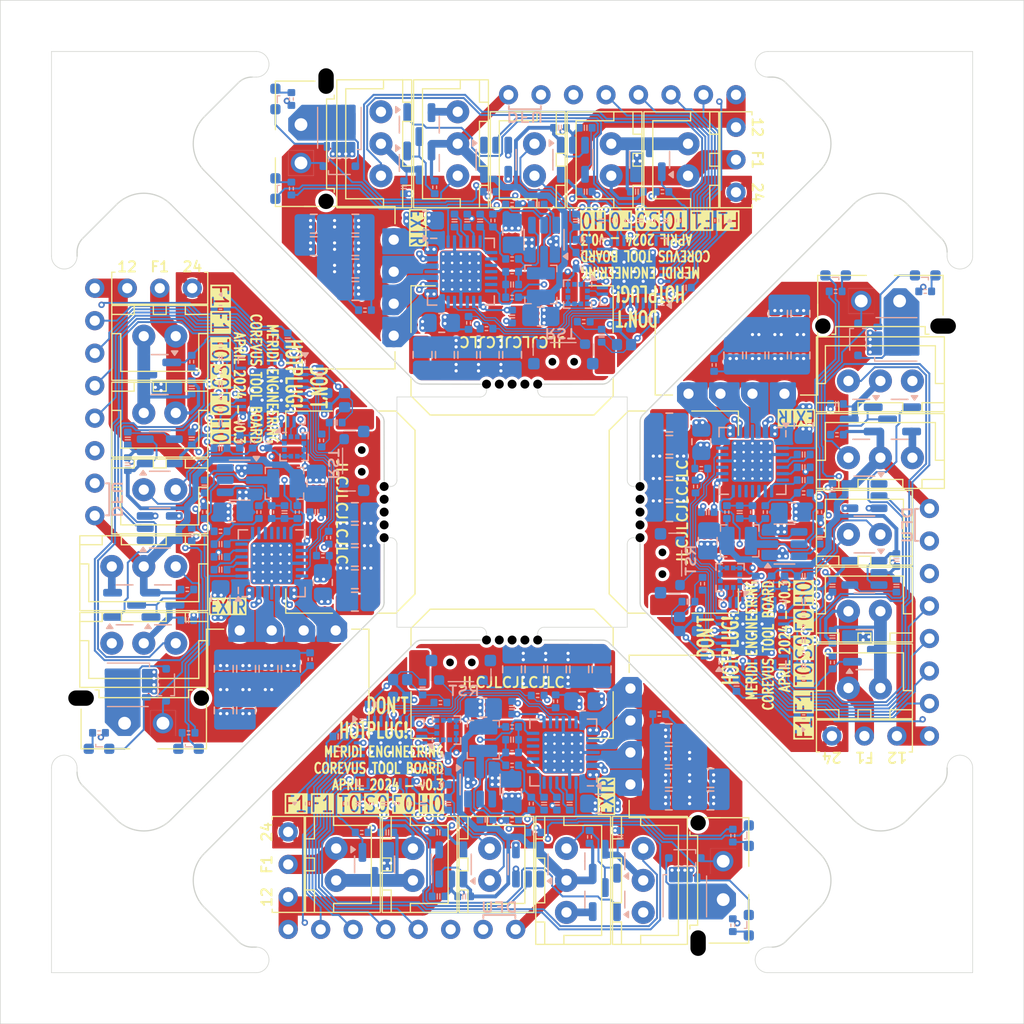
<source format=kicad_pcb>
(kicad_pcb (version 20240108) (generator "pcbnew") (generator_version "8.0")
  (layers (0 "F.Cu" signal) (1 "In1.Cu" power) (2 "In2.Cu" power) (31 "B.Cu" signal) (34 "B.Paste" user) (35 "F.Paste" user) (36 "B.SilkS" user "B.Silkscreen") (37 "F.SilkS" user "F.Silkscreen") (38 "B.Mask" user) (39 "F.Mask" user) (44 "Edge.Cuts" user))
  (net 0 "")
  (net 1 "/B1")
  (net 2 "/B2")
  (net 3 "/A1")
  (net 4 "/A2")
  (net 5 "/USB_D-")
  (net 6 "GND")
  (net 7 "/USB_D+")
  (net 8 "+24V")
  (net 9 "Net-(U3-PF0)")
  (net 10 "Net-(U3-PF1)")
  (net 11 "+12V")
  (net 12 "Net-(D1-A)")
  (net 13 "/F0_FG")
  (net 14 "+5V")
  (net 15 "/T0")
  (net 16 "/S0")
  (net 17 "/H0_Gate")
  (net 18 "/BOOT0")
  (net 19 "+3.3V")
  (net 20 "/Dir")
  (net 21 "/Step")
  (net 22 "/UART")
  (net 23 "/~{Reset}")
  (net 24 "Net-(U4-5VOUT)")
  (net 25 "Net-(U4-VCP)")
  (net 26 "Net-(U4-CPO)")
  (net 27 "Net-(U4-CPI)")
  (net 28 "Net-(J6-Pin_1)")
  (net 29 "Net-(U4-BRA)")
  (net 30 "Net-(U4-BRB)")
  (net 31 "/INT1")
  (net 32 "/INT2")
  (net 33 "/MOSI")
  (net 34 "/MISO")
  (net 35 "/SCK")
  (net 36 "Net-(U2-EN)")
  (net 37 "Net-(U2-BOOT)")
  (net 38 "/~{En}")
  (net 42 "/Diag")
  (net 47 "/ACCEL_CS")
  (net 48 "Net-(J2-Pin_2)")
  (net 49 "VSSA")
  (net 50 "Net-(U2-SW)")
  (net 51 "Net-(U2-FB)")
  (net 52 "Net-(C3-Pad1)")
  (net 53 "VDDA")
  (net 54 "/PCF_V+")
  (net 55 "/F1")
  (net 56 "Net-(J3-Pin_1)")
  (net 57 "Net-(J3-Pin_5)")
  (net 58 "Net-(C28-Pad1)")
  (net 59 "/_{Motor}Therm")
  (net 60 "/PB3")
  (net 61 "/PB4")
  (net 62 "/PB5")
  (net 63 "Net-(Q3-G)")
  (net 64 "/F0")
  (net 65 "/H0")
  (net 67 "Net-(U6-BP)")
  (net 68 "Net-(D2-K)")
  (net 69 "Net-(D3-K)")
  (net 70 "/PB6")
  (net 71 "Net-(D4-K)")
  (footprint "corevus:PinHeader_1x03_P2.54mm_Vertical" (layer "F.Cu") (at -27.53769 -17.5 -90)
    (property "Reference" "J10" (hide yes))
    (property "Value" "1x3P")
  )
  (footprint "corevus:mousebite-0.7x5" (layer "F.Cu") (at -10 0 -90)
    (property "Reference" "REF**" (hide yes))
    (property "Value" "mousebite-0.7x5")
    (fp_arc (start 2.5 0) (mid 2.000001 -0.499999) (end 2.5 -1) (stroke (width 0.05)) (layer "Edge.Cuts"))
    (fp_arc (start -2.5 -1) (mid -1.999999 -0.5) (end -2.5 0) (stroke (width 0.05)) (layer "Edge.Cuts"))
  )
  (footprint "corevus:JST_XH_1x04-Side" (layer "F.Cu") (at 9.25 17.53769 -90)
    (property "Reference" "J4" (hide yes))
    (property "Value" "XH")
  )
  (footprint "MountingHole:MountingHole_3.2mm_M3" (layer "F.Cu") (at 21.92031 28.78769 45)
    (property "Reference" "H2" (hide yes))
    (property "Value" "MountingHole")
  )
  (footprint "corevus:JST_XH_1x03" (layer "F.Cu") (at -28.78769 10.249999)
    (property "Reference" "J2" (hide yes))
    (property "Value" "XH")
  )
  (footprint "corevus:PinHeader_1x03_P2.54mm_Vertical" (layer "F.Cu") (at 17.5 -27.53769 180)
    (property "Reference" "J10" (hide yes))
    (property "Value" "1x3P")
  )
  (footprint "corevus:JST_XH_1x02" (layer "F.Cu") (at -27.537692 -13.749998)
    (property "Reference" "J7" (hide yes))
    (property "Value" "XH")
  )
  (footprint "corevus:PinHeader_1x08_P2.54mm_Vertical" (layer "F.Cu") (at 32.61769 17.499998 180)
    (property "Reference" "J8" (hide yes))
    (property "Value" "pinheader")
  )
  (footprint "corevus:JST_XH_1x02" (layer "F.Cu") (at -13.749998 27.537692 90)
    (property "Reference" "J7" (hide yes))
    (property "Value" "XH")
  )
  (footprint "MountingHole:MountingHole_3.2mm_M3" (layer "F.Cu") (at -21.92031 28.78769 45)
    (property "Reference" "H1" (hide yes))
    (property "Value" "MountingHole")
  )
  (footprint "corevus:JST_XH_1x03" (layer "F.Cu") (at 28.78769 -10.249999 180)
    (property "Reference" "J2" (hide yes))
    (property "Value" "XH")
  )
  (footprint "corevus:JST_XH_1x03" (layer "F.Cu") (at -28.78769 4.25)
    (property "Reference" "J9" (hide yes))
    (property "Value" "XH")
  )
  (footprint "corevus:JST_XH_1x02" (layer "F.Cu") (at -27.537692 -7.749999)
    (property "Reference" "J6" (hide yes))
    (property "Value" "XH")
  )
  (footprint "corevus:XKB_X3025WRS-2x04E" (layer "F.Cu") (at -0.000001 -17.53769 180)
    (property "Reference" "J3" (hide yes))
    (property "Value" "MF3")
  )
  (footprint "MountingHole:MountingHole_3.2mm_M3" (layer "F.Cu") (at -28.78769 -21.92031 -45)
    (property "Reference" "H1" (hide yes))
    (property "Value" "MountingHole")
  )
  (footprint "corevus:Molex_Micro-Fit-3.0_436500215" (layer "F.Cu") (at -16.499999 -28.78769 90)
    (property "Reference" "J1" (hide yes))
    (property "Value" "MF3")
  )
  (footprint "corevus:JST_XH_1x04-Side" (layer "F.Cu") (at -17.53769 9.25 180)
    (property "Reference" "J4" (hide yes))
    (property "Value" "XH")
  )
  (footprint "corevus:JST_XH_1x02" (layer "F.Cu") (at -27.53769 -1.749999)
    (property "Reference" "J5" (hide yes))
    (property "Value" "XH")
  )
  (footprint "corevus:PinHeader_1x03_P2.54mm_Vertical" (layer "F.Cu") (at 27.53769 17.5 90)
    (property "Reference" "J10" (hide yes))
    (property "Value" "1x3P")
  )
  (footprint "corevus:XKB_X3025WRS-2x04E" (layer "F.Cu") (at 17.53769 -0.000001 90)
    (property "Reference" "J3" (hide yes))
    (property "Value" "MF3")
  )
  (footprint "MountingHole:MountingHole_3.2mm_M3" (layer "F.Cu") (at 21.92031 -28.78769 -135)
    (property "Reference" "H1" (hide yes))
    (property "Value" "MountingHole")
  )
  (footprint "corevus:JST_XH_1x02" (layer "F.Cu") (at -1.749999 27.53769 90)
    (property "Reference" "J5" (hide yes))
    (property "Value" "XH")
  )
  (footprint "corevus:JST_XH_1x02" (layer "F.Cu") (at -7.749999 27.537692 90)
    (property "Reference" "J6" (hide yes))
    (property "Value" "XH")
  )
  (footprint "corevus:JST_XH_1x02" (layer "F.Cu") (at 13.749998 -27.537693 -90)
    (property "Reference" "J7" (hide yes))
    (property "Value" "XH")
  )
  (footprint "corevus:mousebite-0.7x5" (layer "F.Cu") (at 0 10)
    (property "Reference" "REF**" (hide yes))
    (property "Value" "mousebite-0.7x5")
    (fp_arc (start -2.5 -1) (mid -1.999999 -0.5) (end -2.5 0) (stroke (width 0.05)) (layer "Edge.Cuts"))
    (fp_arc (start 2.5 0) (mid 2 -0.5) (end 2.5 -1) (stroke (width 0.05)) (layer "Edge.Cuts"))
  )
  (footprint "corevus:JST_XH_1x04-Side" (layer "F.Cu") (at -9.25 -17.53769 90)
    (property "Reference" "J4" (hide yes))
    (property "Value" "XH")
  )
  (footprint "corevus:Molex_Micro-Fit-3.0_436500215" (layer "F.Cu") (at 16.499999 28.78769 -90)
    (property "Reference" "J1" (hide yes))
    (property "Value" "MF3")
  )
  (footprint "corevus:mousebite-0.7x5" (layer "F.Cu") (at 0 -10 180)
    (property "Reference" "REF**" (hide yes))
    (property "Value" "mousebite-0.7x5")
    (fp_arc (start 2.5 0) (mid 2.000001 -0.499999) (end 2.5 -1) (stroke (width 0.05)) (layer "Edge.Cuts"))
    (fp_arc (start -2.5 -1) (mid -1.999999 -0.5) (end -2.5 0) (stroke (width 0.05)) (layer "Edge.Cuts"))
  )
  (footprint "corevus:PinHeader_1x08_P2.54mm_Vertical" (layer "F.Cu") (at -32.61769 -17.499998)
    (property "Reference" "J8" (hide yes))
    (property "Value" "pinheader")
  )
  (footprint "corevus:Molex_Micro-Fit-3.0_436500215" (layer "F.Cu") (at 28.78769 -16.499999)
    (property "Reference" "J1" (hide yes))
    (property "Value" "MF3")
  )
  (footprint "corevus:JST_XH_1x02" (layer "F.Cu") (at 27.537692 13.749998 180)
    (property "Reference" "J7" (hide yes))
    (property "Value" "XH")
  )
  (footprint "MountingHole:MountingHole_3.2mm_M3" (layer "F.Cu") (at -21.92031 -28.78769 -135)
    (property "Reference" "H2" (hide yes))
    (property "Value" "MountingHole")
  )
  (footprint "corevus:JST_XH_1x03" (layer "F.Cu") (at 10.249999 28.78769 90)
    (property "Reference" "J2" (hide yes))
    (property "Value" "XH")
  )
  (footprint "corevus:JST_XH_1x03" (layer "F.Cu") (at -4.25 -28.78769 -90)
    (property "Reference" "J9" (hide yes))
    (property "Value" "XH")
  )
  (footprint "corevus:PinHeader_1x08_P2.54mm_Vertical" (layer "F.Cu") (at -17.499998 32.61769 90)
    (property "Reference" "J8" (hide yes))
    (property "Value" "pinheader")
  )
  (footprint "corevus:Molex_Micro-Fit-3.0_436500215" (layer "F.Cu") (at -28.78769 16.499999 180)
    (property "Reference" "J1" (hide yes))
    (property "Value" "MF3")
  )
  (footprint "corevus:XKB_X3025WRS-2x04E" (layer "F.Cu") (at -17.53769 0.000001 -90)
    (property "Reference" "J3" (hide yes))
    (property "Value" "MF3")
  )
  (footprint "corevus:JST_XH_1x04-Side" (layer "F.Cu") (at 17.53769 -9.25)
    (property "Reference" "J4" (hide yes))
    (property "Value" "XH")
  )
  (footprint "corevus:mousebite-0.7x5" (layer "F.Cu") (at 10 0 90)
    (property "Reference" "REF**" (hide yes))
    (property "Value" "mousebite-0.7x5")
    (fp_arc (start -2.5 -1) (mid -1.999999 -0.5) (end -2.5 0) (stroke (width 0.05)) (layer "Edge.Cuts"))
    (fp_arc (start 2.5 0) (mid 2.000001 -0.499999) (end 2.5 -1) (stroke (width 0.05)) (layer "Edge.Cuts"))
  )
  (footprint "corevus:JST_XH_1x02" (layer "F.Cu") (at 27.53769 1.749999 180)
    (property "Reference" "J5" (hide yes))
    (property "Value" "XH")
  )
  (footprint "corevus:JST_XH_1x03" (layer "F.Cu") (at 28.78769 -4.25 180)
    (property "Reference" "J9" (hide yes))
    (property "Value" "XH")
  )
  (footprint "MountingHole:MountingHole_3.2mm_M3" (layer "F.Cu") (at 28.78769 21.92031 135)
    (property "Reference" "H1" (hide yes))
    (property "Value" "MountingHole")
  )
  (footprint "corevus:PinHeader_1x03_P2.54mm_Vertical" (layer "F.Cu") (at -17.5 27.53769)
    (property "Reference" "J10" (hide yes))
    (property "Value" "1x3P")
  )
  (footprint "MountingHole:MountingHole_3.2mm_M3" (layer "F.Cu") (at 28.78769 -21.92031 135)
    (property "Reference" "H2" (hide yes))
    (property "Value" "MountingHole")
  )
  (footprint "corevus:JST_XH_1x02" (layer "F.Cu") (at 7.749999 -27.537693 -90)
    (property "Reference" "J6" (hide yes))
    (property "Value" "XH")
  )
  (footprint "corevus:JST_XH_1x03" (layer "F.Cu") (at 4.25 28.78769 90)
    (property "Reference" "J9" (hide yes))
    (property "Value" "XH")
  )
  (footprint "corevus:PinHeader_1x08_P2.54mm_Vertical" (layer "F.Cu") (at 17.499998 -32.61769 -90)
    (property "Reference" "J8" (hide yes))
    (property "Value" "pinheader")
  )
  (footprint "MountingHole:MountingHole_3.2mm_M3" (layer "F.Cu") (at -28.78769 21.92031 -45)
    (property "Reference" "H2" (hide yes))
    (property "Value" "MountingHole")
  )
  (footprint "corevus:JST_XH_1x03" (layer "F.Cu") (at -10.249999 -28.78769 -90)
    (property "Reference" "J2" (hide yes))
    (property "Value" "XH")
  )
  (footprint "corevus:JST_XH_1x02" (layer "F.Cu") (at 27.537692 7.749999 180)
    (property "Reference" "J6" (hide yes))
    (property "Value" "XH")
  )
  (footprint "corevus:JST_XH_1x02" (layer "F.Cu") (at 1.749999 -27.53769 -90)
    (property "Reference" "J5" (hide yes))
    (property "Value" "XH")
  )
  (footprint "corevus:XKB_X3025WRS-2x04E" (layer "F.Cu") (at 0.000001 17.53769)
    (property "Reference" "J3" (hide yes))
    (property "Value" "MF3")
  )
  (footprint "corevus:XL1606" (layer "B.Cu") (at 32.287691 -18.5 180)
    (property "Reference" "D2" (hide yes))
    (property "Value" "Red")
  )
  (footprint "Package_TO_SOT_SMD:SOT-23" (layer "B.Cu") (at 7.250001 30.287691 90)
    (property "Reference" "Q5" (hide yes))
    (property "Value" "AO3400")
  )
  (footprint "AlphaLib:0402C" (layer "B.Cu") (at 5.5 -21.28769)
    (property "Reference" "C13" (hide yes))
    (property "Value" "2.2µF")
  )
  (footprint "AlphaLib:0402C" (layer "B.Cu") (at 10.749999 -15.03769)
    (property "Reference" "C2" (hide yes))
    (property "Value" "10pF")
  )
  (footprint "AlphaLib:0402R" (layer "B.Cu") (at -19.78769 0.000001 -90)
    (property "Reference" "R10" (hide yes))
    (property "Value" "20kΩ")
  )
  (footprint "AlphaLib:0402R" (layer "B.Cu") (at -22.787691 -8.999999 180)
    (property "Reference" "R4" (hide yes))
    (property "Value" "33Ω")
  )
  (footprint "AlphaLib:0402R" (layer "B.Cu") (at -18.53769 -13.500001 -90)
    (property "Reference" "R2" (hide yes))
    (property "Value" "10kΩ")
  )
  (footprint "AlphaLib:0402C" (layer "B.Cu") (at 15.28769 -0.000001 180)
    (property "Reference" "C5" (hide yes))
    (property "Value" "2.2µF")
  )
  (footprint "AlphaLib:0402C" (layer "B.Cu") (at 25.03769 9.75 -90)
    (property "Reference" "C23" (hide yes))
    (property "Value" " 100nF 50V")
  )
  (footprint "Package_TO_SOT_SMD:SOT-23-5" (layer "B.Cu") (at -1.250001 -27.53769 -90)
    (property "Reference" "U5" (hide yes))
    (property "Value" "74LVC1G17")
  )
  (footprint "AlphaLib:0402C" (layer "B.Cu") (at -22.787691 2.500001 180)
    (property "Reference" "C4" (hide yes))
    (property "Value" "2.2µF")
  )
  (footprint "AlphaLib:0402R" (layer "B.Cu") (at 24.037691 -0.000001 90)
    (property "Reference" "R8" (hide yes))
    (property "Value" "510kΩ")
  )
  (footprint "Capacitor_SMD:C_0805_2012Metric" (layer "B.Cu") (at -21.912691 0.000001 180)
    (property "Reference" "C32" (hide yes))
    (property "Value" "xµF 25V")
  )
  (footprint "Package_TO_SOT_SMD:SOT-23-5" (layer "B.Cu") (at 1.250001 27.53769 90)
    (property "Reference" "U5" (hide yes))
    (property "Value" "74LVC1G17")
  )
  (footprint "AlphaLib:0402R" (layer "B.Cu") (at -25.03769 -11.749999 -90)
    (property "Reference" "R14" (hide yes))
    (property "Value" "10kΩ")
  )
  (footprint "Capacitor_SMD:C_0805_2012Metric" (layer "B.Cu") (at 12.25 19.03769 180)
    (property "Reference" "C6" (hide yes))
    (property "Value" "4.7µF 50V")
  )
  (footprint "Crystal:Crystal_SMD_2016-4Pin_2.0x1.6mm" (layer "B.Cu") (at 8.749999 -13.787691 90)
    (property "Reference" "Y1" (hide yes))
    (property "Value" "XRCGB25")
  )
  (footprint "AlphaLib:0402C" (layer "B.Cu") (at 0.000001 15.28769 90)
    (property "Reference" "C5" (hide yes))
    (property "Value" "2.2µF")
  )
  (footprint "AlphaLib:0402C" (layer "B.Cu") (at -30.03769 -5.749999 90)
    (property "Reference" "C31" (hide yes))
    (property "Value" "10nF")
  )
  (footprint "AlphaLib:0402C" (layer "B.Cu") (at -25.387691 8.450001 180)
    (property "Reference" "C10" (hide yes))
    (property "Value" " 100nF")
  )
  (footprint "corevus:L_Changjiang_FTC2520" (layer "B.Cu") (at -17.787691 -2.249999)
    (property "Reference" "L1" (hide yes))
    (property "Value" "10µH")
  )
  (footprint "AlphaLib:0402C" (layer "B.Cu") (at -25.03769 1.750002 -90)
    (property "Reference" "C29" (hide yes))
    (property "Value" "100nF")
  )
  (footprint "Package_DFN_QFN:QFN-32-1EP_5x5mm_P0.5mm_EP3.45x3.45mm" (layer "B.Cu") (at -9.499999 18.78769 -90)
    (property "Reference" "U3" (hide yes))
    (property "Value" "STM32G431KBU3")
  )
  (footprint "Package_TO_SOT_SMD:SOT-23-5" (layer "B.Cu") (at -27.53769 1.250001)
    (property "Reference" "U5" (hide yes))
    (property "Value" "74LVC1G17")
  )
  (footprint "Resistor_SMD:R_0805_2012Metric" (layer "B.Cu") (at 5.500001 14.787691)
    (property "Reference" "R5" (hide yes))
    (property "Value" "100mΩ")
  )
  (footprint "AlphaLib:0402R" (layer "B.Cu") (at 11.5 15.78769 180)
    (property "Reference" "R20" (hide yes))
    (property "Value" "510kΩ")
  )
  (footprint "Resistor_SMD:R_0805_2012Metric" (layer "B.Cu") (at -5.5 -14.787691 180)
    (property "Reference" "R5" (hide yes))
    (property "Value" "100mΩ")
  )
  (footprint "AlphaLib:0402R" (layer "B.Cu") (at 22.787691 12.999999 180)
    (property "Reference" "R19" (hide yes))
    (property "Value" "10kΩ")
  )
  (footprint "AlphaLib:0402R" (layer "B.Cu") (at -17.25 -25.287691 90)
    (property "Reference" "R21" (hide yes))
    (property "Value" "2.2kΩ")
  )
  (footprint "AlphaLib:0402C" (layer "B.Cu") (at 3.749999 -30.03769 180)
    (property "Reference" "C1" (hide yes))
    (property "Value" "2.2µF")
  )
  (footprint "AlphaLib:0402R" (layer "B.Cu") (at -13.500001 18.53769)
    (property "Reference" "R2" (hide yes))
    (property "Value" "10kΩ")
  )
  (footprint "AlphaLib:0402C" (layer "B.Cu") (at 30.03769 5.749999 -90)
    (property "Reference" "C31" (hide yes))
    (property "Value" "10nF")
  )
  (footprint "Resistor_SMD:R_0805_2012Metric" (layer "B.Cu") (at 14.787691 -5.500001 90)
    (property "Reference" "R5" (hide yes))
    (property "Value" "100mΩ")
  )
  (footprint "Capacitor_SMD:C_0805_2012Metric" (layer "B.Cu") (at 0.000001 21.912691 -90)
    (property "Reference" "C32" (hide yes))
    (property "Value" "xµF 25V")
  )
  (footprint "AlphaLib:0402C" (layer "B.Cu") (at 3.500001 22.787691 -90)
    (property "Reference" "C8" (hide yes))
    (property "Value" "100nF 16V")
  )
  (footprint "corevus:NetTie-2_SMD_Pad0.1mm" (layer "B.Cu") (at 7.599999 -19.537691 180)
    (property "Reference" "NT1" (hide yes))
    (property "Value" "NetTie_2" (hide yes))
  )
  (footprint "Capacitor_SMD:C_0805_2012Metric" (layer "B.Cu") (at -12.28769 3.5 180)
    (property "Reference" "C16" (hide yes))
    (property "Value" "4.7µF 50V")
  )
  (footprint "Resistor_SMD:R_0805_2012Metric" (layer "B.Cu") (at -6.750001 -22.787691 180)
    (property "Reference" "R6" (hide yes))
    (property "Value" "100mΩ")
  )
  (footprint "AlphaLib:0402R" (layer "B.Cu") (at 25.287691 -17.25)
    (property "Reference" "R21" (hide yes))
    (property "Value" "2.2kΩ")
  )
  (footprint "AlphaLib:0402C" (layer "B.Cu") (at -25.03769 -9.75 90)
    (property "Reference" "C23" (hide yes))
    (property "Value" " 100nF 50V")
  )
  (footprint "AlphaLib:0402C" (layer "B.Cu") (at 15.03769 10.749999 -90)
    (property "Reference" "C2" (hide yes))
    (property "Value" "10pF")
  )
  (footprint "Resistor_SMD:R_0805_2012Metric" (layer "B.Cu") (at -14.787691 5.500002 -90)
    (property "Reference" "R5" (hide yes))
    (property "Value" "100mΩ")
  )
  (footprint "Resistor_SMD:R_0805_2012Metric" (layer "B.Cu") (at -22.787691 6.750001 -90)
    (property "Reference" "R6" (hide yes))
    (property "Value" "100mΩ")
  )
  (footprint "Capacitor_SMD:C_0805_2012Metric" (layer "B.Cu") (at 21.912691 -0.000001)
    (property "Reference" "C32" (hide yes))
    (property "Value" "xµF 25V")
  )
  (footprint "corevus:NetTie-2_SMD_Pad0.1mm" (layer "B.Cu") (at -7.599999 19.537691)
    (property "Reference" "NT1" (hide yes))
    (property "Value" "NetTie_2" (hide yes))
  )
  (footprint "corevus:ShouHan_TS24CA" (layer "B.Cu") (at 11.75 4 -90)
    (property "Reference" "SW1" (hide yes))
    (property "Value" "RST")
  )
  (footprint "Package_LGA:LGA-12_2x2mm_P0.5mm" (layer "B.Cu") (at -5.124999 17.037691)
    (property "Reference" "U1" (hide yes))
    (property "Value" "LIS2DE12")
  )
  (footprint "AlphaLib:0402C" (layer "B.Cu") (at 5.5 -19.037691)
    (property "Reference" "C27" (hide yes))
    (property "Value" "2.2µF")
  )
  (footprint "AlphaLib:0402C" (layer "B.Cu") (at 8.450001 25.38769 -90)
    (property "Reference" "C10" (hide yes))
    (property "Value" " 100nF")
  )
  (footprint "AlphaLib:0402C" (layer "B.Cu") (at 11.999999 -22.78769 90)
    (property "Reference" "C24" (hide yes))
    (property "Value" "100pF")
  )
  (footprint "corevus:XL1606" (layer "B.Cu") (at -18.500001 -25.287691 -90)
    (property "Reference" "D3" (hide yes))
    (property "Value" "Grn")
  )
  (footprint "Resistor_SMD:R_0805_2012Metric" (layer "B.Cu") (at 6.750001 22.787691)
    (property "Reference" "R6" (hide yes))
    (property "Value" "100mΩ")
  )
  (footprint "Package_TO_SOT_SMD:SOT-23" (layer "B.Cu") (at 30.287691 -7.250001 180)
    (property "Reference" "Q5" (hide yes))
    (property "Value" "AO3400")
  )
  (footprint "AlphaLib:0402R" (layer "B.Cu") (at -14.88769 -5.6 90)
    (property "Reference" "R12" (hide yes))
    (property "Value" "1kΩ")
  )
  (footprint "AlphaLib:0402C" (layer "B.Cu") (at 6.999999 -13.787691 -90)
    (property "Reference" "C3" (hide yes))
    (property "Value" "10pF")
  )
  (footprint "AlphaLib:0402C" (layer "B.Cu") (at 25.03769 -1.750002 90)
    (property "Reference" "C29" (hide yes))
    (property "Value" "100nF")
  )
  (footprint "Capacitor_SMD:C_0805_2012Metric" (layer "B.Cu") (at -12.287692 0.000001 180)
    (property "Reference" "C30" (hide yes))
    (property "Value" "4.7µF 50V")
  )
  (footprint "AlphaLib:0402R" (layer "B.Cu") (at -3.400001 -14.78769 -90)
    (property "Reference" "TH1" (hide yes))
    (property "Value" "10kΩ 3950K")
  )
  (footprint "AlphaLib:0402C" (layer "B.Cu") (at -22.787691 -4.999999 180)
    (property "Reference" "C26" (hide yes))
    (property "Value" "2.2µF")
  )
  (footprint "Package_TO_SOT_SMD:SOT-23-6" (layer "B.Cu") (at 2.499999 -21.287692 90)
    (property "Reference" "U2" (hide yes))
    (property "Value" "TPS54302")
  )
  (footprint "Package_LGA:LGA-12_2x2mm_P0.5mm" (layer "B.Cu") (at -17.037691 -5.124999 -90)
    (property "Reference" "U1" (hide yes))
    (property "Value" "LIS2DE12")
  )
  (footprint "Capacitor_SMD:C_0805_2012Metric" (layer "B.Cu") (at -19.03769 12.25 90)
    (property "Reference" "C6" (hide yes))
    (property "Value" "4.7µF 50V")
  )
  (footprint "AlphaLib:0402C" (layer "B.Cu") (at 5.75 -25.03769 180)
    (property "Reference" "C34" (hide yes))
    (property "Value" "2.2µF")
  )
  (footprint "AlphaLib:0402C" (layer "B.Cu") (at -5.5 19.037691 180)
    (property "Reference" "C27" (hide yes))
    (property "Value" "2.2µF")
  )
  (footprint "AlphaLib:0402C" (layer "B.Cu") (at -22.787691 -10 180)
    (property "Reference" "C25" (hide yes))
    (property "Value" "100pF")
  )
  (footprint "Capacitor_SMD:C_0805_2012Metric" (layer "B.Cu") (at -0.000001 -21.912691 90)
    (property "Reference" "C32" (hide yes))
    (property "Value" "xµF 25V")
  )
  (footprint "Capacitor_SMD:C_0805_2012Metric" (layer "B.Cu") (at 15.28769 2.249999 -90)
    (property "Reference" "C33" (hide yes))
    (property "Value" "xµF")
  )
  (footprint "AlphaLib:0402C" (layer "B.Cu") (at 9.75 -25.03769)
    (property "Reference" "C23" (hide yes))
    (property "Value" " 100nF 50V")
  )
  (footprint "AlphaLib:0402C" (layer "B.Cu") (at -24.037691 -1.999999 -90)
    (property "Reference" "C7" (hide yes))
    (property "Value" "100nF ")
  )
  (footprint "AlphaLib:0402R" (layer "B.Cu") (at -6.050001 -25.38769 90)
    (property "Reference" "R7" (hide yes))
    (property "Value" "2.2kΩ")
  )
  (footprint "corevus:NetTie-2_SMD_Pad0.1mm" (layer "B.Cu") (at -19.537691 -7.599999 -90)
    (property "Reference" "NT1" (hide yes))
    (property "Value" "NetTie_2" (hide yes))
  )
  (footprint "AlphaLib:0402C" (layer "B.Cu") (at -0.000001 -15.287691 -90)
    (property "Reference" "C5" (hide yes))
    (property "Value" "2.2µF")
  )
  (footprint "AlphaLib:0402C" (layer "B.Cu") (at -13.499999 17.537691)
    (property "Reference" "C11" (hide yes))
    (property "Value" "2.2µF")
  )
  (footprint "AlphaLib:0402C" (layer "B.Cu") (at -22.787691 3.500001 180)
    (property "Reference" "C8" (hide yes))
    (property "Value" "100nF 16V")
  )
  (footprint "AlphaLib:0402R" (layer "B.Cu") (at 0.000001 19.78769)
    (property "Reference" "R10" (hide yes))
    (property "Value" "20kΩ")
  )
  (footprint "Package_TO_SOT_SMD:SOT-23" (layer "B.Cu") (at -7.250001 -30.287691 -90)
    (property "Reference" "Q5" (hide yes))
    (property "Value" "AO3400")
  )
  (footprint "Package_TO_SOT_SMD:SOT-23" (layer "B.Cu") (at -7.250001 -27.287691 -90)
    (property "Reference" "Q3" (hide yes))
    (property "Value" "AO3401A")
  )
  (footprint "AlphaLib:0402R" (layer "B.Cu") (at 22.787691 7.999999)
    (property "Reference" "R18" (hide yes))
    (property "Value" "10kΩ")
  )
  (footprint "AlphaLib:0402C" (layer "B.Cu") (at -0.000001 -17.787691)
    (property "Reference" "C28" (hide yes))
    (property "Value" "75pF ")
  )
  (footprint "AlphaLib:0402R" (layer "B.Cu") (at 32.28769 -17.25)
    (property "Reference" "R1" (hide yes))
    (property "Value" "1kΩ")
  )
  (footprint "AlphaLib:0402C" (layer "B.Cu") (at 22.787691 4.999999)
    (property "Reference" "C26" (hide yes))
    (property "Value" "2.2µF")
  )
  (footprint "AlphaLib:0402R" (layer "B.Cu") (at 14.88769 5.599999 -90)
    (property "Reference" "R12" (hide yes))
    (property "Value" "1kΩ")
  )
  (footprint "AlphaLib:0402R" (layer "B.Cu") (at 13.500001 -18.53769 180)
    (property "Reference" "R2" (hide yes))
    (property "Value" "10kΩ")
  )
  (footprint "AlphaLib:0402R" (layer "B.Cu") (at -7.999999 22.787691 -90)
    (property "Reference" "R18" (hide yes))
    (property "Value" "10kΩ")
  )
  (footprint "AlphaLib:0402R" (layer "B.Cu") (at -18.787691 0.000001 90)
    (property "Reference" "R11" (hide yes))
    (property "Value" "150kΩ")
  )
  (footprint "AlphaLib:0402R" (layer "B.Cu") (at 8.999999 -22.787691 90)
    (property "Reference" "R4" (hide yes))
    (property "Value" "33Ω")
  )
  (footprint "Package_TO_SOT_SMD:SOT-23-6" (layer "B.Cu") (at 21.287692 2.499999)
    (property "Reference" "U2" (hide yes))
    (property "Value" "TPS54302")
  )
  (footprint "Package_DFN_QFN:TQFN-28-1EP_5x5mm_P0.5mm_EP3.25x3.25mm_ThermalVias" (layer "B.Cu") (at 18.787691 -4.000001 180)
    (property "Reference" "U4" (hide yes))
    (property "Value" "TMC2209-LA")
  )
  (footprint "AlphaLib:0402R" (layer "B.Cu") (at -25.287691 17.25 180)
    (property "Reference" "R21" (hide yes))
    (property "Value" "2.2kΩ")
  )
  (footprint "AlphaLib:0402C" (layer "B.Cu") (at -22.78769 -12 180)
    (property "Reference" "C24" (hide yes))
    (property "Value" "100pF")
  )
  (footprint "AlphaLib:0402R" (layer "B.Cu") (at 22.787691 -1.5 180)
    (property "Reference" "R9" (hide yes))
    (property "Value" "100kΩ")
  )
  (footprint "AlphaLib:0402C" (layer "B.Cu") (at -19.037691 -5.5 90)
    (property "Reference" "C27" (hide yes))
    (property "Value" "2.2µF")
  )
  (footprint "corevus:XL1606" (layer "B.Cu") (at -18.5 -32.287691 -90)
    (property "Reference" "D2" (hide yes))
    (property "Value" "Red")
  )
  (footprint "Capacitor_SMD:C_0805_2012Metric" (layer "B.Cu") (at 12.28769 -7.000001)
    (property "Reference" "C14" (hide yes))
    (property "Value" "4.7µF 50V")
  )
  (footprint "AlphaLib:0402R" (layer "B.Cu") (at 18.53769 13.500001 90)
    (property "Reference" "R2" (hide yes))
    (property "Value" "10kΩ")
  )
  (footprint "Package_TO_SOT_SMD:SOT-23" (layer "B.Cu") (at 10.749999 -27.53769 90)
    (property "Reference" "Q4" (hide yes))
    (property "Value" "AO3400")
  )
  (footprint "AlphaLib:0402C" (layer "B.Cu") (at -10.749999 15.03769 180)
    (property "Reference" "C2" (hide yes))
    (property "Value" "10pF")
  )
  (footprint "AlphaLib:0402R" (layer "B.Cu") (at 15.78769 -11.5 -90)
    (property "Reference" "R20" (hide yes))
    (property "Value" "510kΩ")
  )
  (footprint "AlphaLib:0402" (layer "B.Cu") (at 22.787691 5.999999 180)
    (property "Reference" "FB1" (hide yes))
    (property "Value" "GZ1005")
  )
  (footprint "AlphaLib:0402R" (layer "B.Cu") (at 16.000001 -22.78769 90)
    (property "Reference" "R17" (hide yes))
    (property "Value" "2.2kΩ")
  )
  (footprint "AlphaLib:0402C" (layer "B.Cu") (at 25.38769 -8.450001)
    (property "Reference" "C10" (hide yes))
    (property "Value" " 100nF")
  )
  (footprint "AlphaLib:0402R" (layer "B.Cu") (at 22.787691 10.999999)
    (property "Reference" "R3" (hide yes))
    (property "Value" "33Ω")
  )
  (footprint "AlphaLib:0402LED" (layer "B.Cu") (at 17 -22.787691 -90)
    (property "Reference" "D4" (hide yes))
    (property "Value" "Grn")
  )
  (footprint "Capacitor_SMD:C_0805_2012Metric" (layer "B.Cu") (at -22.537692 15.5 -90)
    (property "Reference" "C20" (hide yes))
    (property "Value" "4.7µF 50V")
  )
  (footprint "AlphaLib:0402R" (layer "B.Cu") (at 0.000001 18.787691 180)
    (property "Reference" "R11" (hide yes))
    (property "Value" "150kΩ")
  )
  (footprint "AlphaLib:0402C" (layer "B.Cu") (at -6.999999 13.787691 90)
    (property "Reference" "C3" (hide yes))
    (property "Value" "10pF")
  )
  (footprint "Capacitor_SMD:C_0805_2012Metric" (layer "B.Cu") (at -15.5 -22.537692 180)
    (property "Reference" "C20" (hide yes))
    (property "Value" "4.7µF 50V")
  )
  (footprint "corevus:D_SOD-323" (layer "B.Cu") (at 13.5 27.03769 180)
    (property "Reference" "D1" (hide yes))
    (property "Value" "4148")
  )
  (footprint "Package_TO_SOT_SMD:SOT-23" (layer "B.Cu") (at 27.287691 -7.250001 180)
    (property "Reference" "Q3" (hide yes))
    (property "Value" "AO3401A")
  )
  (footprint "Capacitor_SMD:C_0805_2012Metric" (layer "B.Cu") (at 12.287692 -0.000001)
    (property "Reference" "C30" (hide yes))
    (property "Value" "4.7µF 50V")
  )
  (footprint "Package_TO_SOT_SMD:SOT-23" (layer "B.Cu") (at -27.53769 -10.749999 180)
    (property "Reference" "Q4" (hide yes))
    (property "Value" "AO3400")
  )
  (footprint "AlphaLib:0402R" (layer "B.Cu") (at 11.749999 -25.03769 180)
    (property "Reference" "R14" (hide yes))
    (property "Value" "10kΩ")
  )
  (footprint "AlphaLib:0402R" (layer "B.Cu") (at 22.787691 8.999999)
    (property "Reference" "R4" (hide yes))
    (property "Value" "33Ω")
  )
  (footprint "Capacitor_SMD:C_0805_2012Metric" (layer "B.Cu") (at -0.000001 -12.287692 90)
    (property "Reference" "C30" (hide yes))
    (property "Value" "4.7µF 50V")
  )
  (footprint "AlphaLib:0402C" (layer "B.Cu") (at -5.749999 30.03769 180)
    (property "Reference" "C31" (hide yes))
    (property "Value" "10nF")
  )
  (footprint "AlphaLib:0402R" (layer "B.Cu") (at 17.25 32.28769 -90)
    (property "Reference" "R1" (hide yes))
    (property "Value" "1kΩ")
  )
  (footprint "Package_TO_SOT_SMD:SOT-23" (layer "B.Cu") (at -27.287691 7.250001)
    (property "Reference" "Q3" (hide yes))
    (property "Value" "AO3401A")
  )
  (footprint "AlphaLib:0402" (layer "B.Cu") (at 5.999999 -22.787691 -90)
    (property "Reference" "FB1" (hide yes))
    (property "Value" "GZ1005")
  )
  (footprint "AlphaLib:0402C" (layer "B.Cu") (at -5.5 21.28769 180)
    (property "Reference" "C13" (hide yes))
    (property "Value" "2.2µF")
  )
  (footprint "AlphaLib:0402R" (layer "B.Cu") (at -8.999999 22.787691 -90)
    (property "Reference" "R4" (hide yes))
    (property "Value" "33Ω")
  )
  (footprint "AlphaLib:0402C" (layer "B.Cu") (at 21.28769 5.5 -90)
    (property "Reference" "C13" (hide yes))
    (property "Value" "2.2µF")
  )
  (footprint "AlphaLib:0402C" (layer "B.Cu") (at 4.500001 22.787691 -90)
    (property "Reference" "C9" (hide yes))
    (property "Value" "100nF 50V")
  )
  (footprint "AlphaLib:0402R" (layer "B.Cu") (at 0.000001 16.78769)
    (property "Reference" "R15" (hide yes))
    (property "Value" "50Ω")
  )
  (footprint "AlphaLib:0402C" (layer "B.Cu") (at 1.999999 -24.037691 180)
    (property "Reference" "C7" (hide yes))
    (property "Value" "100nF ")
  )
  (footprint "AlphaLib:0402C" (layer "B.Cu") (at -21.28769 -5.5 90)
    (property "Reference" "C13" (hide yes))
    (property "Value" "2.2µF")
  )
  (footprint "AlphaLib:0402R" (layer "B.Cu") (at -0.000001 -19.78769 180)
    (property "Reference" "R10" (hide yes))
    (property "Value" "20kΩ")
  )
  (footprint "AlphaLib:0402C" (layer "B.Cu") (at -13.787691 -6.999999)
    (property "Reference" "C3" (hide yes))
    (property "Value" "10pF")
  )
  (footprint "Capacitor_SMD:C_0805_2012Metric" (layer "B.Cu") (at 17.28769 -12.250001 -90)
    (property "Reference" "C18" (hide yes))
    (property "Value" "4.7µF 50V")
  )
  (footprint "AlphaLib:0402R" (layer "B.Cu") (at -17.25 -32.28769 90)
    (property "Reference" "R1" (hide yes))
    (property "Value" "1kΩ")
  )
  (footprint "AlphaLib:0402R" (layer "B.Cu") (at 0.000001 24.037691)
    (property "Reference" "R8" (hide yes))
    (property "Value" "510kΩ")
  )
  (footprint "AlphaLib:0402C" (layer "B.Cu") (at -25.03769 -5.75 -90)
    (property "Reference" "C34" (hide yes))
    (property "Value" "2.2µF")
  )
  (footprint "AlphaLib:0402LED" (layer "B.Cu") (at -22.787691 -17)
    (property "Reference" "D4" (hide yes))
    (property "Value" "Grn")
  )
  (footprint "AlphaLib:0402R" (layer "B.Cu") (at -22.78769 -15.999999 180)
    (property "Reference" "R17" (hide yes))
    (property "Value" "2.2kΩ")
  )
  (footprint "Capacitor_SMD:C_0805_2012Metric" (layer "B.Cu") (at -20.78769 12.25 90)
    (property "Reference" "C22" (hide yes))
    (property "Value" "4.7µF 50V")
  )
  (footprint "AlphaLib:0402R" (layer "B.Cu") (at 3.400001 14.78769 90)
    (property "Reference" "TH1" (hide yes))
    (property "Value" "10kΩ 3950K")
  )
  (footprint "AlphaLib:0402C" (layer "B.Cu") (at -17.537691 -13.499999 -90)
    (property "Reference" "C11" (hide yes))
    (property "Value" "2.2µF")
  )
  (footprint "corevus:ShouHan_TS24CA" (layer "B.Cu") (at 4 -11.75)
    (property "Reference" "SW1" (hide yes))
    (property "Value" "RST")
  )
  (footprint "AlphaLib:0402R" (layer "B.Cu") (at -22.787691 -10.999999 180)
    (property "Reference" "R3" (hide yes))
    (property "Value" "33Ω")
  )
  (footprint "AlphaLib:0402" (layer "B.Cu") (at -22.787691 -5.999999)
    (property "Reference" "FB1" (hide yes))
    (property "Value" "GZ1005")
  )
  (footprint "AlphaLib:0402C" (layer "B.Cu") (at 22.78769 11.999999)
    (property "Reference" "C24" (hide yes))
    (property "Value" "100pF")
  )
  (footprint "AlphaLib:0402C" (layer "B.Cu") (at -22.787691 4.500001 180)
    (property "Reference" "C9" (hide yes))
    (property "Value" "100nF 50V")
  )
  (footprint "Capacitor_SMD:C_0805_2012Metric" (layer "B.Cu") (at 15.5 20.78769)
    (property "Reference" "C21" (hide yes))
    (property "Value" "4.7µF 50V")
  )
  (footprint "AlphaLib:0402R" (layer "B.Cu") (at -2.000001 -14.33769 180)
    (property "Reference" "R16" (hide yes))
    (property "Value" "4.7kΩ")
  )
  (footprint "Capacitor_SMD:C_0805_2012Metric" (layer "B.Cu") (at -20.78769 15.5 -90)
    (property "Reference" "C21" (hide yes))
    (property "Value" "4.7µF 50V")
  )
  (footprint "AlphaLib:0402C" (layer "B.Cu") (at -4.500001 -22.787691 90)
    (property "Reference" "C9" (hide yes))
    (property "Value" "100nF 50V")
  )
  (footprint "Capacitor_SMD:C_0805_2012Metric" (layer "B.Cu") (at -12.25 -19.037691)
    (property "Reference" "C6" (hide yes))
    (property "Value" "4.7µF 50V")
  )
  (footprint "AlphaLib:0402R" (layer "B.Cu") (at 20.287691 5.499999 -90)
    (property "Reference" "R13" (hide yes))
    (property "Value" "2.2kΩ")
  )
  (footprint "AlphaLib:0402C" (layer "B.Cu") (at 22.787691 6.999999)
    (property "Reference" "C12" (hide yes))
    (property "Value" "2.2µF")
  )
  (footprint "AlphaLib:0402R" (layer "B.Cu") (at -14.78769 3.400001)
    (property "Reference" "TH1" (hide yes))
    (property "Value" "10kΩ 3950K")
  )
  (footprint "AlphaLib:0402C" (layer "B.Cu") (at -9.75 25.03769 180)
    (property "Reference" "C23" (hide yes))
    (property "Value" " 100nF 50V")
  )
  (footprint "Package_DFN_QFN:QFN-32-1EP_5x5mm_P0.5mm_EP3.45x3.45mm" (layer "B.Cu") (at -18.787689 -9.499999 180)
    (property "Reference" "U3" (hide yes))
    (property "Value" "STM32G431KBU3")
  )
  (footprint "corevus:D_SOD-323" (layer "B.Cu") (at 27.03769 -13.5 -90)
    (property "Reference" "D1" (hide yes))
    (property "Value" "4148")
  )
  (footprint "AlphaLib:0402C" (layer "B.Cu") (at -15.03769 -10.75 90)
    (property "Reference" "C2" (hide yes))
    (property "Value" "10pF")
  )
  (footprint "Capacitor_SMD:C_0805_2012Metric" (layer "B.Cu") (at 22.537692 -12.25 -90)
    (property "Reference" "C19" (hide yes))
    (property "Value" "4.7µF 50V")
  )
  (footprint "AlphaLib:0402C" (layer "B.Cu") (at 4.999999 -22.787691 90)
    (property "Reference" "C26" (hide yes))
    (property "Value" "2.2µF")
  )
  (footprint "Package_DFN_QFN:TQFN-28-1EP_5x5mm_P0.5mm_EP3.25x3.25mm_ThermalVias" (layer "B.Cu") (at -18.787692 4.000001)
    (property "Reference" "U4" (hide yes))
    (property "Value" "TMC2209-LA")
  )
  (footprint "AlphaLib:0402R" (layer "B.Cu") (at 18.787691 -0.000001 -90)
    (property "Reference" "R11" (hide yes))
    (property "Value" "150kΩ")
  )
  (footprint "AlphaLib:0402C" (layer "B.Cu") (at -4.999999 22.787691 -90)
    (property "Reference" "C26" (hide yes))
    (property "Value" "2.2µF")
  )
  (footprint "AlphaLib:0402C" (layer "B.Cu") (at -8.450001 -25.387691 90)
    (property "Reference" "C10" (hide yes))
    (property "Value" " 100nF")
  )
  (footprint "Capacitor_SMD:C_0805_2012Metric" (layer "B.Cu") (at 5.250001 12.28769 -90)
    (property "Reference" "C15" (hide yes))
    (property "Value" "4.7µF 50V")
  )
  (footprint "AlphaLib:0402C" (layer "B.Cu") (at 13.787691 6.999999 180)
    (property "Reference" "C3" (hide yes))
    (property "Value" "10pF")
  )
  (footprint "AlphaLib:0402R" (layer "B.Cu") (at -12.999999 22.787691 90)
    (property "Reference" "R19" (hide yes))
    (property "Value" "10kΩ")
  )
  (footprint "Package_TO_SOT_SMD:SOT-23-6" (layer "B.Cu") (at -2.499999 21.287692 -90)
    (property "Reference" "U2" (hide yes))
    (property "Value" "TPS54302")
  )
  (footprint "corevus:D_SOD-323" (layer "B.Cu") (at -27.03769 13.5 90)
    (property "Reference" "D1" (hide yes))
    (property "Value" "4148")
  )
  (footprint "Package_DFN_QFN:QFN-32-1EP_5x5mm_P0.5mm_EP3.45x3.45mm" (layer "B.Cu") (at 9.499999 -18.78769 90)
    (property "Reference" "U3" (hide yes))
    (property "Value" "STM32G431KBU3")
  )
  (footprint "Capacitor_SMD:C_0805_2012Metric" (layer "B.Cu") (at 12.287692 -1.750001)
    (property "Reference" "C17" (hide yes))
    (property "Value" "4.7µF 50V")
  )
  (footprint "AlphaLib:0402R" (layer "B.Cu") (at -5.599999 14.88769 180)
    (property "Reference" "R12" (hide yes))
    (property "Value" "1kΩ")
  )
  (footprint "Capacitor_SMD:C_0805_2012Metric" (layer "B.Cu") (at 12.25 20.78769 180)
    (property "Reference" "C22" (hide yes))
    (property "Value" "4.7µF 50V")
  )
  (footprint "corevus:L_Changjiang_FTC2520" (layer "B.Cu") (at 17.787691 2.249999 180)
    (property "Reference" "L1" (hide yes))
    (property "Value" "10µH")
  )
  (footprint "Capacitor_SMD:C_0805_2012Metric" (layer "B.Cu") (at 12.28769 -3.5)
    (property "Reference" "C16" (hide yes))
    (property "Value" "4.7µF 50V")
  )
  (footprint "Capacitor_SMD:C_0805_2012Metric" (layer "B.Cu") (at -12.250001 -17.28769)
    (property "Reference" "C18" (hide yes))
    (property "Value" "4.7µF 50V")
  )
  (footprint "AlphaLib:0402R" (layer "B.Cu") (at 12.999999 -22.787691 -90)
    (property "Reference" "R19" (hide yes))
    (property "Value" "10kΩ")
  )
  (footprint "AlphaLib:0402C" (layer "B.Cu") (at 5.749999 -30.03769)
    (property "Reference" "C31" (hide yes))
    (property "Value" "10nF")
  )
  (footprint "Package_TO_SOT_SMD:SOT-23-5" (layer "B.Cu") (at -27.53769 -4.749998)
    (property "Reference" "U6" (hide yes))
    (property "Value" "SPX3819M5-L-3-3")
  )
  (footprint "Capacitor_SMD:C_0805_2012Metric" (layer "B.Cu") (at 2.249999 -15.28769)
    (property "Reference" "C33" (hide yes))
    (property "Value" "xµF")
  )
  (footprint "AlphaLib:0402C" (layer "B.Cu") (at -6.999999 22.787691 -90)
    (property "Reference" "C12" (hide yes))
    (property "Value" "2.2µF")
  )
  (footprint "Package_TO_SOT_SMD:SOT-23-5" (layer "B.Cu") (at 27.53769 4.749998 180)
    (property "Reference" "U6" (hide yes))
    (property "Value" "SPX3819M5-L-3-3")
  )
  (footprint "AlphaLib:0402R" (layer "B.Cu") (at -16.78769 0.000001 -90)
    (property "Reference" "R15" (hide yes))
    (property "Value" "50Ω")
  )
  (footprint "AlphaLib:0402R" (layer "B.Cu") (at -0.000001 -16.78769 180)
    (property "Reference" "R15" (hide yes))
    (property "Value" "50Ω")
  )
  (footprint "AlphaLib:0402C" (layer "B.Cu") (at -2.500001 -22.787691 90)
    (property "Reference" "C4" (hide yes))
    (property "Value" "2.2µF")
  )
  (footprint "corevus:MOSFET_DFN8" (layer "B.Cu") (at -13.500001 -30.03769 180)
    (property "Reference" "Q2" (hide yes))
    (property "Value" "NMOS")
  )
  (footprint "Package_TO_SOT_SMD:SOT-23" (layer "B.Cu") (at -10.749999 27.53769 -90)
    (property "Reference" "Q4" (hide yes))
    (property "Value" "AO3400")
  )
  (footprint "AlphaLib:0402R" (layer "B.Cu") (at -11.499999 -15.78769)
    (property "Reference" "R20" (hide yes))
    (property "Value" "510kΩ")
  )
  (footprint "AlphaLib:0402C" (layer "B.Cu") (at -1.999999 24.037691)
    (property "Reference" "C7" (hide yes))
    (property "Value" "100nF ")
  )
  (footprint "AlphaLib:0402R" (layer "B.Cu") (at 19.78769 -0.000001 90)
    (property "Reference" "R10" (hide yes))
    (property "Value" "20kΩ")
  )
  (footprint "AlphaLib:0402R" (layer "B.Cu") (at -22.787691 -7.999999 180)
    (property "Reference" "R18" (hide yes))
    (property "Value" "10kΩ")
  )
  (footprint "AlphaLib:0402R" (layer "B.Cu") (at -25.38769 6.05 180)
    (property "Reference" "R7" (hide yes))
    (property "Value" "2.2kΩ")
  )
  (footprint "Capacitor_SMD:C_0805_2012Metric" (layer "B.Cu") (at 20.78769 -15.5 90)
    (property "Reference" "C21" (hide yes))
    (property "Value" "4.7µF 50V")
  )
  (footprint "corevus:L_Changjiang_FTC2520" (layer "B.Cu") (at 2.249999 -17.787691 -90)
    (property "Reference" "L1" (hide yes))
    (property "Value" "10µH")
  )
  (footprint "AlphaLib:0402C" (layer "B.Cu") (at 6.999999 -22.787691 90)
    (property "Reference" "C12" (hide yes))
    (property "Value" "2.2µF")
  )
  (footprint "AlphaLib:0402C" (layer "B.Cu") (at 22.787691 -2.500001)
    (property "Reference" "C4" (hide yes))
    (property "Value" "2.2µF")
  )
  (footprint "AlphaLib:0402R" (layer "B.Cu") (at -32.28769 17.250001 180)
    (property "Reference" "R1" (hide yes))
    (property "Value" "1kΩ")
  )
  (footprint "Resistor_SMD:R_0805_2012Metric" (layer "B.Cu") (at 22.787691 -6.750001 90)
    (property "Reference" "R6" (hide yes))
    (property "Value" "100mΩ")
  )
  (footprint "AlphaLib:0402R" (layer "B.Cu") (at -11.749999 25.03769)
    (property "Reference" "R14" (hide yes))
    (property "Value" "10kΩ")
  )
  (footprint "AlphaLib:0402C" (layer "B.Cu") (at -22.787691 -6.999999 180)
    (property "Reference" "C12" (hide yes))
    (property "Value" "2.2µF")
  )
  (footprint "corevus:ShouHan_TS24CA" (layer "B.Cu") (at -4 11.75 180)
    (property "Reference" "SW1" (hide yes))
    (property "Value" "RST")
  )
  (footprint "AlphaLib:0402R" (layer "B.Cu") (at 10.999999 -22.787691 90)
    (property "Reference" "R3" (hide yes))
    (property "Value" "33Ω")
  )
  (footprint "corevus:NetTie-2_SMD_Pad0.1mm" (layer "B.Cu") (at 19.537691 7.599999 90)
    (property "Reference" "NT1" (hide yes))
    (property "Value" "NetTie_2" (hide yes))
  )
  (footprint "Capacitor_SMD:C_0805_2012Metric" (layer "B.Cu") (at 0.000001 12.287692 -90)
    (property "Reference" "C30" (hide yes))
    (property "Value" "4.7µF 50V")
  )
  (footprint "AlphaLib:0402R" (layer "B.Cu") (at 22.78769 16)
    (property "Reference" "R17" (hide yes))
    (property "Value" "2.2kΩ")
  )
  (footprint "Package_TO_SOT_SMD:SOT-23-5" (layer "B.Cu") (at 4.749998 -27.53769 -90)
    (property "Reference" "U6" (hide yes))
    (property "Value" "SPX3819M5-L-3-3")
  )
  (footprint "Capacitor_SMD:C_0805_2012Metric" (layer "B.Cu") (at -22.537692 12.25 90)
    (property "Reference" "C19" (hide yes))
    (property "Value" "4.7µF 50V")
  )
  (footprint "Package_TO_SOT_SMD:SOT-23" (layer "B.Cu") (at 7.250001 27.287691 90)
    (property "Reference" "Q3" (hide yes))
    (property "Value" "AO3401A")
  )
  (footprint "Package_LGA:LGA-12_2x2mm_P0.5mm" (layer "B.Cu") (at 17.037691 5.124999 90)
    (property "Reference" "U1" (hide yes))
    (property "Value" "LIS2DE12")
  )
  (footprint "corevus:XL1606" (layer "B.Cu") (at 18.5 32.287691 90)
    (property "Reference" "D2" (hide yes))
    (property "Value" "Red")
  )
  (footprint "AlphaLib:0402C" (layer "B.Cu") (at 30.03769 3.749999 90)
    (property "Reference" "C1" (hide yes))
    (property "Value" "2.2µF")
  )
  (footprint "AlphaLib:0402R" (layer "B.Cu") (at -0.000001 -24.037691 180)
    (property "Reference" "R8" (hide yes))
    (property "Value" "510kΩ")
  )
  (footprint "AlphaLib:0402R" (layer "B.Cu") (at 25.03769 11.749999 90)
    (property "Reference" "R14" (hide yes))
    (property "Value" "10kΩ")
  )
  (footprint "Package_DFN_QFN:QFN-32-1EP_5x5mm_P0.5mm_EP3.45x3.45mm" (layer "B.Cu") (at 18.78769 9.499999)
    (property "Reference" "U3" (hide yes))
    (property "Value" "STM32G431KBU3")
  )
  (footprint "Package_TO_SOT_SMD:SOT-23" (layer "B.Cu") (at 27.53769 10.749999)
    (property "Reference" "Q4" (hide yes))
    (property "Value" "AO3400")
  )
  (footprint "AlphaLib:0402C" (layer "B.Cu") (at 17.787691 -0.000001 -90)
    (property "Reference" "C28" (hide yes))
    (property "Value" "75pF ")
  )
  (footprint "Capacitor_SMD:C_0805_2012Metric" (layer "B.Cu") (at 12.25 22.537692 180)
    (property "Reference" "C19" (hide yes))
    (property "Value" "4.7µF 50V")
  )
  (footprint "AlphaLib:0402C" (layer "B.Cu") (at 13.499999 -17.537691 180)
    (property "Reference" "C11" (hide yes))
    (property "Value" "2.2µF")
  )
  (footprint "Package_TO_SOT_SMD:SOT-23-5" (layer "B.Cu") (at 27.53769 -1.250001 180)
    (property "Reference" "U5" (hide yes))
    (property "Value" "74LVC1G17")
  )
  (footprint "Crystal:Crystal_SMD_2016-4Pin_2.0x1.6mm" (layer "B.Cu") (at -8.749999 13.787691 -90)
    (property "Reference" "Y1" (hide yes))
    (property "Value" "XRCGB25")
  )
  (footprint "Capacitor_SMD:C_0805_2012Metric" (layer "B.Cu") (at 12.28769 -5.250001)
    (property "Reference" "C15" (hide yes))
    (property "Value" "4.7µF 50V")
  )
  (footprint "AlphaLib:0402C" (layer "B.Cu") (at -11.999999 22.78769 -90)
    (property "Reference" "C24" (hide yes))
    (property "Value" "100pF")
  )
  (footprint "AlphaLib:0402C" (layer "B.Cu") (at 22.787691 -4.500001)
    (property "Reference" "C9" (hide yes))
    (property "Value" "100nF 50V")
  )
  (footprint "Capacitor_SMD:C_0805_2012Metric" (layer "B.Cu") (at -12.25 -22.537692)
    (property "Reference" "C19" (hide yes))
    (property "Value" "4.7µF 50V")
  )
  (footprint "AlphaLib:0402C" (layer "B.Cu") (at 19.037691 5.5 -90)
    (property "Reference" "C27" (hide yes))
    (property "Value" "2.2µF")
  )
  (footprint "AlphaLib:0402R" (layer "B.Cu") (at 5.599999 -14.88769)
    (property "Reference" "R12" (hide yes))
    (property "Value" "1kΩ")
  )
  (footprint "AlphaLib:0402LED" (layer "B.Cu") (at 22.787691 17 180)
    (property "Reference" "D4" (hide yes))
    (property "Value" "Grn")
  )
  (footprint "AlphaLib:0402C" (layer "B.Cu") (at -3.500001 -22.787691 90)
    (property "Reference" "C8" (hide yes))
    (property "Value" "100nF 16V")
  )
  (footprint "Capacitor_SMD:C_0805_2012Metric" (layer "B.Cu") (at 20.78769 -12.25 -90)
    (property "Reference" "C22" (hide yes))
    (property "Value" "4.7µF 50V")
  )
  (footprint "corevus:MOSFET_DFN8" (layer "B.Cu") (at 13.500001 30.03769)
    (property "Reference" "Q2" (hide yes))
    (property "Value" "NMOS")
  )
  (footprint "AlphaLib:0402C" (layer "B.Cu") (at -5.75 25.03769)
    (property "Reference" "C34" (hide yes))
    (property "Value" "2.2µF")
  )
  (footprint "Capacitor_SMD:C_0805_2012Metric" (layer "B.Cu") (at -15.5 -20.787689 180)
    (property "Reference" "C21" (hide yes))
    (property "Value" "4.7µF 50V")
  )
  (footprint "Capacitor_SMD:C_0805_2012Metric" (layer "B.Cu") (at 7.000001 12.28769 -90)
    (property "Reference" "C14" (hide yes))
    (property "Value" "4.7µF 50V")
  )
  (footprint "AlphaLib:0402R" (layer "B.Cu") (at 16.78769 -0.000001 90)
    (property "Reference" "R15" (hide yes))
    (property "Value" "50Ω")
  )
  (footprint "corevus:D_SOD-323" (layer "B.Cu") (at -13.5 -27.03769)
    (property "Reference" "D1" (hide yes))
    (property "Value" "4148")
  )
  (footprint "corevus:MOSFET_DFN8" (layer "B.Cu") (at -30.03769 13.500001 -90)
    (property "Reference" "Q2" (hide yes))
    (property "Value" "NMOS")
  )
  (footprint "AlphaLib:0402R" (layer "B.Cu") (at -0.000001 -18.787691)
    (property "Reference" "R11" (hide yes))
    (property "Value" "150kΩ")
  )
  (footprint "AlphaLib:0402R" (layer "B.Cu") (at -15.78769 11.500001 90)
    (property "Reference" "R20" (hide yes))
    (property "Value" "510kΩ")
  )
  (footprint "corevus:XL1606" (layer "B.Cu") (at -25.287691 18.500001)
    (property "Reference" "D3" (hide yes))
    (property "Value" "Grn")
  )
  (footprint "AlphaLib:0402R" (layer "B.Cu") (at -1.5 -22.787691 -90)
    (property "Reference" "R9" (hide yes))
    (property "Value" "100kΩ")
  )
  (footprint "Capacitor_SMD:C_0805_2012Metric" (layer "B.Cu") (at 22.537692 -15.5 90)
    (property "Reference" "C20" (hide yes))
    (property "Value" "4.7µF 50V")
  )
  (footprint "corevus:XL1606" (layer "B.Cu") (at 18.500001 25.287691 90)
    (property "Reference" "D3" (hide yes))
    (property "Value" "Grn")
  )
  (footprint "AlphaLib:0402C" (layer "B.Cu") (at -1.750002 -25.03769 180)
    (property "Reference" "C29" (hide yes))
    (property "Value" "100nF")
  )
  (footprint "Package_DFN_QFN:TQFN-28-1EP_5x5mm_P0.5mm_EP3.25x3.25mm_ThermalVias" (layer "B.Cu") (at 4.000001 18.787691 90)
    (property "Reference" "U4" (hide yes))
    (property "Value" "TMC2209-LA")
  )
  (footprint "AlphaLib:0402R" (layer "B.Cu") (at 5.499999 -20.287691)
    (property "Reference" "R13" (hide yes))
    (property "Value" "2.2kΩ")
  )
  (footprint "Capacitor_SMD:C_0805_2012Metric" (layer "B.Cu") (at -12.287692 1.750001 180)
    (property "Reference" "C17" (hide yes))
    (property "Value" "4.7µF 50V")
  )
  (footprint "Capacitor_SMD:C_0805_2012Metric" (layer "B.Cu") (at -2.249999 15.28769 180)
    (property "Reference" "C33" (hide yes))
    (property "Value" "xµF")
  )
  (footprint "AlphaLib:0402C" (layer "B.Cu") (at 10 -22.787691 90)
    (property "Reference" "C25" (hide yes))
    (property "Value" "100pF")
  )
  (footprint "AlphaLib:0402C" (layer "B.Cu") (at 1.750002 25.03769)
    (property "Reference" "C29" (hide yes))
    (property "Value" "100nF")
  )
  (footprint "AlphaLib:0402R" (layer "B.Cu") (at -24.037691 0.000001 -90)
    (property "Reference" "R8" (hide yes))
    (property "Value" "510kΩ")
  )
  (footprint "Capacitor_SMD:C_0805_2012Metric" (layer "B.Cu") (at -7.000001 -12.28769 90)
    (property "Reference" "C14" (hide yes))
    (property "Value" "4.7µF 50V")
  )
  (footprint "AlphaLib:0402R" (layer "B.Cu") (at 2.000001 14.33769)
    (property "Reference" "R16" (hide yes))
    (property "Value" "4.7kΩ")
  )
  (footprint "Capacitor_SMD:C_0805_2012Metric" (layer "B.Cu") (at 3.5 12.28769 -90)
    (property "Reference" "C16" (hide yes))
    (property "Value" "4.7µF 50V")
  )
  (footprint "Crystal:Crystal_SMD_2016-4Pin_2.0x1.6mm" (layer "B.Cu") (at -13.787691 -8.749999 180)
    (property "Reference" "Y1" (hide yes))
    (property "Value" "XRCGB25")
  )
  (footprint "AlphaLib:0402C" (layer "B.Cu") (at -30.03769 -3.749999 -90)
    (property "Reference" "C1" (hide yes))
    (property "Value" "2.2µF")
  )
  (footprint "AlphaLib:0402R" (layer "B.Cu") (at -22.787691 -12.999999)
    (property "Reference" "R19" (hide yes))
    (property "Value" "10kΩ")
  )
  (footprint "corevus:XL1606" (layer "B.Cu") (at -32.287692 18.5)
    (property "Reference" "D2" (hide yes))
    (property "Value" "Red")
  )
  (footprint "Package_TO_SOT_SMD:SOT-23-5" (layer "B.Cu") (at -4.749998 27.53769 90)
    (property "Reference" "U6" (hide yes))
    (property "Value" "SPX3819M5-L-3-3")
  )
  (footprint "Capacitor_SMD:C_0805_2012Metric" (layer "B.Cu") (at -15.287691 -2.249999 90)
    (property "Reference" "C33" (hide yes))
    (property "Value" "xµF")
  )
  (footprint "Capacitor_SMD:C_0805_2012Metric" (layer "B.Cu") (at -12.28769 7.000001 180)
    (property "Reference" "C14" (hide yes))
    (property "Value" "4.7µF 50V")
  )
  (footprint "corevus:MOSFET_DFN8" (layer "B.Cu") (at 30.03769 -13.500001 90)
    (property "Reference" "Q2" (hide yes))
    (property "Value" "NMOS")
  )
  (footprint "AlphaLib:0402R" (layer "B.Cu") (at -20.287691 -5.499999 90)
    (property "Reference" "R13" (hide yes))
    (property "Value" "2.2kΩ")
  )
  (footprint "AlphaLib:0402C" (layer "B.Cu") (at -15.28769 0.000001)
    (property "Reference" "C5" (hide yes))
    (property "Value" "2.2µF")
  )
  (footprint "AlphaLib:0402R" (layer "B.Cu") (at -5.499999 20.287691 180)
    (property "Reference" "R13" (hide yes))
    (property "Value" "2.2kΩ")
  )
  (footprint "Capacitor_SMD:C_0805_2012Metric" (layer "B.Cu") (at 15.5 22.537692)
    (property "Reference" "C20" (hide yes))
    (property "Value" "4.7µF 50V")
  )
  (footprint "Capacitor_SMD:C_0805_2012Metric" (layer "B.Cu") (at -3.5 -12.28769 90)
    (property "Reference" "C16" (hide yes))
    (property "Value" "4.7µF 50V")
  )
  (footprint "Capacitor_SMD:C_0805_2012Metric" (layer "B.Cu") (at -12.28769 5.250001 180)
    (property "Reference" "C15" (hide yes))
    (property "Value" "4.7µF 50V")
  )
  (footprint "Capacitor_SMD:C_0805_2012Metric" (layer "B.Cu") (at 19.03769 -12.25 -90)
    (property "Reference" "C6" (hide yes))
    (property "Value" "4.7µF 50V")
  )
  (footprint "Capacitor_SMD:C_0805_2012Metric" (layer "B.Cu") (at -1.750001 -12.287692 90)
    (property "Reference" "C17" (hide yes))
    (property "Value" "4.7µF 50V")
  )
  (footprint "Capacitor_SMD:C_0805_2012Metric" (layer "B.Cu") (at -17.28769 12.250001 90)
    (property "Reference" "C18" (hide yes))
    (property "Value" "4.7µF 50V")
  )
  (footprint "AlphaLib:0402R" (layer "B.Cu") (at 17.25 25.287691 -90)
    (property "Reference" "R21" (hide yes))
    (property "Value" "2.2kΩ")
  )
  (footprint "AlphaLib:0402R" (layer "B.Cu") (at 6.050001 25.38769 -90)
    (property "Reference" "R7" (hide yes))
    (property "Value" "2.2kΩ")
  )
  (footprint "AlphaLib:0402C" (layer "B.Cu") (at 25.03769 5.75 90)
    (property "Reference" "C34" (hide yes))
    (property "Value" "2.2µF")
  )
  (footprint "Package_DFN_QFN:TQFN-28-1EP_5x5mm_P0.5mm_EP3.25x3.25mm_ThermalVias" (layer "B.Cu") (at -4.000001 -18.787691 -90)
    (property "Reference" "U4" (hide yes))
    (property "Value" "TMC2209-LA")
  )
  (footprint "Package_LGA:LGA-12_2x2mm_P0.5mm" (layer "B.Cu") (at 5.124999 -17.037691 180)
    (property "Reference" "U1" (hide yes))
    (property "Value" "LIS2DE12")
  )
  (footprint "AlphaLib:0402C" (layer "B.Cu") (at 0.000001 17.787691 180)
    (property "Reference" "C28" (hide yes))
    (property "Value" "75pF ")
  )
  (footprint "AlphaLib:0402C" (layer "B.Cu") (at -3.749999 30.03769)
    (property "Reference" "C1" (hide yes))
    (property "Value" "2.2µF")
  )
  (footprint "AlphaLib:0402C" (layer "B.Cu") (at 24.037691 1.999999 90)
    (property "Reference" "C7" (hide yes))
    (property "Value" "100nF ")
  )
  (footprint "AlphaLib:0402R" (layer "B.Cu") (at 1.5 22.787691 90)
    (property "Reference" "R9" (hide yes))
    (property "Value" "100kΩ")
  )
  (footprint "AlphaLib:0402LED" (layer "B.Cu") (at -17 22.787691 90)
    (property "Reference" "D4" (hide yes))
    (property "Value" "Grn")
  )
  (footprint "AlphaLib:0402R" (layer "B.Cu") (at 14.33769 -2.000001 90)
    (property "Reference" "R16" (hide yes))
    (property "Value" "4.7kΩ")
  )
  (footprint "AlphaLib:0402C" (layer "B.Cu") (at 22.787691 -3.500001)
    (property "Reference" "C8" (hide yes))
    (property "Value" "100nF 16V")
  )
  (footprint "Capacitor_SMD:C_0805_2012Metric" (layer "B.Cu") (at -5.250001 -12.28769 90)
    (property "Reference" "C15" (hide yes))
    (property "Value" "4.7µF 50V")
  )
  (footprint "Package_TO_SOT_SMD:SOT-23" (layer "B.Cu") (at -30.287692 7.250001)
    (property "Reference" "Q5" (hide yes))
    (property "Value" "AO3400")
  )
  (footprint "Capacitor_SMD:C_0805_2012Metric" (layer "B.Cu") (at 1.750001 12.287692 -90)
    (property "Reference" "C17" (hide yes))
    (property "Value" "4.7µF 50V")
  )
  (footprint "Package_TO_SOT_SMD:SOT-23-6" (layer "B.Cu") (at -21.287692 -2.499999 180)
    (property "Reference" "U2" (hide yes))
    (property "Value" "TPS54302")
  )
  (footprint "AlphaLib:0402C" (layer "B.Cu") (at -10 22.787691 -90)
    (property "Reference" "C25" (hide yes))
    (property "Value" "100pF")
  )
  (footprint "AlphaLib:0402C" (layer "B.Cu") (at 17.537691 13.499999 90)
    (property "Reference" "C11" (hide yes))
    (property "Value" "2.2µF")
  )
  (footprint "Capacitor_SMD:C_0805_2012Metric" (layer "B.Cu") (at -12.25 -20.787689)
    (property "Reference" "C22" (hide yes))
    (property "Value" "4.7µF 50V")
  )
  (footprint "AlphaLib:0402R" (layer "B.Cu") (at 14.78769 -3.400001 180)
    (property "Reference" "TH1" (hide yes))
    (property "Value" "10kΩ 3950K")
  )
  (footprint "AlphaLib:0402R" (layer "B.Cu") (at 7.999999 -22.787691 90)
    (property "Reference" "R18" (hide yes))
    (property "Value" "10kΩ")
  )
  (footprint "AlphaLib:0402C" (layer "B.Cu") (at 2.500001 22.787691 -90)
    (property "Reference" "C4" (hide yes))
    (property "Value" "2.2µF")
  )
  (footprint "AlphaLib:0402R" (layer "B.Cu") (at -10.999999 22.787691 -90)
    (property "Reference" "R3" (hide yes))
    (property "Value" "33Ω")
  )
  (footprint "AlphaLib:0402C" (layer "B.Cu") (at -17.787691 0.000001 90)
    (property "Reference" "C28" (hide yes))
    (property "Value" "75pF ")
  )
  (footprint "AlphaLib:0402R" (layer "B.Cu") (at -14.33769 2.000001 -90)
    (property "Reference" "R16" (hide yes))
    (property "Value" "4.7kΩ")
  )
  (footprint "Crystal:Crystal_SMD_2016-4Pin_2.0x1.6mm" (layer "B.Cu") (at 13.787691 8.749999)
    (property "Reference" "Y1" (hide yes))
    (property "Value" "XRCGB25")
  )
  (footprint "AlphaLib:0402R" (layer "B.Cu") (at -16 22.78769 -90)
    (property "Reference" "R17" (hide yes))
    (property "Value" "2.2kΩ")
  )
  (footprint "corevus:L_Changjiang_FTC2520" (layer "B.Cu") (at -2.249999 17.787691 90)
    (property "Reference" "L1" (hide yes))
    (property "Value" "10µH")
  )
  (footprint "AlphaLib:0402R" (layer "B.Cu") (at -22.787691 1.5)
    (property "Reference" "R9" (hide yes))
    (property "Value" "100kΩ")
  )
  (footprint "Capacitor_SMD:C_0805_2012Metric" (layer "B.Cu") (at 12.250001 17.28769 180)
    (property "Reference" "C18" (hide yes))
    (property "Value" "4.7µF 50V")
  )
  (footprint "AlphaLib:0402R" (layer "B.Cu") (at 25.38769 -6.050001)
    (property "Reference" "R7" (hide yes))
    (property "Value" "2.2kΩ")
  )
  (footprint "corevus:ShouHan_TS24CA" (layer "B.Cu") (at -11.750001 -4 90)
    (property "Reference" "SW1" (hide yes))
    (property "Value" "RST")
  )
  (footprint "corevus:XL1606" (layer "B.Cu") (at 25.287691 -18.500001 180)
    (property "Reference" "D3" (hide yes))
    (property "Value" "Grn")
  )
  (footprint "AlphaLib:0402" (layer "B.Cu") (at -5.999999 22.787691 90)
    (property "Reference" "FB1" (hide yes))
    (property "Value" "GZ1005")
  )
  (footprint "AlphaLib:0402C" (layer "B.Cu") (at 22.787691 10)
    (property "Reference" "C25" (hide yes))
    (property "Value" "100pF")
  )
  (gr_line (start -31.487689 0.25) (end -31.487689 -2.25) (stroke (width 0.15)) (layer "B.SilkS"))
  (gr_line (start -31.487689 -2.25) (end -31.73769 -2.25) (stroke (width 0.15)) (layer "B.SilkS"))
  (gr_line (start -2.25 31.487689) (end -2.25 31.73769) (stroke (width 0.15)) (layer "B.SilkS"))
  (gr_line (start 31.73769 -0.25) (end 31.487689 -0.25) (stroke (width 0.15)) (layer "B.SilkS"))
  (gr_line (start -0.25 -31.487689) (end 2.25 -31.487689) (stroke (width 0.15)) (layer "B.SilkS"))
  (gr_line (start 0.25 31.73769) (end 0.25 31.487689) (stroke (width 0.15)) (layer "B.SilkS"))
  (gr_line (start 0.25 31.487689) (end -2.25 31.487689) (stroke (width 0.15)) (layer "B.SilkS"))
  (gr_line (start 31.487689 2.25) (end 31.73769 2.25) (stroke (width 0.15)) (layer "B.SilkS"))
  (gr_line (start -31.73769 0.25) (end -31.487689 0.25) (stroke (width 0.15)) (layer "B.SilkS"))
  (gr_line (start 2.25 -31.487689) (end 2.25 -31.73769) (stroke (width 0.15)) (layer "B.SilkS"))
  (gr_line (start -0.25 -31.73769) (end -0.25 -31.487689) (stroke (width 0.15)) (layer "B.SilkS"))
  (gr_line (start 31.487689 -0.25) (end 31.487689 2.25) (stroke (width 0.15)) (layer "B.SilkS"))
  (gr_line (start -9 9) (end -2.5 9) (stroke (width 0.05)) (layer "Edge.Cuts"))
  (gr_line (start 20 -36) (end 36 -36) (stroke (width 0.05)) (layer "Edge.Cuts"))
  (gr_line (start 30.909011 -24.041631) (end 33.560662 -21.38998) (stroke (width 0.1)) (layer "Edge.Cuts"))
  (gr_line (start -2.5 10) (end -7.071076 10.006476) (stroke (width 0.1)) (layer "Edge.Cuts"))
  (gr_line (start -33.560662 -21.38998) (end -30.909011 -24.041631) (stroke (width 0.1)) (layer "Edge.Cuts"))
  (gr_arc (start 20 36) (mid 19 35) (end 20 34) (stroke (width 0.05)) (layer "Edge.Cuts"))
  (gr_arc (start -20.32932 34) (mid -20.903346 33.885823) (end -21.38998 33.560662) (stroke (width 0.1)) (layer "Edge.Cuts"))
  (gr_line (start -24.041631 26.66637) (end -7.601406 10.226144) (stroke (width 0.1)) (layer "Edge.Cuts"))
  (gr_line (start -30.909011 24.041631) (end -33.560663 21.38998) (stroke (width 0.1)) (layer "Edge.Cuts"))
  (gr_line (start 20 34) (end 20.329321 34) (stroke (width 0.05)) (layer "Edge.Cuts"))
  (gr_line (start 24.041631 30.909011) (end 21.38998 33.560662) (stroke (width 0.1)) (layer "Edge.Cuts"))
  (gr_arc (start 30.909011 24.041631) (mid 28.78769 24.920306) (end 26.66637 24.041631) (stroke (width 0.1)) (layer "Edge.Cuts"))
  (gr_arc (start 36 -20) (mid 35 -19) (end 34 -20.000001) (stroke (width 0.05)) (layer "Edge.Cuts"))
  (gr_line (start 34 20.000001) (end 34 20.32932) (stroke (width 0.1)) (layer "Edge.Cuts"))
  (gr_line (start -10.226145 7.601406) (end -26.66637 24.04163) (stroke (width 0.1)) (layer "Edge.Cuts"))
  (gr_line (start 20 36) (end 36 36) (stroke (width 0.05)) (layer "Edge.Cuts"))
  (gr_arc (start 20 -34) (mid 19 -35) (end 20 -36) (stroke (width 0.05)) (layer "Edge.Cuts"))
  (gr_line (start 36 -20) (end 36 -36) (stroke (width 0.05)) (layer "Edge.Cuts"))
  (gr_line (start 2.5 -10) (end 7.071076 -10.006476) (stroke (width 0.1)) (layer "Edge.Cuts"))
  (gr_arc (start 33.560662 -21.38998) (mid 33.885827 -20.903347) (end 33.999999 -20.329321) (stroke (width 0.1)) (layer "Edge.Cuts"))
  (gr_line (start 2.5 9) (end 9 9) (stroke (width 0.05)) (layer "Edge.Cuts"))
  (gr_arc (start -24.041631 -26.66637) (mid -24.920307 -28.78769) (end -24.041631 -30.909011) (stroke (width 0.1)) (layer "Edge.Cuts"))
  (gr_line (start 20 -34) (end 20.32932 -34) (stroke (width 0.1)) (layer "Edge.Cuts"))
  (gr_arc (start 10.006477 -7.071076) (mid 10.063564 -7.358089) (end 10.226145 -7.601406) (stroke (width 0.1)) (layer "Edge.Cuts"))
  (gr_line (start 10 -2.5) (end 10.006477 -7.071076) (stroke (width 0.1)) (layer "Edge.Cuts"))
  (gr_arc (start -10.006478 7.071076) (mid -10.063565 7.358089) (end -10.226145 7.601406) (stroke (width 0.1)) (layer "Edge.Cuts"))
  (gr_arc (start 24.041631 26.66637) (mid 24.920307 28.78769) (end 24.041631 30.909011) (stroke (width 0.1)) (layer "Edge.Cuts"))
  (gr_line (start -10 -2.5) (end -10.006476 -7.071076) (stroke (width 0.1)) (layer "Edge.Cuts"))
  (gr_line (start 9 -9) (end 2.5 -9) (stroke (width 0.05)) (layer "Edge.Cuts"))
  (gr_line (start -2.5 -9) (end -9 -9) (stroke (width 0.05)) (layer "Edge.Cuts"))
  (gr_line (start -20 36) (end -36 36) (stroke (width 0.05)) (layer "Edge.Cuts"))
  (gr_arc (start -24.041631 30.909011) (mid -24.920306 28.78769) (end -24.041631 26.66637) (stroke (width 0.1)) (layer "Edge.Cuts"))
  (gr_line (start -24.041631 -30.909011) (end -21.38998 -33.560662) (stroke (width 0.1)) (layer "Edge.Cuts"))
  (gr_arc (start -33.560663 21.38998) (mid -33.885827 20.903348) (end -33.999999 20.329321) (stroke (width 0.1)) (layer "Edge.Cuts"))
  (gr_arc (start -34 -20.329319) (mid -33.885823 -20.903345) (end -33.560662 -21.38998) (stroke (width 0.1)) (layer "Edge.Cuts"))
  (gr_arc (start 34 20.000001) (mid 34.999999 19) (end 36 20) (stroke (width 0.05)) (layer "Edge.Cuts"))
  (gr_line (start -20.000001 -36) (end -36 -36) (stroke (width 0.05)) (layer "Edge.Cuts"))
  (gr_arc (start -10.226144 -7.601406) (mid -10.063561 -7.35809) (end -10.006476 -7.071076) (stroke (width 0.1)) (layer "Edge.Cuts"))
  (gr_arc (start -20.000001 -36) (mid -19 -35.000001) (end -20 -34) (stroke (width 0.05)) (layer "Edge.Cuts"))
  (gr_line (start -2.5 -10) (end -7.071076 -10.006477) (stroke (width 0.1)) (layer "Edge.Cuts"))
  (gr_line (start 36 20) (end 36 36) (stroke (width 0.05)) (layer "Edge.Cuts"))
  (gr_rect (start -40 -40) (end 40 40) (stroke (width 0.05)) (fill none) (layer "Edge.Cuts"))
  (gr_arc (start -20 34) (mid -19 35) (end -20 36) (stroke (width 0.05)) (layer "Edge.Cuts"))
  (gr_line (start 9 9) (end 9 2.5) (stroke (width 0.05)) (layer "Edge.Cuts"))
  (gr_line (start -34 20.000001) (end -34 20.32932) (stroke (width 0.05)) (layer "Edge.Cuts"))
  (gr_line (start -36 -20.000001) (end -36 -36) (stroke (width 0.05)) (layer "Edge.Cuts"))
  (gr_line (start -36 20) (end -36 36) (stroke (width 0.05)) (layer "Edge.Cuts"))
  (gr_arc (start -7.601406 10.226144) (mid -7.35809 10.063561) (end -7.071076 10.006476) (stroke (width 0.1)) (layer "Edge.Cuts"))
  (gr_arc (start 34 20.32932) (mid 33.885823 20.903346) (end 33.560662 21.38998) (stroke (width 0.1)) (layer "Edge.Cuts"))
  (gr_line (start -20 -34) (end -20.329321 -34) (stroke (width 0.05)) (layer "Edge.Cuts"))
  (gr_line (start 24.04163 -26.66637) (end 7.601406 -10.226144) (stroke (width 0.1)) (layer "Edge.Cuts"))
  (gr_line (start -10 2.5) (end -10.006478 7.071076) (stroke (width 0.1)) (layer "Edge.Cuts"))
  (gr_line (start 10 2.5) (end 10.006476 7.071076) (stroke (width 0.1)) (layer "Edge.Cuts"))
  (gr_line (start -26.66637 -24.041631) (end -10.226144 -7.601406) (stroke (width 0.1)) (layer "Edge.Cuts"))
  (gr_arc (start 10.226144 7.601406) (mid 10.063561 7.35809) (end 10.006476 7.071076) (stroke (width 0.1)) (layer "Edge.Cuts"))
  (gr_line (start -34 -20.000001) (end -34 -20.329319) (stroke (width 0.1)) (layer "Edge.Cuts"))
  (gr_line (start 10.226145 -7.601406) (end 26.66637 -24.041631) (stroke (width 0.1)) (layer "Edge.Cuts"))
  (gr_arc (start -21.38998 -33.560662) (mid -20.903344 -33.885816) (end -20.329321 -33.999999) (stroke (width 0.1)) (layer "Edge.Cuts"))
  (gr_arc (start 20.32932 -34) (mid 20.903346 -33.885823) (end 21.38998 -33.560663) (stroke (width 0.1)) (layer "Edge.Cuts"))
  (gr_line (start 34 -20.000001) (end 34 -20.329321) (stroke (width 0.05)) (layer "Edge.Cuts"))
  (gr_arc (start 24.041631 -30.909011) (mid 24.920306 -28.78769) (end 24.04163 -26.66637) (stroke (width 0.1)) (layer "Edge.Cuts"))
  (gr_arc (start -36 20) (mid -35 19) (end -34 20.000001) (stroke (width 0.05)) (layer "Edge.Cuts"))
  (gr_line (start -9 -9) (end -9 -2.5) (stroke (width 0.05)) (layer "Edge.Cuts"))
  (gr_line (start -21.38998 33.560662) (end -24.041631 30.909011) (stroke (width 0.1)) (layer "Edge.Cuts"))
  (gr_line (start 33.560662 21.38998) (end 30.909011 24.041631) (stroke (width 0.1)) (layer "Edge.Cuts"))
  (gr_arc (start -34 -20.000001) (mid -35 -19) (end -36 -20.000001) (stroke (width 0.05)) (layer "Edge.Cuts"))
  (gr_arc (start -7.071076 -10.006477) (mid -7.358089 -10.063564) (end -7.601406 -10.226145) (stroke (width 0.1)) (layer "Edge.Cuts"))
  (gr_line (start 26.66637 24.041631) (end 10.226144 7.601406) (stroke (width 0.1)) (layer "Edge.Cuts"))
  (gr_line (start 21.38998 -33.560663) (end 24.041631 -30.909011) (stroke (width 0.1)) (layer "Edge.Cuts"))
  (gr_arc (start 26.66637 -24.041631) (mid 28.78769 -24.920307) (end 30.909011 -24.041631) (stroke (width 0.1)) (layer "Edge.Cuts"))
  (gr_line (start 2.5 10) (end 7.071076 10.006477) (stroke (width 0.1)) (layer "Edge.Cuts"))
  (gr_line (start 7.601406 10.226145) (end 24.041631 26.66637) (stroke (width 0.1)) (layer "Edge.Cuts"))
  (gr_arc (start -26.66637 24.04163) (mid -28.78769 24.920306) (end -30.909011 24.041631) (stroke (width 0.1)) (layer "Edge.Cuts"))
  (gr_arc (start 7.071076 10.006477) (mid 7.358089 10.063564) (end 7.601406 10.226145) (stroke (width 0.1)) (layer "Edge.Cuts"))
  (gr_line (start -9 2.5) (end -9 9) (stroke (width 0.05)) (layer "Edge.Cuts"))
  (gr_arc (start 21.38998 33.560662) (mid 20.903346 33.885815) (end 20.329321 33.999999) (stroke (width 0.1)) (layer "Edge.Cuts"))
  (gr_line (start -20 34) (end -20.32932 34) (stroke (width 0.1)) (layer "Edge.Cuts"))
  (gr_line (start 9 -2.5) (end 9 -9) (stroke (width 0.05)) (layer "Edge.Cuts"))
  (gr_arc (start 7.601406 -10.226144) (mid 7.35809 -10.063561) (end 7.071076 -10.006476) (stroke (width 0.1)) (layer "Edge.Cuts"))
  (gr_line (start -7.601406 -10.226145) (end -24.041631 -26.66637) (stroke (width 0.1)) (layer "Edge.Cuts"))
  (gr_arc (start -30.909011 -24.041631) (mid -28.787691 -24.920306) (end -26.66637 -24.041631) (stroke (width 0.1)) (layer "Edge.Cuts"))
  (gr_text "RST" (at 3.749999 -13.53769 180) (layer "B.SilkS") (effects (font (size 0.75 0.9)) (justify top mirror)))
  (gr_text "RST" (at -3.749999 13.53769 0) (layer "B.SilkS") (effects (font (size 0.75 0.9)) (justify top mirror)))
  (gr_text "DFU" (at 1.000002 -31.33769 180) (layer "B.SilkS") (effects (font (size 0.75 1)) (justify bottom mirror)))
  (gr_text "DFU" (at 31.33769 1.000001 90) (layer "B.SilkS") (effects (font (size 0.75 1)) (justify bottom mirror)))
  (gr_text "DFU" (at -31.33769 -1 -90) (layer "B.SilkS") (effects (font (size 0.75 1)) (justify bottom mirror)))
  (gr_text "RST" (at 13.53769 3.749999 90) (layer "B.SilkS") (effects (font (size 0.75 0.9)) (justify top mirror)))
  (gr_text "RST" (at -13.53769 -3.749999 -90) (layer "B.SilkS") (effects (font (size 0.75 0.9)) (justify top mirror)))
  (gr_text "DFU" (at -1.000001 31.33769 0) (layer "B.SilkS") (effects (font (size 0.75 1)) (justify bottom mirror)))
  (gr_text "S0" (at -23.53769 -9.550001 -90) (layer "F.SilkS" knockout) (effects (font (size 1.2 1)) (justify right bottom)))
  (gr_text "MERIDI ENGINEERING\nCOREVUS TOOL BOARD\nAPRIL 2024 — v0.3" (at -21.78769 -5.250001 -90) (layer "F.SilkS") (effects (font (size 0.8 0.6)) (justify right bottom)))
  (gr_text "T0" (at 11.75 -23.53769 180) (layer "F.SilkS" knockout) (effects (font (size 1.2 1)) (justify right bottom)))
  (gr_text "JLCJLCJLCJLC" (at -0.000001 -13.787691 180) (layer "F.SilkS") (effects (font (size 0.8 0.8)) (justify bottom)))
  (gr_text "F1" (at -27.53769 -18.7 0) (layer "F.SilkS") (effects (font (size 0.8 0.8)) (justify bottom)))
  (gr_text "F1" (at 13.85 -23.53769 180) (layer "F.SilkS" knockout) (effects (font (size 1.2 1)) (justify right bottom)))
  (gr_text "H0" (at 23.53769 5.25 90) (layer "F.SilkS" knockout) (effects (font (size 1.2 1)) (justify right bottom)))
  (gr_text "F0" (at -7.5 23.53769 0) (layer "F.SilkS" knockout) (effects (font (size 1.2 1)) (justify right bottom)))
  (gr_text "T0" (at -23.537691 -11.75 -90) (layer "F.SilkS" knockout) (effects (font (size 1.2 1)) (justify right bottom)))
  (gr_text "DON'T\nHOTPLUG!" (at 7.999999 -17.78769 180) (layer "F.SilkS") (effects (font (size 1.2 0.75) (thickness 0.1875) (bold yes)) (justify right bottom)))
  (gr_text "EXTR" (at -8 -23.78769 -90) (layer "F.SilkS" knockout) (effects (font (size 1 0.8)) (justify left bottom)))
  (gr_text "JLCJLCJLCJLC" (at 0.000001 13.787691 0) (layer "F.SilkS") (effects (font (size 0.8 0.8)) (justify bottom)))
  (gr_text "F1" (at 18.7 -27.53769 -90) (layer "F.SilkS") (effects (font (size 0.8 0.8)) (justify bottom)))
  (gr_text "F1" (at 15.9 -23.53769 180) (layer "F.SilkS" knockout) (effects (font (size 1.2 1)) (justify right bottom)))
  (gr_text "24" (at -24.987692 -18.699999 0) (layer "F.SilkS") (effects (font (size 0.8 0.8)) (justify bottom)))
  (gr_text "H0" (at -5.25 23.53769 0) (layer "F.SilkS" knockout) (effects (font (size 1.2 1)) (justify right bottom)))
  (gr_text "JLCJLCJLCJLC" (at -13.787691 0.000001 -90) (layer "F.SilkS") (effects (font (size 0.8 0.8)) (justify bottom)))
  (gr_text "24" (at 24.987691 18.699999 180) (layer "F.SilkS") (effects (font (size 0.8 0.8)) (justify bottom)))
  (gr_text "DON'T\nHOTPLUG!" (at -17.78769 -8 -90) (layer "F.SilkS") (effects (font (size 1.2 0.75) (thickness 0.1875) (bold yes)) (justify right bottom)))
  (gr_text "F1" (at -18.7 27.53769 90) (layer "F.SilkS") (effects (font (size 0.8 0.8)) (justify bottom)))
  (gr_text "F1" (at 23.53769 13.849999 90) (layer "F.SilkS" knockout) (effects (font (size 1.2 1)) (justify right bottom)))
  (gr_text "F1" (at -23.53769 -15.9 -90) (layer "F.SilkS" knockout) (effects (font (size 1.2 1)) (justify right bottom)))
  (gr_text "MERIDI ENGINEERING\nCOREVUS TOOL BOARD\nAPRIL 2024 — v0.3" (at 5.250001 -21.78769 180) (layer "F.SilkS") (effects (font (size 0.8 0.6)) (justify right bottom)))
  (gr_text "EXTR" (at 8 23.78769 90) (layer "F.SilkS" knockout) (effects (font (size 1 0.8)) (justify left bottom)))
  (gr_text "S0" (at 9.55 -23.53769 180) (layer "F.SilkS" knockout) (effects (font (size 1.2 1)) (justify right bottom)))
  (gr_text "MERIDI ENGINEERING\nCOREVUS TOOL BOARD\nAPRIL 2024 — v0.3" (at -5.250001 21.78769 0) (layer "F.SilkS") (effects (font (size 0.8 0.6)) (justify right bottom)))
  (gr_text "MERIDI ENGINEERING\nCOREVUS TOOL BOARD\nAPRIL 2024 — v0.3" (at 21.78769 5.250001 90) (layer "F.SilkS") (effects (font (size 0.8 0.6)) (justify right bottom)))
  (gr_text "F1" (at -23.53769 -13.849999 -90) (layer "F.SilkS" knockout) (effects (font (size 1.2 1)) (justify right bottom)))
  (gr_text "F1" (at 27.53769 18.7 180) (layer "F.SilkS") (effects (font (size 0.8 0.8)) (justify bottom)))
  (gr_text "EXTR" (at -23.78769 8 0) (layer "F.SilkS" knockout) (effects (font (size 1 0.8)) (justify left bottom)))
  (gr_text "24" (at 18.699999 -24.987691 -90) (layer "F.SilkS") (effects (font (size 0.8 0.8)) (justify bottom)))
  (gr_text "S0" (at 23.53769 9.55 90) (layer "F.SilkS" knockout) (effects (font (size 1.2 1)) (justify right bottom)))
  (gr_text "S0" (at -9.55 23.53769 0) (layer "F.SilkS" knockout) (effects (font (size 1.2 1)) (justify right bottom)))
  (gr_text "F1" (at 23.53769 15.9 90) (layer "F.SilkS" knockout) (effects (font (size 1.2 1)) (justify right bottom)))
  (gr_text "12" (at -30.087691 -18.699999 0) (layer "F.SilkS") (effects (font (size 0.8 0.8)) (justify bottom)))
  (gr_text "EXTR" (at 23.78769 -8 180) (layer "F.SilkS" knockout) (effects (font (size 1 0.8)) (justify left bottom)))
  (gr_text "DON'T\nHOTPLUG!" (at 17.78769 8 90) (layer "F.SilkS") (effects (font (size 1.2 0.75) (thickness 0.1875) (bold yes)) (justify right bottom)))
  (gr_text "H0" (at 5.25 -23.53769 180) (layer "F.SilkS" knockout) (effects (font (size 1.2 1)) (justify right bottom)))
  (gr_text "JLCJLCJLCJLC" (at 13.787691 -0.000001 90) (layer "F.SilkS") (effects (font (size 0.8 0.8)) (justify bottom)))
  (gr_text "T0" (at -11.75 23.53769 0) (layer "F.SilkS" knockout) (effects (font (size 1.2 1)) (justify right bottom)))
  (gr_text "H0" (at -23.537691 -5.25 -90) (layer "F.SilkS" knockout) (effects (font (size 1.2 1)) (justify right bottom)))
  (gr_text "F0" (at 7.5 -23.53769 180) (layer "F.SilkS" knockout) (effects (font (size 1.2 1)) (justify right bottom)))
  (gr_text "24" (at -18.699999 24.987691 90) (layer "F.SilkS") (effects (font (size 0.8 0.8)) (justify bottom)))
  (gr_text "F0" (at -23.53769 -7.499999 -90) (layer "F.SilkS" knockout) (effects (font (size 1.2 1)) (justify right bottom)))
  (gr_text "12" (at -18.699999 30.087691 90) (layer "F.SilkS") (effects (font (size 0.8 0.8)) (justify bottom)))
  (gr_text "F1" (at -13.85 23.53769 0) (layer "F.SilkS" knockout) (effects (font (size 1.2 1)) (justify right bottom)))
  (gr_text "F1" (at -15.9 23.53769 0) (layer "F.SilkS" knockout) (effects (font (size 1.2 1)) (justify right bottom)))
  (gr_text "12" (at 30.087691 18.699999 180) (layer "F.SilkS") (effects (font (size 0.8 0.8)) (justify bottom)))
  (gr_text "DON'T\nHOTPLUG!" (at -8 17.78769 0) (layer "F.SilkS") (effects (font (size 1.2 0.75) (thickness 0.1875) (bold yes)) (justify right bottom)))
  (gr_text "T0" (at 23.53769 11.75 90) (layer "F.SilkS" knockout) (effects (font (size 1.2 1)) (justify right bottom)))
  (gr_text "F0" (at 23.53769 7.499999 90) (layer "F.SilkS" knockout) (effects (font (size 1.2 1)) (justify right bottom)))
  (gr_text "12" (at 18.699999 -30.087691 -90) (layer "F.SilkS") (effects (font (size 0.8 0.8)) (justify bottom)))
  (segment (start -22.287692 -9.999998) (end -22.287691 -9.999999) (width 0.15) (layer "B.Cu") (net 5))
  (segment (start -9.999997 22.287692) (end -9.999999 22.287691) (width 0.15) (layer "B.Cu") (net 5))
  (segment (start -21.22519 -9.750001) (end -22.037692 -9.749999) (width 0.15) (layer "B.Cu") (net 5))
  (segment (start -22.287693 -8.999999) (end -22.287692 -9.999998) (width 0.15) (layer "B.Cu") (net 5))
  (segment (start -22.037692 -9.749999) (end -22.287691 -9.999999) (width 0.15) (layer "B.Cu") (net 5))
  (segment (start -9.749999 22.037691) (end -9.999999 22.287691) (width 0.15) (layer "B.Cu") (net 5))
  (segment (start 22.037692 9.749999) (end 22.287691 9.999999) (width 0.15) (layer "B.Cu") (net 5))
  (segment (start 22.287692 9.999997) (end 22.287691 9.999999) (width 0.15) (layer "B.Cu") (net 5))
  (segment (start 21.22519 9.750001) (end 22.037692 9.749999) (width 0.15) (layer "B.Cu") (net 5))
  (segment (start 9.999997 -22.287692) (end 9.999999 -22.287691) (width 0.15) (layer "B.Cu") (net 5))
  (segment (start 22.287693 8.999999) (end 22.287692 9.999997) (width 0.15) (layer "B.Cu") (net 5))
  (segment (start 9.750001 -21.22519) (end 9.749999 -22.037691) (width 0.15) (layer "B.Cu") (net 5))
  (segment (start 8.999999 -22.287693) (end 9.999997 -22.287692) (width 0.15) (layer "B.Cu") (net 5))
  (segment (start 9.749999 -22.037691) (end 9.999999 -22.287691) (width 0.15) (layer "B.Cu") (net 5))
  (segment (start -8.999999 22.287693) (end -9.999997 22.287692) (width 0.15) (layer "B.Cu") (net 5))
  (segment (start -9.750001 21.22519) (end -9.749999 22.037691) (width 0.15) (layer "B.Cu") (net 5))
  (segment (start -20.287691 11.750001) (end -20.787691 11.750001) (width 0.4) (layer "F.Cu") (net 6))
  (segment (start 20.887691 3.449999) (end 21.387691 3.449999) (width 0.4) (layer "F.Cu") (net 6))
  (segment (start -11.750001 -20.287691) (end -11.750001 -20.787691) (width 0.4) (layer "F.Cu") (net 6))
  (segment (start -21.13769 -3.2) (end -20.887691 -3.449999) (width 0.4) (layer "F.Cu") (net 6))
  (segment (start 14.737691 -5.250001) (end 15.23769 -5.250001) (width 0.4) (layer "F.Cu") (net 6))
  (segment (start -22.73769 6.500001) (end -23.237691 6.500001) (width 0.4) (layer "F.Cu") (net 6))
  (segment (start 4.375001 13.412691) (end 4.375 13.412691) (width 0.4) (layer "F.Cu") (net 6))
  (segment (start -2.625001 -12.912691) (end -2.625001 -13.412692) (width 0.4) (layer "F.Cu") (net 6))
  (segment (start -15.500001 -20.287691) (end -15.500001 -20.78769) (width 0.4) (layer "F.Cu") (net 6))
  (segment (start -5.250001 -14.737691) (end -5.250001 -15.23769) (width 0.4) (layer "F.Cu") (net 6))
  (segment (start -20.887691 -3.449999) (end -21.387691 -3.449999) (width 0.4) (layer "F.Cu") (net 6))
  (segment (start -3 21.13769) (end -3.2 21.13769) (width 0.4) (layer "F.Cu") (net 6))
  (segment (start -6.500001 -22.73769) (end -6.500001 -23.237691) (width 0.4) (layer "F.Cu") (net 6))
  (segment (start -15.500001 -22.037691) (end -15.500001 -22.53769) (width 0.4) (layer "F.Cu") (net 6))
  (segment (start 14.78769 2.499999) (end 15.787691 2.499999) (width 0.4) (layer "F.Cu") (net 6))
  (segment (start 11.750001 16.787691) (end 11.750001 17.287689) (width 0.4) (layer "F.Cu") (net 6))
  (segment (start 21.13769 3.2) (end 20.887691 3.449999) (width 0.4) (layer "F.Cu") (net 6))
  (segment (start -18.53769 11.75) (end -19.037691 11.750001) (width 0.4) (layer "F.Cu") (net 6))
  (segment (start -19.037691 11.750001) (end -19.037691 11.75) (width 0.4) (layer "F.Cu") (net 6))
  (segment (start 3.449999 -20.887691) (end 3.449999 -21.387691) (width 0.4) (layer "F.Cu") (net 6))
  (segment (start 17.287689 -11.750001) (end 17.28769 -11.75) (width 0.4) (layer "F.Cu") (net 6))
  (segment (start 13.412691 -4.375001) (end 13.412691 -4.375) (width 0.4) (layer "F.Cu") (net 6))
  (segment (start 11.750001 20.787691) (end 11.75 20.787691) (width 0.4) (layer "F.Cu") (net 6))
  (segment (start -3 21.13769) (end -3.199998 21.13769) (width 0.4) (layer "F.Cu") (net 6))
  (segment (start -22.03769 11.75) (end -22.537689 11.75) (width 0.4) (layer "F.Cu") (net 6))
  (segment (start 5.250001 14.737691) (end 5.250001 15.23769) (width 0.4) (layer "F.Cu") (net 6))
  (segment (start 22.037691 -15.500001) (end 22.53769 -15.500001) (width 0.4) (layer "F.Cu") (net 6))
  (segment (start 3 -21.13769) (end 3.199998 -21.13769) (width 0.4) (layer "F.Cu") (net 6))
  (segment (start -11.750001 -20.787691) (end -11.75 -20.787691) (width 0.4) (layer "F.Cu") (net 6))
  (segment (start -27.98769 12.5) (end -27.98769 14) (width 0.4) (layer "F.Cu") (net 6))
  (segment (start -14.737692 5.250001) (end -15.23769 5.250001) (width 0.4) (layer "F.Cu") (net 6))
  (segment (start 3.199998 -21.13769) (end 3.449999 -21.387691) (width 0.4) (layer "F.Cu") (net 6))
  (segment (start 11.750001 20.287691) (end 11.750001 20.787691) (width 0.4) (layer "F.Cu") (net 6))
  (segment (start 11.75 22.537689) (end 11.750001 22.537691) (width 0.4) (layer "F.Cu") (net 6))
  (segment (start -16.787692 11.750001) (end -17.287689 11.750002) (width 0.4) (layer "F.Cu") (net 6))
  (segment (start 3 -21.13769) (end 3.2 -21.13769) (width 0.4) (layer "F.Cu") (net 6))
  (segment (start 4.375001 12.912691) (end 4.375001 13.412691) (width 0.4) (layer "F.Cu") (net 6))
  (segment (start -11.750001 -19.037691) (end -11.75 -19.037691) (width 0.4) (layer "F.Cu") (net 6))
  (segment (start -3.449999 20.887691) (end -3.449999 21.387691) (width 0.4) (layer "F.Cu") (net 6))
  (segment (start 12.912691 -0.875001) (end 13.412691 -0.875001) (width 0.4) (layer "F.Cu") (net 6))
  (segment (start 20.287691 -11.750001) (end 20.787691 -11.750001) (width 0.4) (layer "F.Cu") (net 6))
  (segment (start 11.75 22.03769) (end 11.75 22.537689) (width 0.4) (layer "F.Cu") (net 6))
  (segment (start 12.912691 -4.375001) (end 13.412691 -4.375001) (width 0.4) (layer "F.Cu") (net 6))
  (segment (start -11.75 -22.037689) (end -11.75 -22.537689) (width 0.4) (layer "F.Cu") (net 6))
  (segment (start -2.499999 14.78769) (end -2.499999 15.787691) (width 0.4) (layer "F.Cu") (net 6))
  (segment (start -0.875001 -12.912691) (end -0.875001 -13.412692) (width 0.4) (layer "F.Cu") (net 6))
  (segment (start -17.287689 11.750002) (end -17.28769 11.75) (width 0.4) (layer "F.Cu") (net 6))
  (segment (start 22.537689 -11.75) (end 22.537691 -11.750001) (width 0.4) (layer "F.Cu") (net 6))
  (segment (start -12.5 -27.98769) (end -14 -27.98769) (width 0.4) (layer "F.Cu") (net 6))
  (segment (start 11.75 18.53769) (end 11.750001 19.037691) (width 0.4) (layer "F.Cu") (net 6))
  (segment (start 6.500001 22.73769) (end 6.500001 23.237691) (width 0.4) (layer "F.Cu") (net 6))
  (segment (start 19.037691 -11.750001) (end 19.037691 -11.75) (width 0.4) (layer "F.Cu") (net 6))
  (segment (start 21.13769 3) (end 21.13769 3.199998) (width 0.4) (layer "F.Cu") (net 6))
  (segment (start -20.287691 15.500001) (end -20.78769 15.5) (width 0.4) (layer "F.Cu") (net 6))
  (segment (start -11.750001 -16.787691) (end -11.750001 -17.287689) (width 0.4) (layer "F.Cu") (net 6))
  (segment (start 11.750001 17.287689) (end 11.75 17.28769) (width 0.4) (layer "F.Cu") (net 6))
  (segment (start -13.412692 4.375001) (end -13.412691 4.375) (width 0.4) (layer "F.Cu") (net 6))
  (segment (start -21.13769 -3) (end -21.13769 -3.199998) (width 0.4) (layer "F.Cu") (net 6))
  (segment (start -22.037692 15.500001) (end -22.53769 15.500001) (width 0.4) (layer "F.Cu") (net 6))
  (segment (start 12.5 27.98769) (end 14 27.98769) (width 0.4) (layer "F.Cu") (net 6))
  (segment (start 20.787691 -11.750001) (end 20.787691 -11.75) (width 0.4) (layer "F.Cu") (net 6))
  (segment (start 22.73769 -6.500001) (end 23.237691 -6.500001) (width 0.4) (layer "F.Cu") (net 6))
  (segment (start 15.500001 22.037691) (end 15.500001 22.53769) (width 0.4) (layer "F.Cu") (net 6))
  (segment (start 20.287691 -15.500001) (end 20.78769 -15.500001) (width 0.4) (layer "F.Cu") (net 6))
  (segment (start -21.13769 -3) (end -21.13769 -3.2) (width 0.4) (layer "F.Cu") (net 6))
  (segment (start -3.199998 21.13769) (end -3.449999 21.387691) (width 0.4) (layer "F.Cu") (net 6))
  (segment (start 27.98769 -12.5) (end 27.98769 -14) (width 0.4) (layer "F.Cu") (net 6))
  (segment (start -21.13769 -3.199998) (end -21.387691 -3.449999) (width 0.4) (layer "F.Cu") (net 6))
  (segment (start -22.537689 11.75) (end -22.537692 11.750001) (width 0.4) (layer "F.Cu") (net 6))
  (segment (start -4.375001 -13.412691) (end -4.375 -13.412692) (width 0.4) (layer "F.Cu") (net 6))
  (segment (start -12.912691 0.875001) (end -13.412691 0.875001) (width 0.4) (layer "F.Cu") (net 6))
  (segment (start -12.912691 4.375001) (end -13.412692 4.375001) (width 0.4) (layer "F.Cu") (net 6))
  (segment (start -11.75 -22.537689) (end -11.750001 -22.537691) (width 0.4) (layer "F.Cu") (net 6))
  (segment (start 18.53769 -11.75) (end 19.037691 -11.750001) (width 0.4) (layer "F.Cu") (net 6))
  (segment (start 21.13769 3) (end 21.13769 3.2) (width 0.4) (layer "F.Cu") (net 6))
  (segment (start -11.750001 -17.287689) (end -11.75 -17.28769) (width 0.4) (layer "F.Cu") (net 6))
  (segment (start -20.787691 11.750001) (end -20.787691 11.75) (width 0.4) (layer "F.Cu") (net 6))
  (segment (start 22.03769 -11.75) (end 22.537689 -11.75) (width 0.4) (layer "F.Cu") (net 6))
  (segment (start 2.499999 -14.78769) (end 2.499999 -15.787691) (width 0.4) (layer "F.Cu") (net 6))
  (segment (start 15.500001 20.287691) (end 15.500001 20.78769) (width 0.4) (layer "F.Cu") (net 6))
  (segment (start -11.75 -18.53769) (end -11.750001 -19.037691) (width 0.4) (layer "F.Cu") (net 6))
  (segment (start -4.375001 -12.912691) (end -4.375001 -13.412691) (width 0.4) (layer "F.Cu") (net 6))
  (segment (start 3.2 -21.13769) (end 3.449999 -20.887691) (width 0.4) (layer "F.Cu") (net 6))
  (segment (start 11.750001 19.037691) (end 11.75 19.037691) (width 0.4) (layer "F.Cu") (net 6))
  (segment (start 2.625001 12.912691) (end 2.625001 13.412691) (width 0.4) (layer "F.Cu") (net 6))
  (segment (start 0.875001 12.912691) (end 0.875001 13.412691) (width 0.4) (layer "F.Cu") (net 6))
  (segment (start -12.912691 2.625001) (end -13.412692 2.625001) (width 0.4) (layer "F.Cu") (net 6))
  (segment (start -3.2 21.13769) (end -3.449999 20.887691) (width 0.4) (layer "F.Cu") (net 6))
  (segment (start 16.787691 -11.750001) (end 17.287689 -11.750001) (width 0.4) (layer "F.Cu") (net 6))
  (segment (start 21.13769 3.199998) (end 21.387691 3.449999) (width 0.4) (layer "F.Cu") (net 6))
  (segment (start 12.912691 -2.625001) (end 13.412691 -2.625001) (width 0.4) (layer "F.Cu") (net 6))
  (segment (start -14.78769 -2.499999) (end -15.787691 -2.499999) (width 0.4) (layer "F.Cu") (net 6))
  (via (at 18.78769 9.499999) (size 0.5) (drill 0.25) (layers "F.Cu" "B.Cu") (net 6))
  (via (at 9.5 -27.437691) (size 0.5) (drill 0.25) (layers "F.Cu" "B.Cu") (net 6))
  (via (at -11.999999 -17.537692) (size 0.5) (drill 0.25) (layers "F.Cu" "B.Cu") (net 6))
  (via (at 15.75 20.537691) (size 0.5) (drill 0.25) (layers "F.Cu" "B.Cu") (net 6))
  (via (at -15.75 -22.787691) (size 0.5) (drill 0.25) (layers "F.Cu" "B.Cu") (net 6))
  (via (at 29.73769 3.95) (size 0.5) (drill 0.25) (layers "F.Cu" "B.Cu") (net 6))
  (via (at 17.28769 9.499999) (size 0.5) (drill 0.25) (layers "F.Cu" "B.Cu") (net 6))
  (via (at 10.999998 -17.28769) (size 0.5) (drill 0.25) (layers "F.Cu" "B.Cu") (net 6))
  (via (at -6.500001 -22.73769) (size 0.5) (drill 0.25) (layers "F.Cu" "B.Cu") (net 6))
  (via (at 20.287691 7.999999) (size 0.5) (drill 0.25) (layers "F.Cu" "B.Cu") (net 6))
  (via (at -8.050001 -24.88769) (size 0.5) (drill 0.25) (layers "F.Cu" "B.Cu") (net 6))
  (via (at 9.499999 -18.78769) (size 0.5) (drill 0.25) (layers "F.Cu" "B.Cu") (net 6))
  (via (at -23.237691 6.500001) (size 0.5) (drill 0.25) (layers "F.Cu" "B.Cu") (net 6))
  (via (at 6.65 -24.78769) (size 0.5) (drill 0.25) (layers "F.Cu" "B.Cu") (net 6))
  (via (at -29.73769 -3.95) (size 0.5) (drill 0.25) (layers "F.Cu" "B.Cu") (net 6))
  (via (at -11.649999 22.937691) (size 0.5) (drill 0.25) (layers "F.Cu" "B.Cu") (net 6))
  (via (at -15.43769 -11.25) (size 0.5) (drill 0.25) (layers "F.Cu" "B.Cu") (net 6))
  (via (at 22.18769 0.5) (size 0.5) (drill 0.25) (layers "F.Cu" "B.Cu") (net 6))
  (via (at -15.787691 -2.499999) (size 0.5) (drill 0.25) (layers "F.Cu" "B.Cu") (net 6))
  (via (at -12 -18.78769) (size 0.5) (drill 0.25) (layers "F.Cu" "B.Cu") (net 6))
  (via (at -3.599999 16.18769) (size 0.5) (drill 0.25) (layers "F.Cu" "B.Cu") (net 6))
  (via (at -5.699999 19.087691) (size 0.5) (drill 0.25) (layers "F.Cu" "B.Cu") (net 6))
  (via (at -2.625001 -12.912691) (size 0.5) (drill 0.25) (layers "F.Cu" "B.Cu") (net 6))
  (via (at -12.912691 4.375001) (size 0.5) (drill 0.25) (layers "F.Cu" "B.Cu") (net 6))
  (via (at -11.25 15.43769) (size 0.5) (drill 0.25) (layers "F.Cu" "B.Cu") (net 6))
  (via (at -22.187689 0.5) (size 0.5) (drill 0.25) (layers "F.Cu" "B.Cu") (net 6))
  (via (at 8.749999 -19.53769) (size 0.5) (drill 0.25) (layers "F.Cu" "B.Cu") (net 6))
  (via (at 23.237691 -6.500001) (size 0.5) (drill 0.25) (layers "F.Cu" "B.Cu") (net 6))
  (via (at 15.23769 -5.250001) (size 0.5) (drill 0.25) (layers "F.Cu" "B.Cu") (net 6))
  (via (at 20.287691 9.499999) (size 0.5) (drill 0.25) (layers "F.Cu" "B.Cu") (net 6))
  (via (at -0.875001 -13.412692) (size 0.5) (drill 0.25) (layers "F.Cu" "B.Cu") (net 6))
  (via (at -27.88769 0.3) (size 0.5) (drill 0.25) (layers "F.Cu" "B.Cu") (net 6))
  (via (at 4.375001 12.912691) (size 0.5) (drill 0.25) (layers "F.Cu" "B.Cu") (net 6))
  (via (at -3.449999 20.887691) (size 0.5) (drill 0.25) (layers "F.Cu" "B.Cu") (net 6))
  (via (at -14 -27.98769) (size 0.5) (drill 0.25) (layers "F.Cu" "B.Cu") (net 6))
  (via (at 24.687691 -1.9) (size 0.5) (drill 0.25) (layers "F.Cu" "B.Cu") (net 6))
  (via (at 20.887691 3.449999) (size 0.5) (drill 0.25) (layers "F.Cu" "B.Cu") (net 6))
  (via (at 2.499999 -14.78769) (size 0.5) (drill 0.25) (layers "F.Cu" "B.Cu") (net 6))
  (via (at 0.450001 14.93769) (size 0.5) (drill 0.25) (layers "F.Cu" "B.Cu") (net 6))
  (via (at 3.449999 -21.387691) (size 0.5) (drill 0.25) (layers "F.Cu" "B.Cu") (net 6))
  (via (at 23.637691 9.999999) (size 0.5) (drill 0.25) (layers "F.Cu" "B.Cu") (net 6))
  (via (at 27.98769 -13) (size 0.5) (drill 0.25) (layers "F.Cu" "B.Cu") (net 6))
  (via (at -0.450001 -14.93769) (size 0.5) (drill 0.25) (layers "F.Cu" "B.Cu") (net 6))
  (via (at -11.999999 -21.037691) (size 0.5) (drill 0.25) (layers "F.Cu" "B.Cu") (net 6))
  (via (at -3.449999 21.387691) (size 0.5) (drill 0.25) (layers "F.Cu" "B.Cu") (net 6))
  (via (at -17.28769 -9.499999) (size 0.5) (drill 0.25) (layers "F.Cu" "B.Cu") (net 6))
  (via (at 15.28769 2.499999) (size 0.5) (drill 0.25) (layers "F.Cu" "B.Cu") (net 6))
  (via (at -22.18769 -0.5) (size 0.5) (drill 0.25) (layers "F.Cu" "B.Cu") (net 6))
  (via (at 0.875001 13.412691) (size 0.5) (drill 0.25) (layers "F.Cu" "B.Cu") (net 6))
  (via (at -27.437691 -10) (size 0.5) (drill 0.25) (layers "F.Cu" "B.Cu") (net 6))
  (via (at 22.73769 -6.500001) (size 0.5) (drill 0.25) (layers "F.Cu" "B.Cu") (net 6))
  (via (at -15.75 -21.03769) (size 0.5) (drill 0.25) (layers "F.Cu" "B.Cu") (net 6))
  (via (at -10 27.437691) (size 0.5) (drill 0.25) (layers "F.Cu" "B.Cu") (net 6))
  (via (at 12 22.78769) (size 0.5) (drill 0.25) (layers "F.Cu" "B.Cu") (net 6))
  (via (at -20.287691 -10.999999) (size 0.5) (drill 0.25) (layers "F.Cu" "B.Cu") (net 6))
  (via (at -22.787691 12) (size 0.5) (drill 0.25) (layers "F.Cu" "B.Cu") (net 6))
  (via (at 11.649999 -22.937691) (size 0.5) (drill 0.25) (layers "F.Cu" "B.Cu") (net 6))
  (via (at -12.912691 2.625001) (size 0.5) (drill 0.25) (layers "F.Cu" "B.Cu") (net 6))
  (via (at 12.912691 -4.375001) (size 0.5) (drill 0.25) (layers "F.Cu" "B.Cu") (net 6))
  (via (at -0.5 -22.18769) (size 0.5) (drill 0.25) (layers "F.Cu" "B.Cu") (net 6))
  (via (at -20.537692 12) (size 0.5) (drill 0.25) (layers "F.Cu" "B.Cu") (net 6))
  (via (at 14 27.98769) (size 0.5) (drill 0.25) (layers "F.Cu" "B.Cu") (net 6))
  (via (at 6.500001 23.237691) (size 0.5) (drill 0.25) (layers "F.Cu" "B.Cu") (net 6))
  (via (at 7.35 -23.63769) (size 0.5) (drill 0.25) (layers "F.Cu" "B.Cu") (net 6))
  (via (at -19.53769 -8.75) (size 0.5) (drill 0.25) (layers "F.Cu" "B.Cu") (net 6))
  (via (at 11.25 -15.43769) (size 0.5) (drill 0.25) (layers "F.Cu" "B.Cu") (net 6))
  (via (at 18.78769 -12) (size 0.5) (drill 0.25) (layers "F.Cu" "B.Cu") (net 6))
  (via (at 14.93769 -0.450001) (size 0.5) (drill 0.25) (layers "F.Cu" "B.Cu") (net 6))
  (via (at 22.187691 0) (size 0.5) (drill 0.25) (layers "F.Cu" "B.Cu") (net 6))
  (via (at -5.250001 -15.23769) (size 0.5) (drill 0.25) (layers "F.Cu" "B.Cu") (net 6))
  (via (at -11.999999 -22.28769) (size 0.5) (drill 0.25) (layers "F.Cu" "B.Cu") (net 6))
  (via (at -32.137692 17.6) (size 0.5) (drill 0.25) (layers "F.Cu" "B.Cu") (net 6))
  (via (at 5.250001 14.737691) (size 0.5) (drill 0.25) (layers "F.Cu" "B.Cu") (net 6))
  (via (at -8.75 18.03769) (size 0.5) (drill 0.25) (layers "F.Cu" "B.Cu") (net 6))
  (via (at -17.28769 -8) (size 0.5) (drill 0.25) (layers "F.Cu" "B.Cu") (net 6))
  (via (at 7.999999 -20.287691) (size 0.5) (drill 0.25) (layers "F.Cu" "B.Cu") (net 6))
  (via (at -20.887691 -3.449999) (size 0.5) (drill 0.25) (layers "F.Cu" "B.Cu") (net 6))
  (via (at 18.03769 10.249999) (size 0.5) (drill 0.25) (layers "F.Cu" "B.Cu") (net 6))
  (via (at 10 -27.437691) (size 0.5) (drill 0.25) (layers "F.Cu" "B.Cu") (net 6))
  (via (at -9.499999 18.78769) (size 0.5) (drill 0.25) (layers "F.Cu" "B.Cu") (net 6))
  (via (at 12 17.03769) (size 0.5) (drill 0.25) (layers "F.Cu" "B.Cu") (net 6))
  (via (at -3 21.13769) (size 0.5) (drill 0.25) (layers "F.Cu" "B.Cu") (net 6))
  (via (at 6.500001 22.73769) (size 0.5) (drill 0.25) (layers "F.Cu" "B.Cu") (net 6))
  (via (at -22.937691 -11.649999) (size 0.5) (drill 0.25) (layers "F.Cu" "B.Cu") (net 6))
  (via (at -0.5 22.18769) (size 0.5) (drill 0.25) (layers "F.Cu" "B.Cu") (net 6))
  (via (at -2.625001 -13.412692) (size 0.5) (drill 0.25) (layers "F.Cu" "B.Cu") (net 6))
  (via (at 19.287691 -11.999999) (size 0.5) (drill 0.25) (layers "F.Cu" "B.Cu") (net 6))
  (via (at -12.5 17.037691) (size 0.5) (drill 0.25) (layers "F.Cu" "B.Cu") (net 6))
  (via (at -14.687691 -7.649999) (size 0.5) (drill 0.25) (layers "F.Cu" "B.Cu") (net 6))
  (via (at -8 17.28769) (size 0.5) (drill 0.25) (layers "F.Cu" "B.Cu") (net 6))
  (via (at -10.999999 20.287691) (size 0.5) (drill 0.25) (layers "F.Cu" "B.Cu") (net 6))
  (via (at -27.98769 12.5) (size 0.5) (drill 0.25) (layers "F.Cu" "B.Cu") (net 6))
  (via (at 10.249999 -18.03769) (size 0.5) (drill 0.25) (layers "F.Cu" "B.Cu") (net 6))
  (via (at 17.6 32.137691) (size 0.5) (drill 0.25) (layers "F.Cu" "B.Cu") (net 6))
  (via (at -27.98769 13) (size 0.5) (drill 0.25) (layers "F.Cu" "B.Cu") (net 6))
  (via (at -12 -22.78769) (size 0.5) (drill 0.25) (layers "F.Cu" "B.Cu") (net 6))
  (via (at 19.087691 5.699999) (size 0.5) (drill 0.25) (layers "F.Cu" "B.Cu") (net 6))
  (via (at 0 -22.187692) (size 0.5) (drill 0.25) (layers "F.Cu" "B.Cu") (net 6))
  (via (at -10.999998 17.28769) (size 0.5) (drill 0.25) (layers "F.Cu" "B.Cu") (net 6))
  (via (at -22.287691 15.75) (size 0.5) (drill 0.25) (layers "F.Cu" "B.Cu") (net 6))
  (via (at 3 -21.13769) (size 0.5) (drill 0.25) (layers "F.Cu" "B.Cu") (net 6))
  (via (at -17.037691 12) (size 0.5) (drill 0.25) (layers "F.Cu" "B.Cu") (net 6))
  (via (at -18.787691 -10.999999) (size 0.5) (drill 0.25) (layers "F.Cu" "B.Cu") (net 6))
  (via (at 2.625001 13.412691) (size 0.5) (drill 0.25) (layers "F.Cu" "B.Cu") (net 6))
  (via (at 21.03769 -15.75) (size 0.5) (drill 0.25) (layers "F.Cu" "B.Cu") (net 6))
  (via (at 20.537692 -12) (size 0.5) (drill 0.25) (layers "F.Cu" "B.Cu") (net 6))
  (via (at 9.499999 -17.28769) (size 0.5) (drill 0.25) (layers "F.Cu" "B.Cu") (net 6))
  (via (at 11.999999 22.28769) (size 0.5) (drill 0.25) (layers "F.Cu" "B.Cu") (net 6))
  (via (at 2.499999 -15.287691) (size 0.5) (drill 0.25) (layers "F.Cu" "B.Cu") (net 6))
  (via (at 22.937691 11.649999) (size 0.5) (drill 0.25) (layers "F.Cu" "B.Cu") (net 6))
  (via (at -20.287691 -7.999999) (size 0.5) (drill 0.25) (layers "F.Cu" "B.Cu") (net 6))
  (via (at 15.75 22.787691) (size 0.5) (drill 0.25) (layers "F.Cu" "B.Cu") (net 6))
  (via (at 7.999999 -18.78769) (size 0.5) (drill 0.25) (layers "F.Cu" "B.Cu") (net 6))
  (via (at -2.499999 15.28769) (size 0.5) (drill 0.25) (layers "F.Cu" "B.Cu") (net 6))
  (via (at -27.887691 -9.75) (size 0.5) (drill 0.25) (layers "F.Cu" "B.Cu") (net 6))
  (via (at 12 18.78769) (size 0.5) (drill 0.25) (layers "F.Cu" "B.Cu") (net 6))
  (via (at -19.537691 -10.249999) (size 0.5) (drill 0.25) (layers "F.Cu" "B.Cu") (net 6))
  (via (at 27.98769 -13.500001) (size 0.5) (drill 0.25) (layers "F.Cu" "B.Cu") (net 6))
  (via (at 18.787691 10.999999) (size 0.5) (drill 0.25) (layers "F.Cu" "B.Cu") (net 6))
  (via (at -15.28769 -2.499999) (size 0.5) (drill 0.25) (layers "F.Cu" "B.Cu") (net 6))
  (via (at -18.03769 -10.249999) (size 0.5) (drill 0.25) (layers "F.Cu" "B.Cu") (net 6))
  (via (at -17.037691 -12.5) (size 0.5) (drill 0.25) (layers "F.Cu" "B.Cu") (net 6))
  (via (at -23.63769 -9.999999) (size 0.5) (drill 0.25) (layers "F.Cu" "B.Cu") (net 6))
  (via (at 11.999999 17.537691) (size 0.5) (drill 0.25) (layers "F.Cu" "B.Cu") (net 6))
  (via (at -7.999999 20.287691) (size 0.5) (drill 0.25) (layers "F.Cu" "B.Cu") (net 6))
  (via (at -23.63769 -7.35) (size 0.5) (drill 0.25) (layers "F.Cu" "B.Cu") (net 6))
  (via (at 27.437691 10) (size 0.5) (drill 0.25) (layers "F.Cu" "B.Cu") (net 6))
  (via (at 9.999999 -23.637691) (size 0.5) (drill 0.25) (layers "F.Cu" "B.Cu") (net 6))
  (via (at 13.412691 -4.375) (size 0.5) (drill 0.25) (layers "F.Cu" "B.Cu") (net 6))
  (via (at 10.999999 -20.287691) (size 0.5) (drill 0.25) (layers "F.Cu" "B.Cu") (net 6))
  (via (at 8.75 -18.03769) (size 0.5) (drill 0.25) (layers "F.Cu" "B.Cu") (net 6))
  (via (at 0.5 22.18769) (size 0.5) (drill 0.25) (layers "F.Cu" "B.Cu") (net 6))
  (via (at -4.375 -13.412692) (size 0.5) (drill 0.25) (layers "F.Cu" "B.Cu") (net 6))
  (via (at -10.9 24.687691) (size 0.5) (drill 0.25) (layers "F.Cu" "B.Cu") (net 6))
  (via (at 16.18769 3.599999) (size 0.5) (drill 0.25) (layers "F.Cu" "B.Cu") (net 6))
  (via (at -9.799999 13.587691) (size 0.5) (drill 0.25) (layers "F.Cu" "B.Cu") (net 6))
  (via (at -0.299999 -27.88769) (size 0.5) (drill 0.25) (layers "F.Cu" "B.Cu") (net 6))
  (via (at 8 -17.28769) (size 0.5) (drill 0.25) (layers "F.Cu" "B.Cu") (net 6))
  (via (at -5.250001 -14.737691) (size 0.5) (drill 0.25) (layers "F.Cu" "B.Cu") (net 6))
  (via (at 17.537691 -11.999999) (size 0.5) (drill 0.25) (layers "F.Cu" "B.Cu") (net 6))
  (via (at 9.499999 -20.287691) (size 0.5) (drill 0.25) (layers "F.Cu" "B.Cu") (net 6))
  (via (at 13.500001 27.98769) (size 0.5) (drill 0.25) (layers "F.Cu" "B.Cu") (net 6))
  (via (at 15.75 21.03769) (size 0.5) (drill 0.25) (layers "F.Cu" "B.Cu") (net 6))
  (via (at 21.037691 -11.999999) (size 0.5) (drill 0.25) (layers "F.Cu" "B.Cu") (net 6))
  (via (at 0 22.187691) (size 0.5) (drill 0.25) (layers "F.Cu" "B.Cu") (net 6))
  (via (at 3.95 -29.73769) (size 0.5) (drill 0.25) (layers "F.Cu" "B.Cu") (net 6))
  (via (at 21.387691 3.449999) (size 0.5) (drill 0.25) (layers "F.Cu" "B.Cu") (net 6))
  (via (at 20.287691 10.999999) (size 0.5) (drill 0.25) (layers "F.Cu" "B.Cu") (net 6))
  (via (at 8.050001 24.88769) (size 0.5) (drill 0.25) (layers "F.Cu" "B.Cu") (net 6))
  (via (at -24.88769 8.050001) (size 0.5) (drill 0.25) (layers "F.Cu" "B.Cu") (net 6))
  (via (at 22.18769 -0.5) (size 0.5) (drill 0.25) (layers "F.Cu" "B.Cu") (net 6))
  (via (at -24.687692 1.9) (size 0.5) (drill 0.25) (layers "F.Cu" "B.Cu") (net 6))
  (via (at -20.537691 15.749999) (size 0.5) (drill 0.25) (layers "F.Cu" "B.Cu") (net 6))
  (via (at -13 -27.98769) (size 0.5) (drill 0.25) (layers "F.Cu" "B.Cu") (net 6))
  (via (at -4.375001 -12.912691) (size 0.5) (drill 0.25) (layers "F.Cu" "B.Cu") (net 6))
  (via (at -10.249999 19.537691) (size 0.5) (drill 0.25) (layers "F.Cu" "B.Cu") (net 6))
  (via (at 2.625001 12.912691) (size 0.5) (drill 0.25) (layers "F.Cu" "B.Cu") (net 6))
  (via (at 21.13769 3) (size 0.5) (drill 0.25) (layers "F.Cu" "B.Cu") (net 6))
  (via (at 1.9 24.687691) (size 0.5) (drill 0.25) (layers "F.Cu" "B.Cu") (net 6))
  (via (at 5.250001 15.23769) (size 0.5) (drill 0.25) (layers "F.Cu" "B.Cu") (net 6))
  (via (at 3.599999 -16.18769) (size 0.5) (drill 0.25) (layers "F.Cu" "B.Cu") (net 6))
  (via (at -13.412691 4.375) (size 0.5) (drill 0.25) (layers "F.Cu" "B.Cu") (net 6))
  (via (at -15.23769 5.250001) (size 0.5) (drill 0.25) (layers "F.Cu" "B.Cu") (net 6))
  (via (at 9.75 -27.88769) (size 0.5) (drill 0.25) (layers "F.Cu" "B.Cu") (net 6))
  (via (at -15.75 -20.537691) (size 0.5) (drill 0.25) (layers "F.Cu" "B.Cu") (net 6))
  (via (at 11.999999 19.287691) (size 0.5) (drill 0.25) (layers "F.Cu" "B.Cu") (net 6))
  (via (at 32.137691 -17.6) (size 0.5) (drill 0.25) (layers "F.Cu" "B.Cu") (net 6))
  (via (at -16.18769 -3.599999) (size 0.5) (drill 0.25) (layers "F.Cu" "B.Cu") (net 6))
  (via (at 24.78769 6.65) (size 0.5) (drill 0.25) (layers "F.Cu" "B.Cu") (net 6))
  (via (at -27.98769 14) (size 0.5) (drill 0.25) (layers "F.Cu" "B.Cu") (net 6))
  (via (at 19.537691 10.249999) (size 0.5) (drill 0.25) (layers "F.Cu" "B.Cu") (net 6))
  (via (at -21.13769 -3) (size 0.5) (drill 0.25) (layers "F.Cu" "B.Cu") (net 6))
  (via (at 0.5 -22.187689) (size 0.5) (drill 0.25) (layers "F.Cu" "B.Cu") (net 6))
  (via (at -21.037691 11.999999) (size 0.5) (drill 0.25) (layers "F.Cu" "B.Cu") (net 6))
  (via (at -18.787689 12) (size 0.5) (drill 0.25) (layers "F.Cu" "B.Cu") (net 6))
  (via (at -2.499999 14.78769) (size 0.5) (drill 0.25) (layers "F.Cu" "B.Cu") (net 6))
  (via (at 14.737691 -5.250001) (size 0.5) (drill 0.25) (layers "F.Cu" "B.Cu") (net 6))
  (via (at -22.187692 0) (size 0.5) (drill 0.25) (layers "F.Cu" "B.Cu") (net 6))
  (via (at -27.98769 13.500001) (size 0.5) (drill 0.25) (layers "F.Cu" "B.Cu") (net 6))
  (via (at -20.287691 -9.499999) (size 0.5) (drill 0.25) (layers "F.Cu" "B.Cu") (net 6))
  (via (at 27.98769 -14) (size 0.5) (drill 0.25) (layers "F.Cu" "B.Cu") (net 6))
  (via (at -9.75 27.88769) (size 0.5) (drill 0.25) (layers "F.Cu" "B.Cu") (net 6))
  (via (at -7.649999 14.687691) (size 0.5) (drill 0.25) (layers "F.Cu" "B.Cu") (net 6))
  (via (at -12.5 -27.98769) (size 0.5) (drill 0.25) (layers "F.Cu" "B.Cu") (net 6))
  (via (at 4.375 13.412691) (size 0.5) (drill 0.25) (layers "F.Cu" "B.Cu") (net 6))
  (via (at 15.75 22.287691) (size 0.5) (drill 0.25) (layers "F.Cu" "B.Cu") (net 6))
  (via (at -24.687691 -10.9) (size 0.5) (drill 0.25) (layers "F.Cu" "B.Cu") (net 6))
  (via (at 10.249999 -19.537691) (size 0.5) (drill 0.25) (layers "F.Cu" "B.Cu") (net 6))
  (via (at -12 -19.287691) (size 0.5) (drill 0.25) (layers "F.Cu" "B.Cu") (net 6))
  (via (at 3.449999 -20.887691) (size 0.5) (drill 0.25) (layers "F.Cu" "B.Cu") (net 6))
  (via (at -18.03769 -8.75) (size 0.5) (drill 0.25) (layers "F.Cu" "B.Cu") (net 6))
  (via (at -1.9 -24.687691) (size 0.5) (drill 0.25) (layers "F.Cu" "B.Cu") (net 6))
  (via (at -9.499999 17.28769) (size 0.5) (drill 0.25) (layers "F.Cu" "B.Cu") (net 6))
  (via (at 27.88769 9.75) (size 0.5) (drill 0.25) (layers "F.Cu" "B.Cu") (net 6))
  (via (at 27.88769 -0.3) (size 0.5) (drill 0.25) (layers "F.Cu" "B.Cu") (net 6))
  (via (at -12 -17.03769) (size 0.5) (drill 0.25) (layers "F.Cu" "B.Cu") (net 6))
  (via (at 12.912691 -0.875001) (size 0.5) (drill 0.25) (layers "F.Cu" "B.Cu") (net 6))
  (via (at -13.412692 2.625001) (size 0.5) (drill 0.25) (layers "F.Cu" "B.Cu") (net 6))
  (via (at 9.799999 -13.587691) (size 0.5) (drill 0.25) (layers "F.Cu" "B.Cu") (net 6))
  (via (at 14.78769 2.499999) (size 0.5) (drill 0.25) (layers "F.Cu" "B.Cu") (net 6))
  (via (at 24.88769 -8.050001) (size 0.5) (drill 0.25) (layers "F.Cu" "B.Cu") (net 6))
  (via (at 22.28769 -11.999999) (size 0.5) (drill 0.25) (layers "F.Cu" "B.Cu") (net 6))
  (via (at 23.63769 7.35) (size 0.5) (drill 0.25) (layers "F.Cu" "B.Cu") (net 6))
  (via (at -6.65 24.78769) (size 0.5) (drill 0.25) (layers "F.Cu" "B.Cu") (net 6))
  (via (at -8 18.78769) (size 0.5) (drill 0.25) (layers "F.Cu" "B.Cu") (net 6))
  (via (at 13.412691 -0.875001) (size 0.5) (drill 0.25) (layers "F.Cu" "B.Cu") (net 6))
  (via (at -27.437691 -9.5) (size 0.5) (drill 0.25) (layers "F.Cu" "B.Cu") (net 6))
  (via (at 22.787691 -15.75) (size 0.5) (drill 0.25) (layers "F.Cu" "B.Cu") (net 6))
  (via (at 22.287691 -15.75) (size 0.5) (drill 0.25) (layers "F.Cu" "B.Cu") (net 6))
  (via (at 17.28769 10.999998) (size 0.5) (drill 0.25) (layers "F.Cu" "B.Cu") (net 6))
  (via (at 27.98769 -12.5) (size 0.5) (drill 0.25) (layers "F.Cu" "B.Cu") (net 6))
  (via (at 7.649999 -14.687691) (size 0.5) (drill 0.25) (layers "F.Cu" "B.Cu") (net 6))
  (via (at -17.537691 11.999999) (size 0.5) (drill 0.25) (layers "F.Cu" "B.Cu") (net 6))
  (via (at -17.28769 -10.999998) (size 0.5) (drill 0.25) (layers "F.Cu" "B.Cu") (net 6))
  (via (at -22.28769 11.999999) (size 0.5) (drill 0.25) (layers "F.Cu" "B.Cu") (net 6))
  (via (at 12.5 -17.037691) (size 0.5) (drill 0.25) (layers "F.Cu" "B.Cu") (net 6))
  (via (at 15.43769 11.25) (size 0.5) (drill 0.25) (layers "F.Cu" "B.Cu") (net 6))
  (via (at 22.78769 -12) (size 0.5) (drill 0.25) (layers "F.Cu" "B.Cu") (net 6))
  (via (at -15.75 -22.287691) (size 0.5) (drill 0.25) (layers "F.Cu" "B.Cu") (net 6))
  (via (at -12.912691 0.875001) (size 0.5) (drill 0.25) (layers "F.Cu" "B.Cu") (net 6))
  (via (at -3.95 29.73769) (size 0.5) (drill 0.25) (layers "F.Cu" "B.Cu") (net 6))
  (via (at -6.500001 -23.237691) (size 0.5) (drill 0.25) (layers "F.Cu" "B.Cu") (net 6))
  (via (at -19.287691 11.999999) (size 0.5) (drill 0.25) (layers "F.Cu" "B.Cu") (net 6))
  (via (at 12.5 27.98769) (size 0.5) (drill 0.25) (layers "F.Cu" "B.Cu") (net 6))
  (via (at 17.03769 -12) (size 0.5) (drill 0.25) (layers "F.Cu" "B.Cu") (net 6))
  (via (at -24.787691 -6.65) (size 0.5) (drill 0.25) (layers "F.Cu" "B.Cu") (net 6))
  (via (at 0.3 27.88769) (size 0.5) (drill 0.25) (layers "F.Cu" "B.Cu") (net 6))
  (via (at -9.499999 20.287691) (size 0.5) (drill 0.25) (layers "F.Cu" "B.Cu") (net 6))
  (via (at -21.03769 15.75) (size 0.5) (drill 0.25) (layers "F.Cu" "B.Cu") (net 6))
  (via (at 12 20.537692) (size 0.5) (drill 0.25) (layers "F.Cu" "B.Cu") (net 6))
  (via (at -19.087691 -5.699999) (size 0.5) (drill 0.25) (layers "F.Cu" "B.Cu") (net 6))
  (via (at -21.387691 -3.449999) (size 0.5) (drill 0.25) (layers "F.Cu" "B.Cu") (net 6))
  (via (at 12.912691 -2.625001) (size 0.5) (drill 0.25) (layers "F.Cu" "B.Cu") (net 6))
  (via (at 17.037691 12.5) (size 0.5) (drill 0.25) (layers "F.Cu" "B.Cu") (net 6))
  (via (at 18.03769 8.75) (size 0.5) (drill 0.25) (layers "F.Cu" "B.Cu") (net 6))
  (via (at -14.78769 -2.499999) (size 0.5) (drill 0.25) (layers "F.Cu" "B.Cu") (net 6))
  (via (at 20.537691 -15.75) (size 0.5) (drill 0.25) (layers "F.Cu" "B.Cu") (net 6))
  (via (at -8.75 19.53769) (size 0.5) (drill 0.25) (layers "F.Cu" "B.Cu") (net 6))
  (via (at -0.875001 -12.912691) (size 0.5) (drill 0.25) (layers "F.Cu" "B.Cu") (net 6))
  (via (at -9.5 27.437691) (size 0.5) (drill 0.25) (layers "F.Cu" "B.Cu") (net 6))
  (via (at -12 -20.537692) (size 0.5) (drill 0.25) (layers "F.Cu" "B.Cu") (net 6))
  (via (at -7.35 23.63769) (size 0.5) (drill 0.25) (layers "F.Cu" "B.Cu") (net 6))
  (via (at 17.28769 8) (size 0.5) (drill 0.25) (layers "F.Cu" "B.Cu") (net 6))
  (via (at -14.737692 5.250001) (size 0.5) (drill 0.25) (layers "F.Cu" "B.Cu") (net 6))
  (via (at 10.999999 -18.787692) (size 0.5) (drill 0.25) (layers "F.Cu" "B.Cu") (net 6))
  (via (at 2.499999 -15.787691) (size 0.5) (drill 0.25) (layers "F.Cu" "B.Cu") (net 6))
  (via (at 24.687691 10.9) (size 0.5) (drill 0.25) (layers "F.Cu" "B.Cu") (net 6))
  (via (at -13.587691 -9.799999) (size 0.5) (drill 0.25) (layers "F.Cu" "B.Cu") (net 6))
  (via (at 5.699999 -19.087692) (size 0.5) (drill 0.25) (layers "F.Cu" "B.Cu") (net 6))
  (via (at 13 27.98769) (size 0.5) (drill 0.25) (layers "F.Cu" "B.Cu") (net 6))
  (via (at 19.53769 8.75) (size 0.5) (drill 0.25) (layers "F.Cu" "B.Cu") (net 6))
  (via (at 13.412691 -2.625001) (size 0.5) (drill 0.25) (layers "F.Cu" "B.Cu") (net 6))
  (via (at -9.999999 23.637691) (size 0.5) (drill 0.25) (layers "F.Cu" "B.Cu") (net 6))
  (via (at 13.587691 9.799999) (size 0.5) (drill 0.25) (layers "F.Cu" "B.Cu") (net 6))
  (via (at -13.412691 0.875001) (size 0.5) (drill 0.25) (layers "F.Cu" "B.Cu") (net 6))
  (via (at -17.6 -32.137691) (size 0.5) (drill 0.25) (layers "F.Cu" "B.Cu") (net 6))
  (via (at 18.78769 8) (size 0.5) (drill 0.25) (layers "F.Cu" "B.Cu") (net 6))
  (via (at 11.999999 21.037691) (size 0.5) (drill 0.25) (layers "F.Cu" "B.Cu") (net 6))
  (via (at -10.999999 18.787691) (size 0.5) (drill 0.25) (layers "F.Cu" "B.Cu") (net 6))
  (via (at -22.787691 15.75) (size 0.5) (drill 0.25) (layers "F.Cu" "B.Cu") (net 6))
  (via (at -14.93769 0.450001) (size 0.5) (drill 0.25) (layers "F.Cu" "B.Cu") (net 6))
  (via (at -2.499999 15.787691) (size 0.5) (drill 0.25) (layers "F.Cu" "B.Cu") (net 6))
  (via (at -18.787689 -9.499999) (size 0.5) (drill 0.25) (layers "F.Cu" "B.Cu") (net 6))
  (via (at -13.500001 -27.98769) (size 0.5) (drill 0.25) (layers "F.Cu" "B.Cu") (net 6))
  (via (at 14.687691 7.649999) (size 0.5) (drill 0.25) (layers "F.Cu" "B.Cu") (net 6))
  (via (at 10.9 -24.687692) (size 0.5) (drill 0.25) (layers "F.Cu" "B.Cu") (net 6))
  (via (at 15.787691 2.499999) (size 0.5) (drill 0.25) (layers "F.Cu" "B.Cu") (net 6))
  (via (at -22.73769 6.500001) (size 0.5) (drill 0.25) (layers "F.Cu" "B.Cu") (net 6))
  (via (at 0.875001 12.912691) (size 0.5) (drill 0.25) (layers "F.Cu" "B.Cu") (net 6))
  (via (at -10.249999 18.03769) (size 0.5) (drill 0.25) (layers "F.Cu" "B.Cu") (net 6))
  (via (at 27.437691 9.5) (size 0.5) (drill 0.25) (layers "F.Cu" "B.Cu") (net 6))
  (via (at -18.78769 -8) (size 0.5) (drill 0.25) (layers "F.Cu" "B.Cu") (net 6))
  (segment (start -4.75 29.53769) (end -5.250001 30.03769) (width 0.25) (layer "B.Cu") (net 6))
  (segment (start -7.699999 19.537691) (end -7.999999 19.537691) (width 0.15) (layer "B.Cu") (net 6))
  (segment (start 24.88769 -8.45) (end 24.88769 -8.050001) (width 0.1) (layer "B.Cu") (net 6))
  (segment (start -27.88769 0.3) (end -27.887691 0.300001) (width 0.5) (layer "B.Cu") (net 6))
  (segment (start 19.037691 5.749999) (end 19.037691 6) (width 0.25) (layer "B.Cu") (net 6))
  (segment (start -16.787692 -4.362499) (end -16.28769 -4.3625) (width 0.15) (layer "B.Cu") (net 6))
  (segment (start -4.749999 29.537692) (end -4.749998 28.67519) (width 0.25) (layer "B.Cu") (net 6))
  (segment (start -19.037691 -5.749999) (end -19.037691 -6) (width 0.25) (layer "B.Cu") (net 6))
  (segment (start -7.649999 14.687691) (end -7.999999 14.687691) (width 0.5) (layer "B.Cu") (net 6))
  (segment (start -18.787689 5.400001) (end -18.787691 6.362502) (width 0.25) (layer "B.Cu") (net 6))
  (segment (start 23.287691 12.999999) (end 23.287691 11.999999) (width 0.15) (layer "B.Cu") (net 6))
  (segment (start -4.362499 16.787691) (end -4.3625 16.28769) (width 0.15) (layer "B.Cu") (net 6))
  (segment (start 4.874999 -16.27519) (end 4.374999 -16.275191) (width 0.15) (layer "B.Cu") (net 6))
  (segment (start 17.037691 12.5) (end 17.537691 12.999999) (width 0.15) (layer "B.Cu") (net 6))
  (segment (start 14.25 -18.787691) (end 13.999999 -18.53769) (width 0.15) (layer "B.Cu") (net 6))
  (segment (start 16.98769 -11.000001) (end 17.28769 -11.300001) (width 0.15) (layer "B.Cu") (net 6))
  (segment (start -23.287691 -12.999999) (end -23.287692 -11.999999) (width 0.15) (layer "B.Cu") (net 6))
  (segment (start -16.27519 -4.874999) (end -16.275191 -4.374999) (width 0.15) (layer "B.Cu") (net 6))
  (segment (start -11.249999 15.037691) (end -11.25 15.43769) (width 0.15) (layer "B.Cu") (net 6))
  (segment (start -13.587691 -9.799999) (end -13.08769 -9.299998) (width 0.15) (layer "B.Cu") (net 6))
  (segment (start 11.249999 -15.037691) (end 11.25 -15.43769) (width 0.15) (layer "B.Cu") (net 6))
  (segment (start -12.999999 17.537691) (end -13.999999 18.53769) (width 0.15) (layer "B.Cu") (net 6))
  (segment (start -4.25 -31.28769) (end -6.237501 -31.287691) (width 0.6) (layer "B.Cu") (net 6))
  (segment (start 18.78769 -5.400001) (end 18.787691 -6.362502) (width 0.25) (layer "B.Cu") (net 6))
  (segment (start -23.63769 -9.999999) (end -23.28769 -10) (width 0.15) (layer "B.Cu") (net 6))
  (segment (start 31.28769 -4.25) (end 31.28769 -6.237501) (width 0.6) (layer "B.Cu") (net 6))
  (segment (start -0.95 -20.237689) (end -0.95 -21.737693) (width 0.15) (layer "B.Cu") (net 6))
  (segment (start 16.787691 4.362499) (end 16.28769 4.3625) (width 0.15) (layer "B.Cu") (net 6))
  (segment (start 2.25 25.03769) (end 1.9 24.687691) (width 0.15) (layer "B.Cu") (net 6))
  (segment (start 31.28769 -6.237501) (end 31.225191 -6.300001) (width 0.6) (layer "B.Cu") (net 6))
  (segment (start -7.749999 20.53769) (end -7.999999 20.287691) (width 0.25) (layer "B.Cu") (net 6))
  (segment (start -14.787691 0.3) (end -14.787692 0.000001) (width 0.15) (layer "B.Cu") (net 6))
  (segment (start -31.787692 17.250001) (end -31.787691 17.250001) (width 0.15) (layer "B.Cu") (net 6))
  (segment (start -12.48769 -7.799999) (end -12.48769 -8.699999) (width 0.1) (layer "B.Cu") (net 6))
  (segment (start -13.71269 -0.725) (end -13.48769 -0.5) (width 0.15) (layer "B.Cu") (net 6))
  (segment (start 17.25 31.787692) (end 17.250001 31.787691) (width 0.15) (layer "B.Cu") (net 6))
  (segment (start 15.787691 -11.000001) (end 16.98769 -11.000001) (width 0.15) (layer "B.Cu") (net 6))
  (segment (start -17.250001 -31.787691) (end -17.6 -32.137691) (width 0.15) (layer "B.Cu") (net 6))
  (segment (start 3.400001 14.28769) (end 4.087501 14.28769) (width 0.15) (layer "B.Cu") (net 6))
  (segment (start 7.999999 -14.687691) (end 8.199998 -14.48769) (width 0.5) (layer "B.Cu") (net 6))
  (segment (start -21.737693 0.950001) (end -22.187689 0.5) (width 0.15) (layer "B.Cu") (net 6))
  (segment (start -6.237501 -31.287691) (end -6.300001 -31.225191) (width 0.6) (layer "B.Cu") (net 6))
  (segment (start 7.349998 -23.63769) (end 6.999999 -23.287691) (width 0.15) (layer "B.Cu") (net 6))
  (segment (start -30.03769 -4.25) (end -29.537692 -4.749999) (width 0.25) (layer "B.Cu") (net 6))
  (segment (start -5.374999 16.275191) (end -4.874999 16.27519) (width 0.15) (layer "B.Cu") (net 6))
  (segment (start -18.787691 -14.250001) (end -18.53769 -13.999999) (width 0.15) (layer "B.Cu") (net 6))
  (segment (start -25.03769 -6.249999) (end -25.03769 -6.399999) (width 0.25) (layer "B.Cu") (net 6))
  (segment (start 13.08769 9.299998) (end 13.23769 9.299998) (width 0.2) (layer "B.Cu") (net 6))
  (segment (start 16.275191 4.374999) (end 16.28769 4.3625) (width 0.15) (layer "B.Cu") (net 6))
  (segment (start 14.787691 -0.300001) (end 14.787692 -0.000001) (width 0.15) (layer "B.Cu") (net 6))
  (segment (start -12.48769 -8.699999) (end -13.08769 -9.299998) (width 0.1) (layer "B.Cu") (net 6))
  (segment (start 5.749999 -19.037691) (end 6 -19.037691) (width 0.25) (layer "B.Cu") (net 6))
  (segment (start -13.124999 -2.3) (end -13.712689 -1.71231) (width 0.15) (layer "B.Cu") (net 6))
  (segment (start 7.749999 -20.53769) (end 7.999999 -20.287691) (width 0.25) (layer "B.Cu") (net 6))
  (segment (start 20.53769 7.062498) (end 20.53769 7.749999) (width 0.25) (layer "B.Cu") (net 6))
  (segment (start 13.71269 0.725) (end 13.48769 0.5) (width 0.15) (layer "B.Cu") (net 6))
  (segment (start -25.03769 -6.399999) (end -24.787691 -6.65) (width 0.25) (layer "B.Cu") (net 6))
  (segment (start 7.799999 -12.48769) (end 8.699999 -12.48769) (width 0.1) (layer "B.Cu") (net 6))
  (segment (start 0.725001 -13.71269) (end 0.5 -13.487689) (width 0.15) (layer "B.Cu") (net 6))
  (segment (start -1.71231 13.71269) (end -0.725 13.71269) (width 0.15) (layer "B.Cu") (net 6))
  (segment (start 11.249999 -15.037691) (end 9.799999 -13.587691) (width 0.15) (layer "B.Cu") (net 6))
  (segment (start 22.287691 -1.500001) (end 23.287691 -2.500001) (width 0.15) (layer "B.Cu") (net 6))
  (segment (start -22.287691 1.500001) (end -23.287691 2.500001) (width 0.15) (layer "B.Cu") (net 6))
  (segment (start -11.937499 17.037691) (end -11.249999 17.037691) (width 0.15) (layer "B.Cu") (net 6))
  (segment (start 9.299998 -13.08769) (end 9.299998 -13.23769) (width 0.2) (layer "B.Cu") (net 6))
  (segment (start 12.48769 8.699999) (end 13.08769 9.299998) (width 0.1) (layer "B.Cu") (net 6))
  (segment (start -11.999999 23.287691) (end -11.649999 22.937691) (width 0.15) (layer "B.Cu") (net 6))
  (segment (start -16.98769 11.000001) (end -17.28769 11.300001) (width 0.15) (layer "B.Cu") (net 6))
  (segment (start 4.500001 21.15019) (end 4.500001 20.187692) (width 0.25) (layer "B.Cu") (net 6))
  (segment (start -21.641245 -15.999999) (end -19.891246 -14.25) (width 0.15) (layer "B.Cu") (net 6))
  (segment (start -0.300001 -27.887691) (end -0.300001 -28.67519) (width 0.5) (layer "B.Cu") (net 6))
  (segment (start -17.28769 -10.999998) (end -18.03769 -10.249999) (width 0.15) (layer "B.Cu") (net 6))
  (segment (start -16.18769 -3.599999) (end -16.18769 -4.2625) (width 0.15) (layer "B.Cu") (net 6))
  (segment (start 7.699999 -19.537691) (end 7.999999 -19.537691) (width 0.15) (layer "B.Cu") (net 6))
  (segment (start 31.787692 -17.25) (end 31.787691 -17.250001) (width 0.15) (layer "B.Cu") (net 6))
  (segment (start -24.88769 8.45) (end -24.88769 8.050001) (width 0.1) (layer "B.Cu") (net 6))
  (segment (start 11.937499 -17.037691) (end 12.5 -17.037691) (width 0.15) (layer "B.Cu") (net 6))
  (segment (start -8.199998 14.33769) (end -8.199998 14.48769) (width 0.2) (layer "B.Cu") (net 6))
  (segment (start 29.537692 4.749999) (end 28.67519 4.749998) (width 0.25) (layer "B.Cu") (net 6))
  (segment (start -17.537691 -12.999999) (end -18.53769 -13.999999) (width 0.15) (layer "B.Cu") (net 6))
  (segment (start 12.999999 -23.287692) (end 11.999999 -23.287691) (width 0.15) (layer "B.Cu") (net 6))
  (segment (start -2.3 13.125) (end -1.71231 13.71269) (width 0.15) (layer "B.Cu") (net 6))
  (segment (start -14.25 18.787691) (end -13.999999 18.53769) (width 0.15) (layer "B.Cu") (net 6))
  (segment (start 14.33769 8.199998) (end 14.48769 8.199998) (width 0.2) (layer "B.Cu") (net 6))
  (segment (start -27.887691 0.300001) (end -28.67519 0.300001) (width 0.5) (layer "B.Cu") (net 6))
  (segment (start 0.95 21.737693) (end 0.5 22.18769) (width 0.15) (layer "B.Cu") (net 6))
  (segment (start 23.63769 7.349998) (end 23.287691 6.999999) (width 0.15) (layer "B.Cu") (net 6))
  (segment (start 20.53769 7.749999) (end 20.287691 7.999999) (width 0.25) (layer "B.Cu") (net 6))
  (segment (start 19.087691 5.699999) (end 19.037691 5.749999) (width 0.25) (layer "B.Cu") (net 6))
  (segment (start -17.387689 4.000001) (end -16.425191 4.000001) (width 0.25) (layer "B.Cu") (net 6))
  (segment (start -13.08769 -9.299998) (end -13.23769 -9.299998) (width 0.2) (layer "B.Cu") (net 6))
  (segment (start -17.037691 -11.249999) (end -17.28769 -10.999998) (width 0.15) (layer "B.Cu") (net 6))
  (segment (start -9.799999 13.587691) (end -9.299998 13.08769) (width 0.15) (layer "B.Cu") (net 6))
  (segment (start -5.749999 19.037691) (end -6 19.037691) (width 0.25) (layer "B.Cu") (net 6))
  (segment (start -31.28769 6.237501) (end -31.225191 6.300001) (width 0.6) (layer "B.Cu") (net 6))
  (segment (start -4.087501 -14.28769) (end -4.587502 -14.78769) (width 0.15) (layer "B.Cu") (net 6))
  (segment (start 16.18769 3.599999) (end 16.18769 4.2625) (width 0.15) (layer "B.Cu") (net 6))
  (segment (start -0.299999 -27.88769) (end -0.300001 -27.887691) (width 0.5) (layer "B.Cu") (net 6))
  (segment (start -22.287692 -15.999999) (end -21.641245 -15.999999) (width 0.15) (layer "B.Cu") (net 6))
  (segment (start 30.03769 4.25) (end 29.537692 4.749999) (width 0.25) (layer "B.Cu") (net 6))
  (segment (start 3.95 -29.737693) (end 4.249997 -30.03769) (width 0.25) (layer "B.Cu") (net 6))
  (segment (start 18.03769 10.249999) (end 18.78769 9.499999) (width 0.15) (layer "B.Cu") (net 6))
  (segment (start -18.03769 -10.249999) (end -18.787689 -9.499999) (width 0.15) (layer "B.Cu") (net 6))
  (segment (start -13.287691 -6.999999) (end -12.48769 -7.799999) (width 0.1) (layer "B.Cu") (net 6))
  (segment (start -9.299998 13.23769) (end -8.199998 14.33769) (width 0.2) (layer "B.Cu") (net 6))
  (segment (start 22.287693 -1.5) (end 21.737693 -0.95) (width 0.15) (layer "B.Cu") (net 6))
  (segment (start -15.787691 11.000001) (end -16.98769 11.000001) (width 0.15) (layer "B.Cu") (net 6))
  (segment (start -13.712689 -1.71231) (end -13.71269 -0.725) (width 0.15) (layer "B.Cu") (net 6))
  (segment (start -4.000001 -17.38769) (end -4.000001 -16.425191) (width 0.25) (layer "B.Cu") (net 6))
  (segment (start 29.737693 3.95) (end 30.03769 4.249997) (width 0.25) (layer "B.Cu") (net 6))
  (segment (start -14.33769 -8.199998) (end -14.48769 -8.199998) (width 0.2) (layer "B.Cu") (net 6))
  (segment (start -5.400001 -18.78769) (end -6.362501 -18.787691) (width 0.25) (layer "B.Cu") (net 6))
  (segment (start -1.5 -22.287693) (end -0.95 -21.737693) (width 0.15) (layer "B.Cu") (net 6))
  (segment (start 8.45 24.88769) (end 8.050001 24.88769) (width 0.1) (layer "B.Cu") (net 6))
  (segment (start 19.891245 14.25) (end 18.787691 14.250001) (width 0.15) (layer "B.Cu") (net 6))
  (segment (start -4.749999 29.53769) (end -4.75 29.53769) (width 0.25) (layer "B.Cu") (net 6))
  (segment (start -11.249999 17.037691) (end -10.999998 17.28769) (width 0.15) (layer "B.Cu") (net 6))
  (segment (start 23.287691 11.999999) (end 22.937691 11.649999) (width 0.15) (layer "B.Cu") (net 6))
  (segment (start -10.999998 17.28769) (end -10.249999 18.03769) (width 0.15) (layer "B.Cu") (net 6))
  (segment (start 4.749999 -29.53769) (end 4.75 -29.53769) (width 0.25) (layer "B.Cu") (net 6))
  (segment (start -10.249999 18.03769) (end -9.499999 18.78769) (width 0.15) (layer "B.Cu") (net 6))
  (segment (start -4.25 30.03769) (end -4.749999 29.537692) (width 0.25) (layer "B.Cu") (net 6))
  (segment (start 4.75 -29.53769) (end 5.250001 -30.03769) (width 0.25) (layer "B.Cu") (net 6))
  (segment (start -7.35 23.63769) (end -7.349998 23.63769) (width 0.15) (layer "B.Cu") (net 6))
  (segment (start -22.287693 1.5) (end -21.737693 0.950001) (width 0.15) (layer "B.Cu") (net 6))
  (segment (start -20.53769 -7.062498) (end -20.53769 -7.749999) (width 0.25) (layer "B.Cu") (net 6))
  (segment (start -19.087691 -5.699999) (end -19.037691 -5.749999) (width 0.25) (layer "B.Cu") (net 6))
  (segment (start 25.03769 11.25) (end 24.687691 10.9) (width 0.15) (layer "B.Cu") (net 6))
  (segment (start -16 21.641245) (end -14.25 19.891245) (width 0.15) (layer "B.Cu") (net 6))
  (segment (start -4.500001 -21.15019) (end -4.500001 -20.187692) (width 0.25) (layer "B.Cu") (net 6))
  (segment (start 4.25 -30.03769) (end 4.749999 -29.537692) (width 0.25) (layer "B.Cu") (net 6))
  (segment (start 13.712689 1.71231) (end 13.71269 0.725) (width 0.15) (layer "B.Cu") (net 6))
  (segment (start -11.937499 17.037691) (end -12.5 17.037691) (width 0.15) (layer "B.Cu") (net 6))
  (segment (start -20.53769 -7.749999) (end -20.287691 -7.999999) (width 0.25) (layer "B.Cu") (net 6))
  (segment (start 0.450001 14.93769) (end 0.300001 14.787691) (width 0.15) (layer "B.Cu") (net 6))
  (segment (start 16.000001 -21.641245) (end 14.25 -19.891245) (width 0.15) (layer "B.Cu") (net 6))
  (segment (start 12.999999 -17.537692) (end 13.999999 -18.53769) (width 0.15) (layer "B.Cu") (net 6))
  (segment (start -3.599999 16.18769) (end -4.2625 16.18769) (width 0.15) (layer "B.Cu") (net 6))
  (segment (start -23.63769 -7.35) (end -23.63769 -7.349998) (width 0.15) (layer "B.Cu") (net 6))
  (segment (start 25.03769 6.399999) (end 24.78769 6.65) (width 0.25) (layer "B.Cu") (net 6))
  (segment (start -17.037691 -11.937499) (end -17.037691 -12.5) (width 0.15) (layer "B.Cu") (net 6))
  (segment (start -7.799999 12.48769) (end -8.699999 12.48769) (width 0.1) (layer "B.Cu") (net 6))
  (segment (start 8.199998 -14.33769) (end 8.199998 -14.48769) (width 0.2) (layer "B.Cu") (net 6))
  (segment (start 18.787691 14.250001) (end 18.53769 13.999999) (width 0.15) (layer "B.Cu") (net 6))
  (segment (start 4.25 31.28769) (end 6.237501 31.28769) (width 0.6) (layer "B.Cu") (net 6))
  (segment (start -3.400001 -14.28769) (end -4.087501 -14.28769) (width 0.15) (layer "B.Cu") (net 6))
  (segment (start -7.999999 14.687691) (end -8.199998 14.48769) (width 0.5) (layer "B.Cu") (net 6))
  (segment (start 0.500002 19.78769) (end 0.95 20.237689) (width 0.15) (layer "B.Cu") (net 6))
  (segment (start 1.5 22.287693) (end 0.95 21.737693) (width 0.15) (layer "B.Cu") (net 6))
  (segment (start 19.537691 7.699999) (end 19.537691 7.999999) (width 0.15) (layer "B.Cu") (net 6))
  (segment (start -3.95 29.737693) (end -4.249997 30.03769) (width 0.25) (layer "B.Cu") (net 6))
  (segment (start 29.53769 4.75) (end 30.03769 5.250001) (width 0.25) (layer "B.Cu") (net 6))
  (segment (start -7.349998 23.63769) (end -6.999999 23.287691) (width 0.15) (layer "B.Cu") (net 6))
  (segment (start -17.037691 -11.937499) (end -17.037691 -11.249999) (width 0.15) (layer "B.Cu") (net 6))
  (segment (start -13.23769 -9.299998) (end -14.33769 -8.199998) (width 0.2) (layer "B.Cu") (net 6))
  (segment (start 14.28769 -4.087501) (end 14.78769 -4.587502) (width 0.15) (layer "B.Cu") (net 6))
  (segment (start 0.3 27.88769) (end 0.300001 27.887691) (width 0.5) (layer "B.Cu") (net 6))
  (segment (start 29.73769 3.95) (end 29.737693 3.95) (width 0.25) (layer "B.Cu") (net 6))
  (segment (start -7.062498 20.53769) (end -7.749999 20.53769) (width 0.25) (layer "B.Cu") (net 6))
  (segment (start -1.500001 -22.287691) (end -2.500001 -23.287692) (width 0.15) (layer "B.Cu") (net 6))
  (segment (start 4.362499 -16.787691) (end 4.3625 -16.287689) (width 0.15) (layer "B.Cu") (net 6))
  (segment (start 4.000001 17.38769) (end 4.000001 16.425191) (width 0.25) (layer "B.Cu") (net 6))
  (segment (start 14.687691 7.999999) (end 14.48769 8.199998) (width 0.5) (layer "B.Cu") (net 6))
  (segment (start -4.2625 16.18769) (end -4.3625 16.28769) (width 0.15) (layer "B.Cu") (net 6))
  (segment (start 16.27519 4.874999) (end 16.275191 4.374999) (width 0.15) (layer "B.Cu") (net 6))
  (segment (start 9.999999 -23.637691) (end 10 -23.287689) (width 0.15) (layer "B.Cu") (net 6))
  (segment (start -3.95 29.73769) (end -3.95 29.737693) (width 0.25) (layer "B.Cu") (net 6))
  (segment (start 21.641245 16) (end 19.891245 14.25) (width 0.15) (layer "B.Cu") (net 6))
  (segment (start 13.287691 6.999999) (end 12.48769 7.799999) (width 0.1) (layer "B.Cu") (net 6))
  (segment (start -14.687691 -7.649999) (end -14.687691 -7.999999) (width 0.5) (layer "B.Cu") (net 6))
  (segment (start 17.037691 11.937499) (end 17.037691 12.5) (width 0.15) (layer "B.Cu") (net 6))
  (segment (start 6.237501 31.28769) (end 6.300001 31.225191) (width 0.6) (layer "B.Cu") (net 6))
  (segment (start 22.287692 16) (end 21.641245 16) (width 0.15) (layer "B.Cu") (net 6))
  (segment (start -0.300001 -14.787691) (end -0.000001 -14.787692) (width 0.15) (layer "B.Cu") (net 6))
  (segment (start 11.25 -25.03769) (end 10.9 -24.687692) (width 0.15) (layer "B.Cu") (net 6))
  (segment (start -4.874999 16.27519) (end -4.374999 16.275191) (width 0.15) (layer "B.Cu") (net 6))
  (segment (start -8.45 -24.88769) (end -8.050001 -24.88769) (width 0.1) (layer "B.Cu") (net 6))
  (segment (start 23.637691 9.999999) (end 23.28769 10) (width 0.15) (layer "B.Cu") (net 6))
  (segment (start 0.300001 27.887691) (end 0.300001 28.67519) (width 0.5) (layer "B.Cu") (net 6))
  (segment (start 7.35 -23.63769) (end 7.349998 -23.63769) (width 0.15) (layer "B.Cu") (net 6))
  (segment (start -21.15019 4.500001) (end -20.187692 4.500001) (width 0.25) (layer "B.Cu") (net 6))
  (segment (start 17.250001 31.787691) (end 17.6 32.137691) (width 0.15) (layer "B.Cu") (net 6))
  (segment (start 11.249999 -17.037691) (end 10.999998 -17.28769) (width 0.15) (layer "B.Cu") (net 6))
  (segment (start -16.275191 -5.374999) (end -16.27519 -4.874999) (width 0.15) (layer "B.Cu") (net 6))
  (segment (start -14.93769 0.450001) (end -14.787691 0.3) (width 0.15) (layer "B.Cu") (net 6))
  (segment (start -0.450001 -14.93769) (end -0.300001 -14.787691) (width 0.15) (layer "B.Cu") (net 6))
  (segment (start 2.3 -13.125) (end 1.71231 -13.71269) (width 0.15) (layer "B.Cu") (net 6))
  (segment (start -6.399999 25.03769) (end -6.65 24.78769) (width 0.25) (layer "B.Cu") (net 6))
  (segment (start 6.999999 -13.287691) (end 7.799999 -12.48769) (width 0.1) (layer "B.Cu") (net 6))
  (segment (start -14.25 19.891245) (end -14.25 18.787691) (width 0.15) (layer "B.Cu") (net 6))
  (segment (start -29.737693 -3.95) (end -30.03769 -4.249997) (width 0.25) (layer "B.Cu") (net 6))
  (segment (start 11.999999 -23.287691) (end 11.649999 -22.937691) (width 0.15) (layer "B.Cu") (net 6))
  (segment (start -14.287689 3.400001) (end -14.28769 4.087501) (width 0.15) (layer "B.Cu") (net 6))
  (segment (start 17.037691 11.249999) (end 17.28769 10.999998) (width 0.15) (layer "B.Cu") (net 6))
  (segment (start 16.275191 5.374999) (end 16.27519 4.874999) (width 0.15) (layer "B.Cu") (net 6))
  (segment (start -14.687691 -7.999999) (end -14.48769 -8.199998) (width 0.5) (layer "B.Cu") (net 6))
  (segment (start -6.999999 13.287691) (end -7.799999 12.48769) (width 0.1) (layer "B.Cu") (net 6))
  (segment (start 17.38769 -4.000001) (end 16.425191 -4.000001) (width 0.25) (layer "B.Cu") (net 6))
  (segment (start -12.5 17.037691) (end -12.999999 17.537691) (width 0.15) (layer "B.Cu") (net 6))
  (segment (start -16.275191 -4.374999) (end -16.28769 -4.3625) (width 0.15) (layer "B.Cu") (net 6))
  (segment (start -4.374999 16.275191) (end -4.3625 16.28769) (width 0.15) (layer "B.Cu") (net 6))
  (segment (start 25.03769 6.249999) (end 25.03769 6.399999) (width 0.25) (layer "B.Cu") (net 6))
  (segment (start -8.699999 12.48769) (end -9.299998 13.08769) (width 0.1) (layer "B.Cu") (net 6))
  (segment (start 14.93769 -0.450001) (end 14.787691 -0.300001) (width 0.15) (layer "B.Cu") (net 6))
  (segment (start -15.037691 -11.249999) (end -15.43769 -11.25) (width 0.15) (layer "B.Cu") (net 6))
  (segment (start 31.787691 -17.250001) (end 32.137691 -17.6) (width 0.15) (layer "B.Cu") (net 6))
  (segment (start 19.78769 -0.500002) (end 20.237689 -0.95) (width 0.15) (layer "B.Cu") (net 6))
  (segment (start -6.249999 25.03769) (end -6.399999 25.03769) (width 0.25) (layer "B.Cu") (net 6))
  (segment (start 27.88769 -0.3) (end 27.887691 -0.300001) (width 0.5) (layer "B.Cu") (net 6))
  (segment (start 17.037691 11.937499) (end 17.037691 11.249999) (width 0.15) (layer "B.Cu") (net 6))
  (segment (start -23.287692 -11.999999) (end -22.937691 -11.649999) (width 0.15) (layer "B.Cu") (net 6))
  (segment (start -15.037691 -11.249999) (end -13.587691 -9.799999) (width 0.15) (layer "B.Cu") (net 6))
  (segment (start 21.737693 -0.95) (end 22.18769 -0.5) (width 0.15) (layer "B.Cu") (net 6))
  (segment (start 13.23769 9.299998) (end 14.33769 8.199998) (width 0.2) (layer "B.Cu") (net 6))
  (segment (start 5.374999 -16.275191) (end 4.874999 -16.27519) (width 0.15) (layer "B.Cu") (net 6))
  (segment (start -31.787691 17.250001) (end -32.137692 17.6) (width 0.15) (layer "B.Cu") (net 6))
  (segment (start 9.799999 -13.587691) (end 9.299998 -13.08769) (width 0.15) (layer "B.Cu") (net 6))
  (segment (start -14.28769 4.087501) (end -14.78769 4.587502) (width 0.15) (layer "B.Cu") (net 6))
  (segment (start -29.73769 -3.95) (end -29.737693 -3.95) (width 0.25) (layer "B.Cu") (net 6))
  (segment (start 4.087501 14.28769) (end 4.587502 14.78769) (width 0.15) (layer "B.Cu") (net 6))
  (segment (start 11.937499 -17.037691) (end 11.249999 -17.037691) (width 0.15) (layer "B.Cu") (net 6))
  (segment (start 29.53769 4.749999) (end 29.53769 4.75) (width 0.25) (layer "B.Cu") (net 6))
  (segment (start 14.25 -19.891245) (end 14.25 -18.787691) (width 0.15) (layer "B.Cu") (net 6))
  (segment (start 14.28769 -3.400001) (end 14.28769 -4.087501) (width 0.15) (layer "B.Cu") (net 6))
  (segment (start 15.037691 11.249999) (end 13.587691 9.799999) (width 0.15) (layer "B.Cu") (net 6))
  (segment (start 4.374999 -16.275191) (end 4.3625 -16.287689) (width 0.15) (layer "B.Cu") (net 6))
  (segment (start 12.48769 7.799999) (end 12.48769 8.699999) (width 0.1) (layer "B.Cu") (net 6))
  (segment (start 7.062498 -20.53769) (end 7.749999 -20.53769) (width 0.25) (layer "B.Cu") (net 6))
  (segment (start 1.71231 -13.71269) (end 0.725001 -13.71269) (width 0.15) (layer "B.Cu") (net 6))
  (segment (start 3.599999 -16.18769) (end 4.2625 -16.18769) (width 0.15) (layer "B.Cu") (net 6))
  (segment (start 7.649999 -14.687691) (end 7.999999 -14.687691) (width 0.5) (layer "B.Cu") (net 6))
  (segment (start -19.537691 -7.699999) (end -19.537691 -7.999999) (width 0.15) (layer "B.Cu") (net 6))
  (segment (start 3.95 -29.73769) (end 3.95 -29.737693) (width 0.25) (layer "B.Cu") (net 6))
  (segment (start -29.53769 -4.749999) (end -29.53769 -4.75) (width 0.25) (layer "B.Cu") (net 6))
  (segment (start 0.95 20.237689) (end 0.95 21.737693) (width 0.15) (layer "B.Cu") (net 6))
  (segment (start 6.399999 -25.03769) (end 6.65 -24.78769) (width 0.25) (layer "B.Cu") (net 6))
  (segment (start 1.500001 22.287691) (end 2.500001 23.287691) (width 0.15) (layer "B.Cu") (net 6))
  (segment (start 13.124999 2.3) (end 13.712689 1.71231) (width 0.15) (layer "B.Cu") (net 6))
  (segment (start -11.000001 -15.787691) (end -11.000001 -16.98769) (width 0.15) (layer "B.Cu") (net 6))
  (segment (start 25.03769 -2.25) (end 24.687691 -1.9) (width 0.15) (layer "B.Cu") (net 6))
  (segment (start -16 22.287692) (end -16 21.641245) (width 0.15) (layer "B.Cu") (net 6))
  (segment (start 10.249999 -18.03769) (end 9.499999 -18.78769) (width 0.15) (layer "B.Cu") (net 6))
  (segment (start -19.78769 0.500002) (end -20.237689 0.950001) (width 0.15) (layer "B.Cu") (net 6))
  (segment (start 23.63769 7.35) (end 23.63769 7.349998) (width 0.15) (layer "B.Cu") (net 6))
  (segment (start -5.699999 19.087691) (end -5.749999 19.037691) (width 0.25) (layer "B.Cu") (net 6))
  (segment (start -29.53769 -4.75) (end -30.03769 -5.250001) (width 0.25) (layer "B.Cu") (net 6))
  (segment (start 17.28769 10.999998) (end 18.03769 10.249999) (width 0.15) (layer "B.Cu") (net 6))
  (segment (start 8.699999 -12.48769) (end 9.299998 -13.08769) (width 0.1) (layer "B.Cu") (net 6))
  (segment (start -0.500002 -19.78769) (end -0.95 -20.237689) (width 0.15) (layer "B.Cu") (net 6))
  (segment (start 11.000001 15.787691) (end 11.000001 16.98769) (width 0.15) (layer "B.Cu") (net 6))
  (segment (start -20.237689 0.950001) (end -21.737693 0.950001) (width 0.15) (layer "B.Cu") (net 6))
  (segment (start 16.000001 -22.287692) (end 16.000001 -21.641245) (width 0.15) (layer "B.Cu") (net 6))
  (segment (start -11.000001 -16.98769) (end -11.300001 -17.28769) (width 0.15) (layer "B.Cu") (net 6))
  (segment (start 27.887691 -0.300001) (end 28.67519 -0.300001) (width 0.5) (layer "B.Cu") (net 6))
  (segment (start 9.299998 -13.23769) (end 8.199998 -14.33769) (width 0.2) (layer "B.Cu") (net 6))
  (segment (start -19.891246 -14.25) (end -18.787691 -14.250001) (width 0.15) (layer "B.Cu") (net 6))
  (segment (start 0.300001 14.787691) (end 0.000001 14.787692) (width 0.15) (layer "B.Cu") (net 6))
  (segment (start -17.037691 -12.5) (end -17.537691 -12.999999) (width 0.15) (layer "B.Cu") (net 6))
  (segment (start -0.95 -21.737693) (end -0.5 -22.18769) (width 0.15) (layer "B.Cu") (net 6))
  (segment (start 20.237689 -0.95) (end 21.737693 -0.95) (width 0.15) (layer "B.Cu") (net 6))
  (segment (start -9.299998 13.08769) (end -9.299998 13.23769) (width 0.2) (layer "B.Cu") (net 6))
  (segment (start -9.999999 23.637691) (end -10 23.28769) (width 0.15) (layer "B.Cu") (net 6))
  (segment (start 4.2625 -16.18769) (end 4.3625 -16.287689) (width 0.15) (layer "B.Cu") (net 6))
  (segment (start -2.25 -25.03769) (end -1.9 -24.687691) (width 0.15) (layer "B.Cu") (net 6))
  (segment (start -0.725 13.71269) (end -0.5 13.48769) (width 0.15) (layer "B.Cu") (net 6))
  (segment (start 16.18769 4.2625) (end 16.28769 4.3625) (width 0.15) (layer "B.Cu") (net 6))
  (segment (start -25.03769 -11.25) (end -24.687691 -10.9) (width 0.15) (layer "B.Cu") (net 6))
  (segment (start 17.537691 12.999999) (end 18.53769 13.999999) (width 0.15) (layer "B.Cu") (net 6))
  (segment (start 13.587691 9.799999) (end 13.08769 9.299998) (width 0.15) (layer "B.Cu") (net 6))
  (segment (start 5.400001 18.78769) (end 6.362501 18.787691) (width 0.25) (layer "B.Cu") (net 6))
  (segment (start 5.699999 -19.087692) (end 5.749999 -19.037691) (width 0.25) (layer "B.Cu") (net 6))
  (segment (start -17.25 -31.787692) (end -17.250001 -31.787691) (width 0.15) (layer "B.Cu") (net 6))
  (segment (start 4.749999 -29.537692) (end 4.749998 -28.67519) (width 0.25) (layer "B.Cu") (net 6))
  (segment (start 12.5 -17.037691) (end 12.999999 -17.537692) (width 0.15) (layer "B.Cu") (net 6))
  (segment (start -12.999999 23.287691) (end -11.999999 23.287691) (width 0.15) (layer "B.Cu") (net 6))
  (segment (start 11.000001 16.98769) (end 11.300001 17.28769) (width 0.15) (layer "B.Cu") (net 6))
  (segment (start -31.287691 4.25) (end -31.28769 6.237501) (width 0.6) (layer "B.Cu") (net 6))
  (segment (start 14.687691 7.649999) (end 14.687691 7.999999) (width 0.5) (layer "B.Cu") (net 6))
  (segment (start 10.999998 -17.28769) (end 10.249999 -18.03769) (width 0.15) (layer "B.Cu") (net 6))
  (segment (start -25.03769 2.25) (end -24.687692 1.9) (width 0.15) (layer "B.Cu") (net 6))
  (segment (start 6.249999 -25.03769) (end 6.399999 -25.03769) (width 0.25) (layer "B.Cu") (net 6))
  (segment (start -23.63769 -7.349998) (end -23.287691 -7) (width 0.15) (layer "B.Cu") (net 6))
  (segment (start -11.25 25.03769) (end -10.9 24.687691) (width 0.15) (layer "B.Cu") (net 6))
  (segment (start 15.037691 11.249999) (end 15.43769 11.25) (width 0.15) (layer "B.Cu") (net 6))
  (segment (start -29.537692 -4.749999) (end -28.67519 -4.749998) (width 0.25) (layer "B.Cu") (net 6))
  (segment (start 21.15019 -4.500001) (end 20.187692 -4.500001) (width 0.25) (layer "B.Cu") (net 6))
  (segment (start -11.249999 15.037691) (end -9.799999 13.587691) (width 0.15) (layer "B.Cu") (net 6))
  (segment (start -16.18769 -4.2625) (end -16.28769 -4.3625) (width 0.15) (layer "B.Cu") (net 6))
  (segment (start 10.999999 -22.287693) (end 11.999999 -22.287691) (width 0.15) (layer "B.Cu") (net 7))
  (segment (start 10.249999 -21.537691) (end 10.499998 -21.78769) (width 0.15) (layer "B.Cu") (net 7))
  (segment (start -22.287693 -10.999999) (end -22.287691 -11.999999) (width 0.15) (layer "B.Cu") (net 7))
  (segment (start -21.78769 -10.499998) (end -22.037692 -10.749999) (width 0.15) (layer "B.Cu") (net 7))
  (segment (start -10.999999 22.287693) (end -11.999999 22.287691) (width 0.15) (layer "B.Cu") (net 7))
  (segment (start 21.537691 10.249999) (end 21.78769 10.499998) (width 0.15) (layer "B.Cu") (net 7))
  (segment (start 10.499998 -21.78769) (end 10.749999 -22.037691) (width 0.15) (layer "B.Cu") (net 7))
  (segment (start 21.78769 10.499998) (end 22.037691 10.749999) (width 0.15) (layer "B.Cu") (net 7))
  (segment (start 21.22519 10.249999) (end 21.537691 10.249999) (width 0.15) (layer "B.Cu") (net 7))
  (segment (start -10.249999 21.22519) (end -10.249999 21.537691) (width 0.15) (layer "B.Cu") (net 7))
  (segment (start 22.287693 10.999999) (end 22.287691 11.999999) (width 0.15) (layer "B.Cu") (net 7))
  (segment (start -10.249999 21.537691) (end -10.499998 21.78769) (width 0.15) (layer "B.Cu") (net 7))
  (segment (start 10.249999 -21.22519) (end 10.249999 -21.537691) (width 0.15) (layer "B.Cu") (net 7))
  (segment (start -22.037692 -10.749999) (end -22.287693 -10.999999) (width 0.15) (layer "B.Cu") (net 7))
  (segment (start -21.537691 -10.249999) (end -21.78769 -10.499998) (width 0.15) (layer "B.Cu") (net 7))
  (segment (start -21.22519 -10.249999) (end -21.537691 -10.249999) (width 0.15) (layer "B.Cu") (net 7))
  (segment (start 22.037692 10.749999) (end 22.287693 10.999999) (width 0.15) (layer "B.Cu") (net 7))
  (segment (start -10.749999 22.037692) (end -10.999999 22.287693) (width 0.15) (layer "B.Cu") (net 7))
  (segment (start 10.749999 -22.037692) (end 10.999999 -22.287693) (width 0.15) (layer "B.Cu") (net 7))
  (segment (start -10.499998 21.78769) (end -10.749999 22.037691) (width 0.15) (layer "B.Cu") (net 7))
  (via (at -11.53769 2.625002) (size 0.5) (drill 0.25) (layers "F.Cu" "B.Cu") (net 8))
  (via (at -11.037692 0.875001) (size 0.5) (drill 0.25) (layers "F.Cu" "B.Cu") (net 8))
  (via (at -17.03769 6.099999) (size 0.5) (drill 0.25) (layers "F.Cu" "B.Cu") (net 8))
  (via (at 11.037692 -0.875001) (size 0.5) (drill 0.25) (layers "F.Cu" "B.Cu") (net 8))
  (via (at -11.03769 2.625) (size 0.5) (drill 0.25) (layers "F.Cu" "B.Cu") (net 8))
  (via (at -22.78769 13.875) (size 0.5) (drill 0.25) (layers "F.Cu" "B.Cu") (net 8))
  (via (at -20.53769 6.6) (size 0.5) (drill 0.25) (layers "F.Cu" "B.Cu") (net 8))
  (via (at 20.53769 -13.874998) (size 0.5) (drill 0.25) (layers "F.Cu" "B.Cu") (net 8))
  (via (at -13.874999 -22.78769) (size 0.5) (drill 0.25) (layers "F.Cu" "B.Cu") (net 8))
  (via (at 21.03769 -13.875001) (size 0.5) (drill 0.25) (layers "F.Cu" "B.Cu") (net 8))
  (via (at 3.150001 22.937691) (size 0.5) (drill 0.25) (layers "F.Cu" "B.Cu") (net 8))
  (via (at 19.28769 -13.875001) (size 0.5) (drill 0.25) (layers "F.Cu" "B.Cu") (net 8))
  (via (at 11.53769 -0.875002) (size 0.5) (drill 0.25) (layers "F.Cu" "B.Cu") (net 8))
  (via (at 11.53769 -4.375) (size 0.5) (drill 0.25) (layers "F.Cu" "B.Cu") (net 8))
  (via (at 22.78769 -13.875) (size 0.5) (drill 0.25) (layers "F.Cu" "B.Cu") (net 8))
  (via (at 11.03769 -4.375) (size 0.5) (drill 0.25) (layers "F.Cu" "B.Cu") (net 8))
  (via (at 20.53769 -6.1) (size 0.5) (drill 0.25) (layers "F.Cu" "B.Cu") (net 8))
  (via (at 13.874998 20.53769) (size 0.5) (drill 0.25) (layers "F.Cu" "B.Cu") (net 8))
  (via (at 22.28769 -13.874998) (size 0.5) (drill 0.25) (layers "F.Cu" "B.Cu") (net 8))
  (via (at 11.53769 -2.625002) (size 0.5) (drill 0.25) (layers "F.Cu" "B.Cu") (net 8))
  (via (at 4.375 11.53769) (size 0.5) (drill 0.25) (layers "F.Cu" "B.Cu") (net 8))
  (via (at -11.53769 4.375) (size 0.5) (drill 0.25) (layers "F.Cu" "B.Cu") (net 8))
  (via (at -22.28769 13.874998) (size 0.5) (drill 0.25) (layers "F.Cu" "B.Cu") (net 8))
  (via (at 4.375 11.03769) (size 0.5) (drill 0.25) (layers "F.Cu" "B.Cu") (net 8))
  (via (at -2.625 -11.03769) (size 0.5) (drill 0.25) (layers "F.Cu" "B.Cu") (net 8))
  (via (at -4.375 -11.53769) (size 0.5) (drill 0.25) (layers "F.Cu" "B.Cu") (net 8))
  (via (at -13.875 -18.787689) (size 0.5) (drill 0.25) (layers "F.Cu" "B.Cu") (net 8))
  (via (at -20.53769 6.1) (size 0.5) (drill 0.25) (layers "F.Cu" "B.Cu") (net 8))
  (via (at 13.875 18.78769) (size 0.5) (drill 0.25) (layers "F.Cu" "B.Cu") (net 8))
  (via (at -17.037691 6.6) (size 0.5) (drill 0.25) (layers "F.Cu" "B.Cu") (net 8))
  (via (at -20.53769 13.874998) (size 0.5) (drill 0.25) (layers "F.Cu" "B.Cu") (net 8))
  (via (at 6.1 20.53769) (size 0.5) (drill 0.25) (layers "F.Cu" "B.Cu") (net 8))
  (via (at -21.037691 13.875001) (size 0.5) (drill 0.25) (layers "F.Cu" "B.Cu") (net 8))
  (via (at 22.937691 -3.150001) (size 0.5) (drill 0.25) (layers "F.Cu" "B.Cu") (net 8))
  (via (at 6.6 17.037691) (size 0.5) (drill 0.25) (layers "F.Cu" "B.Cu") (net 8))
  (via (at -6.1 -20.53769) (size 0.5) (drill 0.25) (layers "F.Cu" "B.Cu") (net 8))
  (via (at 13.875 22.78769) (size 0.5) (drill 0.25) (layers "F.Cu" "B.Cu") (net 8))
  (via (at -4.375 -11.03769) (size 0.5) (drill 0.25) (layers "F.Cu" "B.Cu") (net 8))
  (via (at 18.78769 -13.875) (size 0.5) (drill 0.25) (layers "F.Cu" "B.Cu") (net 8))
  (via (at -2.625002 -11.53769) (size 0.5) (drill 0.25) (layers "F.Cu" "B.Cu") (net 8))
  (via (at 13.875001 19.28769) (size 0.5) (drill 0.25) (layers "F.Cu" "B.Cu") (net 8))
  (via (at -11.03769 4.375) (size 0.5) (drill 0.25) (layers "F.Cu" "B.Cu") (net 8))
  (via (at -6.1 -17.03769) (size 0.5) (drill 0.25) (layers "F.Cu" "B.Cu") (net 8))
  (via (at 0.875002 11.53769) (size 0.5) (drill 0.25) (layers "F.Cu" "B.Cu") (net 8))
  (via (at -0.875001 -11.037692) (size 0.5) (drill 0.25) (layers "F.Cu" "B.Cu") (net 8))
  (via (at 17.03769 -6.1) (size 0.5) (drill 0.25) (layers "F.Cu" "B.Cu") (net 8))
  (via (at -13.875001 -21.03769) (size 0.5) (drill 0.25) (layers "F.Cu" "B.Cu") (net 8))
  (via (at 17.037691 -6.6) (size 0.5) (drill 0.25) (layers "F.Cu" "B.Cu") (net 8))
  (via (at -13.874998 -20.53769) (size 0.5) (drill 0.25) (layers "F.Cu" "B.Cu") (net 8))
  (via (at -6.6 -17.037691) (size 0.5) (drill 0.25) (layers "F.Cu" "B.Cu") (net 8))
  (via (at -13.875001 -19.28769) (size 0.5) (drill 0.25) (layers "F.Cu" "B.Cu") (net 8))
  (via (at 13.875001 21.03769) (size 0.5) (drill 0.25) (layers "F.Cu" "B.Cu") (net 8))
  (via (at -6.6 -20.53769) (size 0.5) (drill 0.25) (layers "F.Cu" "B.Cu") (net 8))
  (via (at -13.874998 -22.287691) (size 0.5) (drill 0.25) (layers "F.Cu" "B.Cu") (net 8))
  (via (at 6.1 17.03769) (size 0.5) (drill 0.25) (layers "F.Cu" "B.Cu") (net 8))
  (via (at 20.53769 -6.6) (size 0.5) (drill 0.25) (layers "F.Cu" "B.Cu") (net 8))
  (via (at 0.875001 11.037692) (size 0.5) (drill 0.25) (layers "F.Cu" "B.Cu") (net 8))
  (via (at -18.78769 13.875) (size 0.5) (drill 0.25) (layers "F.Cu" "B.Cu") (net 8))
  (via (at 6.6 20.53769) (size 0.5) (drill 0.25) (layers "F.Cu" "B.Cu") (net 8))
  (via (at 2.625002 11.53769) (size 0.5) (drill 0.25) (layers "F.Cu" "B.Cu") (net 8))
  (via (at -11.53769 0.875002) (size 0.5) (drill 0.25) (layers "F.Cu" "B.Cu") (net 8))
  (via (at -19.28769 13.875001) (size 0.5) (drill 0.25) (layers "F.Cu" "B.Cu") (net 8))
  (via (at -22.937691 3.150001) (size 0.5) (drill 0.25) (layers "F.Cu" "B.Cu") (net 8))
  (via (at -0.875002 -11.53769) (size 0.5) (drill 0.25) (layers "F.Cu" "B.Cu") (net 8))
  (via (at 11.03769 -2.625) (size 0.5) (drill 0.25) (layers "F.Cu" "B.Cu") (net 8))
  (via (at -3.150001 -22.937691) (size 0.5) (drill 0.25) (layers "F.Cu" "B.Cu") (net 8))
  (via (at 13.874998 22.28769) (size 0.5) (drill 0.25) (layers "F.Cu" "B.Cu") (net 8))
  (via (at 2.625 11.03769) (size 0.5) (drill 0.25) (layers "F.Cu" "B.Cu") (net 8))
  (segment (start -23.287692 3.500001) (end -22.937691 3.150001) (width 0.15) (layer "B.Cu") (net 8))
  (segment (start -14.749999 -27.287691) (end -16.500001 -27.287691) (width 0.15) (layer "B.Cu") (net 8))
  (segment (start 13.249999 17.037691) (end 13.25 17.037691) (width 0.15) (layer "B.Cu") (net 8))
  (segment (start -3.500001 -23.287691) (end -3.150001 -22.937691) (width 0.15) (layer "B.Cu") (net 8))
  (segment (start 14.749999 27.287691) (end 16.500001 27.287691) (width 0.15) (layer "B.Cu") (net 8))
  (segment (start -13.249999 -17.037691) (end -13.25 -17.037691) (width 0.15) (layer "B.Cu") (net 8))
  (segment (start -27.287691 14.749999) (end -27.287691 16.500001) (width 0.15) (layer "B.Cu") (net 8))
  (segment (start 23.287691 -3.500001) (end 22.937691 -3.150001) (width 0.15) (layer "B.Cu") (net 8))
  (segment (start 27.287691 -14.749999) (end 27.287691 -16.500001) (width 0.15) (layer "B.Cu") (net 8))
  (segment (start -11.999999 -15.787691) (end -13.249999 -17.037691) (width 0.15) (layer "B.Cu") (net 8))
  (segment (start 17.037691 -13.249999) (end 17.037691 -13.25) (width 0.15) (layer "B.Cu") (net 8))
  (segment (start 15.787691 -11.999999) (end 17.037691 -13.249999) (width 0.15) (layer "B.Cu") (net 8))
  (segment (start -15.787691 11.999999) (end -17.037691 13.249999) (width 0.15) (layer "B.Cu") (net 8))
  (segment (start 3.500001 23.287691) (end 3.150001 22.937691) (width 0.15) (layer "B.Cu") (net 8))
  (segment (start -17.037691 13.249999) (end -17.037691 13.25) (width 0.15) (layer "B.Cu") (net 8))
  (segment (start 11.999999 15.787691) (end 13.249999 17.037691) (width 0.15) (layer "B.Cu") (net 8))
  (segment (start -15.037691 -10.249999) (end -15.037691 -9.799999) (width 0.1) (layer "B.Cu") (net 9))
  (segment (start 10.749999 -16.350191) (end 10.749999 -15.53769) (width 0.1) (layer "B.Cu") (net 9))
  (segment (start -10.749999 15.53769) (end -10.249999 15.037691) (width 0.1) (layer "B.Cu") (net 9))
  (segment (start 15.53769 10.749999) (end 15.037691 10.249999) (width 0.1) (layer "B.Cu") (net 9))
  (segment (start 9.799999 -15.037691) (end 9.299999 -14.537691) (width 0.1) (layer "B.Cu") (net 9))
  (segment (start 15.037691 10.249999) (end 15.037691 9.799999) (width 0.1) (layer "B.Cu") (net 9))
  (segment (start -10.249999 15.037691) (end -9.799999 15.037691) (width 0.1) (layer "B.Cu") (net 9))
  (segment (start -9.799999 15.037691) (end -9.299999 14.537691) (width 0.1) (layer "B.Cu") (net 9))
  (segment (start 10.249999 -15.037691) (end 9.799999 -15.037691) (width 0.1) (layer "B.Cu") (net 9))
  (segment (start 15.037691 9.799999) (end 14.537691 9.299999) (width 0.1) (layer "B.Cu") (net 9))
  (segment (start 16.350191 10.749999) (end 15.53769 10.749999) (width 0.1) (layer "B.Cu") (net 9))
  (segment (start -15.037691 -9.799999) (end -14.537691 -9.299999) (width 0.1) (layer "B.Cu") (net 9))
  (segment (start 10.749999 -15.53769) (end 10.249999 -15.037691) (width 0.1) (layer "B.Cu") (net 9))
  (segment (start -15.53769 -10.749999) (end -15.037691 -10.249999) (width 0.1) (layer "B.Cu") (net 9))
  (segment (start -16.350191 -10.749999) (end -15.53769 -10.749999) (width 0.1) (layer "B.Cu") (net 9))
  (segment (start -10.749999 16.350191) (end -10.749999 15.53769) (width 0.1) (layer "B.Cu") (net 9))
  (segment (start 10.249999 -16.35019) (end 10.249999 -15.937689) (width 0.1) (layer "B.Cu") (net 10))
  (segment (start -15.13769 -6.349999) (end -14.887692 -6.099999) (width 0.1) (layer "B.Cu") (net 10))
  (segment (start -15.137691 -9.45) (end -15.13769 -6.349999) (width 0.1) (layer "B.Cu") (net 10))
  (segment (start -10.249999 15.937689) (end -9.45 15.13769) (width 0.1) (layer "B.Cu") (net 10))
  (segment (start 6.349999 -15.137691) (end 6.099999 -14.887691) (width 0.1) (layer "B.Cu") (net 10))
  (segment (start 10.249999 -15.937689) (end 9.45 -15.13769) (width 0.1) (layer "B.Cu") (net 10))
  (segment (start -10.249999 16.35019) (end -10.249999 15.937689) (width 0.1) (layer "B.Cu") (net 10))
  (segment (start -9.45 15.13769) (end -6.349999 15.13769) (width 0.1) (layer "B.Cu") (net 10))
  (segment (start 15.937689 10.249999) (end 15.137691 9.45) (width 0.1) (layer "B.Cu") (net 10))
  (segment (start 15.137691 9.45) (end 15.13769 6.349999) (width 0.1) (layer "B.Cu") (net 10))
  (segment (start 16.35019 10.249999) (end 15.937689 10.249999) (width 0.1) (layer "B.Cu") (net 10))
  (segment (start -6.349999 15.13769) (end -6.099999 14.887691) (width 0.1) (layer "B.Cu") (net 10))
  (segment (start -16.35019 -10.249999) (end -15.937689 -10.249999) (width 0.1) (layer "B.Cu") (net 10))
  (segment (start 15.13769 6.349999) (end 14.887691 6.099999) (width 0.1) (layer "B.Cu") (net 10))
  (segment (start 9.45 -15.13769) (end 6.349999 -15.137691) (width 0.1) (layer "B.Cu") (net 10))
  (segment (start -15.937689 -10.249999) (end -15.137691 -9.45) (width 0.1) (layer "B.Cu") (net 10))
  (segment (start 0.85 -24.13769) (end 1.1 -23.887691) (width 0.5) (layer "F.Cu") (net 11))
  (segment (start -30.78769 -17.25) (end -30.78769 -6.999999) (width 1.5) (layer "F.Cu") (net 11))
  (segment (start -17.5 31.03769) (end -17.499998 32.61769) (width 1.5) (layer "F.Cu") (net 11))
  (segment (start -29.287691 -5.5) (end -27.287691 -5.5) (width 1.5) (layer "F.Cu") (net 11))
  (segment (start -30.077692 -17.5) (end -31.037689 -17.5) (width 1.5) (layer "F.Cu") (net 11))
  (segment (start 27.287691 5.5) (end 23.28769 1.5) (width 1.5) (layer "F.Cu") (net 11))
  (segment (start -17.25 30.78769) (end -6.999999 30.78769) (width 1.5) (layer "F.Cu") (net 11))
  (segment (start 1.3 -23.68769) (end 1.3 -23.587689) (width 0.15) (layer "F.Cu") (net 11))
  (segment (start 5.5 -27.287691) (end 1.5 -23.28769) (width 1.5) (layer "F.Cu") (net 11))
  (segment (start -6.999999 30.78769) (end -5.5 29.287691) (width 1.5) (layer "F.Cu") (net 11))
  (segment (start 0.85 -24.13769) (end 1.3 -23.68769) (width 0.15) (layer "F.Cu") (net 11))
  (segment (start 24.13769 0.85) (end 23.68769 1.3) (width 0.15) (layer "F.Cu") (net 11))
  (segment (start -24.13769 -0.85) (end -23.887691 -1.1) (width 0.5) (layer "F.Cu") (net 11))
  (segment (start -27.287691 -5.5) (end -23.287689 -1.5) (width 1.5) (layer "F.Cu") (net 11))
  (segment (start 5.5 -29.287691) (end 5.5 -27.287691) (width 1.5) (layer "F.Cu") (net 11))
  (segment (start 30.78769 6.999999) (end 29.287691 5.5) (width 1.5) (layer "F.Cu") (net 11))
  (segment (start 23.68769 1.3) (end 23.58769 1.3) (width 0.15) (layer "F.Cu") (net 11))
  (segment (start 30.78769 17.25) (end 30.78769 6.999999) (width 1.5) (layer "F.Cu") (net 11))
  (segment (start 31.03769 17.5) (end 32.61769 17.499998) (width 1.5) (layer "F.Cu") (net 11))
  (segment (start -0.85 24.13769) (end -1.3 23.68769) (width 0.15) (layer "F.Cu") (net 11))
  (segment (start 29.287691 5.5) (end 27.287691 5.5) (width 1.5) (layer "F.Cu") (net 11))
  (segment (start 17.25 -30.78769) (end 6.999999 -30.78769) (width 1.5) (layer "F.Cu") (net 11))
  (segment (start -31.037689 -17.5) (end -32.61769 -17.499998) (width 1.5) (layer "F.Cu") (net 11))
  (segment (start -1.3 23.68769) (end -1.3 23.58769) (width 0.15) (layer "F.Cu") (net 11))
  (segment (start 17.5 -31.03769) (end 17.499998 -32.61769) (width 1.5) (layer "F.Cu") (net 11))
  (segment (start 17.5 -30.077691) (end 17.5 -31.03769) (width 1.5) (layer "F.Cu") (net 11))
  (segment (start -0.85 24.13769) (end -1.1 23.887691) (width 0.5) (layer "F.Cu") (net 11))
  (segment (start -17.5 30.077691) (end -17.5 31.03769) (width 1.5) (layer "F.Cu") (net 11))
  (segment (start 6.999999 -30.78769) (end 5.5 -29.287691) (width 1.5) (layer "F.Cu") (net 11))
  (segment (start 24.13769 0.85) (end 23.887691 1.1) (width 0.5) (layer "F.Cu") (net 11))
  (segment (start -5.5 29.287691) (end -5.5 27.287691) (width 1.5) (layer "F.Cu") (net 11))
  (segment (start -5.5 27.287691) (end -1.5 23.28769) (width 1.5) (layer "F.Cu") (net 11))
  (segment (start -23.68769 -1.3) (end -23.58769 -1.3) (width 0.15) (layer "F.Cu") (net 11))
  (segment (start -30.78769 -6.999999) (end -29.287691 -5.5) (width 1.5) (layer "F.Cu") (net 11))
  (segment (start 30.077691 17.5) (end 31.03769 17.5) (width 1.5) (layer "F.Cu") (net 11))
  (segment (start -24.13769 -0.85) (end -23.68769 -1.3) (width 0.15) (layer "F.Cu") (net 11))
  (via (at -1.549999 20.787691) (size 0.5) (drill 0.25) (layers "F.Cu" "B.Cu") (net 11))
  (via (at -20.787691 -1.049999) (size 0.5) (drill 0.25) (layers "F.Cu" "B.Cu") (net 11))
  (via (at 1.549999 -20.787691) (size 0.5) (drill 0.25) (layers "F.Cu" "B.Cu") (net 11))
  (via (at 20.787691 1.549999) (size 0.5) (drill 0.25) (layers "F.Cu" "B.Cu") (net 11))
  (via (at 1.049999 -21.287692) (size 0.5) (drill 0.25) (layers "F.Cu" "B.Cu") (net 11))
  (via (at -24.13769 -0.85) (size 0.5) (drill 0.25) (layers "F.Cu" "B.Cu") (net 11))
  (via (at -1.049999 20.787691) (size 0.5) (drill 0.25) (layers "F.Cu" "B.Cu") (net 11))
  (via (at -21.28769 -1.549999) (size 0.5) (drill 0.25) (layers "F.Cu" "B.Cu") (net 11))
  (via (at 1.549999 -21.28769) (size 0.5) (drill 0.25) (layers "F.Cu" "B.Cu") (net 11))
  (via (at 20.787691 1.049999) (size 0.5) (drill 0.25) (layers "F.Cu" "B.Cu") (net 11))
  (via (at -1.549999 21.28769) (size 0.5) (drill 0.25) (layers "F.Cu" "B.Cu") (net 11))
  (via (at -1.049999 21.287692) (size 0.5) (drill 0.25) (layers "F.Cu" "B.Cu") (net 11))
  (via (at -21.287692 -1.049999) (size 0.5) (drill 0.25) (layers "F.Cu" "B.Cu") (net 11))
  (via (at 1.049999 -20.787691) (size 0.5) (drill 0.25) (layers "F.Cu" "B.Cu") (net 11))
  (via (at -20.787691 -1.549999) (size 0.5) (drill 0.25) (layers "F.Cu" "B.Cu") (net 11))
  (via (at 21.28769 1.549999) (size 0.5) (drill 0.25) (layers "F.Cu" "B.Cu") (net 11))
  (via (at 0.85 -24.13769) (size 0.5) (drill 0.25) (layers "F.Cu" "B.Cu") (net 11))
  (via (at 24.13769 0.85) (size 0.5) (drill 0.25) (layers "F.Cu" "B.Cu") (net 11))
  (via (at 21.287692 1.049999) (size 0.5) (drill 0.25) (layers "F.Cu" "B.Cu") (net 11))
  (via (at -0.85 24.13769) (size 0.5) (drill 0.25) (layers "F.Cu" "B.Cu") (net 11))
  (segment (start -24.13769 -0.85) (end -24.037691 -0.750001) (width 0.15) (layer "B.Cu") (net 11))
  (segment (start -24.037691 -0.750001) (end -24.037691 -0.499999) (width 0.15) (layer "B.Cu") (net 11))
  (segment (start 24.13769 0.85) (end 24.037691 0.750001) (width 0.15) (layer "B.Cu") (net 11))
  (segment (start -0.85 24.13769) (end -0.750001 24.037691) (width 0.15) (layer "B.Cu") (net 11))
  (segment (start 0.750001 -24.037691) (end 0.499999 -24.037691) (width 0.15) (layer "B.Cu") (net 11))
  (segment (start 0.85 -24.13769) (end 0.750001 -24.037691) (width 0.15) (layer "B.Cu") (net 11))
  (segment (start 24.037691 0.750001) (end 24.037691 0.499999) (width 0.15) (layer "B.Cu") (net 11))
  (segment (start -0.750001 24.037691) (end -0.499999 24.037691) (width 0.15) (layer "B.Cu") (net 11))
  (segment (start -12.683321 -29.53769) (end -12.750001 -29.53769) (width 0.15) (layer "B.Cu") (net 12))
  (segment (start 27.03769 -12.250001) (end 27.237691 -12.05) (width 0.15) (layer "B.Cu") (net 12))
  (segment (start 12.683321 29.53769) (end 12.750001 29.53769) (width 0.15) (layer "B.Cu") (net 12))
  (segment (start 27.237691 -12.05) (end 28.904369 -12.05) (width 0.15) (layer "B.Cu") (net 12))
  (segment (start 28.904369 -12.05) (end 29.53769 -12.683321) (width 0.15) (layer "B.Cu") (net 12))
  (segment (start -27.237691 12.05) (end -28.904369 12.05) (width 0.15) (layer "B.Cu") (net 12))
  (segment (start -12.250001 -27.03769) (end -12.05 -27.23769) (width 0.15) (layer "B.Cu") (net 12))
  (segment (start -27.03769 12.250001) (end -27.237691 12.05) (width 0.15) (layer "B.Cu") (net 12))
  (segment (start -12.05 -27.23769) (end -12.05 -28.904369) (width 0.15) (layer "B.Cu") (net 12))
  (segment (start -12.05 -28.904369) (end -12.683321 -29.53769) (width 0.15) (layer "B.Cu") (net 12))
  (segment (start -29.53769 12.683321) (end -29.53769 12.750001) (width 0.15) (layer "B.Cu") (net 12))
  (segment (start 29.53769 -12.683321) (end 29.53769 -12.750001) (width 0.15) (layer "B.Cu") (net 12))
  (segment (start 12.05 27.237691) (end 12.05 28.904369) (width 0.15) (layer "B.Cu") (net 12))
  (segment (start 12.05 28.904369) (end 12.683321 29.53769) (width 0.15) (layer "B.Cu") (net 12))
  (segment (start 12.250001 27.03769) (end 12.05 27.237691) (width 0.15) (layer "B.Cu") (net 12))
  (segment (start -28.904369 12.05) (end -29.53769 12.683321) (width 0.15) (layer "B.Cu") (net 12))
  (segment (start 20.53769 12.3) (end 21.074087 12.3) (width 0.15) (layer "B.Cu") (net 13))
  (segment (start 31.73297 -11.325) (end 28.34241 -11.325) (width 0.15) (layer "B.Cu") (net 13))
  (segment (start 32.36269 -3.775) (end 32.362691 -10.695279) (width 0.15) (layer "B.Cu") (net 13))
  (segment (start -14.85 25.83769) (end -14.85 29.23769) (width 0.15) (layer "B.Cu") (net 13))
  (segment (start 13.221567 -21.33769) (end 13.974999 -22.091122) (width 0.15) (layer "B.Cu") (net 13))
  (segment (start 22.091122 13.974999) (end 24.96269 13.974999) (width 0.15) (layer "B.Cu") (net 13))
  (segment (start 13.974999 -24.96269) (end 14.85 -25.83769) (width 0.15) (layer "B.Cu") (net 13))
  (segment (start -20.53769 -12.3) (end -21.074087 -12.3) (width 0.15) (layer "B.Cu") (net 13))
  (segment (start 12.3 -20.53769) (end 12.3 -21.074087) (width 0.15) (layer "B.Cu") (net 13))
  (segment (start 21.074087 12.3) (end 21.33769 12.563603) (width 0.15) (layer "B.Cu") (net 13))
  (segment (start 31.03769 -2.45) (end 32.36269 -3.775) (width 0.15) (layer "B.Cu") (net 13))
  (segment (start -29.23769 -14.85) (end -30.48769 -13.6) (width 0.15) (layer "B.Cu") (net 13))
  (segment (start -21.33769 -12.563603) (end -21.33769 -13.221567) (width 0.15) (layer "B.Cu") (net 13))
  (segment (start 6.723787 -31.037689) (end -2.45 -31.037689) (width 0.15) (layer "B.Cu") (net 13))
  (segment (start -13.974999 24.96269) (end -14.85 25.83769) (width 0.15) (layer "B.Cu") (net 13))
  (segment (start -12.3 20.53769) (end -12.3 21.074087) (width 0.15) (layer "B.Cu") (net 13))
  (segment (start -27.267409 10.249999) (end -26.28769 10.249999) (width 0.15) (layer "B.Cu") (net 13))
  (segment (start -31.03769 2.45) (end -32.36269 3.775) (width 0.15) (layer "B.Cu") (net 13))
  (segment (start 13.974999 -22.091122) (end 13.974999 -24.96269) (width 0.15) (layer "B.Cu") (net 13))
  (segment (start 3.775 32.36269) (end 10.695279 32.362691) (width 0.15) (layer "B.Cu") (net 13))
  (segment (start -3.775 -32.362689) (end -10.695279 -32.362691) (width 0.15) (layer "B.Cu") (net 13))
  (segment (start 21.33769 12.563603) (end 21.33769 13.221567) (width 0.15) (layer "B.Cu") (net 13))
  (segment (start -13.221567 21.33769) (end -13.974999 22.091122) (width 0.15) (layer "B.Cu") (net 13))
  (segment (start 27.26741 -10.249999) (end 26.28769 -10.249999) (width 0.15) (layer "B.Cu") (net 13))
  (segment (start 32.362691 -10.695279) (end 31.73297 -11.325) (width 0.15) (layer "B.Cu") (net 13))
  (segment (start -14.85 29.23769) (end -13.6 30.48769) (width 0.15) (layer "B.Cu") (net 13))
  (segment (start 21.33769 13.221567) (end 22.091122 13.974999) (width 0.15) (layer "B.Cu") (net 13))
  (segment (start 14.85 -29.23769) (end 13.6 -30.48769) (width 0.15) (layer "B.Cu") (net 13))
  (segment (start 31.03769 6.723787) (end 31.03769 -2.45) (width 0.15) (layer "B.Cu") (net 13))
  (segment (start 12.3 -21.074087) (end 12.563603 -21.33769) (width 0.15) (layer "B.Cu") (net 13))
  (segment (start -24.96269 -13.974999) (end -25.83769 -14.85) (width 0.15) (layer "B.Cu") (net 13))
  (segment (start -30.48769 -13.6) (end -30.48769 -7.273787) (width 0.15) (layer "B.Cu") (net 13))
  (segment (start -12.3 21.074087) (end -12.563603 21.33769) (width 0.15) (layer "B.Cu") (net 13))
  (segment (start -13.6 30.48769) (end -7.273787 30.48769) (width 0.15) (layer "B.Cu") (net 13))
  (segment (start 2.45 31.03769) (end 3.775 32.36269) (width 0.15) (layer "B.Cu") (net 13))
  (segment (start -30.48769 -7.273787) (end -31.03769 -6.723787) (width 0.15) (layer "B.Cu") (net 13))
  (segment (start 12.563603 -21.33769) (end 13.221567 -21.33769) (width 0.15) (layer "B.Cu") (net 13))
  (segment (start -11.325 -28.34241) (end -10.249999 -27.26741) (width 0.15) (layer "B.Cu") (net 13))
  (segment (start -21.33769 -13.221567) (end -22.091122 -13.974998) (width 0.15) (layer "B.Cu") (net 13))
  (segment (start 24.96269 13.974999) (end 25.83769 14.85) (width 0.15) (layer "B.Cu") (net 13))
  (segment (start -6.723787 31.03769) (end 2.45 31.03769) (width 0.15) (layer "B.Cu") (net 13))
  (segment (start 25.83769 14.85) (end 29.23769 14.85) (width 0.15) (layer "B.Cu") (net 13))
  (segment (start 10.249999 27.26741) (end 10.249999 26.28769) (width 0.15) (layer "B.Cu") (net 13))
  (segment (start -25.83769 -14.85) (end -29.23769 -14.85) (width 0.15) (layer "B.Cu") (net 13))
  (segment (start 28.34241 -11.325) (end 27.26741 -10.249999) (width 0.15) (layer "B.Cu") (net 13))
  (segment (start 30.48769 13.6) (end 30.48769 7.273787) (width 0.15) (layer "B.Cu") (net 13))
  (segment (start -32.362692 10.695279) (end -31.73297 11.325) (width 0.15) (layer "B.Cu") (net 13))
  (segment (start 11.325 28.34241) (end 10.249999 27.26741) (width 0.15) (layer "B.Cu") (net 13))
  (segment (start -32.36269 3.775) (end -32.362692 10.695279) (width 0.15) (layer "B.Cu") (net 13))
  (segment (start -21.074087 -12.3) (end -21.33769 -12.563603) (width 0.15) (layer "B.Cu") (net 13))
  (segment (start 14.85 -25.83769) (end 14.85 -29.23769) (width 0.15) (layer "B.Cu") (net 13))
  (segment (start -31.03769 -6.723787) (end -31.03769 2.45) (width 0.15) (layer "B.Cu") (net 13))
  (segment (start -28.34241 11.325) (end -27.267409 10.249999) (width 0.15) (layer "B.Cu") (net 13))
  (segment (start -10.249999 -27.26741) (end -10.249999 -26.28769) (width 0.15) (layer "B.Cu") (net 13))
  (segment (start -31.73297 11.325) (end -28.34241 11.325) (width 0.15) (layer "B.Cu") (net 13))
  (segment (start 29.23769 14.85) (end 30.48769 13.6) (width 0.15) (layer "B.Cu") (net 13))
  (segment (start 11.325 31.73297) (end 11.325 28.34241) (width 0.15) (layer "B.Cu") (net 13))
  (segment (start 13.6 -30.48769) (end 7.273787 -30.48769) (width 0.15) (layer "B.Cu") (net 13))
  (segment (start 10.695279 32.362691) (end 11.325 31.73297) (width 0.15) (layer "B.Cu") (net 13))
  (segment (start -2.45 -31.037689) (end -3.775 -32.362689) (width 0.15) (layer "B.Cu") (net 13))
  (segment (start -11.325 -31.73297) (end -11.325 -28.34241) (width 0.15) (layer "B.Cu") (net 13))
  (segment (start -13.974999 22.091122) (end -13.974999 24.96269) (width 0.15) (layer "B.Cu") (net 13))
  (segment (start -12.563603 21.33769) (end -13.221567 21.33769) (width 0.15) (layer "B.Cu") (net 13))
  (segment (start 30.48769 7.273787) (end 31.03769 6.723787) (width 0.15) (layer "B.Cu") (net 13))
  (segment (start 7.273787 -30.48769) (end 6.723787 -31.037689) (width 0.15) (layer "B.Cu") (net 13))
  (segment (start -7.273787 30.48769) (end -6.723787 31.03769) (width 0.15) (layer "B.Cu") (net 13))
  (segment (start -22.091122 -13.974998) (end -24.96269 -13.974999) (width 0.15) (layer "B.Cu") (net 13))
  (segment (start -10.695279 -32.362691) (end -11.325 -31.73297) (width 0.15) (layer "B.Cu") (net 13))
  (segment (start -32.61769 0.42) (end -28.78769 4.25) (width 0.8) (layer "F.Cu") (net 14))
  (segment (start 0.42 32.61769) (end 4.25 28.78769) (width 0.8) (layer "F.Cu") (net 14))
  (segment (start -0.42 -32.61769) (end -4.25 -28.78769) (width 0.8) (layer "F.Cu") (net 14))
  (segment (start 32.61769 -0.42) (end 28.78769 -4.25) (width 0.8) (layer "F.Cu") (net 14))
  (segment (start 3.7 -19.020998) (end 4.1 -19.420998) (width 0.5) (layer "B.Cu") (net 14))
  (segment (start -2.200001 -26.037691) (end -2.200001 -26.737692) (width 0.5) (layer "B.Cu") (net 14))
  (segment (start 17.187691 3.149999) (end 17.737692 3.7) (width 0.5) (layer "B.Cu") (net 14))
  (segment (start 28.67519 5.7) (end 28.237691 5.699999) (width 0.15) (layer "B.Cu") (net 14))
  (segment (start -0.498959 25.38769) (end 0.661262 25.38769) (width 0.5) (layer "B.Cu") (net 14))
  (segment (start -29.037689 -0.299999) (end -30.03769 -1.3) (width 0.3) (layer "B.Cu") (net 14))
  (segment (start 2.814167 -24.737691) (end 1.148959 -24.73769) (width 0.5) (layer "B.Cu") (net 14))
  (segment (start 26.037691 -2.200001) (end 26.737692 -2.200001) (width 0.5) (layer "B.Cu") (net 14))
  (segment (start 19.020998 3.7) (end 19.420998 4.1) (width 0.5) (layer "B.Cu") (net 14))
  (segment (start 26.037691 -1.311262) (end 26.037691 -2.200001) (width 0.5) (layer "B.Cu") (net 14))
  (segment (start 3.149999 -17.187691) (end 3.7 -17.737692) (width 0.5) (layer "B.Cu") (net 14))
  (segment (start 28.22519 -6.300001) (end 28.687691 -6.300001) (width 0.1) (layer "B.Cu") (net 14))
  (segment (start 3.799999 -28.237691) (end 3.8 -28.67519) (width 0.15) (layer "B.Cu") (net 14))
  (segment (start -0.499999 16.78769) (end -1.499999 16.787691) (width 0.25) (layer "B.Cu") (net 14))
  (segment (start -5.249999 27.787691) (end -4.249999 27.787691) (width 0.15) (layer "B.Cu") (net 14))
  (segment (start -3.7 19.020998) (end -4.1 19.420998) (width 0.5) (layer "B.Cu") (net 14))
  (segment (start -5.7 28.67519) (end -5.699999 28.237691) (width 0.15) (layer "B.Cu") (net 14))
  (segment (start -3.149999 17.187691) (end -3.7 17.737692) (width 0.5) (layer "B.Cu") (net 14))
  (segment (start -17.737692 -3.7) (end -19.020999 -3.7) (width 0.5) (layer "B.Cu") (net 14))
  (segment (start -4.1 23.451858) (end -2.814167 24.737691) (width 0.5) (layer "B.Cu") (net 14))
  (segment (start 4.1 -19.420998) (end 4.1 -23.451858) (width 0.5) (layer "B.Cu") (net 14))
  (segment (start 4.25 28.78769) (end 6.3 28.78769) (width 0.25) (layer "B.Cu") (net 14))
  (segment (start -28.78769 4.25) (end -28.78769 6.300001) (width 0.6) (layer "B.Cu") (net 14))
  (segment (start 25.38769 0.299999) (end 29.037689 0.299999) (width 0.3) (layer "B.Cu") (net 14))
  (segment (start -28.987691 -3.8) (end -29.537692 -3.249999) (width 0.25) (layer "B.Cu") (net 14))
  (segment (start -24.73769 -1.148959) (end -25.38769 -0.498959) (width 0.5) (layer "B.Cu") (net 14))
  (segment (start -17.187691 -3.149999) (end -17.737692 -3.7) (width 0.5) (layer "B.Cu") (net 14))
  (segment (start 19.420998 4.1) (end 23.451858 4.1) (width 0.5) (layer "B.Cu") (net 14))
  (segment (start -6.3 -26.13769) (end -6.050001 -25.887691) (width 0.25) (layer "B.Cu") (net 14))
  (segment (start -3.8 28.67519) (end -3.8 28.987691) (width 0.25) (layer "B.Cu") (net 14))
  (segment (start 3.249999 -29.537692) (end 3.249999 -30.03769) (width 0.25) (layer "B.Cu") (net 14))
  (segment (start 28.237691 5.699999) (end 27.787691 5.249999) (width 0.15) (layer "B.Cu") (net 14))
  (segment (start -26.037691 2.200001) (end -26.737692 2.200001) (width 0.5) (layer "B.Cu") (net 14))
  (segment (start 0.299999 -29.037689) (end 1.3 -30.03769) (width 0.3) (layer "B.Cu") (net 14))
  (segment (start 28.78769 -4.25) (end 26.837691 -2.3) (width 0.8) (layer "B.Cu") (net 14))
  (segment (start -26.037691 1.311262) (end -26.037691 2.200001) (width 0.5) (layer "B.Cu") (net 14))
  (segment (start -25.38769 -0.498959) (end -25.387691 0.661262) (width 0.5) (layer "B.Cu") (net 14))
  (segment (start -2.814167 24.737691) (end -1.148959 24.73769) (width 0.5) (layer "B.Cu") (net 14))
  (segment (start -19.420998 -4.1) (end -23.451858 -4.1) (width 0.5) (layer "B.Cu") (net 14))
  (segment (start 2.200001 26.037691) (end 2.200001 26.737692) (width 0.5) (layer "B.Cu") (net 14))
  (segment (start -0.299999 25.38769) (end -0.299999 29.037689) (width 0.3) (layer "B.Cu") (net 14))
  (segment (start -29.537692 -3.249999) (end -30.03769 -3.249999) (width 0.25) (layer "B.Cu") (net 14))
  (segment (start 25.38769 0.498959) (end 25.38769 -0.661262) (width 0.5) (layer "B.Cu") (net 14))
  (segment (start 28.78769 -4.25) (end 28.78769 -6.3) (width 0.25) (layer "B.Cu") (net 14))
  (segment (start 28.67519 3.8) (end 28.987691 3.8) (width 0.25) (layer "B.Cu") (net 14))
  (segment (start 6.300001 28.22519) (end 6.3 26.13769) (width 0.25) (layer "B.Cu") (net 14))
  (segment (start -0.299999 29.037689) (end -1.3 30.03769) (width 0.3) (layer "B.Cu") (net 14))
  (segment (start 0.498959 -25.38769) (end -0.661262 -25.38769) (width 0.5) (layer "B.Cu") (net 14))
  (segment (start 27.787691 5.249999) (end 27.787691 4.249999) (width 0.15) (layer "B.Cu") (net 14))
  (segment (start -3.7 17.737692) (end -3.7 19.020998) (width 0.5) (layer "B.Cu") (net 14))
  (segment (start 0.499999 -16.78769) (end 1.5 -16.787691) (width 0.25) (layer "B.Cu") (net 14))
  (segment (start -4.25 -28.78769) (end -6.3 -28.78769) (width 0.25) (layer "B.Cu") (net 14))
  (segment (start -3.249999 29.537692) (end -3.249999 30.03769) (width 0.25) (layer "B.Cu") (net 14))
  (segment (start 6.300001 28.22519) (end 6.300001 28.687691) (width 0.1) (layer "B.Cu") (net 14))
  (segment (start -28.225191 6.300001) (end -28.687691 6.300001) (width 0.1) (layer "B.Cu") (net 14))
  (segment (start -4.25 -28.78769) (end -6.300001 -28.78769) (width 0.6) (layer "B.Cu") (net 14))
  (segment (start -28.78769 4.25) (end -28.78769 6.3) (width 0.25) (layer "B.Cu") (net 14))
  (segment (start 29.037689 0.299999) (end 30.03769 1.3) (width 0.3) (layer "B.Cu") (net 14))
  (segment (start -25.38769 -0.299999) (end -29.037689 -0.299999) (width 0.3) (layer "B.Cu") (net 14))
  (segment (start 24.73769 1.148959) (end 25.38769 0.498959) (width 0.5) (layer "B.Cu") (net 14))
  (segment (start 1.3 -30.03769) (end 3.249999 -30.03769) (width 0.3) (layer "B.Cu") (net 14))
  (segment (start 27.787691 4.249999) (end 28.237691 3.799999) (width 0.15) (layer "B.Cu") (net 14))
  (segment (start -6.300001 -28.22519) (end -6.3 -26.13769) (width 0.25) (layer "B.Cu") (net 14))
  (segment (start -28.225191 6.300001) (end -26.13769 6.3) (width 0.25) (layer "B.Cu") (net 14))
  (segment (start -3.8 28.987691) (end -3.249999 29.537692) (width 0.25) (layer "B.Cu") (net 14))
  (segment (start -1.250001 -25.037692) (end -0.800001 -25.487692) (width 0.25) (layer "B.Cu") (net 14))
  (segment (start 5.249999 -27.787692) (end 4.249999 -27.787691) (width 0.15) (layer "B.Cu") (net 14))
  (segment (start 6.3 26.13769) (end 6.050001 25.887691) (width 0.25) (layer "B.Cu") (net 14))
  (segment (start 25.037692 -1.250001) (end 25.487692 -0.800001) (width 0.25) (layer "B.Cu") (net 14))
  (segment (start 16.78769 0.499999) (end 16.787691 1.499999) (width 0.25) (layer "B.Cu") (net 14))
  (segment (start 24.737691 2.814167) (end 24.73769 1.148959) (width 0.5) (layer "B.Cu") (net 14))
  (segment (start -30.03769 -1.3) (end -30.03769 -3.249999) (width 0.3) (layer "B.Cu") (net 14))
  (segment (start -4.249999 27.787691) (end -3.799999 28.237691) (width 0.15) (layer "B.Cu") (net 14))
  (segment (start 0.661262 25.38769) (end 1.311262 26.037691) (width 0.5) (layer "B.Cu") (net 14))
  (segment (start 4.1 -23.451858) (end 2.814167 -24.737691) (width 0.5) (layer "B.Cu") (net 14))
  (segment (start -4.1 19.420998) (end -4.1 23.451858) (width 0.5) (layer "B.Cu") (net 14))
  (segment (start -28.237691 -5.699999) (end -27.787691 -5.249999) (width 0.15) (layer "B.Cu") (net 14))
  (segment (start -28.67519 -3.8) (end -28.987691 -3.8) (width 0.25) (layer "B.Cu") (net 14))
  (segment (start -25.387691 0.661262) (end -26.037691 1.311262) (width 0.5) (layer "B.Cu") (net 14))
  (segment (start -28.237691 -3.799999) (end -28.67519 -3.8) (width 0.15) (layer "B.Cu") (net 14))
  (segment (start -25.037692 1.250001) (end -25.487692 0.800001) (width 0.25) (layer "B.Cu") (net 14))
  (segment (start 4.249999 -27.787691) (end 3.799999 -28.237691) (width 0.15) (layer "B.Cu") (net 14))
  (segment (start -28.67519 -5.7) (end -28.237691 -5.699999) (width 0.15) (layer "B.Cu") (net 14))
  (segment (start 23.451858 4.1) (end 24.737691 2.814167) (width 0.5) (layer "B.Cu") (net 14))
  (segment (start -1.148959 24.73769) (end -0.498959 25.38769) (width 0.5) (layer "B.Cu") (net 14))
  (segment (start 0.299999 -25.38769) (end 0.299999 -29.037689) (width 0.3) (layer "B.Cu") (net 14))
  (segment (start 30.03769 1.3) (end 30.03769 3.249999) (width 0.3) (layer "B.Cu") (net 14))
  (segment (start 1.311262 26.037691) (end 2.200001 26.037691) (width 0.5) (layer "B.Cu") (net 14))
  (segment (start -23.451858 -4.1) (end -24.73769 -2.814167) (width 0.5) (layer "B.Cu") (net 14))
  (segment (start -16.78769 -0.499999) (end -16.787691 -1.499999) (width 0.25) (layer "B.Cu") (net 14))
  (segment (start -1.311262 -26.037691) (end -2.200001 -26.037691) (width 0.5) (layer "B.Cu") (net 14))
  (segment (start 28.22519 -6.300001) (end 26.13769 -6.3) (width 0.25) (layer "B.Cu") (net 14))
  (segment (start 4.25 28.78769) (end 2.3 26.837691) (width 0.8) (layer "B.Cu") (net 14))
  (segment (start 5.699999 -28.237691) (end 5.249999 -27.787692) (width 0.15) (layer "B.Cu") (net 14))
  (segment (start 25.38769 -0.661262) (end 26.037691 -1.311262) (width 0.5) (layer "B.Cu") (net 14))
  (segment (start 3.7 -17.737692) (end 3.7 -19.020998) (width 0.5) (layer "B.Cu") (net 14))
  (segment (start -27.787692 -4.249999) (end -28.237691 -3.799999) (width 0.15) (layer "B.Cu") (net 14))
  (segment (start -28.78769 4.25) (end -26.837691 2.3) (width 0.8) (layer "B.Cu") (net 14))
  (segment (start 1.148959 -24.73769) (end 0.498959 -25.38769) (width 0.5) (layer "B.Cu") (net 14))
  (segment (start 28.987691 3.8) (end 29.537692 3.249999) (width 0.25) (layer "B.Cu") (net 14))
  (segment (start 29.537692 3.249999) (end 30.03769 3.249999) (width 0.25) (layer "B.Cu") (net 14))
  (segment (start 3.8 -28.987691) (end 3.249999 -29.537692) (width 0.25) (layer "B.Cu") (net 14))
  (segment (start -3.799999 28.237691) (end -3.8 28.67519) (width 0.15) (layer "B.Cu") (net 14))
  (segment (start 28.78769 -4.25) (end 28.78769 -6.300001) (width 0.6) (layer "B.Cu") (net 14))
  (segment (start -1.3 30.03769) (end -3.249999 30.03769) (width 0.3) (layer "B.Cu") (net 14))
  (segment (start -27.787691 -5.249999) (end -27.787692 -4.249999) (width 0.15) (layer "B.Cu") (net 14))
  (segment (start -4.25 -28.78769) (end -2.3 -26.837691) (width 0.8) (layer "B.Cu") (net 14))
  (segment (start -26.13769 6.3) (end -25.887691 6.050001) (width 0.25) (layer "B.Cu") (net 14))
  (segment (start 3.8 -28.67519) (end 3.8 -28.987691) (width 0.25) (layer "B.Cu") (net 14))
  (segment (start 1.250001 25.037692) (end 0.800001 25.487692) (width 0.25) (layer "B.Cu") (net 14))
  (segment (start 4.25 28.78769) (end 6.300001 28.78769) (width 0.6) (layer "B.Cu") (net 14))
  (segment (start -6.300001 -28.22519) (end -6.300001 -28.687691) (width 0.1) (layer "B.Cu") (net 14))
  (segment (start -19.020999 -3.7) (end -19.420998 -4.1) (width 0.5) (layer "B.Cu") (net 14))
  (segment (start 17.737692 3.7) (end 19.020998 3.7) (width 0.5) (layer "B.Cu") (net 14))
  (segment (start 28.237691 3.799999) (end 28.67519 3.8) (width 0.15) (layer "B.Cu") (net 14))
  (segment (start 26.13769 -6.3) (end 25.887691 -6.050001) (width 0.25) (layer "B.Cu") (net 14))
  (segment (start -0.661262 -25.38769) (end -1.311262 -26.037691) (width 0.5) (layer "B.Cu") (net 14))
  (segment (start -5.699999 28.237691) (end -5.249999 27.787691) (width 0.15) (layer "B.Cu") (net 14))
  (segment (start -24.73769 -2.814167) (end -24.73769 -1.148959) (width 0.5) (layer "B.Cu") (net 14))
  (segment (start 5.7 -28.67519) (end 5.699999 -28.237691) (width 0.15) (layer "B.Cu") (net 14))
  (segment (start 22.287691 4.999999) (end 22.762691 4.524999) (width 0.15) (layer "B.Cu") (net 15))
  (segment (start 7.062499 -19.037691) (end 6.787391 -19.037691) (width 0.15) (layer "B.Cu") (net 15))
  (segment (start -27.68769 -0.649999) (end -28.78769 -1.749999) (width 0.15) (layer "B.Cu") (net 15))
  (segment (start 0.649999 -27.68769) (end 1.749999 -28.78769) (width 0.15) (layer "B.Cu") (net 15))
  (segment (start -5.629765 19.537691) (end -5.199999 19.967457) (width 0.15) (layer "B.Cu") (net 15))
  (segment (start -25.83769 -0.649999) (end -27.68769 -0.649999) (width 0.15) (layer "B.Cu") (net 15))
  (segment (start -19.037691 -7.062499) (end -19.037691 -6.787391) (width 0.15) (layer "B.Cu") (net 15))
  (segment (start -2.990207 25.16269) (end -1.324999 25.162691) (width 0.15) (layer "B.Cu") (net 15))
  (segment (start 23.627898 4.524999) (end 25.16269 2.990207) (width 0.15) (layer "B.Cu") (net 15))
  (segment (start 0.649999 -25.83769) (end 0.649999 -27.68769) (width 0.15) (layer "B.Cu") (net 15))
  (segment (start 25.162691 1.324999) (end 25.83769 0.649999) (width 0.15) (layer "B.Cu") (net 15))
  (segment (start -25.16269 -2.990207) (end -25.162691 -1.324999) (width 0.15) (layer "B.Cu") (net 15))
  (segment (start -22.762691 -4.524998) (end -23.627898 -4.524999) (width 0.15) (layer "B.Cu") (net 15))
  (segment (start 25.16269 2.990207) (end 25.162691 1.324999) (width 0.15) (layer "B.Cu") (net 15))
  (segment (start -25.162691 -1.324999) (end -25.83769 -0.649999) (width 0.15) (layer "B.Cu") (net 15))
  (segment (start 2.990207 -25.16269) (end 1.324999 -25.162691) (width 0.15) (layer "B.Cu") (net 15))
  (segment (start 5.199999 -19.967457) (end 5.2 -20.08769) (width 0.15) (layer "B.Cu") (net 15))
  (segment (start 20.08769 5.2) (end 20.737692 4.549999) (width 0.15) (layer "B.Cu") (net 15))
  (segment (start -0.649999 25.83769) (end -0.649999 27.68769) (width 0.15) (layer "B.Cu") (net 15))
  (segment (start -19.037691 -6.787391) (end -19.537691 -6.287391) (width 0.15) (layer "B.Cu") (net 15))
  (segment (start 4.999999 -22.287691) (end 4.525 -22.762691) (width 0.15) (layer "B.Cu") (net 15))
  (segment (start -6.787391 19.037691) (end -6.287391 19.537691) (width 0.15) (layer "B.Cu") (net 15))
  (segment (start -19.537691 -5.629765) (end -19.967458 -5.199999) (width 0.15) (layer "B.Cu") (net 15))
  (segment (start -21.837691 -4.549999) (end -22.287691 -4.999999) (width 0.15) (layer "B.Cu") (net 15))
  (segment (start 20.737692 4.549999) (end 21.837691 4.549999) (width 0.15) (layer "B.Cu") (net 15))
  (segment (start 21.837691 4.549999) (end 22.287691 4.999999) (width 0.15) (layer "B.Cu") (net 15))
  (segment (start 27.68769 0.649999) (end 28.78769 1.749999) (width 0.15) (layer "B.Cu") (net 15))
  (segment (start -6.287391 19.537691) (end -5.629765 19.537691) (width 0.15) (layer "B.Cu") (net 15))
  (segment (start -20.737692 -4.55) (end -21.837691 -4.549999) (width 0.15) (layer "B.Cu") (net 15))
  (segment (start 5.629765 -19.537691) (end 5.199999 -19.967457) (width 0.15) (layer "B.Cu") (net 15))
  (segment (start 1.324999 -25.162691) (end 0.649999 -25.83769) (width 0.15) (layer "B.Cu") (net 15))
  (segment (start -20.08769 -5.2) (end -20.737692 -4.55) (width 0.15) (layer "B.Cu") (net 15))
  (segment (start 19.537691 5.629765) (end 19.967457 5.199999) (width 0.15) (layer "B.Cu") (net 15))
  (segment (start 19.967457 5.199999) (end 20.08769 5.2) (width 0.15) (layer "B.Cu") (net 15))
  (segment (start -19.967458 -5.199999) (end -20.08769 -5.2) (width 0.15) (layer "B.Cu") (net 15))
  (segment (start -19.537691 -6.287391) (end -19.537691 -5.629765) (width 0.15) (layer "B.Cu") (net 15))
  (segment (start 4.525 -22.762691) (end 4.524999 -23.627898) (width 0.15) (layer "B.Cu") (net 15))
  (segment (start 6.787391 -19.037691) (end 6.287391 -19.537691) (width 0.15) (layer "B.Cu") (net 15))
  (segment (start 5.2 -20.08769) (end 4.549999 -20.737692) (width 0.15) (layer "B.Cu") (net 15))
  (segment (start 4.549999 -21.837691) (end 4.999999 -22.287691) (width 0.15) (layer "B.Cu") (net 15))
  (segment (start 19.037691 7.062499) (end 19.037691 6.787391) (width 0.15) (layer "B.Cu") (net 15))
  (segment (start -4.549999 20.737692) (end -4.549999 21.837691) (width 0.15) (layer "B.Cu") (net 15))
  (segment (start 4.549999 -20.737692) (end 4.549999 -21.837691) (width 0.15) (layer "B.Cu") (net 15))
  (segment (start -1.324999 25.162691) (end -0.649999 25.83769) (width 0.15) (layer "B.Cu") (net 15))
  (segment (start 19.037691 6.787391) (end 19.537691 6.287391) (width 0.15) (layer "B.Cu") (net 15))
  (segment (start -4.524999 22.762691) (end -4.524999 23.627898) (width 0.15) (layer "B.Cu") (net 15))
  (segment (start -4.524999 23.627898) (end -2.990207 25.16269) (width 0.15) (layer "B.Cu") (net 15))
  (segment (start 6.287391 -19.537691) (end 5.629765 -19.537691) (width 0.15) (layer "B.Cu") (net 15))
  (segment (start -22.287691 -4.999999) (end -22.762691 -4.524998) (width 0.15) (layer "B.Cu") (net 15))
  (segment (start 4.524999 -23.627898) (end 2.990207 -25.16269) (width 0.15) (layer "B.Cu") (net 15))
  (segment (start 22.762691 4.524999) (end 23.627898 4.524999) (width 0.15) (layer "B.Cu") (net 15))
  (segment (start 19.537691 6.287391) (end 19.537691 5.629765) (width 0.15) (layer "B.Cu") (net 15))
  (segment (start -7.062499 19.037691) (end -6.787391 19.037691) (width 0.15) (layer "B.Cu") (net 15))
  (segment (start -4.999999 22.287691) (end -4.524999 22.762691) (width 0.15) (layer "B.Cu") (net 15))
  (segment (start -5.199999 19.967457) (end -5.2 20.08769) (width 0.15) (layer "B.Cu") (net 15))
  (segment (start -4.549999 21.837691) (end -4.999999 22.287691) (width 0.15) (layer "B.Cu") (net 15))
  (segment (start 25.83769 0.649999) (end 27.68769 0.649999) (width 0.15) (layer "B.Cu") (net 15))
  (segment (start -5.2 20.08769) (end -4.549999 20.737692) (width 0.15) (layer "B.Cu") (net 15))
  (segment (start -0.649999 27.68769) (end -1.749999 28.78769) (width 0.15) (layer "B.Cu") (net 15))
  (segment (start -23.627898 -4.524999) (end -25.16269 -2.990207) (width 0.15) (layer "B.Cu") (net 15))
  (via (at 18.03769 11.625) (size 0.5) (drill 0.25) (layers "F.Cu" "B.Cu") (net 16))
  (via (at -18.03769 -11.625) (size 0.5) (drill 0.25) (layers "F.Cu" "B.Cu") (net 16))
  (via (at 12.749999 -20.88769) (size 0.5) (drill 0.25) (layers "F.Cu" "B.Cu") (net 16))
  (via (at -20.88769 -12.75) (size 0.5) (drill 0.25) (layers "F.Cu" "B.Cu") (net 16))
  (via (at 11.625 -18.03769) (size 0.5) (drill 0.25) (layers "F.Cu" "B.Cu") (net 16))
  (via (at -11.625 18.03769) (size 0.5) (drill 0.25) (layers "F.Cu" "B.Cu") (net 16))
  (via (at 20.88769 12.749999) (size 0.5) (drill 0.25) (layers "F.Cu" "B.Cu") (net 16))
  (via (at -12.749999 20.88769) (size 0.5) (drill 0.25) (layers "F.Cu" "B.Cu") (net 16))
  (segment (start 25.973352 -11.574999) (end 24.437691 -10.039339) (width 0.15) (layer "B.Cu") (net 16))
  (segment (start -10.828553 -32.61269) (end -11.574999 -31.866244) (width 0.15) (layer "B.Cu") (net 16))
  (segment (start -5.55 -24.987689) (end -4.25 -26.28769) (width 0.15) (layer "B.Cu") (net 16))
  (segment (start 32.612691 -3.671447) (end 32.61269 -10.828553) (width 0.15) (layer "B.Cu") (net 16))
  (segment (start 15.1 -25.734137) (end 15.1 -29.341245) (width 0.15) (layer "B.Cu") (net 16))
  (segment (start -32.612691 10.828553) (end -31.866245 11.574999) (width 0.15) (layer "B.Cu") (net 16))
  (segment (start -24.859135 -14.224999) (end -25.734138 -15.1) (width 0.15) (layer "B.Cu") (net 16))
  (segment (start -20.887691 -13.125121) (end -21.987568 -14.224999) (width 0.15) (layer "B.Cu") (net 16))
  (segment (start 29.341245 15.1) (end 30.737691 13.703553) (width 0.15) (layer "B.Cu") (net 16))
  (segment (start -29.341245 -15.1) (end -30.737691 -13.703554) (width 0.15) (layer "B.Cu") (net 16))
  (segment (start -21.987568 -14.224999) (end -24.859135 -14.224999) (width 0.15) (layer "B.Cu") (net 16))
  (segment (start -2.346445 -31.287691) (end -3.671447 -32.61269) (width 0.15) (layer "B.Cu") (net 16))
  (segment (start 24.554351 -5.55) (end 24.98769 -5.55) (width 0.15) (layer "B.Cu") (net 16))
  (segment (start 25.734138 15.1) (end 29.341245 15.1) (width 0.15) (layer "B.Cu") (net 16))
  (segment (start 11.574999 31.866244) (end 11.574999 25.973352) (width 0.15) (layer "B.Cu") (net 16))
  (segment (start -11.574999 -25.973352) (end -10.039339 -24.43769) (width 0.15) (layer "B.Cu") (net 16))
  (segment (start 13.703553 -30.737691) (end 7.377341 -30.737692) (width 0.15) (layer "B.Cu") (net 16))
  (segment (start -3.671447 -32.61269) (end -10.828553 -32.61269) (width 0.15) (layer "B.Cu") (net 16))
  (segment (start 6.827342 -31.287691) (end -2.346445 -31.287691) (width 0.15) (layer "B.Cu") (net 16))
  (segment (start 3.671447 32.61269) (end 10.828553 32.61269) (width 0.15) (layer "B.Cu") (net 16))
  (segment (start 31.28769 -2.346445) (end 32.612691 -3.671447) (width 0.15) (layer "B.Cu") (net 16))
  (segment (start -15.1 25.734137) (end -15.1 29.341245) (width 0.15) (layer "B.Cu") (net 16))
  (segment (start -25.734138 -15.1) (end -29.341245 -15.1) (width 0.15) (layer "B.Cu") (net 16))
  (segment (start 20.887691 13.125121) (end 21.987568 14.224999) (width 0.15) (layer "B.Cu") (net 16))
  (segment (start 12.749999 -20.88769) (end 13.125121 -20.88769) (width 0.15) (layer "B.Cu") (net 16))
  (segment (start 14.224999 -21.987568) (end 14.224999 -24.859135) (width 0.15) (layer "B.Cu") (net 16))
  (segment (start 10.828553 32.61269) (end 11.574999 31.866244) (width 0.15) (layer "B.Cu") (net 16))
  (segment (start 5.66666 24.437691) (end 5.55 24.554351) (width 0.15) (layer "B.Cu") (net 16))
  (segment (start 11.574999 25.973352) (end 10.039339 24.437691) (width 0.15) (layer "B.Cu") (net 16))
  (segment (start 5.55 24.98769) (end 4.25 26.28769) (width 0.15) (layer "B.Cu") (net 16))
  (segment (start 31.28769 6.827342) (end 31.28769 -2.346445) (width 0.15) (layer "B.Cu") (net 16))
  (segment (start -24.98769 5.55) (end -26.28769 4.25) (width 0.15) (layer "B.Cu") (net 16))
  (segment (start -12.749999 20.88769) (end -13.125121 20.88769) (width 0.15) (layer "B.Cu") (net 16))
  (segment (start -5.55 -24.55435) (end -5.55 -24.987689) (width 0.15) (layer "B.Cu") (net 16))
  (segment (start -30.737691 -13.703554) (end -30.737691 -7.377341) (width 0.15) (layer "B.Cu") (net 16))
  (segment (start 15.1 -29.341245) (end 13.703553 -30.737691) (width 0.15) (layer "B.Cu") (net 16))
  (segment (start -24.437691 5.66666) (end -24.554351 5.55) (width 0.15) (layer "B.Cu") (net 16))
  (segment (start -14.224999 21.987568) (end -14.224999 24.859135) (width 0.15) (layer "B.Cu") (net 16))
  (segment (start -24.437691 10.039339) (end -24.437691 5.66666) (width 0.15) (layer "B.Cu") (net 16))
  (segment (start -11.574999 -31.866244) (end -11.574999 -25.973352) (width 0.15) (layer "B.Cu") (net 16))
  (segment (start 21.987568 14.224999) (end 24.859135 14.224999) (width 0.15) (layer "B.Cu") (net 16))
  (segment (start 20.88769 12.749999) (end 20.887691 13.125121) (width 0.15) (layer "B.Cu") (net 16))
  (segment (start 18.03769 11.9375) (end 18.03769 11.625) (width 0.15) (layer "B.Cu") (net 16))
  (segment (start 32.61269 -10.828553) (end 31.866244 -11.574999) (width 0.15) (layer "B.Cu") (net 16))
  (segment (start 10.039339 24.437691) (end 5.66666 24.437691) (width 0.15) (layer "B.Cu") (net 16))
  (segment (start 2.346445 31.28769) (end 3.671447 32.61269) (width 0.15) (layer "B.Cu") (net 16))
  (segment (start -20.88769 -12.75) (end -20.887691 -13.125121) (width 0.15) (layer "B.Cu") (net 16))
  (segment (start 24.437691 -5.66666) (end 24.554351 -5.55) (width 0.15) (layer "B.Cu") (net 16))
  (segment (start -15.1 29.341245) (end -13.703553 30.737691) (width 0.15) (layer "B.Cu") (net 16))
  (segment (start -13.703553 30.737691) (end -7.377341 30.737691) (width 0.15) (layer "B.Cu") (net 16))
  (segment (start -6.827342 31.28769) (end 2.346445 31.28769) (width 0.15) (layer "B.Cu") (net 16))
  (segment (start -30.737691 -7.377341) (end -31.28769 -6.827342) (width 0.15) (layer "B.Cu") (net 16))
  (segment (start -13.125121 20.88769) (end -14.224999 21.987568) (width 0.15) (layer "B.Cu") (net 16))
  (segment (start 13.125121 -20.88769) (end 14.224999 -21.987568) (width 0.15) (layer "B.Cu") (net 16))
  (segment (start 24.859135 14.224999) (end 25.734138 15.1) (width 0.15) (layer "B.Cu") (net 16))
  (segment (start 14.224999 -24.859135) (end 15.1 -25.734137) (width 0.15) (layer "B.Cu") (net 16))
  (segment (start -24.554351 5.55) (end -24.98769 5.55) (width 0.15) (layer "B.Cu") (net 16))
  (segment (start -11.9375 18.03769) (end -11.625 18.03769) (width 0.15) (layer "B.Cu") (net 16))
  (segment (start -32.612691 3.671447) (end -32.612691 10.828553) (width 0.15) (layer "B.Cu") (net 16))
  (segment (start -7.377341 30.737691) (end -6.827342 31.28769) (width 0.15) (layer "B.Cu") (net 16))
  (segment (start 24.98769 -5.55) (end 26.28769 -4.25) (width 0.15) (layer "B.Cu") (net 16))
  (segment (start 30.737691 13.703553) (end 30.737691 7.377341) (width 0.15) (layer "B.Cu") (net 16))
  (segment (start -5.66666 -24.43769) (end -5.55 -24.55435) (width 0.15) (layer "B.Cu") (net 16))
  (segment (start 31.866244 -11.574999) (end 25.973352 -11.574999) (width 0.15) (layer "B.Cu") (net 16))
  (segment (start 24.437691 -10.039339) (end 24.437691 -5.66666) (width 0.15) (layer "B.Cu") (net 16))
  (segment (start -31.28769 2.346445) (end -32.612691 3.671447) (width 0.15) (layer "B.Cu") (net 16))
  (segment (start 4.25 26.28769) (end 4.495032 26.287692) (width 0.15) (layer "B.Cu") (net 16))
  (segment (start -25.973352 11.574999) (end -24.437691 10.039339) (width 0.15) (layer "B.Cu") (net 16))
  (segment (start -4.25 -26.28769) (end -4.495032 -26.287692) (width 0.15) (layer "B.Cu") (net 16))
  (segment (start 5.55 24.554351) (end 5.55 24.98769) (width 0.15) (layer "B.Cu") (net 16))
  (segment (start -14.224999 24.859135) (end -15.1 25.734137) (width 0.15) (layer "B.Cu") (net 16))
  (segment (start -10.039339 -24.43769) (end -5.66666 -24.43769) (width 0.15) (layer "B.Cu") (net 16))
  (segment (start -31.28769 -6.827342) (end -31.28769 2.346445) (width 0.15) (layer "B.Cu") (net 16))
  (segment (start -31.866245 11.574999) (end -25.973352 11.574999) (width 0.15) (layer "B.Cu") (net 16))
  (segment (start 30.737691 7.377341) (end 31.28769 6.827342) (width 0.15) (layer "B.Cu") (net 16))
  (segment (start -26.28769 4.25) (end -26.287692 4.495032) (width 0.15) (layer "B.Cu") (net 16))
  (segment (start 26.28769 -4.25) (end 26.287692 -4.495032) (width 0.15) (layer "B.Cu") (net 16))
  (segment (start 11.9375 -18.03769) (end 11.625 -18.03769) (width 0.15) (layer "B.Cu") (net 16))
  (segment (start 7.377341 -30.737692) (end 6.827342 -31.287691) (width 0.15) (layer "B.Cu") (net 16))
  (segment (start -18.03769 -11.9375) (end -18.03769 -11.625) (width 0.15) (layer "B.Cu") (net 16))
  (via (at -0.300001 -26.037691) (size 0.5) (drill 0.25) (layers "F.Cu" "B.Cu") (net 17))
  (via (at -2.8 -25.53769) (size 0.5) (drill 0.25) (layers "F.Cu" "B.Cu") (net 17))
  (via (at 2.8 25.53769) (size 0.5) (drill 0.25) (layers "F.Cu" "B.Cu") (net 17))
  (via (at 26.037691 -0.300001) (size 0.5) (drill 0.25) (layers "F.Cu" "B.Cu") (net 17))
  (via (at -26.037691 0.300001) (size 0.5) (drill 0.25) (layers "F.Cu" "B.Cu") (net 17))
  (via (at 0.300001 26.037691) (size 0.5) (drill 0.25) (layers "F.Cu" "B.Cu") (net 17))
  (via (at -25.53769 2.8) (size 0.5) (drill 0.25) (layers "F.Cu" "B.Cu") (net 17))
  (via (at 25.53769 -2.8) (size 0.5) (drill 0.25) (layers "F.Cu" "B.Cu") (net 17))
  (segment (start -28.78769 14.675001) (end -28.78769 17.000002) (width 0.15) (layer "B.Cu") (net 17))
  (segment (start 3.1 24.28769) (end 5.107108 24.28769) (width 0.15) (layer "B.Cu") (net 17))
  (segment (start -5.207107 -24.187691) (end -10.142892 -24.187691) (width 0.15) (layer "B.Cu") (net 17))
  (segment (start -17.000002 -28.78769) (end -18.5 -30.287689) (width 0.15) (layer "B.Cu") (net 17))
  (segment (start 28.78769 -17.000002) (end 30.287689 -18.5) (width 0.15) (layer "B.Cu") (net 17))
  (segment (start 11.742892 25.787691) (end 12.486223 25.78769) (width 0.15) (layer "B.Cu") (net 17))
  (segment (start 25.787691 -11.742892) (end 25.78769 -12.486223) (width 0.15) (layer "B.Cu") (net 17))
  (segment (start -18.5 -30.287689) (end -18.5 -31.43769) (width 0.15) (layer "B.Cu") (net 17))
  (segment (start 26.40019 -0.300001) (end 26.037691 -0.300001) (width 0.15) (layer "B.Cu") (net 17))
  (segment (start 24.187691 -10.142892) (end 25.787691 -11.742892) (width 0.15) (layer "B.Cu") (net 17))
  (segment (start 10.142892 24.187691) (end 11.742892 25.787691) (width 0.15) (layer "B.Cu") (net 17))
  (segment (start 2.8 24.58769) (end 3.1 24.28769) (width 0.15) (layer "B.Cu") (net 17))
  (segment (start 28.78769 -14.675001) (end 28.78769 -17.000002) (width 0.15) (layer "B.Cu") (net 17))
  (segment (start -30.287689 18.5) (end -31.437691 18.5) (width 0.15) (layer "B.Cu") (net 17))
  (segment (start 17.000002 28.78769) (end 18.5 30.287689) (width 0.15) (layer "B.Cu") (net 17))
  (segment (start 25.78769 -12.486223) (end 27.776468 -14.475001) (width 0.15) (layer "B.Cu") (net 17))
  (segment (start -5.107108 -24.28769) (end -5.207107 -24.187691) (width 0.15) (layer "B.Cu") (net 17))
  (segment (start -24.187691 10.142892) (end -25.787691 11.742892) (width 0.15) (layer "B.Cu") (net 17))
  (segment (start -10.142892 -24.187691) (end -11.742891 -25.787691) (width 0.15) (layer "B.Cu") (net 17))
  (segment (start -25.787691 11.742892) (end -25.78769 12.486223) (width 0.15) (layer "B.Cu") (net 17))
  (segment (start -14.475001 -28.587691) (end -14.675001 -28.78769) (width 0.15) (layer "B.Cu") (net 17))
  (segment (start 24.187691 -5.207107) (end 24.187691 -10.142892) (width 0.15) (layer "B.Cu") (net 17))
  (segment (start 24.28769 -3.1) (end 24.28769 -5.107108) (width 0.15) (layer "B.Cu") (net 17))
  (segment (start -26.40019 0.300001) (end -26.037691 0.300001) (width 0.15) (layer "B.Cu") (net 17))
  (segment (start -28.78769 17.000002) (end -30.287689 18.5) (width 0.15) (layer "B.Cu") (net 17))
  (segment (start 5.207107 24.187691) (end 10.142892 24.187691) (width 0.15) (layer "B.Cu") (net 17))
  (segment (start -24.187691 5.207107) (end -24.187691 10.142892) (width 0.15) (layer "B.Cu") (net 17))
  (segment (start 27.776468 -14.475001) (end 28.587691 -14.475001) (width 0.15) (layer "B.Cu") (net 17))
  (segment (start -24.28769 5.107108) (end -24.187691 5.207107) (width 0.15) (layer "B.Cu") (net 17))
  (segment (start -24.28769 3.1) (end -24.28769 5.107108) (width 0.15) (layer "B.Cu") (net 17))
  (segment (start 24.58769 -2.8) (end 24.28769 -3.1) (width 0.15) (layer "B.Cu") (net 17))
  (segment (start -24.58769 2.8) (end -24.28769 3.1) (width 0.15) (layer "B.Cu") (net 17))
  (segment (start 14.475001 27.776468) (end 14.475001 28.587691) (width 0.15) (layer "B.Cu") (net 17))
  (segment (start 14.475001 28.587691) (end 14.675001 28.78769) (width 0.15) (layer "B.Cu") (net 17))
  (segment (start -0.300001 -26.40019) (end -0.300001 -26.037691) (width 0.15) (layer "B.Cu") (net 17))
  (segment (start 12.486223 25.78769) (end 14.475001 27.776468) (width 0.15) (layer "B.Cu") (net 17))
  (segment (start 30.287689 -18.5) (end 31.437691 -18.5) (width 0.15) (layer "B.Cu") (net 17))
  (segment (start -28.587692 14.475001) (end -28.78769 14.675001) (width 0.15) (layer "B.Cu") (net 17))
  (segment (start -25.53769 2.8) (end -24.58769 2.8) (width 0.15) (layer "B.Cu") (net 17))
  (segment (start 0.300001 26.40019) (end 0.300001 26.037691) (width 0.15) (layer "B.Cu") (net 17))
  (segment (start -12.486223 -25.78769) (end -14.475001 -27.776468) (width 0.15) (layer "B.Cu") (net 17))
  (segment (start -2.8 -24.58769) (end -3.1 -24.28769) (width 0.15) (layer "B.Cu") (net 17))
  (segment (start 18.5 30.287689) (end 18.5 31.43769) (width 0.15) (layer "B.Cu") (net 17))
  (segment (start -2.8 -25.53769) (end -2.8 -24.58769) (width 0.15) (layer "B.Cu") (net 17))
  (segment (start 14.675001 28.78769) (end 17.000002 28.78769) (width 0.15) (layer "B.Cu") (net 17))
  (segment (start -14.475001 -27.776468) (end -14.475001 -28.587691) (width 0.15) (layer "B.Cu") (net 17))
  (segment (start 28.587691 -14.475001) (end 28.78769 -14.675001) (width 0.15) (layer "B.Cu") (net 17))
  (segment (start 25.53769 -2.8) (end 24.58769 -2.8) (width 0.15) (layer "B.Cu") (net 17))
  (segment (start -3.1 -24.28769) (end -5.107108 -24.28769) (width 0.15) (layer "B.Cu") (net 17))
  (segment (start -11.742891 -25.787691) (end -12.486223 -25.78769) (width 0.15) (layer "B.Cu") (net 17))
  (segment (start -27.776468 14.475001) (end -28.587692 14.475001) (width 0.15) (layer "B.Cu") (net 17))
  (segment (start -14.675001 -28.78769) (end -17.000002 -28.78769) (width 0.15) (layer "B.Cu") (net 17))
  (segment (start -25.78769 12.486223) (end -27.776468 14.475001) (width 0.15) (layer "B.Cu") (net 17))
  (segment (start 24.28769 -5.107108) (end 24.187691 -5.207107) (width 0.15) (layer "B.Cu") (net 17))
  (segment (start 2.8 25.53769) (end 2.8 24.58769) (width 0.15) (layer "B.Cu") (net 17))
  (segment (start 5.107108 24.28769) (end 5.207107 24.187691) (width 0.15) (layer "B.Cu") (net 17))
  (via (at 32.087691 16.2) (size 0.5) (drill 0.25) (layers "F.Cu" "B.Cu") (net 18))
  (via (at 16.2 -32.087691) (size 0.5) (drill 0.25) (layers "F.Cu" "B.Cu") (net 18))
  (via (at -16.2 32.087691) (size 0.5) (drill 0.25) (layers "F.Cu" "B.Cu") (net 18))
  (via (at -32.087691 -16.2) (size 0.5) (drill 0.25) (layers "F.Cu" "B.Cu") (net 18))
  (segment (start 16.35 -31.937691) (end 16.35 -25.216366) (width 0.15) (layer "B.Cu") (net 18))
  (segment (start -18.525083 -13.2) (end -17.53769 -12.212608) (width 0.15) (layer "B.Cu") (net 18))
  (segment (start -24.341366 -15.474999) (end -21.469798 -15.474999) (width 0.15) (layer "B.Cu") (net 18))
  (segment (start 16.35 -25.216366) (end 15.474999 -24.341365) (width 0.15) (layer "B.Cu") (net 18))
  (segment (start 15.474999 -24.341365) (end 15.474998 -21.469798) (width 0.15) (layer "B.Cu") (net 18))
  (segment (start -16.35 25.216366) (end -15.474999 24.341365) (width 0.15) (layer "B.Cu") (net 18))
  (segment (start -32.087691 -16.2) (end -31.937691 -16.35) (width 0.15) (layer "B.Cu") (net 18))
  (segment (start -31.937691 -16.35) (end -25.216366 -16.35) (width 0.15) (layer "B.Cu") (net 18))
  (segment (start -16.2 32.087691) (end -16.35 31.937691) (width 0.15) (layer "B.Cu") (net 18))
  (segment (start 31.937691 16.35) (end 25.216366 16.35) (width 0.15) (layer "B.Cu") (net 18))
  (segment (start -25.216366 -16.35) (end -24.341366 -15.474999) (width 0.15) (layer "B.Cu") (net 18))
  (segment (start -15.474999 21.469798) (end -13.2 19.1948) (width 0.15) (layer "B.Cu") (net 18))
  (segment (start -16.35 31.937691) (end -16.35 25.216366) (width 0.15) (layer "B.Cu") (net 18))
  (segment (start -13.2 18.525083) (end -12.212607 17.53769) (width 0.15) (layer "B.Cu") (net 18))
  (segment (start 13.200001 -19.1948) (end 13.2 -18.525083) (width 0.15) (layer "B.Cu") (net 18))
  (segment (start -21.469798 -15.474999) (end -19.194801 -13.2) (width 0.15) (layer "B.Cu") (net 18))
  (segment (start -19.194801 -13.2) (end -18.525083 -13.2) (width 0.15) (layer "B.Cu") (net 18))
  (segment (start 13.2 -18.525083) (end 12.212607 -17.53769) (width 0.15) (layer "B.Cu") (net 18))
  (segment (start 18.525083 13.2) (end 17.53769 12.212607) (width 0.15) (layer "B.Cu") (net 18))
  (segment (start -15.474999 24.341365) (end -15.474999 21.469798) (width 0.15) (layer "B.Cu") (net 18))
  (segment (start -13.2 19.1948) (end -13.2 18.525083) (width 0.15) (layer "B.Cu") (net 18))
  (segment (start 24.341365 15.474999) (end 21.469798 15.474999) (width 0.15) (layer "B.Cu") (net 18))
  (segment (start 19.1948 13.2) (end 18.525083 13.2) (width 0.15) (layer "B.Cu") (net 18))
  (segment (start 12.212607 -17.53769) (end 11.9375 -17.537691) (width 0.15) (layer "B.Cu") (net 18))
  (segment (start -12.212607 17.53769) (end -11.937499 17.537691) (width 0.15) (layer "B.Cu") (net 18))
  (segment (start 17.53769 12.212607) (end 17.537691 11.937499) (width 0.15) (layer "B.Cu") (net 18))
  (segment (start 21.469798 15.474999) (end 19.1948 13.2) (width 0.15) (layer "B.Cu") (net 18))
  (segment (start 16.2 -32.087691) (end 16.35 -31.937691) (width 0.15) (layer "B.Cu") (net 18))
  (segment (start -17.53769 -12.212608) (end -17.537691 -11.937498) (width 0.15) (layer "B.Cu") (net 18))
  (segment (start 32.087691 16.2) (end 31.937691 16.35) (width 0.15) (layer "B.Cu") (net 18))
  (segment (start 25.216366 16.35) (end 24.341365 15.474999) (width 0.15) (layer "B.Cu") (net 18))
  (segment (start 15.474998 -21.469798) (end 13.200001 -19.1948) (width 0.15) (layer "B.Cu") (net 18))
  (via (at 24.487691 4.699999) (size 0.5) (drill 0.25) (layers "F.Cu" "B.Cu") (net 19))
  (via (at 2.25 16.03769) (size 0.5) (drill 0.25) (layers "F.Cu" "B.Cu") (net 19))
  (via (at -2.750001 -14.687691) (size 0.5) (drill 0.25) (layers "F.Cu" "B.Cu") (net 19))
  (via (at 7.449999 -21.03769) (size 0.5) (drill 0.25) (layers "F.Cu" "B.Cu") (net 19))
  (via (at -21.03769 -7.449999) (size 0.5) (drill 0.25) (layers "F.Cu" "B.Cu") (net 19))
  (via (at 4.999999 -19.487691) (size 0.5) (drill 0.25) (layers "F.Cu" "B.Cu") (net 19))
  (via (at -4.999999 19.487691) (size 0.5) (drill 0.25) (layers "F.Cu" "B.Cu") (net 19))
  (via (at -4.699999 24.487691) (size 0.5) (drill 0.25) (layers "F.Cu" "B.Cu") (net 19))
  (via (at 0.4 15.787691) (size 0.5) (drill 0.25) (layers "F.Cu" "B.Cu") (net 19))
  (via (at 19.487691 4.999999) (size 0.5) (drill 0.25) (layers "F.Cu" "B.Cu") (net 19))
  (via (at 15.787691 -0.4) (size 0.5) (drill 0.25) (layers "F.Cu" "B.Cu") (net 19))
  (via (at -16.03769 2.25) (size 0.5) (drill 0.25) (layers "F.Cu" "B.Cu") (net 19))
  (via (at -16.537691 -11.499999) (size 0.5) (drill 0.25) (layers "F.Cu" "B.Cu") (net 19))
  (via (at 16.537691 11.499999) (size 0.5) (drill 0.25) (layers "F.Cu" "B.Cu") (net 19))
  (via (at -0.4 -15.787691) (size 0.5) (drill 0.25) (layers "F.Cu" "B.Cu") (net 19))
  (via (at 2.750001 14.687691) (size 0.5) (drill 0.25) (layers "F.Cu" "B.Cu") (net 19))
  (via (at 21.03769 7.449999) (size 0.5) (drill 0.25) (layers "F.Cu" "B.Cu") (net 19))
  (via (at -24.73769 -0.25) (size 0.5) (drill 0.25) (layers "F.Cu" "B.Cu") (net 19))
  (via (at -19.487691 -4.999999) (size 0.5) (drill 0.25) (layers "F.Cu" "B.Cu") (net 19))
  (via (at -2.25 -16.03769) (size 0.5) (drill 0.25) (layers "F.Cu" "B.Cu") (net 19))
  (via (at 16.03769 -2.25) (size 0.5) (drill 0.25) (layers "F.Cu" "B.Cu") (net 19))
  (via (at -14.687691 2.750001) (size 0.5) (drill 0.25) (layers "F.Cu" "B.Cu") (net 19))
  (via (at 11.499999 -16.537691) (size 0.5) (drill 0.25) (layers "F.Cu" "B.Cu") (net 19))
  (via (at 24.73769 0.25) (size 0.5) (drill 0.25) (layers "F.Cu" "B.Cu") (net 19))
  (via (at 4.699999 -24.487691) (size 0.5) (drill 0.25) (layers "F.Cu" "B.Cu") (net 19))
  (via (at -0.25 24.73769) (size 0.5) (drill 0.25) (layers "F.Cu" "B.Cu") (net 19))
  (via (at -15.787691 0.4) (size 0.5) (drill 0.25) (layers "F.Cu" "B.Cu") (net 19))
  (via (at 0.25 -24.73769) (size 0.5) (drill 0.25) (layers "F.Cu" "B.Cu") (net 19))
  (via (at -11.499999 16.537691) (size 0.5) (drill 0.25) (layers "F.Cu" "B.Cu") (net 19))
  (via (at -24.487691 -4.699999) (size 0.5) (drill 0.25) (layers "F.Cu" "B.Cu") (net 19))
  (via (at 14.687691 -2.750001) (size 0.5) (drill 0.25) (layers "F.Cu" "B.Cu") (net 19))
  (via (at -7.449999 21.03769) (size 0.5) (drill 0.25) (layers "F.Cu" "B.Cu") (net 19))
  (segment (start -24.487691 -4.699999) (end -24.487691 -4.700001) (width 0.25) (layer "B.Cu") (net 19))
  (segment (start 18.53769 4.799999) (end 18.83769 4.799999) (width 0.15) (layer "B.Cu") (net 19))
  (segment (start 16.537691 13) (end 17.53769 13.999999) (width 0.15) (layer "B.Cu") (net 19))
  (segment (start 24.03769 -5.003554) (end 24.03769 -1.786398) (width 0.15) (layer "B.Cu") (net 19))
  (segment (start 24.287692 5.999999) (end 23.287689 5.999998) (width 0.25) (layer "B.Cu") (net 19))
  (segment (start 4.3625 -17.28769) (end 4.362499 -17.787691) (width 0.15) (layer "B.Cu") (net 19))
  (segment (start -5.250001 25.03769) (end -4.400001 25.88769) (width 0.25) (layer "B.Cu") (net 19))
  (segment (start -4.362499 17.787691) (end -4.3625 18.10019) (width 0.15) (layer "B.Cu") (net 19))
  (segment (start -13 16.537691) (end -13.999999 17.53769) (width 0.15) (layer "B.Cu") (net 19))
  (segment (start -24.287692 -5.999998) (end -23.287689 -5.999998) (width 0.25) (layer "B.Cu") (net 19))
  (segment (start -14.5 19.78769) (end -17 22.287691) (width 0.15) (layer "B.Cu") (net 19))
  (segment (start -23.937691 5.103554) (end -24.03769 5.003555) (width 0.15) (layer "B.Cu") (net 19))
  (segment (start 7.749999 -21.03769) (end 7.449999 -21.03769) (width 0.15) (layer "B.Cu") (net 19))
  (segment (start -6.199999 23.087691) (end -5.999999 23.287691) (width 0.2) (layer "B.Cu") (net 19))
  (segment (start -25.03769 -5.250001) (end -25.88769 -4.4) (width 0.25) (layer "B.Cu") (net 19))
  (segment (start 6.669411 -22.462692) (end 6.199999 -22.932105) (width 0.2) (layer "B.Cu") (net 19))
  (segment (start -13.999998 17.537691) (end -14.5 18.037693) (width 0.15) (layer "B.Cu") (net 19))
  (segment (start -24.43769 18.500001) (end -24.55437 18.500001) (width 0.15) (layer "B.Cu") (net 19))
  (segment (start -25.287691 16.630385) (end -25.53769 16.380385) (width 0.15) (layer "B.Cu") (net 19))
  (segment (start -24.56269 -0.074999) (end -24.73769 -0.25) (width 0.15) (layer "B.Cu") (net 19))
  (segment (start 0.4 15.787691) (end 0.000001 15.787691) (width 0.15) (layer "B.Cu") (net 19))
  (segment (start 1.786398 24.03769) (end 1.261398 24.56269) (width 0.15) (layer "B.Cu") (net 19))
  (segment (start 18.500001 24.43769) (end 18.500001 24.55437) (width 0.15) (layer "B.Cu") (net 19))
  (segment (start 7.8 -23.48769) (end 7.8 -23.824087) (width 0.15) (layer "B.Cu") (net 19))
  (segment (start 24.487691 4.699999) (end 24.487691 4.700001) (width 0.25) (layer "B.Cu") (net 19))
  (segment (start 18.500001 24.55437) (end 17.766681 25.28769) (width 0.15) (layer "B.Cu") (net 19))
  (segment (start -17.28769 -4.3625) (end -17.787691 -4.362499) (width 0.15) (layer "B.Cu") (net 19))
  (segment (start -23.937692 10.246447) (end -23.937691 5.103554) (width 0.15) (layer "B.Cu") (net 19))
  (segment (start -2.25 -16.03769) (end -2.500001 -16.287691) (width 0.15) (layer "B.Cu") (net 19))
  (segment (start 6.199999 -22.932105) (end 6.199999 -23.087691) (width 0.2) (layer "B.Cu") (net 19))
  (segment (start -14.687691 2.750001) (end -14.43769 2.500001) (width 0.15) (layer "B.Cu") (net 19))
  (segment (start 24.28769 7.336397) (end 24.28769 6) (width 0.15) (layer "B.Cu") (net 19))
  (segment (start 15.787691 -2.000001) (end 16.03769 -2.25) (width 0.15) (layer "B.Cu") (net 19))
  (segment (start 17.537691 13.999998) (end 18.037693 14.5) (width 0.15) (layer "B.Cu") (net 19))
  (segment (start -4.699999 24.487691) (end -4.700001 24.487691) (width 0.25) (layer "B.Cu") (net 19))
  (segment (start -14.5 18.037693) (end -14.5 19.78769) (width 0.15) (layer "B.Cu") (net 19))
  (segment (start -22.932104 -6.199999) (end -23.087691 -6.199999) (width 0.2) (layer "B.Cu") (net 19))
  (segment (start 5.103553 23.937691) (end 5.003554 24.03769) (width 0.15) (layer "B.Cu") (net 19))
  (segment (start 16.537691 11.499999) (end 16.537691 11.25) (width 0.15) (layer "B.Cu") (net 19))
  (segment (start 25.03769 5.250001) (end 24.287692 5.999999) (width 0.25) (layer "B.Cu") (net 19))
  (segment (start -0.4 -15.787691) (end -2.000001 -15.787691) (width 0.15) (layer "B.Cu") (net 19))
  (segment (start 10.246447 23.937692) (end 5.103553 23.937691) (width 0.15) (layer "B.Cu") (net 19))
  (segment (start 25.28769 -17.766681) (end 25.287691 -16.630385) (width 0.15) (layer "B.Cu") (net 19))
  (segment (start 0.4 15.787691) (end 2.000001 15.787691) (width 0.15) (layer "B.Cu") (net 19))
  (segment (start -2.750001 -14.687691) (end -2.500001 -14.43769) (width 0.15) (layer "B.Cu") (net 19))
  (segment (start 23.824087 7.8) (end 24.28769 7.336397) (width 0.15) (layer "B.Cu") (net 19))
  (segment (start 24.55437 -18.500001) (end 25.28769 -17.766681) (width 0.15) (layer "B.Cu") (net 19))
  (segment (start -19.037691 -5) (end -19.137692 -4.899999) (width 0.25) (layer "B.Cu") (net 19))
  (segment (start -21.03769 -7.749999) (end -21.03769 -7.449999) (width 0.15) (layer "B.Cu") (net 19))
  (segment (start -4.999999 19.487691) (end -5 19.48769) (width 0.25) (layer "B.Cu") (net 19))
  (segment (start -19.78769 -14.5) (end -22.287691 -17) (width 0.15) (layer "B.Cu") (net 19))
  (segment (start 18.10019 4.3625) (end 18.53769 4.799999) (width 0.15) (layer "B.Cu") (net 19))
  (segment (start -6.669411 22.462692) (end -6.199999 22.932104) (width 0.2) (layer "B.Cu") (net 19))
  (segment (start -16.630385 -25.287691) (end -16.380385 -25.53769) (width 0.15) (layer "B.Cu") (net 19))
  (segment (start -22.287691 -6.999999) (end -21.537691 -7.749999) (width 0.2) (layer "B.Cu") (net 19))
  (segment (start -4.3625 18.10019) (end -4.799999 18.53769) (width 0.15) (layer "B.Cu") (net 19))
  (segment (start -4.700001 24.487691) (end -5.250001 25.03769) (width 0.25) (layer "B.Cu") (net 19))
  (segment (start 4.700001 -24.487691) (end 5.250001 -25.03769) (width 0.25) (layer "B.Cu") (net 19))
  (segment (start -7.8 23.48769) (end -7.8 23.824087) (width 0.15) (layer "B.Cu") (net 19))
  (segment (start -5.003554 -24.03769) (end -1.786398 -24.037689) (width 0.15) (layer "B.Cu") (net 19))
  (segment (start 14.5 -19.78769) (end 17 -22.287691) (width 0.15) (layer "B.Cu") (net 19))
  (segment (start 22.462692 6.999999) (end 22.462692 6.669411) (width 0.2) (layer "B.Cu") (net 19))
  (segment (start 5.250001 -25.03769) (end 4.400001 -25.88769) (width 0.25) (layer "B.Cu") (net 19))
  (segment (start -24.28769 -7.336397) (end -24.28769 -6) (width 0.15) (layer "B.Cu") (net 19))
  (segment (start 19.78769 14.5) (end 22.287691 17) (width 0.15) (layer "B.Cu") (net 19))
  (segment (start 11.499999 -16.537691) (end 13 -16.537691) (width 0.15) (layer "B.Cu") (net 19))
  (segment (start 4.362499 -17.787691) (end 4.362499 -18.10019) (width 0.15) (layer "B.Cu") (net 19))
  (segment (start 15.787691 -0.4) (end 15.787691 -0.000001) (width 0.15) (layer "B.Cu") (net 19))
  (segment (start 23.937692 -10.246447) (end 23.937691 -5.103553) (width 0.15) (layer "B.Cu") (net 19))
  (segment (start 2.000001 15.787691) (end 2.25 16.03769) (width 0.15) (layer "B.Cu") (net 19))
  (segment (start -18.10019 -4.3625) (end -18.53769 -4.799999) (width 0.15) (layer "B.Cu") (net 19))
  (segment (start 22.462692 6.669411) (end 22.932104 6.199999) (width 0.2) (layer "B.Cu") (net 19))
  (segment (start -2.500001 -14.43769) (end -2.500001 -14.337693) (width 0.15) (layer "B.Cu") (net 19))
  (segment (start 6.999999 -22.462692) (end 6.669411 -22.462692) (width 0.2) (layer "B.Cu") (net 19))
  (segment (start 21.03769 7.749999) (end 21.03769 7.449999) (width 0.15) (layer "B.Cu") (net 19))
  (segment (start 22.287691 6.999999) (end 21.537691 7.749999) (width 0.2) (layer "B.Cu") (net 19))
  (segment (start 17.28769 4.3625) (end 17.787691 4.362499) (width 0.15) (layer "B.Cu") (net 19))
  (segment (start -14.43769 2.500001) (end -14.337692 2.500001) (width 0.15) (layer "B.Cu") (net 19))
  (segment (start 14.687691 -2.750001) (end 14.43769 -2.500001) (width 0.15) (layer "B.Cu") (net 19))
  (segment (start 14.43769 -2.500001) (end 14.337692 -2.500001) (width 0.15) (layer "B.Cu") (net 19))
  (segment (start 7.8 -23.824087) (end 7.336397 -24.28769) (width 0.15) (layer "B.Cu") (net 19))
  (segment (start 17.766681 25.28769) (end 16.630385 25.287691) (width 0.15) (layer "B.Cu") (net 19))
  (segment (start -15.787691 2.000001) (end -16.03769 2.25) (width 0.15) (layer "B.Cu") (net 19))
  (segment (start -24.55437 18.500001) (end -25.28769 17.766681) (width 0.15) (layer "B.Cu") (net 19))
  (segment (start -22.462692 -6.669411) (end -22.932104 -6.199999) (width 0.2) (layer "B.Cu") (net 19))
  (segment (start -15.787691 0.4) (end -15.787691 0.000001) (width 0.15) (layer "B.Cu") (net 19))
  (segment (start 5 -19.037691) (end 4.899999 -19.137692) (width 0.25) (layer "B.Cu") (net 19))
  (segment (start 4.799999 -18.53769) (end 4.799999 -18.83769) (width 0.15) (layer "B.Cu") (net 19))
  (segment (start -5 19.48769) (end -5 19.037691) (width 0.25) (layer "B.Cu") (net 19))
  (segment (start 23.937691 -5.103553) (end 24.03769 -5.003554) (width 0.15) (layer "B.Cu") (net 19))
  (segment (start 1.261398 24.56269) (end -0.075 24.56269) (width 0.15) (layer "B.Cu") (net 19))
  (segment (start 25.53769 -11.846446) (end 23.937692 -10.246447) (width 0.15) (layer "B.Cu") (net 19))
  (segment (start -25.53769 11.846446) (end -23.937692 10.246447) (width 0.15) (layer "B.Cu") (net 19))
  (segment (start 24.56269 -1.261398) (end 24.56269 0.075) (width 0.15) (layer "B.Cu") (net 19))
  (segment (start -6.999999 22.287691) (end -7.749999 21.537691) (width 0.2) (layer "B.Cu") (net 19))
  (segment (start -6.999999 22.462692) (end -6.669411 22.462692) (width 0.2) (layer "B.Cu") (net 19))
  (segment (start -24.03769 1.786398) (end -24.56269 1.261398) (width 0.15) (layer "B.Cu") (net 19))
  (segment (start 7.336397 -24.28769) (end 6 -24.28769) (width 0.15) (layer "B.Cu") (net 19))
  (segment (start -23.824087 -7.8) (end -24.28769 -7.336397) (width 0.15) (layer "B.Cu") (net 19))
  (segment (start -25.53769 16.380385) (end -25.53769 11.846446) (width 0.15) (layer "B.Cu") (net 19))
  (segment (start 4.999999 -19.487691) (end 5 -19.487691) (width 0.25) (layer "B.Cu") (net 19))
  (segment (start 22.932104 6.199999) (end 23.087691 6.199999) (width 0.2) (layer "B.Cu") (net 19))
  (segment (start -18.500001 -24.554369) (end -17.766681 -25.287689) (width 0.15) (layer "B.Cu") (net 19))
  (segment (start 11.846446 25.53769) (end 10.246447 23.937692) (width 0.15) (layer "B.Cu") (net 19))
  (segment (start -2.000001 -15.787691) (end -2.25 -16.03769) (width 0.15) (layer "B.Cu") (net 19))
  (segment (start -4.400001 25.88769) (end -3.8 25.887691) (width 0.25) (layer "B.Cu") (net 19))
  (segment (start -19.48769 -5) (end -19.037691 -5) (width 0.25) (layer "B.Cu") (net 19))
  (segment (start -17.766681 -25.287689) (end -16.630385 -25.287691) (width 0.15) (layer "B.Cu") (net 19))
  (segment (start -23.48769 -7.8) (end -23.824087 -7.8) (width 0.15) (layer "B.Cu") (net 19))
  (segment (start 5.250001 -25.03769) (end 6 -24.287692) (width 0.25) (layer "B.Cu") (net 19))
  (segment (start -16.537691 -11.499999) (end -16.537691 -11.25) (width 0.15) (layer "B.Cu") (net 19))
  (segment (start -6.199999 22.932104) (end -6.199999 23.087691) (width 0.2) (layer "B.Cu") (net 19))
  (segment (start 13 -16.537691) (end 13.999999 -17.53769) (width 0.15) (layer "B.Cu") (net 19))
  (segment (start -25.28769 17.766681) (end -25.287691 16.630385) (width 0.15) (layer "B.Cu") (net 19))
  (segment (start 16.537691 11.499999) (end 16.537691 13) (width 0.15) (layer "B.Cu") (net 19))
  (segment (start -5.103553 -23.937691) (end -5.003554 -24.03769) (width 0.15) (layer "B.Cu") (net 19))
  (segment (start -0.4 -15.787691) (end -0.000001 -15.787691) (width 0.15) (layer "B.Cu") (net 19))
  (segment (start 19.48769 5) (end 19.037691 5) (width 0.25) (layer "B.Cu") (net 19))
  (segment (start -5.250001 25.03769) (end -5.999999 24.287692) (width 0.25) (layer "B.Cu") (net 19))
  (segment (start 24.56269 0.075) (end 24.73769 0.25) (width 0.15) (layer "B.Cu") (net 19))
  (segment (start -7.999999 23.287691) (end -7.8 23.48769) (width 0.15) (layer "B.Cu") (net 19))
  (segment (start -24.03769 5.003555) (end -24.03769 1.786398) (width 0.15) (layer "B.Cu") (net 19))
  (segment (start -18.037693 -14.5) (end -19.78769 -14.5) (width 0.15) (layer "B.Cu") (net 19))
  (segment (start -1.261397 -24.56269) (end 0.075001 -24.56269) (width 0.15) (layer "B.Cu") (net 19))
  (segment (start -11.499999 16.537691) (end -11.25 16.537691) (width 0.15) (layer "B.Cu") (net 19))
  (segment (start -4.799999 18.53769) (end -4.799999 18.83769) (width 0.15) (layer "B.Cu") (net 19))
  (segment (start 18.83769 4.799999) (end 19.037691 5) (width 0.15) (layer "B.Cu") (net 19))
  (segment (start 18.037693 14.5) (end 19.78769 14.5) (width 0.15) (layer "B.Cu") (net 19))
  (segment (start 19.487691 4.999999) (end 19.48769 5) (width 0.25) (layer "B.Cu") (net 19))
  (segment (start -24.487691 -4.700001) (end -25.03769 -5.250001) (width 0.25) (layer "B.Cu") (net 19))
  (segment (start 23.287691 7.999999) (end 23.48769 7.8) (width 0.15) (layer "B.Cu") (net 19))
  (segment (start 16.630385 25.287691) (end 16.380385 25.53769) (width 0.15) (layer "B.Cu") (net 19))
  (segment (start 4.362499 -18.10019) (end 4.799999 -18.53769) (width 0.15) (layer "B.Cu") (net 19))
  (segment (start 24.487691 4.700001) (end 25.03769 5.250001) (width 0.25) (layer "B.Cu") (net 19))
  (segment (start 5.003554 24.03769) (end 1.786398 24.03769) (width 0.15) (layer "B.Cu") (net 19))
  (segment (start 6.999999 -22.287691) (end 7.749999 -21.537691) (width 0.2) (layer "B.Cu") (net 19))
  (segment (start 4.699999 -24.487691) (end 4.700001 -24.487691) (width 0.25) (layer "B.Cu") (net 19))
  (segment (start 5 -19.487691) (end 5 -19.037691) (width 0.25) (layer "B.Cu") (net 19))
  (segment (start 24.03769 -1.786398) (end 24.56269 -1.261398) (width 0.15) (layer "B.Cu") (net 19))
  (segment (start 2.750001 14.687691) (end 2.500001 14.43769) (width 0.15) (layer "B.Cu") (net 19))
  (segment (start 6 -24.287692) (end 5.999998 -23.287689) (width 0.25) (layer "B.Cu") (net 19))
  (segment (start -7.336397 24.28769) (end -6 24.28769) (width 0.15) (layer "B.Cu") (net 19))
  (segment (start -4.3625 17.28769) (end -4.362499 17.787691) (width 0.15) (layer "B.Cu") (net 19))
  (segment (start -25.88769 -4.4) (end -25.887691 -3.8) (width 0.25) (layer "B.Cu") (net 19))
  (segment (start 25.287691 -16.630385) (end 25.53769 -16.380385) (width 0.15) (layer "B.Cu") (net 19))
  (segment (start 15.787691 -0.4) (end 15.787691 -2.000001) (width 0.15) (layer "B.Cu") (net 19))
  (segment (start -18.500001 -24.43769) (end -18.500001 -24.554369) (width 0.15) (layer "B.Cu") (net 19))
  (segment (start 25.53769 -16.380385) (end 25.53769 -11.846446) (width 0.15) (layer "B.Cu") (net 19))
  (segment (start -11.846446 -25.53769) (end -10.246447 -23.937692) (width 0.15) (layer "B.Cu") (net 19))
  (segment (start -10.246447 -23.937692) (end -5.103553 -23.937691) (width 0.15) (layer "B.Cu") (net 19))
  (segment (start -23.287692 -7.999999) (end -23.48769 -7.8) (width 0.15) (layer "B.Cu") (net 19))
  (segment (start -1.786398 -24.037689) (end -1.261397 -24.56269) (width 0.15) (layer "B.Cu") (net 19))
  (segment (start 6.199999 -23.087691) (end 5.999999 -23.287691) (width 0.2) (layer "B.Cu") (net 19))
  (segment (start -16.380385 -25.53769) (end -11.846446 -25.53769) (width 0.15) (layer "B.Cu") (net 19))
  (segment (start -18.53769 -4.799999) (end -18.83769 -4.799999) (width 0.15) (layer "B.Cu") (net 19))
  (segment (start -7.8 23.824087) (end -7.336397 24.28769) (width 0.15) (layer "B.Cu") (net 19))
  (segment (start -17.787691 -4.362499) (end -18.10019 -4.3625) (width 0.15) (layer "B.Cu") (net 19))
  (segment (start 11.499999 -16.537691) (end 11.25 -16.537691) (width 0.15) (layer "B.Cu") (net 19))
  (segment (start -18.83769 -4.799999) (end -19.037691 -5) (width 0.15) (layer "B.Cu") (net 19))
  (segment (start 25.03769 5.250001) (end 25.88769 4.400001) (width 0.25) (layer "B.Cu") (net 19))
  (segment (start 23.48769 7.8) (end 23.824087 7.8) (width 0.15) (layer "B.Cu") (net 19))
  (segment (start 23.087691 6.199999) (end 23.287692 5.999999) (width 0.2) (layer "B.Cu") (net 19))
  (segment (start 4.400001 -25.88769) (end 3.8 -25.887691) (width 0.25) (layer "B.Cu") (net 19))
  (segment (start 16.03769 -2.25) (end 16.287691 -2.500001) (width 0.15) (layer "B.Cu") (net 19))
  (segment (start 2.500001 14.43769) (end 2.500001 14.337692) (width 0.15) (layer "B.Cu") (net 19))
  (segment (start 7.999999 -23.287691) (end 7.8 -23.48769) (width 0.15) (layer "B.Cu") (net 19))
  (segment (start -0.075 24.56269) (end -0.25 24.73769) (width 0.15) (layer "B.Cu") (net 19))
  (segment (start 17.787691 4.362499) (end 18.10019 4.3625) (width 0.15) (layer "B.Cu") (net 19))
  (segment (start 2.25 16.03769) (end 2.500001 16.287691) (width 0.15) (layer "B.Cu") (net 19))
  (segment (start 16.380385 25.53769) (end 11.846446 25.53769) (width 0.15) (layer "B.Cu") (net 19))
  (segment (start -16.03769 2.25) (end -16.287691 2.500001) (width 0.15) (layer "B.Cu") (net 19))
  (segment (start 4.799999 -18.83769) (end 5 -19.037691) (width 0.15) (layer "B.Cu") (net 19))
  (segment (start -24.56269 1.261398) (end -24.56269 -0.074999) (width 0.15) (layer "B.Cu") (net 19))
  (segment (start 13.999999 -17.537691) (end 14.5 -18.037692) (width 0.15) (layer "B.Cu") (net 19))
  (segment (start 0.075001 -24.56269) (end 0.25 -24.73769) (width 0.15) (layer "B.Cu") (net 19))
  (segment (start -7.749999 21.03769) (end -7.449999 21.03769) (width 0.15) (layer "B.Cu") (net 19))
  (segment (start -5.999999 24.287692) (end -5.999998 23.287689) (width 0.25) (layer "B.Cu") (net 19))
  (segment (start -17.537692 -13.999998) (end -18.037693 -14.5) (width 0.15) (layer "B.Cu") (net 19))
  (segment (start -11.499999 16.537691) (end -13 16.537691) (width 0.15) (layer "B.Cu") (net 19))
  (segment (start -4.799999 18.83769) (end -5 19.037691) (width 0.15) (layer "B.Cu") (net 19))
  (segment (start -25.03769 -5.250001) (end -24.287692 -5.999998) (width 0.25) (layer "B.Cu") (net 19))
  (segment (start -16.537691 -13) (end -17.53769 -14) (width 0.15) (layer "B.Cu") (net 19))
  (segment (start 25.88769 4.400001) (end 25.887691 3.8) (width 0.25) (layer "B.Cu") (net 19))
  (segment (start 14.5 -18.037692) (end 14.5 -19.78769) (width 0.15) (layer "B.Cu") (net 19))
  (segment (start -22.462692 -6.999999) (end -22.462692 -6.669411) (width 0.2) (layer "B.Cu") (net 19))
  (segment (start -5 19.037691) (end -4.899999 19.137692) (width 0.25) (layer "B.Cu") (net 19))
  (segment (start -15.787691 0.4) (end -15.787691 2.000001) (width 0.15) (layer "B.Cu") (net 19))
  (segment (start 24.43769 -18.500001) (end 24.55437 -18.500001) (width 0.15) (layer "B.Cu") (net 19))
  (segment (start -16.537691 -11.499999) (end -16.537691 -13) (width 0.15) (layer "B.Cu") (net 19))
  (segment (start 19.037691 5) (end 19.137692 4.899999) (width 0.25) (layer "B.Cu") (net 19))
  (segment (start -23.087691 -6.199999) (end -23.287692 -5.999999) (width 0.2) (layer "B.Cu") (net 19))
  (segment (start -19.487691 -4.999999) (end -19.48769 -5) (width 0.25) (layer "B.Cu") (net 19))
  (segment (start 4.225001 15.787691) (end 2.935097 15.787691) (width 0.1) (layer "B.Cu") (net 20))
  (segment (start -15.787691 4.225001) (end -15.787691 2.935097) (width 0.1) (layer "B.Cu") (net 20))
  (segment (start -16.42519 4.500001) (end -16.06269 4.500001) (width 0.1) (layer "B.Cu") (net 20))
  (segment (start -4.634316 15.73769) (end -7.949999 15.73769) (width 0.1) (layer "B.Cu") (net 20))
  (segment (start 4.500001 16.42519) (end 4.500001 16.06269) (width 0.1) (layer "B.Cu") (net 20))
  (segment (start 15.73769 4.634316) (end 15.73769 7.949999) (width 0.1) (layer "B.Cu") (net 20))
  (segment (start -16.03769 -8.249999) (end -16.350191 -8.249999) (width 0.1) (layer "B.Cu") (net 20))
  (segment (start -14.987691 2.135097) (end -14.987691 1.382843) (width 0.1) (layer "B.Cu") (net 20))
  (segment (start 4.500001 16.06269) (end 4.225001 15.787691) (width 0.1) (layer "B.Cu") (net 20))
  (segment (start -2.135097 -14.987691) (end -1.382843 -14.987691) (width 0.1) (layer "B.Cu") (net 20))
  (segment (start 3.682841 -14.137692) (end 4.249999 -14.704849) (width 0.1) (layer "B.Cu") (net 20))
  (segment (start -15.353374 -4.25) (end -15.73769 -4.634316) (width 0.1) (layer "B.Cu") (net 20))
  (segment (start -4.500001 -16.42519) (end -4.500001 -16.06269) (width 0.1) (layer "B.Cu") (net 20))
  (segment (start 14.987691 -2.135097) (end 14.987691 -1.382843) (width 0.1) (layer "B.Cu") (net 20))
  (segment (start -15.787691 2.935097) (end -14.987691 2.135097) (width 0.1) (layer "B.Cu") (net 20))
  (segment (start -14.704849 -4.249999) (end -15.353374 -4.25) (width 0.1) (layer "B.Cu") (net 20))
  (segment (start 14.704849 4.249999) (end 15.353374 4.25) (width 0.1) (layer "B.Cu") (net 20))
  (segment (start -16.06269 4.500001) (end -15.787691 4.225001) (width 0.1) (layer "B.Cu") (net 20))
  (segment (start -15.73769 -4.634316) (end -15.73769 -7.949999) (width 0.1) (layer "B.Cu") (net 20))
  (segment (start -4.500001 -16.06269) (end -4.225001 -15.787691) (width 0.1) (layer "B.Cu") (net 20))
  (segment (start 15.353374 4.25) (end 15.73769 4.634316) (width 0.1) (layer "B.Cu") (net 20))
  (segment (start -7.949999 15.73769) (end -8.249999 16.03769) (width 0.1) (layer "B.Cu") (net 20))
  (segment (start 16.42519 -4.500001) (end 16.06269 -4.500001) (width 0.1) (layer "B.Cu") (net 20))
  (segment (start 2.935097 15.787691) (end 2.135097 14.987691) (width 0.1) (layer "B.Cu") (net 20))
  (segment (start -14.13769 0.532842) (end -14.137692 -3.682841) (width 0.1) (layer "B.Cu") (net 20))
  (segment (start 4.634316 -15.73769) (end 7.949999 -15.73769) (width 0.1) (layer "B.Cu") (net 20))
  (segment (start -15.73769 -7.949999) (end -16.03769 -8.249999) (width 0.1) (layer "B.Cu") (net 20))
  (segment (start 4.25 -15.353374) (end 4.634316 -15.73769) (width 0.1) (layer "B.Cu") (net 20))
  (segment (start -14.137692 -3.682841) (end -14.704849 -4.249999) (width 0.1) (layer "B.Cu") (net 20))
  (segment (start 4.249999 -14.704849) (end 4.25 -15.353374) (width 0.1) (layer "B.Cu") (net 20))
  (segment (start 15.73769 7.949999) (end 16.03769 8.249999) (width 0.1) (layer "B.Cu") (net 20))
  (segment (start 16.03769 8.249999) (end 16.350191 8.249999) (width 0.1) (layer "B.Cu") (net 20))
  (segment (start -4.225001 -15.787691) (end -2.935097 -15.787691) (width 0.1) (layer "B.Cu") (net 20))
  (segment (start 15.787691 -4.225001) (end 15.787691 -2.935097) (width 0.1) (layer "B.Cu") (net 20))
  (segment (start -4.249999 14.704849) (end -4.25 15.353374) (width 0.1) (layer "B.Cu") (net 20))
  (segment (start 0.532842 14.13769) (end -3.682841 14.137692) (width 0.1) (layer "B.Cu") (net 20))
  (segment (start 1.382843 14.987691) (end 0.532842 14.13769) (width 0.1) (layer "B.Cu") (net 20))
  (segment (start 14.987691 -1.382843) (end 14.13769 -0.532842) (width 0.1) (layer "B.Cu") (net 20))
  (segment (start 14.13769 -0.532842) (end 14.137692 3.682841) (width 0.1) (layer "B.Cu") (net 20))
  (segment (start -4.25 15.353374) (end -4.634316 15.73769) (width 0.1) (layer "B.Cu") (net 20))
  (segment (start 16.06269 -4.500001) (end 15.787691 -4.225001) (width 0.1) (layer "B.Cu") (net 20))
  (segment (start -1.382843 -14.987691) (end -0.532842 -14.13769) (width 0.1) (layer "B.Cu") (net 20))
  (segment (start -2.935097 -15.787691) (end -2.135097 -14.987691) (width 0.1) (layer "B.Cu") (net 20))
  (segment (start 7.949999 -15.73769) (end 8.249999 -16.03769) (width 0.1) (layer "B.Cu") (net 20))
  (segment (start -3.682841 14.137692) (end -4.249999 14.704849) (width 0.1) (layer "B.Cu") (net 20))
  (segment (start -8.249999 16.03769) (end -8.249999 16.350191) (width 0.1) (layer "B.Cu") (net 20))
  (segment (start -0.532842 -14.13769) (end 3.682841 -14.137692) (width 0.1) (layer "B.Cu") (net 20))
  (segment (start 2.135097 14.987691) (end 1.382843 14.987691) (width 0.1) (layer "B.Cu") (net 20))
  (segment (start 15.787691 -2.935097) (end 14.987691 -2.135097) (width 0.1) (layer "B.Cu") (net 20))
  (segment (start 14.137692 3.682841) (end 14.704849 4.249999) (width 0.1) (layer "B.Cu") (net 20))
  (segment (start -14.987691 1.382843) (end -14.13769 0.532842) (width 0.1) (layer "B.Cu") (net 20))
  (segment (start 8.249999 -16.03769) (end 8.249999 -16.350191) (width 0.1) (layer "B.Cu") (net 20))
  (segment (start -16.425191 3) (end -16.135437 3) (width 0.1) (layer "B.Cu") (net 21))
  (segment (start 16.135437 -3) (end 15.187691 -2.052254) (width 0.1) (layer "B.Cu") (net 21))
  (segment (start 16.425191 -3) (end 16.135437 -3) (width 0.1) (layer "B.Cu") (net 21))
  (segment (start -16.037692 -7.749999) (end -16.387691 -7.749999) (width 0.1) (layer "B.Cu") (net 21))
  (segment (start -16.135437 3) (end -15.187691 2.052254) (width 0.1) (layer "B.Cu") (net 21))
  (segment (start 15.187691 -1.300001) (end 14.33769 -0.450001) (width 0.1) (layer "B.Cu") (net 21))
  (segment (start 3 16.425191) (end 3 16.135437) (width 0.1) (layer "B.Cu") (net 21))
  (segment (start 15.937691 7.649999) (end 16.037692 7.749999) (width 0.1) (layer "B.Cu") (net 21))
  (segment (start 7.649999 -15.937691) (end 7.749999 -16.037693) (width 0.1) (layer "B.Cu") (net 21))
  (segment (start -1.300001 -15.187691) (end -0.450001 -14.33769) (width 0.1) (layer "B.Cu") (net 21))
  (segment (start 1.300001 15.187691) (end 0.450001 14.33769) (width 0.1) (layer "B.Cu") (net 21))
  (segment (start 4.049999 -15.436216) (end 4.551473 -15.937691) (width 0.1) (layer "B.Cu") (net 21))
  (segment (start 7.749999 -16.037693) (end 7.749999 -16.387691) (width 0.1) (layer "B.Cu") (net 21))
  (segment (start -14.33769 0.450001) (end -14.33769 -3.599999) (width 0.1) (layer "B.Cu") (net 21))
  (segment (start -3 -16.425191) (end -3 -16.135437) (width 0.1) (layer "B.Cu") (net 21))
  (segment (start 14.33769 -0.450001) (end 14.33769 3.599999) (width 0.1) (layer "B.Cu") (net 21))
  (segment (start -15.187691 1.300001) (end -14.33769 0.450001) (width 0.1) (layer "B.Cu") (net 21))
  (segment (start -7.749999 16.037692) (end -7.749999 16.387691) (width 0.1) (layer "B.Cu") (net 21))
  (segment (start 3 16.135437) (end 2.052254 15.187691) (width 0.1) (layer "B.Cu") (net 21))
  (segment (start -15.436216 -4.05) (end -15.937691 -4.551473) (width 0.1) (layer "B.Cu") (net 21))
  (segment (start -3.599999 14.33769) (end -4.049999 14.78769) (width 0.1) (layer "B.Cu") (net 21))
  (segment (start -15.937691 -4.551473) (end -15.937691 -7.649999) (width 0.1) (layer "B.Cu") (net 21))
  (segment (start 3.599999 -14.33769) (end 4.049999 -14.78769) (width 0.1) (layer "B.Cu") (net 21))
  (segment (start 16.037692 7.749999) (end 16.387691 7.749999) (width 0.1) (layer "B.Cu") (net 21))
  (segment (start -14.33769 -3.599999) (end -14.78769 -4.049999) (width 0.1) (layer "B.Cu") (net 21))
  (segment (start 14.33769 3.599999) (end 14.78769 4.049999) (width 0.1) (layer "B.Cu") (net 21))
  (segment (start -4.551473 15.937691) (end -7.649999 15.937691) (width 0.1) (layer "B.Cu") (net 21))
  (segment (start -7.649999 15.937691) (end -7.749999 16.037692) (width 0.1) (layer "B.Cu") (net 21))
  (segment (start -15.937691 -7.649999) (end -16.037692 -7.749999) (width 0.1) (layer "B.Cu") (net 21))
  (segment (start 4.049999 -14.78769) (end 4.049999 -15.436216) (width 0.1) (layer "B.Cu") (net 21))
  (segment (start -0.450001 -14.33769) (end 3.599999 -14.33769) (width 0.1) (layer "B.Cu") (net 21))
  (segment (start 2.052254 15.187691) (end 1.300001 15.187691) (width 0.1) (layer "B.Cu") (net 21))
  (segment (start -4.049999 15.436216) (end -4.551473 15.937691) (width 0.1) (layer "B.Cu") (net 21))
  (segment (start -2.052254 -15.187691) (end -1.300001 -15.187691) (width 0.1) (layer "B.Cu") (net 21))
  (segment (start 15.937691 4.551473) (end 15.937691 7.649999) (width 0.1) (layer "B.Cu") (net 21))
  (segment (start 0.450001 14.33769) (end -3.599999 14.33769) (width 0.1) (layer "B.Cu") (net 21))
  (segment (start 4.551473 -15.937691) (end 7.649999 -15.937691) (width 0.1) (layer "B.Cu") (net 21))
  (segment (start 15.187691 -2.052254) (end 15.187691 -1.300001) (width 0.1) (layer "B.Cu") (net 21))
  (segment (start -15.187691 2.052254) (end -15.187691 1.300001) (width 0.1) (layer "B.Cu") (net 21))
  (segment (start -4.049999 14.78769) (end -4.049999 15.436216) (width 0.1) (layer "B.Cu") (net 21))
  (segment (start -14.78769 -4.049999) (end -15.436216 -4.05) (width 0.1) (layer "B.Cu") (net 21))
  (segment (start 14.78769 4.049999) (end 15.436216 4.049999) (width 0.1) (layer "B.Cu") (net 21))
  (segment (start 15.436216 4.049999) (end 15.937691 4.551473) (width 0.1) (layer "B.Cu") (net 21))
  (segment (start -3 -16.135437) (end -2.052254 -15.187691) (width 0.1) (layer "B.Cu") (net 21))
  (via (at 2.499999 -17.787691) (size 0.5) (drill 0.25) (layers "F.Cu" "B.Cu") (net 22))
  (via (at 9.25 -21.63769) (size 0.5) (drill 0.25) (layers "F.Cu" "B.Cu") (net 22))
  (via (at -9.25 21.63769) (size 0.5) (drill 0.25) (layers "F.Cu" "B.Cu") (net 22))
  (via (at -2.499999 17.787691) (size 0.5) (drill 0.25) (layers "F.Cu" "B.Cu") (net 22))
  (via (at 21.63769 9.25) (size 0.5) (drill 0.25) (layers "F.Cu" "B.Cu") (net 22))
  (via (at 17.787691 2.499999) (size 0.5) (drill 0.25) (layers "F.Cu" "B.Cu") (net 22))
  (via (at -21.63769 -9.25) (size 0.5) (drill 0.25) (layers "F.Cu" "B.Cu") (net 22))
  (via (at -17.787691 -2.499999) (size 0.5) (drill 0.25) (layers "F.Cu" "B.Cu") (net 22))
  (segment (start 17.037691 -1) (end 17.28769 -1.25) (width 0.15) (layer "B.Cu") (net 22))
  (segment (start -17.28769 1.250001) (end -17.28769 1.637502) (width 0.1) (layer "B.Cu") (net 22))
  (segment (start 1.250001 17.28769) (end 1.637502 17.28769) (width 0.1) (layer "B.Cu") (net 22))
  (segment (start 17.28769 0.8) (end 17.28769 0.2) (width 0.15) (layer "B.Cu") (net 22))
  (segment (start -17.787691 -1.300001) (end -17.28769 -0.8) (width 0.15) (layer "B.Cu") (net 22))
  (segment (start -16.48769 1) (end -17.037691 1) (width 0.15) (layer "B.Cu") (net 22))
  (segment (start 0.2 -17.28769) (end 0 -17.08769) (width 0.15) (layer "B.Cu") (net 22))
  (segment (start 1 16.48769) (end 1 17.037691) (width 0.15) (layer "B.Cu") (net 22))
  (segment (start -0.8 -16.28769) (end -1 -16.48769) (width 0.15) (layer "B.Cu") (net 22))
  (segment (start -0.2 -16.28769) (end -0.8 -16.28769) (width 0.15) (layer "B.Cu") (net 22))
  (segment (start 17.787691 2.499999) (end 17.787691 1.300001) (width 0.15) (layer "B.Cu") (net 22))
  (segment (start 0 16.48769) (end 0.2 16.28769) (width 0.15) (layer "B.Cu") (net 22))
  (segment (start 0 17.08769) (end 0 16.48769) (width 0.15) (layer "B.Cu") (net 22))
  (segment (start -17.28769 -0.8) (end -17.28769 -0.2) (width 0.15) (layer "B.Cu") (net 22))
  (segment (start -0.8 17.28769) (end -0.2 17.28769) (width 0.15) (layer "B.Cu") (net 22))
  (segment (start 9.249999 -21.22519) (end 9.25 -21.63769) (width 0.15) (layer "B.Cu") (net 22))
  (segment (start 17.08769 0) (end 16.48769 0) (width 0.15) (layer "B.Cu") (net 22))
  (segment (start -2.499999 17.787691) (end -1.300001 17.787691) (width 0.15) (layer "B.Cu") (net 22))
  (segment (start 0 -16.48769) (end -0.2 -16.28769) (width 0.15) (layer "B.Cu") (net 22))
  (segment (start -17.787691 -2.499999) (end -17.787691 -1.300001) (width 0.15) (layer "B.Cu") (net 22))
  (segment (start -16.287689 0.2) (end -16.287689 0.8) (width 0.15) (layer "B.Cu") (net 22))
  (segment (start 1.300001 -17.787691) (end 0.8 -17.28769) (width 0.15) (layer "B.Cu") (net 22))
  (segment (start -16.287689 0.8) (end -16.48769 1) (width 0.15) (layer "B.Cu") (net 22))
  (segment (start 16.28769 -0.2) (end 16.28769 -0.8) (width 0.15) (layer "B.Cu") (net 22))
  (segment (start 17.787691 1.300001) (end 17.28769 0.8) (width 0.15) (layer "B.Cu") (net 22))
  (segment (start 21.22519 9.249999) (end 21.63769 9.25) (width 0.15) (layer "B.Cu") (net 22))
  (segment (start 2.499999 -17.787691) (end 1.300001 -17.787691) (width 0.15) (layer "B.Cu") (net 22))
  (segment (start -17.08769 0) (end -16.48769 0) (width 0.15) (layer "B.Cu") (net 22))
  (segment (start -2.499999 17.787691) (end -2.466615 17.754307) (width 0.1) (layer "B.Cu") (net 22))
  (segment (start -17.28769 -0.2) (end -17.08769 0) (width 0.15) (layer "B.Cu") (net 22))
  (segment (start 17.787691 2.499999) (end 17.754307 2.466615) (width 0.1) (layer "B.Cu") (net 22))
  (segment (start -17.787691 -2.499999) (end -17.754307 -2.466615) (width 0.1) (layer "B.Cu") (net 22))
  (segment (start -9.249999 21.22519) (end -9.25 21.63769) (width 0.15) (layer "B.Cu") (net 22))
  (segment (start -0.2 17.28769) (end 0 17.08769) (width 0.15) (layer "B.Cu") (net 22))
  (segment (start 17.28769 0.2) (end 17.08769 0) (width 0.15) (layer "B.Cu") (net 22))
  (segment (start 16.48769 0) (end 16.28769 -0.2) (width 0.15) (layer "B.Cu") (net 22))
  (segment (start 16.48769 -1) (end 17.037691 -1) (width 0.15) (layer "B.Cu") (net 22))
  (segment (start 16.28769 -0.8) (end 16.48769 -1) (width 0.15) (layer "B.Cu") (net 22))
  (segment (start 0.8 16.28769) (end 1 16.48769) (width 0.15) (layer "B.Cu") (net 22))
  (segment (start 17.28769 -1.250001) (end 17.28769 -1.637502) (width 0.1) (layer "B.Cu") (net 22))
  (segment (start 1 17.037691) (end 1.25 17.28769) (width 0.15) (layer "B.Cu") (net 22))
  (segment (start -1 -16.48769) (end -1 -17.037691) (width 0.15) (layer "B.Cu") (net 22))
  (segment (start -21.22519 -9.249999) (end -21.63769 -9.25) (width 0.15) (layer "B.Cu") (net 22))
  (segment (start 0.2 16.28769) (end 0.8 16.28769) (width 0.15) (layer "B.Cu") (net 22))
  (segment (start -17.037691 1) (end -17.28769 1.25) (width 0.15) (layer "B.Cu") (net 22))
  (segment (start -16.48769 0) (end -16.287689 0.2) (width 0.15) (layer "B.Cu") (net 22))
  (segment (start -1.300001 17.787691) (end -0.8 17.28769) (width 0.15) (layer "B.Cu") (net 22))
  (segment (start -1.250001 -17.28769) (end -1.637502 -17.28769) (width 0.1) (layer "B.Cu") (net 22))
  (segment (start 0.8 -17.28769) (end 0.2 -17.28769) (width 0.15) (layer "B.Cu") (net 22))
  (segment (start 0 -17.08769) (end 0 -16.48769) (width 0.15) (layer "B.Cu") (net 22))
  (segment (start -1 -17.037691) (end -1.25 -17.28769) (width 0.15) (layer "B.Cu") (net 22))
  (segment (start 2.499999 -17.787691) (end 2.466615 -17.754307) (width 0.1) (layer "B.Cu") (net 22))
  (segment (start -15.73665 -9.749999) (end -15.337691 -9.35104) (width 0.1) (layer "B.Cu") (net 23))
  (segment (start 9.35104 -15.337691) (end 4.799999 -15.337691) (width 0.1) (layer "B.Cu") (net 23))
  (segment (start 4.649999 -15.187691) (end 4.649999 -14.175001) (width 0.1) (layer "B.Cu") (net 23))
  (segment (start -9.35104 15.337691) (end -4.799999 15.337691) (width 0.1) (layer "B.Cu") (net 23))
  (segment (start -15.337691 -9.35104) (end -15.337691 -4.799999) (width 0.1) (layer "B.Cu") (net 23))
  (segment (start -15.337691 -4.799999) (end -15.187691 -4.649999) (width 0.1) (layer "B.Cu") (net 23))
  (segment (start 9.749999 -16.350191) (end 9.749999 -15.73665) (width 0.1) (layer "B.Cu") (net 23))
  (segment (start -4.649999 15.187691) (end -4.649999 14.175001) (width 0.1) (layer "B.Cu") (net 23))
  (segment (start 16.350191 9.749999) (end 15.73665 9.749999) (width 0.1) (layer "B.Cu") (net 23))
  (segment (start -9.749999 15.73665) (end -9.35104 15.337691) (width 0.1) (layer "B.Cu") (net 23))
  (segment (start -4.799999 15.337691) (end -4.649999 15.187691) (width 0.1) (layer "B.Cu") (net 23))
  (segment (start -4.649999 14.175001) (end -5.7 13.125) (width 0.1) (layer "B.Cu") (net 23))
  (segment (start 15.337691 9.35104) (end 15.337691 4.799999) (width 0.1) (layer "B.Cu") (net 23))
  (segment (start -14.175001 -4.649999) (end -13.125 -5.7) (width 0.1) (layer "B.Cu") (net 23))
  (segment (start 4.649999 -14.175001) (end 5.7 -13.125) (width 0.1) (layer "B.Cu") (net 23))
  (segment (start 4.799999 -15.337691) (end 4.649999 -15.187691) (width 0.1) (layer "B.Cu") (net 23))
  (segment (start 9.749999 -15.73665) (end 9.35104 -15.337691) (width 0.1) (layer "B.Cu") (net 23))
  (segment (start 15.187691 4.649999) (end 14.175001 4.649999) (width 0.1) (layer "B.Cu") (net 23))
  (segment (start -9.749999 16.350191) (end -9.749999 15.73665) (width 0.1) (layer "B.Cu") (net 23))
  (segment (start -15.187691 -4.649999) (end -14.175001 -4.649999) (width 0.1) (layer "B.Cu") (net 23))
  (segment (start 14.175001 4.649999) (end 13.125 5.7) (width 0.1) (layer "B.Cu") (net 23))
  (segment (start 15.73665 9.749999) (end 15.337691 9.35104) (width 0.1) (layer "B.Cu") (net 23))
  (segment (start 15.337691 4.799999) (end 15.187691 4.649999) (width 0.1) (layer "B.Cu") (net 23))
  (segment (start -16.350191 -9.749999) (end -15.73665 -9.749999) (width 0.1) (layer "B.Cu") (net 23))
  (segment (start 2.2 21.98769) (end 2.199999 20.487689) (width 0.15) (layer "B.Cu") (net 24))
  (segment (start 2.500001 22.28769) (end 2.2 21.98769) (width 0.15) (layer "B.Cu") (net 24))
  (segment (start -2.500001 -22.28769) (end -2.2 -21.98769) (width 0.15) (layer "B.Cu") (net 24))
  (segment (start 20.487689 -2.199999) (end 20.287691 -2.000001) (width 0.15) (layer "B.Cu") (net 24))
  (segment (start 22.28769 -2.500001) (end 21.98769 -2.2) (width 0.15) (layer "B.Cu") (net 24))
  (segment (start -22.28769 2.500001) (end -21.987691 2.2) (width 0.15) (layer "B.Cu") (net 24))
  (segment (start -21.987691 2.2) (end -20.487689 2.199999) (width 0.15) (layer "B.Cu") (net 24))
  (segment (start -20.487689 2.199999) (end -20.287691 2.000001) (width 0.15) (layer "B.Cu") (net 24))
  (segment (start -2.2 -21.98769) (end -2.199999 -20.487689) (width 0.15) (layer "B.Cu") (net 24))
  (segment (start 2.199999 20.487689) (end 2.000001 20.287691) (width 0.15) (layer "B.Cu") (net 24))
  (segment (start 21.98769 -2.2) (end 20.487689 -2.199999) (width 0.15) (layer "B.Cu") (net 24))
  (segment (start -2.199999 -20.487689) (end -2.000001 -20.287691) (width 0.15) (layer "B.Cu") (net 24))
  (segment (start 3.000002 21.15019) (end 3 21.78769) (width 0.15) (layer "B.Cu") (net 25))
  (segment (start 21.15019 -3.000002) (end 21.78769 -3) (width 0.15) (layer "B.Cu") (net 25))
  (segment (start 21.78769 -3) (end 22.287691 -3.5) (width 0.15) (layer "B.Cu") (net 25))
  (segment (start -3.000002 -21.15019) (end -3 -21.78769) (width 0.15) (layer "B.Cu") (net 25))
  (segment (start -21.78769 3) (end -22.287691 3.5) (width 0.15) (layer "B.Cu") (net 25))
  (segment (start 3 21.78769) (end 3.5 22.287691) (width 0.15) (layer "B.Cu") (net 25))
  (segment (start -21.15019 3.000002) (end -21.78769 3) (width 0.15) (layer "B.Cu") (net 25))
  (segment (start -3 -21.78769) (end -3.5 -22.287691) (width 0.15) (layer "B.Cu") (net 25))
  (segment (start -4.000001 -21.512691) (end -4.275001 -21.78769) (width 0.15) (layer "B.Cu") (net 26))
  (segment (start 21.512691 -4.000001) (end 21.78769 -4.275001) (width 0.15) (layer "B.Cu") (net 26))
  (segment (start 4.275001 21.78769) (end 4.275001 22.062693) (width 0.15) (layer "B.Cu") (net 26))
  (segment (start -4.000001 -21.15019) (end -4.000001 -21.512691) (width 0.15) (layer "B.Cu") (net 26))
  (segment (start 4.000001 21.512691) (end 4.275001 21.78769) (width 0.15) (layer "B.Cu") (net 26))
  (segment (start 22.062693 -4.275001) (end 22.287693 -4.500001) (width 0.15) (layer "B.Cu") (net 26))
  (segment (start -21.15019 4.000001) (end -21.512692 4.000001) (width 0.15) (layer "B.Cu") (net 26))
  (segment (start -22.062693 4.275001) (end -22.287693 4.500001) (width 0.15) (layer "B.Cu") (net 26))
  (segment (start -21.512692 4.000001) (end -21.78769 4.275001) (width 0.15) (layer "B.Cu") (net 26))
  (segment (start 4.000001 21.15019) (end 4.000001 21.512691) (width 0.15) (layer "B.Cu") (net 26))
  (segment (start 4.275001 22.062693) (end 4.500001 22.287693) (width 0.15) (layer "B.Cu") (net 26))
  (segment (start 21.78769 -4.275001) (end 22.062693 -4.275001) (width 0.15) (layer "B.Cu") (net 26))
  (segment (start 21.15019 -4.000001) (end 21.512691 -4.000001) (width 0.15) (layer "B.Cu") (net 26))
  (segment (start -4.275001 -22.062693) (end -4.500001 -22.287693) (width 0.15) (layer "B.Cu") (net 26))
  (segment (start -4.275001 -21.78769) (end -4.275001 -22.062693) (width 0.15) (layer "B.Cu") (net 26))
  (segment (start -21.78769 4.275001) (end -22.062693 4.275001) (width 0.15) (layer "B.Cu") (net 26))
  (segment (start -4.000001 -22.787691) (end -4.500001 -23.287691) (width 0.15) (layer "B.Cu") (net 27))
  (segment (start -4.000001 -21.987691) (end -4.000001 -22.787691) (width 0.15) (layer "B.Cu") (net 27))
  (segment (start 4.000001 21.987691) (end 4.000001 22.787691) (width 0.15) (layer "B.Cu") (net 27))
  (segment (start 21.48769 -3.5) (end 21.987691 -4.000001) (width 0.15) (layer "B.Cu") (net 27))
  (segment (start 4.000001 22.787691) (end 4.500001 23.287691) (width 0.15) (layer "B.Cu") (net 27))
  (segment (start 3.5 21.15019) (end 3.5 21.48769) (width 0.15) (layer "B.Cu") (net 27))
  (segment (start -21.48769 3.5) (end -21.987691 4.000001) (width 0.15) (layer "B.Cu") (net 27))
  (segment (start -3.5 -21.15019) (end -3.5 -21.48769) (width 0.15) (layer "B.Cu") (net 27))
  (segment (start -22.787691 4.000001) (end -23.287691 4.500001) (width 0.15) (layer "B.Cu") (net 27))
  (segment (start 21.987691 -4.000001) (end 22.787691 -4.000001) (width 0.15) (layer "B.Cu") (net 27))
  (segment (start -3.5 -21.48769) (end -4.000001 -21.987691) (width 0.15) (layer "B.Cu") (net 27))
  (segment (start -21.15019 3.5) (end -21.48769 3.5) (width 0.15) (layer "B.Cu") (net 27))
  (segment (start 21.15019 -3.5) (end 21.48769 -3.5) (width 0.15) (layer "B.Cu") (net 27))
  (segment (start 22.787691 -4.000001) (end 23.287691 -4.500001) (width 0.15) (layer "B.Cu") (net 27))
  (segment (start -21.987691 4.000001) (end -22.787691 4.000001) (width 0.15) (layer "B.Cu") (net 27))
  (segment (start 3.5 21.48769) (end 4.000001 21.987691) (width 0.15) (layer "B.Cu") (net 27))
  (segment (start 9.25 -25.03769) (end 9 -25.287691) (width 0.25) (layer "B.Cu") (net 28))
  (segment (start -28.78769 -13.749998) (end -28.78769 -7.749999) (width 1) (layer "B.Cu") (net 28))
  (segment (start 28.93769 10.749999) (end 28.47519 10.749999) (width 0.5) (layer "B.Cu") (net 28))
  (segment (start -25.287691 -9) (end -28.78769 -8.999999) (width 0.25) (layer "B.Cu") (net 28))
  (segment (start 9 -25.287691) (end 8.999999 -28.78769) (width 0.25) (layer "B.Cu") (net 28))
  (segment (start -10.749999 28.93769) (end -10.749999 28.47519) (width 0.5) (layer "B.Cu") (net 28))
  (segment (start 25.287691 9) (end 28.78769 8.999999) (width 0.25) (layer "B.Cu") (net 28))
  (segment (start 25.03769 9.25) (end 25.287691 9) (width 0.25) (layer "B.Cu") (net 28))
  (segment (start -13.749998 28.78769) (end -7.749999 28.78769) (width 1) (layer "B.Cu") (net 28))
  (segment (start 13.749998 -28.78769) (end 7.749999 -28.78769) (width 1) (layer "B.Cu") (net 28))
  (segment (start -9 25.287691) (end -8.999999 28.78769) (width 0.25) (layer "B.Cu") (net 28))
  (segment (start 10.749999 -28.93769) (end 10.749999 -28.47519) (width 0.5) (layer "B.Cu") (net 28))
  (segment (start -9.25 25.03769) (end -9 25.287691) (width 0.25) (layer "B.Cu") (net 28))
  (segment (start 28.78769 13.749998) (end 28.78769 7.749999) (width 1) (layer "B.Cu") (net 28))
  (segment (start -25.03769 -9.25) (end -25.287691 -9) (width 0.25) (layer "B.Cu") (net 28))
  (segment (start -28.93769 -10.749999) (end -28.47519 -10.749999) (width 0.5) (layer "B.Cu") (net 28))
  (segment (start -17.48769 7.250002) (end -17.787691 6.950001) (width 0.4) (layer "F.Cu") (net 29))
  (segment (start 17.387691 -7.250002) (end 17.48769 -7.250002) (width 0.4) (layer "F.Cu") (net 29))
  (segment (start -7.000001 -14.387691) (end -7.000001 -14.887691) (width 0.4) (layer "F.Cu") (net 29))
  (segment (start 7.000001 14.387691) (end 7.000001 14.887691) (width 0.4) (layer "F.Cu") (net 29))
  (segment (start 7.250002 17.387691) (end 7.250002 17.48769) (width 0.4) (layer "F.Cu") (net 29))
  (segment (start -7.250002 -17.387692) (end -7.250002 -17.487691) (width 0.4) (layer "F.Cu") (net 29))
  (segment (start -14.387691 7.000001) (end -14.887691 7.000001) (width 0.4) (layer "F.Cu") (net 29))
  (segment (start -17.387691 7.250002) (end -17.48769 7.250002) (width 0.4) (layer "F.Cu") (net 29))
  (segment (start 14.387691 -7.000001) (end 14.887691 -7.000001) (width 0.4) (layer "F.Cu") (net 29))
  (segment (start 7.250002 17.48769) (end 6.950001 17.787691) (width 0.4) (layer "F.Cu") (net 29))
  (segment (start 17.48769 -7.250002) (end 17.787691 -6.950001) (width 0.4) (layer "F.Cu") (net 29))
  (segment (start -7.250002 -17.487691) (end -6.950001 -17.787691) (width 0.4) (layer "F.Cu") (net 29))
  (via (at -14.387691 7.000001) (size 0.5) (drill 0.25) (layers "F.Cu" "B.Cu") (net 29))
  (via (at 17.787691 -6.950001) (size 0.5) (drill 0.25) (layers "F.Cu" "B.Cu") (net 29))
  (via (at -14.887691 7.000001) (size 0.5) (drill 0.25) (layers "F.Cu" "B.Cu") (net 29))
  (via (at 7.000001 14.387691) (size 0.5) (drill 0.25) (layers "F.Cu" "B.Cu") (net 29))
  (via (at 14.887691 -7.000001) (size 0.5) (drill 0.25) (layers "F.Cu" "B.Cu") (net 29))
  (via (at 17.387691 -7.250002) (size 0.5) (drill 0.25) (layers "F.Cu" "B.Cu") (net 29))
  (via (at 14.387691 -7.000001) (size 0.5) (drill 0.25) (layers "F.Cu" "B.Cu") (net 29))
  (via (at -17.387691 7.250002) (size 0.5) (drill 0.25) (layers "F.Cu" "B.Cu") (net 29))
  (via (at -7.000001 -14.887691) (size 0.5) (drill 0.25) (layers "F.Cu" "B.Cu") (net 29))
  (via (at -6.950001 -17.787691) (size 0.5) (drill 0.25) (layers "F.Cu" "B.Cu") (net 29))
  (via (at -7.250002 -17.387692) (size 0.5) (drill 0.25) (layers "F.Cu" "B.Cu") (net 29))
  (via (at 6.950001 17.787691) (size 0.5) (drill 0.25) (layers "F.Cu" "B.Cu") (net 29))
  (via (at -7.000001 -14.387691) (size 0.5) (drill 0.25) (layers "F.Cu" "B.Cu") (net 29))
  (via (at 7.250002 17.387691) (size 0.5) (drill 0.25) (layers "F.Cu" "B.Cu") (net 29))
  (via (at -17.787691 6.950001) (size 0.5) (drill 0.25) (layers "F.Cu" "B.Cu") (net 29))
  (via (at 7.000001 14.887691) (size 0.5) (drill 0.25) (layers "F.Cu" "B.Cu") (net 29))
  (segment (start -8.250001 -22.73769) (end -8.250001 -23.237691) (width 0.4) (layer "F.Cu") (net 30))
  (segment (start 20.187691 -7.250002) (end 20.087692 -7.250002) (width 0.4) (layer "F.Cu") (net 30))
  (segment (start 22.73769 -8.250001) (end 23.237691 -8.250001) (width 0.4) (layer "F.Cu") (net 30))
  (segment (start 7.250002 20.087692) (end 6.950001 19.78769) (width 0.4) (layer "F.Cu") (net 30))
  (segment (start 8.250001 22.73769) (end 8.250001 23.237691) (width 0.4) (layer "F.Cu") (net 30))
  (segment (start -7.250002 -20.187692) (end -7.250002 -20.087693) (width 0.4) (layer "F.Cu") (net 30))
  (segment (start -7.250002 -20.087693) (end -6.950001 -19.78769) (width 0.4) (layer "F.Cu") (net 30))
  (segment (start -22.73769 8.250001) (end -23.237691 8.250001) (width 0.4) (layer "F.Cu") (net 30))
  (segment (start 7.250002 20.187691) (end 7.250002 20.087692) (width 0.4) (layer "F.Cu") (net 30))
  (segment (start -20.187691 7.250002) (end -20.087692 7.250002) (width 0.4) (layer "F.Cu") (net 30))
  (segment (start -20.087692 7.250002) (end -19.78769 6.950001) (width 0.4) (layer "F.Cu") (net 30))
  (segment (start 20.087692 -7.250002) (end 19.78769 -6.950001) (width 0.4) (layer "F.Cu") (net 30))
  (via (at -20.187691 7.250002) (size 0.5) (drill 0.25) (layers "F.Cu" "B.Cu") (net 30))
  (via (at -23.237691 8.250001) (size 0.5) (drill 0.25) (layers "F.Cu" "B.Cu") (net 30))
  (via (at 6.950001 19.78769) (size 0.5) (drill 0.25) (layers "F.Cu" "B.Cu") (net 30))
  (via (at 22.73769 -8.250001) (size 0.5) (drill 0.25) (layers "F.Cu" "B.Cu") (net 30))
  (via (at 19.78769 -6.950001) (size 0.5) (drill 0.25) (layers "F.Cu" "B.Cu") (net 30))
  (via (at -8.250001 -22.73769) (size 0.5) (drill 0.25) (layers "F.Cu" "B.Cu") (net 30))
  (via (at -7.250002 -20.187692) (size 0.5) (drill 0.25) (layers "F.Cu" "B.Cu") (net 30))
  (via (at -6.950001 -19.78769) (size 0.5) (drill 0.25) (layers "F.Cu" "B.Cu") (net 30))
  (via (at 8.250001 23.237691) (size 0.5) (drill 0.25) (layers "F.Cu" "B.Cu") (net 30))
  (via (at 23.237691 -8.250001) (size 0.5) (drill 0.25) (layers "F.Cu" "B.Cu") (net 30))
  (via (at -8.250001 -23.237691) (size 0.5) (drill 0.25) (layers "F.Cu" "B.Cu") (net 30))
  (via (at 8.250001 22.73769) (size 0.5) (drill 0.25) (layers "F.Cu" "B.Cu") (net 30))
  (via (at -22.73769 8.250001) (size 0.5) (drill 0.25) (layers "F.Cu" "B.Cu") (net 30))
  (via (at -19.78769 6.950001) (size 0.5) (drill 0.25) (layers "F.Cu" "B.Cu") (net 30))
  (via (at 20.187691 -7.250002) (size 0.5) (drill 0.25) (layers "F.Cu" "B.Cu") (net 30))
  (via (at 7.250002 20.187691) (size 0.5) (drill 0.25) (layers "F.Cu" "B.Cu") (net 30))
  (segment (start 19.78769 -6.800001) (end 19.78769 -6.800001) (width 0.15) (layer "B.Cu") (net 30))
  (segment (start -19.78769 6.800001) (end -19.78769 6.800001) (width 0.15) (layer "B.Cu") (net 30))
  (segment (start 6.800001 19.78769) (end 6.800001 19.78769) (width 0.15) (layer "B.Cu") (net 30))
  (segment (start -6.800001 -19.78769) (end -6.800001 -19.78769) (width 0.15) (layer "B.Cu") (net 30))
  (via (at -15.837691 -9.249998) (size 0.5) (drill 0.25) (layers "F.Cu" "B.Cu") (net 31))
  (via (at -18.337692 -5.899999) (size 0.5) (drill 0.25) (layers "F.Cu" "B.Cu") (net 31))
  (via (at 15.837691 9.249999) (size 0.5) (drill 0.25) (layers "F.Cu" "B.Cu") (net 31))
  (via (at -9.249999 15.837691) (size 0.5) (drill 0.25) (layers "F.Cu" "B.Cu") (net 31))
  (via (at 5.899999 -18.337692) (size 0.5) (drill 0.25) (layers "F.Cu" "B.Cu") (net 31))
  (via (at 9.25 -15.837691) (size 0.5) (drill 0.25) (layers "F.Cu" "B.Cu") (net 31))
  (via (at -5.899999 18.337692) (size 0.5) (drill 0.25) (layers "F.Cu" "B.Cu") (net 31))
  (via (at 18.337692 5.899999) (size 0.5) (drill 0.25) (layers "F.Cu" "B.Cu") (net 31))
  (segment (start 18.337691 5.849999) (end 17.862691 5.374999) (width 0.1) (layer "B.Cu") (net 31))
  (segment (start 9.25 -16.350191) (end 9.25 -15.837691) (width 0.1) (layer "B.Cu") (net 31))
  (segment (start 16.350191 9.25) (end 15.837691 9.249999) (width 0.1) (layer "B.Cu") (net 31))
  (segment (start 18.337692 5.899999) (end 18.337691 5.849999) (width 0.1) (layer "B.Cu") (net 31))
  (segment (start -17.862691 -5.374999) (end -17.800192 -5.374999) (width 0.1) (layer "B.Cu") (net 31))
  (segment (start -16.350191 -9.25) (end -15.837691 -9.249998) (width 0.1) (layer "B.Cu") (net 31))
  (segment (start -9.25 16.350191) (end -9.249999 15.837691) (width 0.1) (layer "B.Cu") (net 31))
  (segment (start 5.899999 -18.337692) (end 5.85 -18.337691) (width 0.1) (layer "B.Cu") (net 31))
  (segment (start -18.337691 -5.849999) (end -17.862691 -5.374999) (width 0.1) (layer "B.Cu") (net 31))
  (segment (start -5.374999 17.862691) (end -5.374999 17.800191) (width 0.1) (layer "B.Cu") (net 31))
  (segment (start 5.85 -18.337691) (end 5.374999 -17.862691) (width 0.1) (layer "B.Cu") (net 31))
  (segment (start -18.337692 -5.899999) (end -18.337691 -5.849999) (width 0.1) (layer "B.Cu") (net 31))
  (segment (start 5.374999 -17.862691) (end 5.374999 -17.800191) (width 0.1) (layer "B.Cu") (net 31))
  (segment (start 17.862691 5.374999) (end 17.800191 5.374999) (width 0.1) (layer "B.Cu") (net 31))
  (segment (start -5.899999 18.337692) (end -5.849999 18.337691) (width 0.1) (layer "B.Cu") (net 31))
  (segment (start -5.849999 18.337691) (end -5.374999 17.862691) (width 0.1) (layer "B.Cu") (net 31))
  (via (at -18.53769 -6.649998) (size 0.5) (drill 0.25) (layers "F.Cu" "B.Cu") (net 33))
  (via (at -16.362692 -6.374999) (size 0.5) (drill 0.25) (layers "F.Cu" "B.Cu") (net 33))
  (via (at 6.649998 -18.53769) (size 0.5) (drill 0.25) (layers "F.Cu" "B.Cu") (net 33))
  (via (at 16.362691 6.374999) (size 0.5) (drill 0.25) (layers "F.Cu" "B.Cu") (net 33))
  (via (at -6.374999 16.362691) (size 0.5) (drill 0.25) (layers "F.Cu" "B.Cu") (net 33))
  (via (at -6.649998 18.53769) (size 0.5) (drill 0.25) (layers "F.Cu" "B.Cu") (net 33))
  (via (at 6.375 -16.362691) (size 0.5) (drill 0.25) (layers "F.Cu" "B.Cu") (net 33))
  (via (at 18.53769 6.649998) (size 0.5) (drill 0.25) (layers "F.Cu" "B.Cu") (net 33))
  (segment (start -16.362692 -6.374999) (end -16.362692 -5.962499) (width 0.15) (layer "B.Cu") (net 33))
  (segment (start 16.362692 5.962499) (end 16.287692 5.887499) (width 0.15) (layer "B.Cu") (net 33))
  (segment (start -6.649998 18.53769) (end -7.062501 18.53769) (width 0.15) (layer "B.Cu") (net 33))
  (segment (start -16.362692 -5.962499) (end -16.287692 -5.887499) (width 0.15) (layer "B.Cu") (net 33))
  (segment (start 16.362691 6.374999) (end 16.362692 5.962499) (width 0.15) (layer "B.Cu") (net 33))
  (segment (start -6.374999 16.362691) (end -5.962499 16.362691) (width 0.15) (layer "B.Cu") (net 33))
  (segment (start 18.53769 6.649998) (end 18.53769 7.062501) (width 0.15) (layer "B.Cu") (net 33))
  (segment (start 6.375 -16.362691) (end 5.962499 -16.362691) (width 0.15) (layer "B.Cu") (net 33))
  (segment (start -5.962499 16.362691) (end -5.887499 16.287691) (width 0.15) (layer "B.Cu") (net 33))
  (segment (start 5.962499 -16.362691) (end 5.887499 -16.287691) (width 0.15) (layer "B.Cu") (net 33))
  (segment (start 6.649998 -18.53769) (end 7.062501 -18.53769) (width 0.15) (layer "B.Cu") (net 33))
  (segment (start -18.53769 -6.649998) (end -18.53769 -7.062501) (width 0.15) (layer "B.Cu") (net 33))
  (via (at 7.349999 -18.037691) (size 0.5) (drill 0.25) (layers "F.Cu" "B.Cu") (net 34))
  (via (at 16.537691 7.25) (size 0.5) (drill 0.25) (layers "F.Cu" "B.Cu") (net 34))
  (via (at -16.537691 -7.25) (size 0.5) (drill 0.25) (layers "F.Cu" "B.Cu") (net 34))
  (via (at 7.25 -16.537691) (size 0.5) (drill 0.25) (layers "F.Cu" "B.Cu") (net 34))
  (via (at -7.349999 18.037691) (size 0.5) (drill 0.25) (layers "F.Cu" "B.Cu") (net 34))
  (via (at -18.037691 -7.35) (size 0.5) (drill 0.25) (layers "F.Cu" "B.Cu") (net 34))
  (via (at 18.037691 7.349999) (size 0.5) (drill 0.25) (layers "F.Cu" "B.Cu") (net 34))
  (via (at -7.25 16.537691) (size 0.5) (drill 0.25) (layers "F.Cu" "B.Cu") (net 34))
  (segment (start 7.349999 -18.037691) (end 7.0625 -18.037691) (width 0.1) (layer "B.Cu") (net 34))
  (segment (start -18.037691 -7.35) (end -18.037691 -7.062499) (width 0.1) (layer "B.Cu") (net 34))
  (segment (start 6.549999 -16.78769) (end 6.799999 -16.53769) (width 0.1) (layer "B.Cu") (net 34))
  (segment (start 16.787691 5.887499) (end 16.78769 6.549999) (width 0.1) (layer "B.Cu") (net 34))
  (segment (start -6.799999 16.53769) (end -7.25 16.537691) (width 0.1) (layer "B.Cu") (net 34))
  (segment (start -16.787691 -5.887499) (end -16.78769 -6.549999) (width 0.1) (layer "B.Cu") (net 34))
  (segment (start 18.037691 7.349999) (end 18.037691 7.062499) (width 0.1) (layer "B.Cu") (net 34))
  (segment (start 16.78769 6.549999) (end 16.537691 6.799999) (width 0.1) (layer "B.Cu") (net 34))
  (segment (start 16.537691 6.799999) (end 16.537691 7.25) (width 0.1) (layer "B.Cu") (net 34))
  (segment (start -5.887499 16.787691) (end -6.549999 16.78769) (width 0.1) (layer "B.Cu") (net 34))
  (segment (start -16.78769 -6.549999) (end -16.537691 -6.799999) (width 0.1) (layer "B.Cu") (net 34))
  (segment (start -7.349999 18.037691) (end -7.062499 18.037691) (width 0.1) (layer "B.Cu") (net 34))
  (segment (start 6.799999 -16.53769) (end 7.25 -16.537691) (width 0.1) (layer "B.Cu") (net 34))
  (segment (start -6.549999 16.78769) (end -6.799999 16.53769) (width 0.1) (layer "B.Cu") (net 34))
  (segment (start 5.8875 -16.787691) (end 6.549999 -16.78769) (width 0.1) (layer "B.Cu") (net 34))
  (segment (start -16.537691 -6.799999) (end -16.537691 -7.25) (width 0.1) (layer "B.Cu") (net 34))
  (segment (start 17.53769 6.75) (end 17.537692 7.062499) (width 0.1) (layer "B.Cu") (net 35))
  (segment (start -17.53769 -6.75) (end -17.537692 -7.062499) (width 0.1) (layer "B.Cu") (net 35))
  (segment (start -17.787691 -5.887499) (end -17.787691 -6.499999) (width 0.1) (layer "B.Cu") (net 35))
  (segment (start -6.75 17.53769) (end -7.062499 17.537691) (width 0.1) (layer "B.Cu") (net 35))
  (segment (start -17.787691 -6.499999) (end -17.53769 -6.75) (width 0.1) (layer "B.Cu") (net 35))
  (segment (start -6.499999 17.787691) (end -6.75 17.53769) (width 0.1) (layer "B.Cu") (net 35))
  (segment (start 6.499999 -17.787691) (end 6.749999 -17.53769) (width 0.1) (layer "B.Cu") (net 35))
  (segment (start 17.787691 5.887499) (end 17.787691 6.499999) (width 0.1) (layer "B.Cu") (net 35))
  (segment (start 5.887499 -17.787691) (end 6.499999 -17.787691) (width 0.1) (layer "B.Cu") (net 35))
  (segment (start 17.787691 6.499999) (end 17.53769 6.75) (width 0.1) (layer "B.Cu") (net 35))
  (segment (start -5.887499 17.787691) (end -6.499999 17.787691) (width 0.1) (layer "B.Cu") (net 35))
  (segment (start 6.749999 -17.53769) (end 7.062499 -17.537691) (width 0.1) (layer "B.Cu") (net 35))
  (segment (start 0.000001 23.537691) (end 0.500001 24.037691) (width 0.15) (layer "B.Cu") (net 36))
  (segment (start -0.500001 -24.037691) (end -1.000001 -23.537691) (width 0.15) (layer "B.Cu") (net 36))
  (segment (start 23.537691 -0.000001) (end 24.037691 -0.500001) (width 0.15) (layer "B.Cu") (net 36))
  (segment (start 2.499999 -22.687692) (end 1.649999 -23.537691) (width 0.15) (layer "B.Cu") (net 36))
  (segment (start 0.500001 24.037691) (end 1.000001 23.537691) (width 0.15) (layer "B.Cu") (net 36))
  (segment (start -23.537691 -1.649999) (end -23.537691 0.000001) (width 0.15) (layer "B.Cu") (net 36))
  (segment (start -23.537691 0.000001) (end -24.037691 0.500001) (width 0.15) (layer "B.Cu") (net 36))
  (segment (start -24.037691 0.500001) (end -23.537691 1.000001) (width 0.15) (layer "B.Cu") (net 36))
  (segment (start -1.250001 -23.53769) (end -1.5 -23.287689) (width 0.15) (layer "B.Cu") (net 36))
  (segment (start 23.537691 1.649999) (end 23.537691 -0.000001) (width 0.15) (layer "B.Cu") (net 36))
  (segment (start -22.687692 -2.499999) (end -23.537691 -1.649999) (width 0.15) (layer "B.Cu") (net 36))
  (segment (start -2.499999 22.687692) (end -1.649999 23.537691) (width 0.15) (layer "B.Cu") (net 36))
  (segment (start -22.425192 -2.499999) (end -22.687692 -2.499999) (width 0.15) (layer "B.Cu") (net 36))
  (segment (start 2.499999 -22.425192) (end 2.499999 -22.687692) (width 0.15) (layer "B.Cu") (net 36))
  (segment (start 22.425192 2.499999) (end 22.687692 2.499999) (width 0.15) (layer "B.Cu") (net 36))
  (segment (start -1.000001 -23.537691) (end -1.250001 -23.53769) (width 0.15) (layer "B.Cu") (net 36))
  (segment (start 1.250001 23.53769) (end 1.5 23.28769) (width 0.15) (layer "B.Cu") (net 36))
  (segment (start -23.53769 1.250001) (end -23.28769 1.5) (width 0.15) (layer "B.Cu") (net 36))
  (segment (start -23.537691 1.000001) (end -23.53769 1.250001) (width 0.15) (layer "B.Cu") (net 36))
  (segment (start 24.037691 -0.500001) (end 23.537691 -1.000001) (width 0.15) (layer "B.Cu") (net 36))
  (segment (start 23.537691 -1.000001) (end 23.53769 -1.250001) (width 0.15) (layer "B.Cu") (net 36))
  (segment (start -0.000001 -23.537691) (end -0.500001 -24.037691) (width 0.15) (layer "B.Cu") (net 36))
  (segment (start -2.499999 22.425192) (end -2.499999 22.687692) (width 0.15) (layer "B.Cu") (net 36))
  (segment (start 1.649999 -23.537691) (end -0.000001 -23.537691) (width 0.15) (layer "B.Cu") (net 36))
  (segment (start -1.649999 23.537691) (end 0.000001 23.537691) (width 0.15) (layer "B.Cu") (net 36))
  (segment (start 23.53769 -1.250001) (end 23.28769 -1.5) (width 0.15) (layer "B.Cu") (net 36))
  (segment (start 1.000001 23.537691) (end 1.250001 23.53769) (width 0.15) (layer "B.Cu") (net 36))
  (segment (start 22.687692 2.499999) (end 23.537691 1.649999) (width 0.15) (layer "B.Cu") (net 36))
  (segment (start -22.42519 -3.449999) (end -22.65019 -3.224999) (width 0.15) (layer "B.Cu") (net 37))
  (segment (start -3.224999 23.18002) (end -3.224999 23.312691) (width 0.15) (layer "B.Cu") (net 37))
  (segment (start 23.312691 3.224999) (end 24.037691 2.499999) (width 0.15) (layer "B.Cu") (net 37))
  (segment (start -22.65019 -3.224999) (end -23.18002 -3.224999) (width 0.15) (layer "B.Cu") (net 37))
  (segment (start 22.65019 3.224999) (end 23.18002 3.224999) (width 0.15) (layer "B.Cu") (net 37))
  (segment (start 23.18002 3.224999) (end 23.312691 3.224999) (width 0.15) (layer "B.Cu") (net 37))
  (segment (start -23.18002 -3.224999) (end -23.312691 -3.224999) (width 0.15) (layer "B.Cu") (net 37))
  (segment (start -23.312691 -3.224999) (end -24.037691 -2.499999) (width 0.15) (layer "B.Cu") (net 37))
  (segment (start 3.224999 -22.65019) (end 3.224999 -23.18002) (width 0.15) (layer "B.Cu") (net 37))
  (segment (start -3.224999 23.312691) (end -2.499999 24.037691) (width 0.15) (layer "B.Cu") (net 37))
  (segment (start 3.224999 -23.18002) (end 3.224999 -23.312691) (width 0.15) (layer "B.Cu") (net 37))
  (segment (start 22.42519 3.449999) (end 22.65019 3.224999) (width 0.15) (layer "B.Cu") (net 37))
  (segment (start -3.449999 22.42519) (end -3.224999 22.65019) (width 0.15) (layer "B.Cu") (net 37))
  (segment (start 3.449999 -22.42519) (end 3.224999 -22.65019) (width 0.15) (layer "B.Cu") (net 37))
  (segment (start 3.224999 -23.312691) (end 2.499999 -24.037691) (width 0.15) (layer "B.Cu") (net 37))
  (segment (start -3.224999 22.65019) (end -3.224999 23.18002) (width 0.15) (layer "B.Cu") (net 37))
  (via (at -6.499999 23.837691) (size 0.5) (drill 0.25) (layers "F.Cu" "B.Cu") (net 38))
  (via (at 23.837691 6.499999) (size 0.5) (drill 0.25) (layers "F.Cu" "B.Cu") (net 38))
  (via (at -1.200001 -23.98769) (size 0.5) (drill 0.25) (layers "F.Cu" "B.Cu") (net 38))
  (via (at -23.98769 1.200001) (size 0.5) (drill 0.25) (layers "F.Cu" "B.Cu") (net 38))
  (via (at -23.837691 -6.499999) (size 0.5) (drill 0.25) (layers "F.Cu" "B.Cu") (net 38))
  (via (at 6.499999 -23.837691) (size 0.5) (drill 0.25) (layers "F.Cu" "B.Cu") (net 38))
  (via (at 1.200001 23.98769) (size 0.5) (drill 0.25) (layers "F.Cu" "B.Cu") (net 38))
  (via (at 23.98769 -1.200001) (size 0.5) (drill 0.25) (layers "F.Cu" "B.Cu") (net 38))
  (segment (start 8.249999 -22.037691) (end 8.249999 -21.22519) (width 0.15) (layer "B.Cu") (net 38))
  (segment (start 23.98769 -1.200001) (end 23.78769 -1.400001) (width 0.15) (layer "B.Cu") (net 38))
  (segment (start 23.68769 -5.000001) (end 21.150191 -5.000001) (width 0.15) (layer "B.Cu") (net 38))
  (segment (start -23.78769 4.9) (end -23.68769 5.000001) (width 0.15) (layer "B.Cu") (net 38))
  (segment (start 24.787691 -16.77683) (end 24.787691 -17.25) (width 0.15) (layer "B.Cu") (net 38))
  (segment (start -6.499998 23.02101) (end -6.733319 22.787691) (width 0.15) (layer "B.Cu") (net 38))
  (segment (start 23.02101 6.499998) (end 22.787691 6.733319) (width 0.15) (layer "B.Cu") (net 38))
  (segment (start 23.68769 -10.349999) (end 25.287691 -11.95) (width 0.15) (layer "B.Cu") (net 38))
  (segment (start 23.837691 6.499999) (end 23.02101 6.499998) (width 0.15) (layer "B.Cu") (net 38))
  (segment (start -5.000001 -23.687691) (end -5.000001 -21.15019) (width 0.15) (layer "B.Cu") (net 38))
  (segment (start -8.249999 22.037691) (end -8.249999 21.22519) (width 0.15) (layer "B.Cu") (net 38))
  (segment (start 22.037691 8.249999) (end 21.22519 8.249999) (width 0.15) (layer "B.Cu") (net 38))
  (segment (start -23.68769 5.000001) (end -21.150191 5.000001) (width 0.15) (layer "B.Cu") (net 38))
  (segment (start 22.787691 6.733319) (end 22.787691 7.499999) (width 0.15) (layer "B.Cu") (net 38))
  (segment (start 7.499999 -22.787691) (end 8.249999 -22.037691) (width 0.15) (layer "B.Cu") (net 38))
  (segment (start -16.27683 -25.28769) (end -16.77683 -24.787691) (width 0.15) (layer "B.Cu") (net 38))
  (segment (start -23.02101 -6.499998) (end -22.787691 -6.733319) (width 0.15) (layer "B.Cu") (net 38))
  (segment (start 1.200001 23.98769) (end 1.400001 23.78769) (width 0.15) (layer "B.Cu") (net 38))
  (segment (start -22.787691 -7.499999) (end -22.037692 -8.249999) (width 0.15) (layer "B.Cu") (net 38))
  (segment (start -6.733319 22.787691) (end -7.499999 22.787691) (width 0.15) (layer "B.Cu") (net 38))
  (segment (start 16.276831 25.28769) (end 16.77683 24.787691) (width 0.15) (layer "B.Cu") (net 38))
  (segment (start -23.78769 1.400001) (end -23.78769 4.9) (width 0.15) (layer "B.Cu") (net 38))
  (segment (start 23.78769 -1.400001) (end 23.78769 -4.9) (width 0.15) (layer "B.Cu") (net 38))
  (segment (start -6.499999 23.837691) (end -6.499998 23.02101) (width 0.15) (layer "B.Cu") (net 38))
  (segment (start -5.000001 -23.687691) (end -10.349998 -23.68769) (width 0.15) (layer "B.Cu") (net 38))
  (segment (start 25.287691 -11.95) (end 25.28769 -16.276831) (width 0.15) (layer "B.Cu") (net 38))
  (segment (start 25.28769 -16.276831) (end 24.787691 -16.77683) (width 0.15) (layer "B.Cu") (net 38))
  (segment (start 6.733319 -22.787691) (end 7.499999 -22.787691) (width 0.15) (layer "B.Cu") (net 38))
  (segment (start 23.78769 -4.9) (end 23.68769 -5.000001) (width 0.15) (layer "B.Cu") (net 38))
  (segment (start -4.9 -23.78769) (end -5.000001 -23.687691) (width 0.15) (layer "B.Cu") (net 38))
  (segment (start -11.95 -25.287691) (end -16.27683 -25.28769) (width 0.15) (layer "B.Cu") (net 38))
  (segment (start 5.000001 23.68769) (end 5.000001 21.15019) (width 0.15) (layer "B.Cu") (net 38))
  (segment (start -22.787691 -6.733319) (end -22.787691 -7.499999) (width 0.15) (layer "B.Cu") (net 38))
  (segment (start 5.000001 23.68769) (end 10.349999 23.68769) (width 0.15) (layer "B.Cu") (net 38))
  (segment (start -23.687691 10.349999) (end -25.287691 11.95) (width 0.15) (layer "B.Cu") (net 38))
  (segment (start -10.349998 -23.68769) (end -11.95 -25.287691) (width 0.15) (layer "B.Cu") (net 38))
  (segment (start -1.200001 -23.98769) (end -1.400001 -23.78769) (width 0.15) (layer "B.Cu") (net 38))
  (segment (start 23.68769 -5.000001) (end 23.68769 -10.349999) (width 0.15) (layer "B.Cu") (net 38))
  (segment (start -1.400001 -23.78769) (end -4.9 -23.78769) (width 0.15) (layer "B.Cu") (net 38))
  (segment (start 4.9 23.78769) (end 5.000001 23.68769) (width 0.15) (layer "B.Cu") (net 38))
  (segment (start 22.787691 7.499999) (end 22.037691 8.249999) (width 0.15) (layer "B.Cu") (net 38))
  (segment (start -24.787691 16.77683) (end -24.787691 17.25) (width 0.15) (layer "B.Cu") (net 38))
  (segment (start -23.837691 -6.499999) (end -23.02101 -6.499998) (width 0.15) (layer "B.Cu") (net 38))
  (segment (start 10.349999 23.68769) (end 11.95 25.287691) (width 0.15) (layer "B.Cu") (net 38))
  (segment (start 16.77683 24.787691) (end 17.25 24.787691) (width 0.15) (layer "B.Cu") (net 38))
  (segment (start -25.28769 16.276831) (end -24.787691 16.77683) (width 0.15) (layer "B.Cu") (net 38))
  (segment (start -7.499999 22.787691) (end -8.249999 22.037691) (width 0.15) (layer "B.Cu") (net 38))
  (segment (start -25.287691 11.95) (end -25.28769 16.276831) (width 0.15) (layer "B.Cu") (net 38))
  (segment (start -23.98769 1.200001) (end -23.78769 1.400001) (width 0.15) (layer "B.Cu") (net 38))
  (segment (start 11.95 25.287691) (end 16.276831 25.28769) (width 0.15) (layer "B.Cu") (net 38))
  (segment (start 6.499998 -23.02101) (end 6.733319 -22.787691) (width 0.15) (layer "B.Cu") (net 38))
  (segment (start -23.68769 5.000001) (end -23.687691 10.349999) (width 0.15) (layer "B.Cu") (net 38))
  (segment (start -22.037692 -8.249999) (end -21.22519 -8.249999) (width 0.15) (layer "B.Cu") (net 38))
  (segment (start 1.400001 23.78769) (end 4.9 23.78769) (width 0.15) (layer "B.Cu") (net 38))
  (segment (start 6.499999 -23.837691) (end 6.499998 -23.02101) (width 0.15) (layer "B.Cu") (net 38))
  (segment (start -16.77683 -24.787691) (end -17.25 -24.787691) (width 0.15) (layer "B.Cu") (net 38))
  (segment (start 6.75 -17.037691) (end 6.500001 -17.28769) (width 0.1) (layer "B.Cu") (net 47))
  (segment (start -7.062499 17.037691) (end -6.75 17.037691) (width 0.1) (layer "B.Cu") (net 47))
  (segment (start 17.28769 6.500001) (end 17.28769 5.8875) (width 0.1) (layer "B.Cu") (net 47))
  (segment (start -17.037691 -7.062499) (end -17.037691 -6.75) (width 0.1) (layer "B.Cu") (net 47))
  (segment (start 17.037691 6.75) (end 17.28769 6.500001) (width 0.1) (layer "B.Cu") (net 47))
  (segment (start -6.500001 17.28769) (end -5.8875 17.28769) (width 0.1) (layer "B.Cu") (net 47))
  (segment (start 6.500001 -17.28769) (end 5.8875 -17.28769) (width 0.1) (layer "B.Cu") (net 47))
  (segment (start -17.037691 -6.75) (end -17.28769 -6.500001) (width 0.1) (layer "B.Cu") (net 47))
  (segment (start -6.75 17.037691) (end -6.500001 17.28769) (width 0.1) (layer "B.Cu") (net 47))
  (segment (start 7.062499 -17.037691) (end 6.75 -17.037691) (width 0.1) (layer "B.Cu") (net 47))
  (segment (start 17.037691 7.062499) (end 17.037691 6.75) (width 0.1) (layer "B.Cu") (net 47))
  (segment (start -17.28769 -6.500001) (end -17.28769 -5.8875) (width 0.1) (layer "B.Cu") (net 47))
  (segment (start 10.249999 28.78769) (end 8.249999 26.78769) (width 0.5) (layer "B.Cu") (net 48))
  (segment (start 25.887691 -8.249999) (end 25.887689 -8.25) (width 0.15) (layer "B.Cu") (net 48))
  (segment (start -26.78769 8.249998) (end -25.887691 8.249999) (width 0.15) (layer "B.Cu") (net 48))
  (segment (start -8.249999 -25.887691) (end -8.25 -25.887689) (width 0.15) (layer "B.Cu") (net 48))
  (segment (start 8.249999 26.78769) (end 7.2 26.78769) (width 0.5) (layer "B.Cu") (net 48))
  (segment (start -8.249999 -26.78769) (end -8.249999 -25.887691) (width 0.15) (layer "B.Cu") (net 48))
  (segment (start 26.78769 -8.249999) (end 26.78769 -7.2) (width 0.5) (layer "B.Cu") (net 48))
  (segment (start -26.78769 8.249998) (end -26.78769 7.2) (width 0.5) (layer "B.Cu") (net 48))
  (segment (start -25.887691 8.249999) (end -25.887689 8.25) (width 0.15) (layer "B.Cu") (net 48))
  (segment (start 8.249999 26.78769) (end 8.249999 25.887691) (width 0.15) (layer "B.Cu") (net 48))
  (segment (start 28.78769 -10.249999) (end 26.78769 -8.249999) (width 0.5) (layer "B.Cu") (net 48))
  (segment (start -8.249999 -26.78769) (end -7.2 -26.78769) (width 0.5) (layer "B.Cu") (net 48))
  (segment (start 26.78769 -8.249999) (end 25.887691 -8.249999) (width 0.15) (layer "B.Cu") (net 48))
  (segment (start 8.249999 25.887691) (end 8.25 25.887689) (width 0.15) (layer "B.Cu") (net 48))
  (segment (start -28.78769 10.249999) (end -26.78769 8.249998) (width 0.5) (layer "B.Cu") (net 48))
  (segment (start -10.249999 -28.78769) (end -8.249999 -26.78769) (width 0.5) (layer "B.Cu") (net 48))
  (segment (start -4.999999 21.28769) (end -5.5 21.78769) (width 0.15) (layer "B.Cu") (net 49))
  (segment (start -5.5 21.78769) (end -5.499999 22.787691) (width 0.15) (layer "B.Cu") (net 49))
  (segment (start -7.062499 19.537691) (end -8.75 19.53769) (width 0.25) (layer "B.Cu") (net 49))
  (segment (start -5.5 20.02101) (end -5.733319 19.78769) (width 0.15) (layer "B.Cu") (net 49))
  (segment (start -21.28769 -4.999999) (end -21.78769 -5.5) (width 0.15) (layer "B.Cu") (net 49))
  (segment (start 4.999999 -21.28769) (end 5.499999 -20.787691) (width 0.15) (layer "B.Cu") (net 49))
  (segment (start -6.749999 19.537691) (end -7.062499 19.537691) (width 0.15) (layer "B.Cu") (net 49))
  (segment (start 2.624998 -25.412692) (end 1.749999 -26.28769) (width 0.15) (layer "B.Cu") (net 49))
  (segment (start -20.787691 -5.499999) (end -20.02101 -5.5) (width 0.15) (layer "B.Cu") (net 49))
  (segment (start 19.787691 6.499999) (end 19.537691 6.749999) (width 0.15) (layer "B.Cu") (net 49))
  (segment (start 25.412692 2.624998) (end 26.28769 1.749999) (width 0.15) (layer "B.Cu") (net 49))
  (segment (start 19.78769 5.733319) (end 19.787691 6.499999) (width 0.15) (layer "B.Cu") (net 49))
  (segment (start -20.02101 -5.5) (end -19.78769 -5.733319) (width 0.15) (layer "B.Cu") (net 49))
  (segment (start 5.5 -21.78769) (end 5.499999 -22.787691) (width 0.15) (layer "B.Cu") (net 49))
  (segment (start 5.499999 -22.787691) (end 4.999999 -23.28769) (width 0.15) (layer "B.Cu") (net 49))
  (segment (start -4.999999 21.28769) (end -5.499999 20.787691) (width 0.15) (layer "B.Cu") (net 49))
  (segment (start 23.28769 4.774999) (end 23.731452 4.774999) (width 0.15) (layer "B.Cu") (net 49))
  (segment (start -19.78769 -5.733319) (end -19.787691 -6.499999) (width 0.15) (layer "B.Cu") (net 49))
  (segment (start 19.537691 6.749999) (end 19.537691 7.062499) (width 0.15) (layer "B.Cu") (net 49))
  (segment (start -19.537691 -6.749999) (end -19.537691 -7.062499) (width 0.15) (layer "B.Cu") (net 49))
  (segment (start -21.78769 -5.5) (end -22.787691 -5.499999) (width 0.15) (layer "B.Cu") (net 49))
  (segment (start 23.28769 4.999999) (end 23.28769 4.774999) (width 0.15) (layer "B.Cu") (net 49))
  (segment (start 21.28769 4.999999) (end 20.787691 5.499999) (width 0.15) (layer "B.Cu") (net 49))
  (segment (start 25.41269 3.09376) (end 25.412692 2.624998) (width 0.15) (layer "B.Cu") (net 49))
  (segment (start -21.28769 -4.999999) (end -20.787691 -5.499999) (width 0.15) (layer "B.Cu") (net 49))
  (segment (start -23.731452 -4.775) (end -25.41269 -3.09376) (width 0.15) (layer "B.Cu") (net 49))
  (segment (start -19.537691 -7.062499) (end -19.53769 -8.75) (width 0.25) (layer "B.Cu") (net 49))
  (segment (start -5.499999 22.787691) (end -4.999999 23.28769) (width 0.15) (layer "B.Cu") (net 49))
  (segment (start 5.499999 -20.787691) (end 5.5 -20.02101) (width 0.15) (layer "B.Cu") (net 49))
  (segment (start 4.774999 -23.28769) (end 4.774999 -23.731452) (width 0.15) (layer "B.Cu") (net 49))
  (segment (start -4.774999 23.28769) (end -4.774999 23.731452) (width 0.15) (layer "B.Cu") (net 49))
  (segment (start 4.774999 -23.731452) (end 3.09376 -25.41269) (width 0.15) (layer "B.Cu") (net 49))
  (segment (start 5.733319 -19.78769) (end 6.499999 -19.78769) (width 0.15) (layer "B.Cu") (net 49))
  (segment (start 21.28769 4.999999) (end 21.78769 5.5) (width 0.15) (layer "B.Cu") (net 49))
  (segment (start -22.787691 -5.499999) (end -23.287689 -4.999999) (width 0.15) (layer "B.Cu") (net 49))
  (segment (start 20.02101 5.5) (end 19.78769 5.733319) (width 0.15) (layer "B.Cu") (net 49))
  (segment (start -23.287689 -4.999999) (end -23.287689 -4.774999) (width 0.15) (layer "B.Cu") (net 49))
  (segment (start 4.999999 -21.28769) (end 5.5 -21.78769) (width 0.15) (layer "B.Cu") (net 49))
  (segment (start 6.499999 -19.78769) (end 6.749999 -19.537691) (width 0.15) (layer "B.Cu") (net 49))
  (segment (start 21.78769 5.5) (end 22.787691 5.499999) (width 0.15) (layer "B.Cu") (net 49))
  (segment (start -19.787691 -6.499999) (end -19.537691 -6.749999) (width 0.15) (layer "B.Cu") (net 49))
  (segment (start 4.999999 -23.28769) (end 4.774999 -23.28769) (width 0.15) (layer "B.Cu") (net 49))
  (segment (start -2.624998 25.412692) (end -1.749999 26.28769) (width 0.15) (layer "B.Cu") (net 49))
  (segment (start -3.09376 25.41269) (end -2.624998 25.412692) (width 0.15) (layer "B.Cu") (net 49))
  (segment (start 6.749999 -19.537691) (end 7.062499 -19.537691) (width 0.15) (layer "B.Cu") (net 49))
  (segment (start -25.412692 -2.624998) (end -26.28769 -1.749999) (width 0.15) (layer "B.Cu") (net 49))
  (segment (start -4.774999 23.731452) (end -3.09376 25.41269) (width 0.15) (layer "B.Cu") (net 49))
  (segment (start -23.287689 -4.774999) (end -23.731452 -4.775) (width 0.15) (layer "B.Cu") (net 49))
  (segment (start -25.41269 -3.09376) (end -25.412692 -2.624998) (width 0.15) (layer "B.Cu") (net 49))
  (segment (start 22.787691 5.499999) (end 23.28769 4.999999) (width 0.15) (layer "B.Cu") (net 49))
  (segment (start 3.09376 -25.41269) (end 2.624998 -25.412692) (width 0.15) (layer "B.Cu") (net 49))
  (segment (start 7.062499 -19.537691) (end 8.749999 -19.53769) (width 0.25) (layer "B.Cu") (net 49))
  (segment (start 5.5 -20.02101) (end 5.733319 -19.78769) (width 0.15) (layer "B.Cu") (net 49))
  (segment (start 23.731452 4.774999) (end 25.41269 3.09376) (width 0.15) (layer "B.Cu") (net 49))
  (segment (start -4.999999 23.28769) (end -4.774999 23.28769) (width 0.15) (layer "B.Cu") (net 49))
  (segment (start -5.733319 19.78769) (end -6.499999 19.78769) (width 0.15) (layer "B.Cu") (net 49))
  (segment (start -5.499999 20.787691) (end -5.5 20.02101) (width 0.15) (layer "B.Cu") (net 49))
  (segment (start 20.787691 5.499999) (end 20.02101 5.5) (width 0.15) (layer "B.Cu") (net 49))
  (segment (start 19.537691 7.062499) (end 19.53769 8.75) (width 0.25) (layer "B.Cu") (net 49))
  (segment (start -6.499999 19.78769) (end -6.749999 19.537691) (width 0.15) (layer "B.Cu") (net 49))
  (segment (start 2.499999 -21.287692) (end 2.499999 -20.53769) (width 0.15) (layer "B.Cu") (net 50))
  (segment (start -24.037691 -1.499999) (end -24.03769 -1.503555) (width 0.15) (layer "B.Cu") (net 50))
  (segment (start 23.076467 2.974999) (end 23.03769 2.974998) (width 0.15) (layer "B.Cu") (net 50))
  (segment (start 18.91269 2.499999) (end 18.662691 2.25) (width 0.6) (layer "B.Cu") (net 50))
  (segment (start -2.499999 18.91269) (end -2.25 18.662691) (width 0.6) (layer "B.Cu") (net 50))
  (segment (start 21.287692 2.499999) (end 20.53769 2.499999) (width 0.15) (layer "B.Cu") (net 50))
  (segment (start 2.974999 -23.076467) (end 2.974999 -21.762691) (width 0.15) (layer "B.Cu") (net 50))
  (segment (start -23.312691 -2.738775) (end -23.076467 -2.974999) (width 0.15) (layer "B.Cu") (net 50))
  (segment (start -18.91269 -2.499999) (end -18.662691 -2.25) (width 0.6) (layer "B.Cu") (net 50))
  (segment (start -24.03769 -1.503555) (end -23.312691 -2.228552) (width 0.15) (layer "B.Cu") (net 50))
  (segment (start -23.312691 -2.228552) (end -23.312691 -2.738775) (width 0.15) (layer "B.Cu") (net 50))
  (segment (start 20.150192 2.499999) (end 18.91269 2.499999) (width 0.6) (layer "B.Cu") (net 50))
  (segment (start -2.499999 20.150192) (end -2.499999 18.91269) (width 0.6) (layer "B.Cu") (net 50))
  (segment (start 24.037691 1.499999) (end 24.03769 1.503554) (width 0.15) (layer "B.Cu") (net 50))
  (segment (start -23.076467 -2.974999) (end -21.762691 -2.974999) (width 0.15) (layer "B.Cu") (net 50))
  (segment (start 2.499999 -18.91269) (end 2.25 -18.662691) (width 0.6) (layer "B.Cu") (net 50))
  (segment (start -2.228552 23.312691) (end -2.738775 23.312691) (width 0.15) (layer "B.Cu") (net 50))
  (segment (start -21.762691 -2.974999) (end -21.287692 -2.499999) (width 0.15) (layer "B.Cu") (net 50))
  (segment (start 1.503554 -24.03769) (end 2.228552 -23.312691) (width 0.15) (layer "B.Cu") (net 50))
  (segment (start 23.312691 2.738775) (end 23.076467 2.974999) (width 0.15) (layer "B.Cu") (net 50))
  (segment (start -23.076467 -2.974999) (end -23.03769 -2.974998) (width 0.15) (layer "B.Cu") (net 50))
  (segment (start 2.738775 -23.312691) (end 2.974999 -23.076467) (width 0.15) (layer "B.Cu") (net 50))
  (segment (start 23.312691 2.228552) (end 23.312691 2.738775) (width 0.15) (layer "B.Cu") (net 50))
  (segment (start 2.974999 -21.762691) (end 2.499999 -21.287692) (width 0.15) (layer "B.Cu") (net 50))
  (segment (start -2.738775 23.312691) (end -2.974999 23.076467) (width 0.15) (layer "B.Cu") (net 50))
  (segment (start -1.503554 24.03769) (end -2.228552 23.312691) (width 0.15) (layer "B.Cu") (net 50))
  (segment (start -2.974999 21.762691) (end -2.499999 21.287692) (width 0.15) (layer "B.Cu") (net 50))
  (segment (start 24.03769 1.503554) (end 23.312691 2.228552) (width 0.15) (layer "B.Cu") (net 50))
  (segment (start 2.974999 -23.076467) (end 2.974998 -23.03769) (width 0.15) (layer "B.Cu") (net 50))
  (segment (start 2.499999 -20.150192) (end 2.499999 -18.91269) (width 0.6) (layer "B.Cu") (net 50))
  (segment (start 21.762691 2.974999) (end 21.287692 2.499999) (width 0.15) (layer "B.Cu") (net 50))
  (segment (start -20.150192 -2.499999) (end -18.91269 -2.499999) (width 0.6) (layer "B.Cu") (net 50))
  (segment (start -1.499999 24.037691) (end -1.503554 24.03769) (width 0.15) (layer "B.Cu") (net 50))
  (segment (start 2.228552 -23.312691) (end 2.738775 -23.312691) (width 0.15) (layer "B.Cu") (net 50))
  (segment (start -2.974999 23.076467) (end -2.974998 23.03769) (width 0.15) (layer "B.Cu") (net 50))
  (segment (start -21.287692 -2.499999) (end -20.53769 -2.499999) (width 0.15) (layer "B.Cu") (net 50))
  (segment (start -2.974999 23.076467) (end -2.974999 21.762691) (width 0.15) (layer "B.Cu") (net 50))
  (segment (start -2.499999 21.287692) (end -2.499999 20.53769) (width 0.15) (layer "B.Cu") (net 50))
  (segment (start 1.499999 -24.037691) (end 1.503554 -24.03769) (width 0.15) (layer "B.Cu") (net 50))
  (segment (start 23.076467 2.974999) (end 21.762691 2.974999) (width 0.15) (layer "B.Cu") (net 50))
  (segment (start 1.024999 -19.31269) (end 0.949999 -19.31269) (width 0.15) (layer "B.Cu") (net 51))
  (segment (start -1.549999 22.07101) (end -1.549999 22.42519) (width 0.15) (layer "B.Cu") (net 51))
  (segment (start 19.31269 1.024999) (end 19.31269 0.949999) (width 0.15) (layer "B.Cu") (net 51))
  (segment (start 18.78769 0.499999) (end 19.28769 1) (width 0.15) (layer "B.Cu") (net 51))
  (segment (start -22.07101 -1.549999) (end -22.42519 -1.549999) (width 0.15) (layer "B.Cu") (net 51))
  (segment (start -21.612691 -2.025) (end -22.087692 -1.549999) (width 0.15) (layer "B.Cu") (net 51))
  (segment (start -1.838775 19.312691) (end -2.024998 19.498914) (width 0.15) (layer "B.Cu") (net 51))
  (segment (start -19.76269 -0.5) (end -19.78769 -0.499999) (width 0.15) (layer "B.Cu") (net 51))
  (segment (start 21.612691 2.025) (end 22.087692 1.549999) (width 0.15) (layer "B.Cu") (net 51))
  (segment (start 22.07101 1.549999) (end 22.42519 1.549999) (width 0.15) (layer "B.Cu") (net 51))
  (segment (start -19.31269 -1.025) (end -19.31269 -0.95) (width 0.15) (layer "B.Cu") (net 51))
  (segment (start 19.312691 1.838775) (end 19.498914 2.024998) (width 0.15) (layer "B.Cu") (net 51))
  (segment (start 0.499999 -18.78769) (end 1 -19.28769) (width 0.15) (layer "B.Cu") (net 51))
  (segment (start 19.498914 2.024998) (end 21.612691 2.025) (width 0.15) (layer "B.Cu") (net 51))
  (segment (start -2.024998 19.498914) (end -2.025 21.612691) (width 0.15) (layer "B.Cu") (net 51))
  (segment (start 22.087692 1.549999) (end 22.42519 1.549999) (width 0.15) (layer "B.Cu") (net 51))
  (segment (start -0.499999 17.787691) (end -0.499999 18.78769) (width 0.15) (layer "B.Cu") (net 51))
  (segment (start 1.838775 -19.312691) (end 2.024998 -19.498914) (width 0.15) (layer "B.Cu") (net 51))
  (segment (start 19.31269 1.024999) (end 19.312691 1.838775) (width 0.15) (layer "B.Cu") (net 51))
  (segment (start -0.499999 18.78769) (end -1 19.28769) (width 0.15) (layer "B.Cu") (net 51))
  (segment (start 2.024998 -19.498914) (end 2.025 -21.612691) (width 0.15) (layer "B.Cu") (net 51))
  (segment (start 1.024999 -19.31269) (end 1.838775 -19.312691) (width 0.15) (layer "B.Cu") (net 51))
  (segment (start -22.087692 -1.549999) (end -22.42519 -1.549999) (width 0.15) (layer "B.Cu") (net 51))
  (segment (start 0.949999 -19.31269) (end 0.499999 -19.76269) (width 0.15) (layer "B.Cu") (net 51))
  (segment (start -1.024999 19.31269) (end -0.949999 19.31269) (width 0.15) (layer "B.Cu") (net 51))
  (segment (start -1.024999 19.31269) (end -1.838775 19.312691) (width 0.15) (layer "B.Cu") (net 51))
  (segment (start -17.787691 -0.499999) (end -18.787689 -0.499999) (width 0.15) (layer "B.Cu") (net 51))
  (segment (start -19.28769 -1) (end -19.31269 -1.025) (width 0.15) (layer "B.Cu") (net 51))
  (segment (start 0.499999 -19.76269) (end 0.499999 -19.78769) (width 0.15) (layer "B.Cu") (net 51))
  (segment (start 19.76269 0.499999) (end 19.78769 0.499999) (width 0.15) (layer "B.Cu") (net 51))
  (segment (start 1 -19.28769) (end 1.024999 -19.31269) (width 0.15) (layer "B.Cu") (net 51))
  (segment (start 1.549999 -22.087692) (end 1.549999 -22.42519) (width 0.15) (layer "B.Cu") (net 51))
  (segment (start -19.31269 -1.025) (end -19.312691 -1.838775) (width 0.15) (layer "B.Cu") (net 51))
  (segment (start -19.312691 -1.838775) (end -19.498914 -2.024998) (width 0.15) (layer "B.Cu") (net 51))
  (segment (start -18.787689 -0.499999) (end -19.28769 -1) (width 0.15) (layer "B.Cu") (net 51))
  (segment (start -19.498914 -2.024998) (end -21.612691 -2.025) (width 0.15) (layer "B.Cu") (net 51))
  (segment (start -2.025 21.612691) (end -1.549999 22.087692) (width 0.15) (layer "B.Cu") (net 51))
  (segment (start -0.949999 19.31269) (end -0.499999 19.76269) (width 0.15) (layer "B.Cu") (net 51))
  (segment (start 19.31269 0.949999) (end 19.76269 0.499999) (width 0.15) (layer "B.Cu") (net 51))
  (segment (start 0.499999 -17.787691) (end 0.499999 -18.78769) (width 0.15) (layer "B.Cu") (net 51))
  (segment (start 19.28769 1) (end 19.31269 1.024999) (width 0.15) (layer "B.Cu") (net 51))
  (segment (start -1 19.28769) (end -1.024999 19.31269) (width 0.15) (layer "B.Cu") (net 51))
  (segment (start -1.549999 22.087692) (end -1.549999 22.42519) (width 0.15) (layer "B.Cu") (net 51))
  (segment (start -19.31269 -0.95) (end -19.76269 -0.5) (width 0.15) (layer "B.Cu") (net 51))
  (segment (start -0.499999 19.76269) (end -0.499999 19.78769) (width 0.15) (layer "B.Cu") (net 51))
  (segment (start 1.549999 -22.07101) (end 1.549999 -22.42519) (width 0.15) (layer "B.Cu") (net 51))
  (segment (start 2.025 -21.612691) (end 1.549999 -22.087692) (width 0.15) (layer "B.Cu") (net 51))
  (segment (start 17.787691 0.499999) (end 18.78769 0.499999) (width 0.15) (layer "B.Cu") (net 51))
  (segment (start 14.287692 5.699999) (end 14.287692 6.999999) (width 0.1) (layer "B.Cu") (net 52))
  (segment (start 14.887691 5.099998) (end 14.287692 5.699999) (width 0.1) (layer "B.Cu") (net 52))
  (segment (start -14.287692 -6.999999) (end -13.08769 -8.200001) (width 0.1) (layer "B.Cu") (net 52))
  (segment (start 5.699999 -14.287692) (end 6.999999 -14.287692) (width 0.1) (layer "B.Cu") (net 52))
  (segment (start -6.999999 14.287692) (end -8.200001 13.08769) (width 0.1) (layer "B.Cu") (net 52))
  (segment (start 6.999999 -14.287692) (end 8.200001 -13.08769) (width 0.1) (layer "B.Cu") (net 52))
  (segment (start -14.887691 -5.099998) (end -14.287692 -5.699999) (width 0.1) (layer "B.Cu") (net 52))
  (segment (start 14.287692 6.999999) (end 13.08769 8.200001) (width 0.1) (layer "B.Cu") (net 52))
  (segment (start 5.099999 -14.887691) (end 5.699999 -14.287692) (width 0.1) (layer "B.Cu") (net 52))
  (segment (start -5.699999 14.287692) (end -6.999999 14.287692) (width 0.1) (layer "B.Cu") (net 52))
  (segment (start -14.287692 -5.699999) (end -14.287692 -6.999999) (width 0.1) (layer "B.Cu") (net 52))
  (segment (start -5.099999 14.887691) (end -5.699999 14.287692) (width 0.1) (layer "B.Cu") (net 52))
  (segment (start -7.062499 20.037692) (end -6.249999 20.037691) (width 0.15) (layer "B.Cu") (net 53))
  (segment (start 5.999999 -22.287691) (end 6 -21.287691) (width 0.15) (layer "B.Cu") (net 53))
  (segment (start -22.287691 -5.999999) (end -21.287691 -5.999998) (width 0.15) (layer "B.Cu") (net 53))
  (segment (start 6 -21.287691) (end 5.999999 -20.287691) (width 0.15) (layer "B.Cu") (net 53))
  (segment (start -6.249999 20.037691) (end -5.999999 20.287691) (width 0.15) (layer "B.Cu") (net 53))
  (segment (start -21.287691 -5.999998) (end -20.287691 -5.999999) (width 0.15) (layer "B.Cu") (net 53))
  (segment (start -5.999999 22.287691) (end -5.999999 21.287691) (width 0.15) (layer "B.Cu") (net 53))
  (segment (start 21.287691 5.999999) (end 20.287691 5.999999) (width 0.15) (layer "B.Cu") (net 53))
  (segment (start 6.249999 -20.037691) (end 5.999999 -20.287691) (width 0.15) (layer "B.Cu") (net 53))
  (segment (start -5.999999 21.287691) (end -5.999999 20.287691) (width 0.15) (layer "B.Cu") (net 53))
  (segment (start 20.037691 6.249999) (end 20.287691 5.999999) (width 0.15) (layer "B.Cu") (net 53))
  (segment (start 20.037692 7.062499) (end 20.037691 6.249999) (width 0.15) (layer "B.Cu") (net 53))
  (segment (start 22.287691 5.999999) (end 21.287691 5.999999) (width 0.15) (layer "B.Cu") (net 53))
  (segment (start 7.062499 -20.037692) (end 6.249999 -20.037691) (width 0.15) (layer "B.Cu") (net 53))
  (segment (start -20.037692 -7.062499) (end -20.037692 -6.249999) (width 0.15) (layer "B.Cu") (net 53))
  (segment (start -20.037692 -6.249999) (end -20.287691 -5.999999) (width 0.15) (layer "B.Cu") (net 53))
  (segment (start -27.53769 -14.999996) (end -26.287692 -13.749998) (width 1.5) (layer "F.Cu") (net 54))
  (segment (start 13.749998 -26.287692) (end 7.749999 -26.287692) (width 1.5) (layer "F.Cu") (net 54))
  (segment (start -13.749998 26.287692) (end -7.749999 26.287692) (width 1.5) (layer "F.Cu") (net 54))
  (segment (start -14.999996 27.53769) (end -13.749998 26.287692) (width 1.5) (layer "F.Cu") (net 54))
  (segment (start 26.287692 13.749998) (end 26.28769 7.749999) (width 1.25) (layer "F.Cu") (net 54))
  (segment (start 27.53769 17.5) (end 27.53769 14.999996) (width 1.5) (layer "F.Cu") (net 54))
  (segment (start -26.287692 -13.749998) (end -26.287692 -7.749999) (width 1.5) (layer "F.Cu") (net 54))
  (segment (start -27.53769 -17.5) (end -27.53769 -14.999996) (width 1.5) (layer "F.Cu") (net 54))
  (segment (start 13.749998 -26.287692) (end 7.749999 -26.28769) (width 1.25) (layer "F.Cu") (net 54))
  (segment (start 17.5 -27.53769) (end 14.999996 -27.53769) (width 1.5) (layer "F.Cu") (net 54))
  (segment (start 14.999996 -27.53769) (end 13.749998 -26.287692) (width 1.5) (layer "F.Cu") (net 54))
  (segment (start -13.749998 26.287692) (end -7.749999 26.28769) (width 1.25) (layer "F.Cu") (net 54))
  (segment (start 26.287692 13.749998) (end 26.287692 7.749999) (width 1.5) (layer "F.Cu") (net 54))
  (segment (start -17.5 27.53769) (end -14.999996 27.53769) (width 1.5) (layer "F.Cu") (net 54))
  (segment (start 27.53769 14.999996) (end 26.287692 13.749998) (width 1.5) (layer "F.Cu") (net 54))
  (segment (start -26.287692 -13.749998) (end -26.28769 -7.749999) (width 1.25) (layer "F.Cu") (net 54))
  (segment (start 8.342768 -24.51269) (end 7.749999 -25.105459) (width 0.25) (layer "B.Cu") (net 54))
  (segment (start 9.724999 -24.51269) (end 8.342768 -24.51269) (width 0.25) (layer "B.Cu") (net 54))
  (segment (start -10.249999 25.03769) (end -9.724999 24.51269) (width 0.25) (layer "B.Cu") (net 54))
  (segment (start -8.342768 24.51269) (end -7.749999 25.105459) (width 0.25) (layer "B.Cu") (net 54))
  (segment (start -7.749999 25.105459) (end -7.749999 26.287692) (width 0.25) (layer "B.Cu") (net 54))
  (segment (start -24.51269 -8.342768) (end -25.105459 -7.749999) (width 0.25) (layer "B.Cu") (net 54))
  (segment (start 25.03769 10.249999) (end 24.51269 9.724999) (width 0.25) (layer "B.Cu") (net 54))
  (segment (start -24.51269 -9.724999) (end -24.51269 -8.342768) (width 0.25) (layer "B.Cu") (net 54))
  (segment (start 24.51269 9.724999) (end 24.51269 8.342768) (width 0.25) (layer "B.Cu") (net 54))
  (segment (start -25.03769 -10.249999) (end -24.51269 -9.724999) (width 0.25) (layer "B.Cu") (net 54))
  (segment (start -25.105459 -7.749999) (end -26.287692 -7.749999) (width 0.25) (layer "B.Cu") (net 54))
  (segment (start 10.249999 -25.03769) (end 9.724999 -24.51269) (width 0.25) (layer "B.Cu") (net 54))
  (segment (start -9.724999 24.51269) (end -8.342768 24.51269) (width 0.25) (layer "B.Cu") (net 54))
  (segment (start 25.105459 7.749999) (end 26.287692 7.749999) (width 0.25) (layer "B.Cu") (net 54))
  (segment (start 7.749999 -25.105459) (end 7.749999 -26.287692) (width 0.25) (layer "B.Cu") (net 54))
  (segment (start 24.51269 8.342768) (end 25.105459 7.749999) (width 0.25) (layer "B.Cu") (net 54))
  (segment (start 13.724998 -22.194676) (end 13.118013 -21.587692) (width 0.15) (layer "B.Cu") (net 55))
  (segment (start -25.03769 -12.249998) (end -23.987691 -13.299999) (width 0.15) (layer "B.Cu") (net 55))
  (segment (start 25.587689 11.7) (end 26.60019 11.7) (width 0.15) (layer "B.Cu") (net 55))
  (segment (start 12.249998 -25.03769) (end 13.299999 -23.987691) (width 0.15) (layer "B.Cu") (net 55))
  (segment (start 13.724999 -23.682923) (end 13.724998 -22.194676) (width 0.15) (layer "B.Cu") (net 55))
  (segment (start -13.724998 22.194676) (end -13.118013 21.587691) (width 0.15) (layer "B.Cu") (net 55))
  (segment (start -25.587689 -11.7) (end -26.60019 -11.7) (width 0.15) (layer "B.Cu") (net 55))
  (segment (start -12.249998 25.03769) (end -11.7 25.587689) (width 0.15) (layer "B.Cu") (net 55))
  (segment (start 21.587691 13.118013) (end 21.58769 11.25) (width 0.15) (layer "B.Cu") (net 55))
  (segment (start -13.299999 23.987691) (end -13.420233 23.98769) (width 0.15) (layer "B.Cu") (net 55))
  (segment (start -23.987691 -13.420233) (end -23.682923 -13.724999) (width 0.15) (layer "B.Cu") (net 55))
  (segment (start -11.7 25.587689) (end -11.699999 26.60019) (width 0.15) (layer "B.Cu") (net 55))
  (segment (start -23.987691 -13.299999) (end -23.987691 -13.420233) (width 0.15) (layer "B.Cu") (net 55))
  (segment (start -23.682923 -13.724999) (end -22.194676 -13.724998) (width 0.15) (layer "B.Cu") (net 55))
  (segment (start -13.420233 23.98769) (end -13.724999 23.682923) (width 0.15) (layer "B.Cu") (net 55))
  (segment (start -12.249998 25.03769) (end -13.299999 23.987691) (width 0.15) (layer "B.Cu") (net 55))
  (segment (start 12.249998 -25.03769) (end 11.7 -25.587689) (width 0.15) (layer "B.Cu") (net 55))
  (segment (start 13.299999 -23.987691) (end 13.420233 -23.98769) (width 0.15) (layer "B.Cu") (net 55))
  (segment (start 25.03769 12.249998) (end 25.587689 11.7) (width 0.15) (layer "B.Cu") (net 55))
  (segment (start -13.118013 21.587691) (end -11.25 21.58769) (width 0.15) (layer "B.Cu") (net 55))
  (segment (start -25.03769 -12.249998) (end -25.587689 -11.7) (width 0.15) (layer "B.Cu") (net 55))
  (segment (start -21.587691 -13.118013) (end -21.58769 -11.25) (width 0.15) (layer "B.Cu") (net 55))
  (segment (start 11.7 -25.587689) (end 11.699999 -26.60019) (width 0.15) (layer "B.Cu") (net 55))
  (segment (start 25.03769 12.249998) (end 23.987691 13.299999) (width 0.15) (layer "B.Cu") (net 55))
  (segment (start 22.194676 13.724998) (end 21.587691 13.118013) (width 0.15) (layer "B.Cu") (net 55))
  (segment (start 23.98769 13.420233) (end 23.682923 13.724999) (width 0.15) (layer "B.Cu") (net 55))
  (segment (start 13.420233 -23.98769) (end 13.724999 -23.682923) (width 0.15) (layer "B.Cu") (net 55))
  (segment (start 13.118013 -21.587692) (end 11.25 -21.587689) (width 0.15) (layer "B.Cu") (net 55))
  (segment (start 23.682923 13.724999) (end 22.194676 13.724998) (width 0.15) (layer "B.Cu") (net 55))
  (segment (start -22.194676 -13.724998) (end -21.587691 -13.118013) (width 0.15) (layer "B.Cu") (net 55))
  (segment (start -13.724999 23.682923) (end -13.724998 22.194676) (width 0.15) (layer "B.Cu") (net 55))
  (segment (start 23.987691 13.299999) (end 23.98769 13.420233) (width 0.15) (layer "B.Cu") (net 55))
  (via (at -9.349999 22.93769) (size 0.5) (drill 0.25) (layers "F.Cu" "B.Cu") (net 56))
  (via (at -22.93769 -9.35) (size 0.5) (drill 0.25) (layers "F.Cu" "B.Cu") (net 56))
  (via (at -4.349999 18.78769) (size 0.5) (drill 0.25) (layers "F.Cu" "B.Cu") (net 56))
  (via (at -18.78769 -4.349999) (size 0.5) (drill 0.25) (layers "F.Cu" "B.Cu") (net 56))
  (via (at 4.349999 -18.78769) (size 0.5) (drill 0.25) (layers "F.Cu" "B.Cu") (net 56))
  (via (at 18.78769 4.349999) (size 0.5) (drill 0.25) (layers "F.Cu" "B.Cu") (net 56))
  (via (at 9.349999 -22.93769) (size 0.5) (drill 0.25) (layers "F.Cu" "B.Cu") (net 56))
  (via (at 22.93769 9.349999) (size 0.5) (drill 0.25) (layers "F.Cu" "B.Cu") (net 56))
  (segment (start 23.28769 8.999999) (end 22.93769 9.349999) (width 0.15) (layer "B.Cu") (net 56))
  (segment (start -8.999999 23.28769) (end -9.349999 22.93769) (width 0.15) (layer "B.Cu") (net 56))
  (segment (start -23.28769 -8.999999) (end -22.93769 -9.35) (width 0.15) (layer "B.Cu") (net 56))
  (segment (start 8.999999 -23.28769) (end 9.349999 -22.93769) (width 0.15) (layer "B.Cu") (net 56))
  (segment (start 5.499999 -23.837691) (end 5.449999 -23.837691) (width 0.15) (layer "F.Cu") (net 57))
  (segment (start 23.837691 5.499999) (end 23.837691 5.449999) (width 0.15) (layer "F.Cu") (net 57))
  (segment (start -4.499999 22.88769) (end -4.499999 22.287691) (width 0.15) (layer "F.Cu") (net 57))
  (segment (start -22.88769 -4.499999) (end -22.287691 -4.499999) (width 0.15) (layer "F.Cu") (net 57))
  (segment (start -5.499999 23.837691) (end -5.449999 23.837691) (width 0.15) (layer "F.Cu") (net 57))
  (segment (start 23.837691 5.449999) (end 22.88769 4.499999) (width 0.15) (layer "F.Cu") (net 57))
  (segment (start -23.837691 -5.499999) (end -23.837691 -5.449999) (width 0.15) (layer "F.Cu") (net 57))
  (segment (start 4.499999 -22.88769) (end 4.499999 -22.287691) (width 0.15) (layer "F.Cu") (net 57))
  (segment (start 22.88769 4.499999) (end 22.287691 4.499999) (width 0.15) (layer "F.Cu") (net 57))
  (segment (start 5.449999 -23.837691) (end 4.499999 -22.88769) (width 0.15) (layer "F.Cu") (net 57))
  (segment (start -5.449999 23.837691) (end -4.499999 22.88769) (width 0.15) (layer "F.Cu") (net 57))
  (segment (start -23.837691 -5.449999) (end -22.88769 -4.499999) (width 0.15) (layer "F.Cu") (net 57))
  (via (at 5.499999 -23.837691) (size 0.5) (drill 0.25) (layers "F.Cu" "B.Cu") (net 57))
  (via (at 23.837691 5.499999) (size 0.5) (drill 0.25) (layers "F.Cu" "B.Cu") (net 57))
  (via (at 10.649999 -22.937691) (size 0.5) (drill 0.25) (layers "F.Cu" "B.Cu") (net 57))
  (via (at 22.937691 10.649999) (size 0.5) (drill 0.25) (layers "F.Cu" "B.Cu") (net 57))
  (via (at -23.837691 -5.499999) (size 0.5) (drill 0.25) (layers "F.Cu" "B.Cu") (net 57))
  (via (at -5.499999 23.837691) (size 0.5) (drill 0.25) (layers "F.Cu" "B.Cu") (net 57))
  (via (at -22.937691 -10.649999) (size 0.5) (drill 0.25) (layers "F.Cu" "B.Cu") (net 57))
  (via (at -10.649999 22.937691) (size 0.5) (drill 0.25) (layers "F.Cu" "B.Cu") (net 57))
  (segment (start -10.999999 23.287691) (end -10.649999 22.937691) (width 0.15) (layer "B.Cu") (net 57))
  (segment (start 23.287691 10.999998) (end 22.937691 10.649999) (width 0.15) (layer "B.Cu") (net 57))
  (segment (start 10.999999 -23.287691) (end 10.649999 -22.937691) (width 0.15) (layer "B.Cu") (net 57))
  (segment (start -23.287691 -10.999998) (end -22.937691 -10.649999) (width 0.15) (layer "B.Cu") (net 57))
  (segment (start -16.787692 0.500001) (end -17.78769 0.500002) (width 0.15) (layer "B.Cu") (net 58))
  (segment (start 0.500001 16.787692) (end 0.500001 17.78769) (width 0.15) (layer "B.Cu") (net 58))
  (segment (start -0.500001 -16.787692) (end -0.500001 -17.78769) (width 0.15) (layer "B.Cu") (net 58))
  (segment (start 17.78769 -0.500002) (end 18.787691 -0.500001) (width 0.15) (layer "B.Cu") (net 58))
  (segment (start -0.500001 -17.78769) (end -0.500001 -18.787692) (width 0.15) (layer "B.Cu") (net 58))
  (segment (start 0.500001 17.78769) (end 0.500001 18.787691) (width 0.15) (layer "B.Cu") (net 58))
  (segment (start -17.78769 0.500002) (end -18.787691 0.500001) (width 0.15) (layer "B.Cu") (net 58))
  (segment (start 16.787692 -0.500001) (end 17.78769 -0.500002) (width 0.15) (layer "B.Cu") (net 58))
  (segment (start -15.270533 -4.45) (end -14.622007 -4.449999) (width 0.1) (layer "B.Cu") (net 59))
  (segment (start 8.749999 -16.350191) (end 8.75 -16.03769) (width 0.1) (layer "B.Cu") (net 59))
  (segment (start -3.400001 -15.287691) (end -3.400001 -15.33769) (width 0.1) (layer "B.Cu") (net 59))
  (segment (start -8.75 16.03769) (end -8.249999 15.537692) (width 0.1) (layer "B.Cu") (net 59))
  (segment (start -15.287691 2.74896) (end -15.28769 3.400001) (width 0.1) (layer "B.Cu") (net 59))
  (segment (start -0.615686 -13.937691) (end -1.015685 -14.33769) (width 0.1) (layer "B.Cu") (net 59))
  (segment (start 15.53769 4.717157) (end 15.270533 4.45) (width 0.1) (layer "B.Cu") (net 59))
  (segment (start 13.937691 3.765683) (end 13.937691 -0.615686) (width 0.1) (layer "B.Cu") (net 59))
  (segment (start -3.765683 13.937691) (end 0.615686 13.937691) (width 0.1) (layer "B.Cu") (net 59))
  (segment (start -14.622007 -4.449999) (end -13.937691 -3.765683) (width 0.1) (layer "B.Cu") (net 59))
  (segment (start 8.249999 -15.537692) (end 4.717157 -15.53769) (width 0.1) (layer "B.Cu") (net 59))
  (segment (start 4.449999 -14.622007) (end 3.765683 -13.937691) (width 0.1) (layer "B.Cu") (net 59))
  (segment (start -15.537692 -8.249999) (end -15.53769 -4.717157) (width 0.1) (layer "B.Cu") (net 59))
  (segment (start 14.622007 4.449999) (end 13.937691 3.765683) (width 0.1) (layer "B.Cu") (net 59))
  (segment (start -15.53769 -4.717157) (end -15.270533 -4.45) (width 0.1) (layer "B.Cu") (net 59))
  (segment (start 16.350191 8.749999) (end 16.03769 8.75) (width 0.1) (layer "B.Cu") (net 59))
  (segment (start -1.950001 -14.787691) (end -2.248959 -14.78769) (width 0.1) (layer "B.Cu") (net 59))
  (segment (start -8.749999 16.350191) (end -8.75 16.03769) (width 0.1) (layer "B.Cu") (net 59))
  (segment (start -14.78769 2.248959) (end -15.287691 2.74896) (width 0.1) (layer "B.Cu") (net 59))
  (segment (start -1.5 -14.33769) (end -1.950001 -14.787691) (width 0.1) (layer "B.Cu") (net 59))
  (segment (start -1.015685 -14.33769) (end -1.5 -14.33769) (width 0.1) (layer "B.Cu") (net 59))
  (segment (start 4.45 -15.270533) (end 4.449999 -14.622007) (width 0.1) (layer "B.Cu") (net 59))
  (segment (start -2.248959 -14.78769) (end -2.74896 -15.28769) (width 0.1) (layer "B.Cu") (net 59))
  (segment (start 15.537692 8.249999) (end 15.53769 4.717157) (width 0.1) (layer "B.Cu") (net 59))
  (segment (start -14.33769 1.015685) (end -14.33769 1.5) (width 0.1) (layer "B.Cu") (net 59))
  (segment (start -8.249999 15.537692) (end -4.717157 15.53769) (width 0.1) (layer "B.Cu") (net 59))
  (segment (start -13.937691 -3.765683) (end -13.937691 0.615686) (width 0.1) (layer "B.Cu") (net 59))
  (segment (start -13.937691 0.615686) (end -14.33769 1.015685) (width 0.1) (layer "B.Cu") (net 59))
  (segment (start 2.248959 14.78769) (end 2.74896 15.28769) (width 0.1) (layer "B.Cu") (net 59))
  (segment (start -16.03769 -8.75) (end -15.537692 -8.249999) (width 0.1) (layer "B.Cu") (net 59))
  (segment (start 14.33769 -1.5) (end 14.787691 -1.950001) (width 0.1) (layer "B.Cu") (net 59))
  (segment (start -16.350191 -8.749999) (end -16.03769 -8.75) (width 0.1) (layer "B.Cu") (net 59))
  (segment (start 16.03769 8.75) (end 15.537692 8.249999) (width 0.1) (layer "B.Cu") (net 59))
  (segment (start 8.75 -16.03769) (end 8.249999 -15.537692) (width 0.1) (layer "B.Cu") (net 59))
  (segment (start -4.449999 14.622007) (end -3.765683 13.937691) (width 0.1) (layer "B.Cu") (net 59))
  (segment (start -14.33769 1.5) (end -14.787691 1.950002) (width 0.1) (layer "B.Cu") (net 59))
  (segment (start 15.28769 -3.400001) (end 15.33769 -3.400001) (width 0.1) (layer "B.Cu") (net 59))
  (segment (start 14.787691 -1.950001) (end 14.78769 -2.248959) (width 0.1) (layer "B.Cu") (net 59))
  (segment (start 3.765683 -13.937691) (end -0.615686 -13.937691) (width 0.1) (layer "B.Cu") (net 59))
  (segment (start -15.28769 3.400001) (end -15.33769 3.4) (width 0.1) (layer "B.Cu") (net 59))
  (segment (start -2.74896 -15.28769) (end -3.400001 -15.287691) (width 0.1) (layer "B.Cu") (net 59))
  (segment (start 2.74896 15.28769) (end 3.400001 15.28769) (width 0.1) (layer "B.Cu") (net 59))
  (segment (start 3.400001 15.28769) (end 3.400001 15.33769) (width 0.1) (layer "B.Cu") (net 59))
  (segment (start 13.937691 -0.615686) (end 14.33769 -1.015685) (width 0.1) (layer "B.Cu") (net 59))
  (segment (start 14.78769 -2.248959) (end 15.28769 -2.74896) (width 0.1) (layer "B.Cu") (net 59))
  (segment (start 1.015685 14.33769) (end 1.5 14.33769) (width 0.1) (layer "B.Cu") (net 59))
  (segment (start 0.615686 13.937691) (end 1.015685 14.33769) (width 0.1) (layer "B.Cu") (net 59))
  (segment (start 4.717157 -15.53769) (end 4.45 -15.270533) (width 0.1) (layer "B.Cu") (net 59))
  (segment (start -4.717157 15.53769) (end -4.45 15.270533) (width 0.1) (layer "B.Cu") (net 59))
  (segment (start -4.45 15.270533) (end -4.449999 14.622007) (width 0.1) (layer "B.Cu") (net 59))
  (segment (start 14.33769 -1.015685) (end 14.33769 -1.5) (width 0.1) (layer "B.Cu") (net 59))
  (segment (start 1.950001 14.787691) (end 2.248959 14.78769) (width 0.1) (layer "B.Cu") (net 59))
  (segment (start 15.28769 -2.74896) (end 15.28769 -3.400001) (width 0.1) (layer "B.Cu") (net 59))
  (segment (start 1.5 14.33769) (end 1.950001 14.787691) (width 0.1) (layer "B.Cu") (net 59))
  (segment (start 15.270533 4.45) (end 14.622007 4.449999) (width 0.1) (layer "B.Cu") (net 59))
  (segment (start -14.787691 1.950002) (end -14.78769 2.248959) (width 0.1) (layer "B.Cu") (net 59))
  (segment (start 15.35 -25.630584) (end 15.35 -29.444798) (width 0.15) (layer "B.Cu") (net 60))
  (segment (start -25.630585 -15.35) (end -29.444798 -15.35) (width 0.15) (layer "B.Cu") (net 60))
  (segment (start 25.630584 15.35) (end 29.444798 15.35) (width 0.15) (layer "B.Cu") (net 60))
  (segment (start -20.03769 -12.628675) (end -21.884014 -14.474999) (width 0.15) (layer "B.Cu") (net 60))
  (segment (start 11.9375 -20.037691) (end 12.628675 -20.03769) (width 0.15) (layer "B.Cu") (net 60))
  (segment (start -15.35 25.630584) (end -15.35 29.444798) (width 0.15) (layer "B.Cu") (net 60))
  (segment (start -20.037691 -11.937498) (end -20.03769 -12.628675) (width 0.15) (layer "B.Cu") (net 60))
  (segment (start -14.474999 21.884014) (end -14.474999 24.755582) (width 0.15) (layer "B.Cu") (net 60))
  (segment (start -13.807106 30.98769) (end -8.97 30.98769) (width 0.15) (layer "B.Cu") (net 60))
  (segment (start -14.474999 24.755582) (end -15.35 25.630584) (width 0.15) (layer "B.Cu") (net 60))
  (segment (start -21.884014 -14.474999) (end -24.755582 -14.474999) (width 0.15) (layer "B.Cu") (net 60))
  (segment (start -12.628675 20.03769) (end -14.474999 21.884014) (width 0.15) (layer "B.Cu") (net 60))
  (segment (start 21.884014 14.474999) (end 24.755582 14.474999) (width 0.15) (layer "B.Cu") (net 60))
  (segment (start 8.97 -30.987691) (end 7.34 -32.61769) (width 0.15) (layer "B.Cu") (net 60))
  (segment (start -11.937499 20.037691) (end -12.628675 20.03769) (width 0.15) (layer "B.Cu") (net 60))
  (segment (start -30.98769 -13.807106) (end -30.98769 -8.97) (width 0.15) (layer "B.Cu") (net 60))
  (segment (start -30.98769 -8.97) (end -32.61769 -7.34) (width 0.15) (layer "B.Cu") (net 60))
  (segment (start 14.474999 -24.755582) (end 15.35 -25.630584) (width 0.15) (layer "B.Cu") (net 60))
  (segment (start 13.807106 -30.98769) (end 8.97 -30.987691) (width 0.15) (layer "B.Cu") (net 60))
  (segment (start 30.98769 13.807106) (end 30.98769 8.97) (width 0.15) (layer "B.Cu") (net 60))
  (segment (start 14.474999 -21.884015) (end 14.474999 -24.755582) (width 0.15) (layer "B.Cu") (net 60))
  (segment (start -29.444798 -15.35) (end -30.98769 -13.807106) (width 0.15) (layer "B.Cu") (net 60))
  (segment (start 12.628675 -20.03769) (end 14.474999 -21.884015) (width 0.15) (layer "B.Cu") (net 60))
  (segment (start 24.755582 14.474999) (end 25.630584 15.35) (width 0.15) (layer "B.Cu") (net 60))
  (segment (start 30.98769 8.97) (end 32.61769 7.34) (width 0.15) (layer "B.Cu") (net 60))
  (segment (start -15.35 29.444798) (end -13.807106 30.98769) (width 0.15) (layer "B.Cu") (net 60))
  (segment (start -8.97 30.98769) (end -7.34 32.61769) (width 0.15) (layer "B.Cu") (net 60))
  (segment (start 29.444798 15.35) (end 30.98769 13.807106) (width 0.15) (layer "B.Cu") (net 60))
  (segment (start 15.35 -29.444798) (end 13.807106 -30.98769) (width 0.15) (layer "B.Cu") (net 60))
  (segment (start 20.03769 12.628675) (end 21.884014 14.474999) (width 0.15) (layer "B.Cu") (net 60))
  (segment (start 20.037691 11.937499) (end 20.03769 12.628675) (width 0.15) (layer "B.Cu") (net 60))
  (segment (start -24.755582 -14.474999) (end -25.630585 -15.35) (width 0.15) (layer "B.Cu") (net 60))
  (segment (start -14.724999 21.78046) (end -14.724999 24.652028) (width 0.15) (layer "B.Cu") (net 61))
  (segment (start -19.537691 -11.937499) (end -19.537691 -12.48223) (width 0.15) (layer "B.Cu") (net 61))
  (segment (start -24.652029 -14.724999) (end -25.527031 -15.6) (width 0.15) (layer "B.Cu") (net 61))
  (segment (start 29.548353 15.6) (end 31.23769 13.910659) (width 0.15) (layer "B.Cu") (net 61))
  (segment (start 24.652028 14.724999) (end 25.527031 15.6) (width 0.15) (layer "B.Cu") (net 61))
  (segment (start -11.259999 31.23769) (end -9.879999 32.61769) (width 0.15) (layer "B.Cu") (net 61))
  (segment (start -21.78046 -14.724999) (end -24.652029 -14.724999) (width 0.15) (layer "B.Cu") (net 61))
  (segment (start 31.23769 13.910659) (end 31.23769 11.259999) (width 0.15) (layer "B.Cu") (net 61))
  (segment (start 12.48223 -19.537691) (end 14.724999 -21.78046) (width 0.15) (layer "B.Cu") (net 61))
  (segment (start 15.6 -29.548353) (end 13.910659 -31.23769) (width 0.15) (layer "B.Cu") (net 61))
  (segment (start -15.6 29.548353) (end -13.910659 31.23769) (width 0.15) (layer "B.Cu") (net 61))
  (segment (start 13.910659 -31.23769) (end 11.259999 -31.23769) (width 0.15) (layer "B.Cu") (net 61))
  (segment (start 14.724999 -24.652028) (end 15.6 -25.527032) (width 0.15) (layer "B.Cu") (net 61))
  (segment (start -25.527031 -15.6) (end -29.548353 -15.6) (width 0.15) (layer "B.Cu") (net 61))
  (segment (start 31.23769 11.259999) (end 32.61769 9.879999) (width 0.15) (layer "B.Cu") (net 61))
  (segment (start -11.937499 19.537691) (end -12.48223 19.537691) (width 0.15) (layer "B.Cu") (net 61))
  (segment (start -14.724999 24.652028) (end -15.6 25.527031) (width 0.15) (layer "B.Cu") (net 61))
  (segment (start 19.537691 12.48223) (end 21.78046 14.724999) (width 0.15) (layer "B.Cu") (net 61))
  (segment (start 15.6 -25.527032) (end 15.6 -29.548353) (width 0.15) (layer "B.Cu") (net 61))
  (segment (start -31.23769 -11.259999) (end -32.61769 -9.879999) (width 0.15) (layer "B.Cu") (net 61))
  (segment (start 11.937499 -19.537691) (end 12.48223 -19.537691) (width 0.15) (layer "B.Cu") (net 61))
  (segment (start -15.6 25.527031) (end -15.6 29.548353) (width 0.15) (layer "B.Cu") (net 61))
  (segment (start 11.259999 -31.23769) (end 9.879999 -32.61769) (width 0.15) (layer "B.Cu") (net 61))
  (segment (start -29.548353 -15.6) (end -31.23769 -13.910659) (width 0.15) (layer "B.Cu") (net 61))
  (segment (start -19.537691 -12.48223) (end -21.78046 -14.724999) (width 0.15) (layer "B.Cu") (net 61))
  (segment (start -13.910659 31.23769) (end -11.259999 31.23769) (width 0.15) (layer "B.Cu") (net 61))
  (segment (start -12.48223 19.537691) (end -14.724999 21.78046) (width 0.15) (layer "B.Cu") (net 61))
  (segment (start 19.537691 11.937499) (end 19.537691 12.48223) (width 0.15) (layer "B.Cu") (net 61))
  (segment (start 25.527031 15.6) (end 29.548353 15.6) (width 0.15) (layer "B.Cu") (net 61))
  (segment (start 21.78046 14.724999) (end 24.652028 14.724999) (width 0.15) (layer "B.Cu") (net 61))
  (segment (start -31.23769 -13.910659) (end -31.23769 -11.259999) (width 0.15) (layer "B.Cu") (net 61))
  (segment (start 14.724999 -21.78046) (end 14.724999 -24.652028) (width 0.15) (layer "B.Cu") (net 61))
  (segment (start -19.037692 -12.335783) (end -21.676906 -14.974999) (width 0.15) (layer "B.Cu") (net 62))
  (segment (start 12.335785 -19.037692) (end 14.974999 -21.676907) (width 0.15) (layer "B.Cu") (net 62))
  (segment (start -12.335784 19.037692) (end -14.974999 21.676906) (width 0.15) (layer "B.Cu") (net 62))
  (segment (start 14.014212 -31.487691) (end 13.55 -31.487691) (width 0.15) (layer "B.Cu") (net 62))
  (segment (start -14.014212 31.487691) (end -13.55 31.487691) (width 0.15) (layer "B.Cu") (net 62))
  (segment (start 14.974999 -24.548473) (end 15.85 -25.423479) (width 0.15) (layer "B.Cu") (net 62))
  (segment (start 24.548473 14.974999) (end 25.423479 15.85) (width 0.15) (layer "B.Cu") (net 62))
  (segment (start 19.037691 11.9375) (end 19.037692 12.335784) (width 0.15) (layer "B.Cu") (net 62))
  (segment (start 29.651902 15.85) (end 31.487691 14.014212) (width 0.15) (layer "B.Cu") (net 62))
  (segment (start -14.974999 21.676906) (end -14.974999 24.548473) (width 0.15) (layer "B.Cu") (net 62))
  (segment (start 11.9375 -19.037691) (end 12.335785 -19.037692) (width 0.15) (layer "B.Cu") (net 62))
  (segment (start -14.974999 24.548473) (end -15.85 25.423479) (width 0.15) (layer "B.Cu") (net 62))
  (segment (start 21.676906 14.974999) (end 24.548473 14.974999) (width 0.15) (layer "B.Cu") (net 62))
  (segment (start -25.423479 -15.85) (end -29.651901 -15.85) (width 0.15) (layer "B.Cu") (net 62))
  (segment (start -19.037691 -11.9375) (end -19.037692 -12.335783) (width 0.15) (layer "B.Cu") (net 62))
  (segment (start 31.487691 13.55) (end 32.61769 12.42) (width 0.15) (layer "B.Cu") (net 62))
  (segment (start 31.487691 14.014212) (end 31.487691 13.55) (width 0.15) (layer "B.Cu") (net 62))
  (segment (start 15.85 -29.651901) (end 14.014212 -31.487691) (width 0.15) (layer "B.Cu") (net 62))
  (segment (start -31.487691 -14.014212) (end -31.487691 -13.55) (width 0.15) (layer "B.Cu") (net 62))
  (segment (start -31.487691 -13.55) (end -32.61769 -12.42) (width 0.15) (layer "B.Cu") (net 62))
  (segment (start -11.9375 19.037691) (end -12.335784 19.037692) (width 0.15) (layer "B.Cu") (net 62))
  (segment (start -29.651901 -15.85) (end -31.487691 -14.014212) (width 0.15) (layer "B.Cu") (net 62))
  (segment (start -13.55 31.487691) (end -12.42 32.61769) (width 0.15) (layer "B.Cu") (net 62))
  (segment (start -15.85 29.651902) (end -14.014212 31.487691) (width 0.15) (layer "B.Cu") (net 62))
  (segment (start 14.974999 -21.676907) (end 14.974999 -24.548473) (width 0.15) (layer "B.Cu") (net 62))
  (segment (start 25.423479 15.85) (end 29.651902 15.85) (width 0.15) (layer "B.Cu") (net 62))
  (segment (start -15.85 25.423479) (end -15.85 29.651902) (width 0.15) (layer "B.Cu") (net 62))
  (segment (start 15.85 -25.423479) (end 15.85 -29.651901) (width 0.15) (layer "B.Cu") (net 62))
  (segment (start -21.676906 -14.974999) (end -24.548473 -14.974999) (width 0.15) (layer "B.Cu") (net 62))
  (segment (start 13.55 -31.487691) (end 12.42 -32.61769) (width 0.15) (layer "B.Cu") (net 62))
  (segment (start 19.037692 12.335784) (end 21.676906 14.974999) (width 0.15) (layer "B.Cu") (net 62))
  (segment (start -24.548473 -14.974999) (end -25.423479 -15.85) (width 0.15) (layer "B.Cu") (net 62))
  (segment (start 25.587691 -6.750001) (end 27.287691 -6.75) (width 0.15) (layer "B.Cu") (net 63))
  (segment (start -24.88769 6.050001) (end -25.587691 6.750001) (width 0.15) (layer "B.Cu") (net 63))
  (segment (start -25.587691 6.750001) (end -27.287691 6.75) (width 0.15) (layer "B.Cu") (net 63))
  (segment (start -7.25 -27.787692) (end -7.25 -29.35019) (width 0.15) (layer "B.Cu") (net 63))
  (segment (start 27.787691 -7.25) (end 27.78769 -8.200001) (width 0.15) (layer "B.Cu") (net 63))
  (segment (start 6.750001 25.587691) (end 6.75 27.287691) (width 0.15) (layer "B.Cu") (net 63))
  (segment (start -27.287691 6.75) (end -27.787691 7.25) (width 0.15) (layer "B.Cu") (net 63))
  (segment (start 24.88769 -6.050001) (end 25.587691 -6.750001) (width 0.15) (layer "B.Cu") (net 63))
  (segment (start -27.787691 7.25) (end -27.787689 8.200001) (width 0.15) (layer "B.Cu") (net 63))
  (segment (start -7.25 -27.787692) (end -8.200001 -27.78769) (width 0.15) (layer "B.Cu") (net 63))
  (segment (start 27.287691 -6.75) (end 27.787691 -7.25) (width 0.15) (layer "B.Cu") (net 63))
  (segment (start 6.050001 24.88769) (end 6.750001 25.587691) (width 0.15) (layer "B.Cu") (net 63))
  (segment (start 7.25 27.787691) (end 7.25 29.35019) (width 0.15) (layer "B.Cu") (net 63))
  (segment (start 6.75 27.287691) (end 7.25 27.787691) (width 0.15) (layer "B.Cu") (net 63))
  (segment (start 7.25 27.787691) (end 8.200001 27.78769) (width 0.15) (layer "B.Cu") (net 63))
  (segment (start -6.750001 -25.587691) (end -6.75 -27.287691) (width 0.15) (layer "B.Cu") (net 63))
  (segment (start -27.787691 7.25) (end -29.35019 7.25) (width 0.15) (layer "B.Cu") (net 63))
  (segment (start 27.787691 -7.25) (end 29.35019 -7.25) (width 0.15) (layer "B.Cu") (net 63))
  (segment (start -6.050001 -24.88769) (end -6.750001 -25.587691) (width 0.15) (layer "B.Cu") (net 63))
  (segment (start -6.75 -27.287691) (end -7.25 -27.787692) (width 0.15) (layer "B.Cu") (net 63))
  (segment (start 8.75 -21.22519) (end 8.75 -21.537691) (width 0.15) (layer "B.Cu") (net 64))
  (segment (start 27.83769 -0.950001) (end 27.83769 -2.486828) (width 0.15) (layer "B.Cu") (net 64))
  (segment (start 29.400191 6.399999) (end 29.70019 6.699999) (width 0.15) (layer "B.Cu") (net 64))
  (segment (start -6.51668 30.537691) (end -0.436222 30.537691) (width 0.15) (layer "B.Cu") (net 64))
  (segment (start -6.699999 30.35437) (end -6.51668 30.537691) (width 0.15) (layer "B.Cu") (net 64))
  (segment (start 30.537691 6.51668) (end 30.537691 0.436222) (width 0.15) (layer "B.Cu") (net 64))
  (segment (start -3.950002 -30.03769) (end -6.700001 -30.03769) (width 0.15) (layer "B.Cu") (net 64))
  (segment (start -30.537691 -0.436222) (end -29.326466 0.775002) (width 0.15) (layer "B.Cu") (net 64))
  (segment (start -29.70019 -6.699999) (end -30.35437 -6.699999) (width 0.15) (layer "B.Cu") (net 64))
  (segment (start 3.125001 29.212691) (end 3.950002 30.03769) (width 0.15) (layer "B.Cu") (net 64))
  (segment (start -2.486828 -27.83769) (end -3.125001 -28.475863) (width 0.15) (layer "B.Cu") (net 64))
  (segment (start 6.950001 30.287691) (end 7.700001 30.287691) (width 0.15) (layer "B.Cu") (net 64))
  (segment (start -21.22519 -8.75) (end -21.537691 -8.75) (width 0.15) (layer "B.Cu") (net 64))
  (segment (start 0.775002 29.326466) (end 0.775002 28.012689) (width 0.15) (layer "B.Cu") (net 64))
  (segment (start 30.287691 -6.950001) (end 30.287691 -7.700001) (width 0.15) (layer "B.Cu") (net 64))
  (segment (start 6.700001 30.03769) (end 6.950001 30.287691) (width 0.15) (layer "B.Cu") (net 64))
  (segment (start 6.699999 -29.70019) (end 6.699999 -30.35437) (width 0.15) (layer "B.Cu") (net 64))
  (segment (start 21.78769 8.500001) (end 23.577641 8.499998) (width 0.15) (layer "B.Cu") (net 64))
  (segment (start -8.499998 23.577641) (end -6.399999 25.677641) (width 0.15) (layer "B.Cu") (net 64))
  (segment (start 3.125001 28.475863) (end 3.125001 29.212691) (width 0.15) (layer "B.Cu") (net 64))
  (segment (start -30.537691 -6.51668) (end -30.537691 -0.436222) (width 0.15) (layer "B.Cu") (net 64))
  (segment (start 29.70019 6.699999) (end 30.35437 6.699999) (width 0.15) (layer "B.Cu") (net 64))
  (segment (start -28.012689 0.775002) (end -27.83769 0.950001) (width 0.15) (layer "B.Cu") (net 64))
  (segment (start -30.03769 3.950002) (end -30.03769 6.700001) (width 0.15) (layer "B.Cu") (net 64))
  (segment (start -29.212691 3.125001) (end -30.03769 3.950002) (width 0.15) (layer "B.Cu") (net 64))
  (segment (start -8.500001 21.78769) (end -8.499998 23.577641) (width 0.15) (layer "B.Cu") (net 64))
  (segment (start -0.775002 -28.012689) (end -0.950001 -27.83769) (width 0.15) (layer "B.Cu") (net 64))
  (segment (start 30.35437 6.699999) (end 30.537691 6.51668) (width 0.15) (layer "B.Cu") (net 64))
  (segment (start -0.950001 -27.83769) (end -2.486828 -27.83769) (width 0.15) (layer "B.Cu") (net 64))
  (segment (start -30.287692 6.950001) (end -30.287692 7.700001) (width 0.15) (layer "B.Cu") (net 64))
  (segment (start 21.537691 8.75) (end 21.78769 8.500001) (width 0.15) (layer "B.Cu") (net 64))
  (segment (start 30.287691 -7.700001) (end 30.78769 -8.200001) (width 0.15) (layer "B.Cu") (net 64))
  (segment (start 2.486828 27.83769) (end 3.125001 28.475863) (width 0.15) (layer "B.Cu") (net 64))
  (segment (start -0.436222 30.537691) (end 0.775002 29.326466) (width 0.15) (layer "B.Cu") (net 64))
  (segment (start 25.677641 6.399999) (end 29.400191 6.399999) (width 0.15) (layer "B.Cu") (net 64))
  (segment (start 8.75 -21.537691) (end 8.500001 -21.78769) (width 0.15) (layer "B.Cu") (net 64))
  (segment (start -30.287692 7.700001) (end -30.78769 8.200001) (width 0.15) (layer "B.Cu") (net 64))
  (segment (start -21.537691 -8.75) (end -21.78769 -8.500001) (width 0.15) (layer "B.Cu") (net 64))
  (segment (start -6.699999 29.70019) (end -6.699999 30.35437) (width 0.15) (layer "B.Cu") (net 64))
  (segment (start 0.950001 27.83769) (end 2.486828 27.83769) (width 0.15) (layer "B.Cu") (net 64))
  (segment (start -6.950001 -30.287691) (end -7.700001 -30.287691) (width 0.15) (layer "B.Cu") (net 64))
  (segment (start 6.399999 -29.400191) (end 6.699999 -29.70019) (width 0.15) (layer "B.Cu") (net 64))
  (segment (start 8.500001 -21.78769) (end 8.499998 -23.577641) (width 0.15) (layer "B.Cu") (net 64))
  (segment (start -6.399999 25.677641) (end -6.399999 29.400191) (width 0.15) (layer "B.Cu") (net 64))
  (segment (start -30.35437 -6.699999) (end -30.537691 -6.51668) (width 0.15) (layer "B.Cu") (net 64))
  (segment (start -8.75 21.537691) (end -8.500001 21.78769) (width 0.15) (layer "B.Cu") (net 64))
  (segment (start 6.399999 -25.677641) (end 6.399999 -29.400191) (width 0.15) (layer "B.Cu") (net 64))
  (segment (start 29.212691 -3.125001) (end 30.03769 -3.950002) (width 0.15) (layer "B.Cu") (net 64))
  (segment (start 3.950002 30.03769) (end 6.700001 30.03769) (width 0.15) (layer "B.Cu") (net 64))
  (segment (start 8.499998 -23.577641) (end 6.399999 -25.677641) (width 0.15) (layer "B.Cu") (net 64))
  (segment (start 28.012689 -0.775002) (end 27.83769 -0.950001) (width 0.15) (layer "B.Cu") (net 64))
  (segment (start -8.75 21.22519) (end -8.75 21.537691) (width 0.15) (layer "B.Cu") (net 64))
  (segment (start 6.699999 -30.35437) (end 6.51668 -30.537691) (width 0.15) (layer "B.Cu") (net 64))
  (segment (start -0.775002 -29.326466) (end -0.775002 -28.012689) (width 0.15) (layer "B.Cu") (net 64))
  (segment (start 30.03769 -3.950002) (end 30.03769 -6.700001) (width 0.15) (layer "B.Cu") (net 64))
  (segment (start -23.577641 -8.499998) (end -25.677641 -6.4) (width 0.15) (layer "B.Cu") (net 64))
  (segment (start 21.22519 8.75) (end 21.537691 8.75) (width 0.15) (layer "B.Cu") (net 64))
  (segment (start -3.125001 -29.212691) (end -3.950002 -30.03769) (width 0.15) (layer "B.Cu") (net 64))
  (segment (start 30.537691 0.436222) (end 29.326466 -0.775002) (width 0.15) (layer "B.Cu") (net 64))
  (segment (start -25.677641 -6.4) (end -29.400191 -6.399999) (width 0.15) (layer "B.Cu") (net 64))
  (segment (start 28.475863 -3.125001) (end 29.212691 -3.125001) (width 0.15) (layer "B.Cu") (net 64))
  (segment (start -28.475863 3.125001) (end -29.212691 3.125001) (width 0.15) (layer "B.Cu") (net 64))
  (segment (start -27.83769 2.486828) (end -28.475863 3.125001) (width 0.15) (layer "B.Cu") (net 64))
  (segment (start -21.78769 -8.500001) (end -23.577641 -8.499998) (width 0.15) (layer "B.Cu") (net 64))
  (segment (start 0.775002 28.012689) (end 0.950001 27.83769) (width 0.15) (layer "B.Cu") (net 64))
  (segment (start -29.400191 -6.399999) (end -29.70019 -6.699999) (width 0.15) (layer "B.Cu") (net 64))
  (segment (start 7.700001 30.287691) (end 8.200001 30.78769) (width 0.15) (layer "B.Cu") (net 64))
  (segment (start 0.436222 -30.537691) (end -0.775002 -29.326466) (width 0.15) (layer "B.Cu") (net 64))
  (segment (start 29.326466 -0.775002) (end 28.012689 -0.775002) (width 0.15) (layer "B.Cu") (net 64))
  (segment (start 6.51668 -30.537691) (end 0.436222 -30.537691) (width 0.15) (layer "B.Cu") (net 64))
  (segment (start 27.83769 -2.486828) (end 28.475863 -3.125001) (width 0.15) (layer "B.Cu") (net 64))
  (segment (start 23.577641 8.499998) (end 25.677641 6.399999) (width 0.15) (layer "B.Cu") (net 64))
  (segment (start 30.03769 -6.700001) (end 30.287691 -6.950001) (width 0.15) (layer "B.Cu") (net 64))
  (segment (start -27.83769 0.950001) (end -27.83769 2.486828) (width 0.15) (layer "B.Cu") (net 64))
  (segment (start -7.700001 -30.287691) (end -8.200001 -30.78769) (width 0.15) (layer "B.Cu") (net 64))
  (segment (start -6.700001 -30.03769) (end -6.950001 -30.287691) (width 0.15) (layer "B.Cu") (net 64))
  (segment (start -29.326466 0.775002) (end -28.012689 0.775002) (width 0.15) (layer "B.Cu") (net 64))
  (segment (start -30.03769 6.700001) (end -30.287692 6.950001) (width 0.15) (layer "B.Cu") (net 64))
  (segment (start -6.399999 29.400191) (end -6.699999 29.70019) (width 0.15) (layer "B.Cu") (net 64))
  (segment (start -3.125001 -28.475863) (end -3.125001 -29.212691) (width 0.15) (layer "B.Cu") (net 64))
  (segment (start -13.316679 23.737691) (end -10.549999 23.737691) (width 0.15) (layer "B.Cu") (net 65))
  (segment (start -25.390939 -7.046751) (end -25.787691 -6.649999) (width 0.15) (layer "B.Cu") (net 65))
  (segment (start 21.837691 12.549999) (end 22.76269 13.474999) (width 0.15) (layer "B.Cu") (net 65))
  (segment (start -22.76269 -13.474999) (end -23.57937 -13.474999) (width 0.15) (layer "B.Cu") (net 65))
  (segment (start 1.025002 29.43002) (end 1.025002 29.012688) (width 0.15) (layer "B.Cu") (net 65))
  (segment (start 10.749999 -21.22519) (end 10.749999 -21.53769) (width 0.15) (layer "B.Cu") (net 65))
  (segment (start 0.332668 -30.78769) (end -1.025002 -29.43002) (width 0.15) (layer "B.Cu") (net 65))
  (segment (start -23.737692 -13.316679) (end -23.737691 -10.549999) (width 0.15) (layer "B.Cu") (net 65))
  (segment (start -12.549999 21.837691) (end -13.474999 22.76269) (width 0.15) (layer "B.Cu") (net 65))
  (segment (start -1.025002 -29.012688) (end -1.1 -28.93769) (width 0.15) (layer "B.Cu") (net 65))
  (segment (start -7.046751 25.390939) (end -6.649999 25.787691) (width 0.15) (layer "B.Cu") (net 65))
  (segment (start -23.737691 -10.549999) (end -24.087692 -10.199999) (width 0.15) (layer "B.Cu") (net 65))
  (segment (start 6.949999 -29.596637) (end 6.949999 -30.457925) (width 0.15) (layer "B.Cu") (net 65))
  (segment (start 25.390939 7.046751) (end 25.787691 6.649999) (width 0.15) (layer "B.Cu") (net 65))
  (segment (start -6.620233 30.78769) (end -0.332668 30.78769) (width 0.15) (layer "B.Cu") (net 65))
  (segment (start 25.384444 7.046751) (end 25.390939 7.046751) (width 0.15) (layer "B.Cu") (net 65))
  (segment (start 11.049999 -21.837691) (end 12.549999 -21.837691) (width 0.15) (layer "B.Cu") (net 65))
  (segment (start -25.787691 -6.649999) (end -29.296638 -6.649999) (width 0.15) (layer "B.Cu") (net 65))
  (segment (start -6.949999 29.596637) (end -6.949999 30.457925) (width 0.15) (layer "B.Cu") (net 65))
  (segment (start 13.474999 -23.57937) (end 13.316679 -23.737691) (width 0.15) (layer "B.Cu") (net 65))
  (segment (start 21.837691 11.049999) (end 21.837691 12.549999) (width 0.15) (layer "B.Cu") (net 65))
  (segment (start 6.649999 -25.787692) (end 6.649999 -29.296638) (width 0.15) (layer "B.Cu") (net 65))
  (segment (start -30.78769 -6.620233) (end -30.78769 -0.332668) (width 0.15) (layer "B.Cu") (net 65))
  (segment (start 1.025002 29.012688) (end 1.1 28.93769) (width 0.15) (layer "B.Cu") (net 65))
  (segment (start -24.087692 -10.199999) (end -24.087692 -8.343504) (width 0.15) (layer "B.Cu") (net 65))
  (segment (start 23.57937 13.474999) (end 23.737692 13.316679) (width 0.15) (layer "B.Cu") (net 65))
  (segment (start 7.046752 -25.390939) (end 6.649999 -25.787692) (width 0.15) (layer "B.Cu") (net 65))
  (segment (start -10.549999 23.737691) (end -10.199999 24.087692) (width 0.15) (layer "B.Cu") (net 65))
  (segment (start -0.332668 30.78769) (end 1.025002 29.43002) (width 0.15) (layer "B.Cu") (net 65))
  (segment (start -10.199999 24.087692) (end -8.343504 24.087692) (width 0.15) (layer "B.Cu") (net 65))
  (segment (start 7.046751 -25.384443) (end 7.046752 -25.390939) (width 0.15) (layer "B.Cu") (net 65))
  (segment (start 10.199999 -24.087692) (end 8.343504 -24.087692) (width 0.15) (layer "B.Cu") (net 65))
  (segment (start -7.046751 25.384443) (end -7.046751 25.390939) (width 0.15) (layer "B.Cu") (net 65))
  (segment (start 10.549999 -23.737691) (end 10.199999 -24.087692) (width 0.15) (layer "B.Cu") (net 65))
  (segment (start -11.049999 21.837691) (end -12.549999 21.837691) (width 0.15) (layer "B.Cu") (net 65))
  (segment (start -29.430021 1.025002) (end -29.012688 1.025002) (width 0.15) (layer "B.Cu") (net 65))
  (segment (start -8.343504 24.087692) (end -7.046751 25.384443) (width 0.15) (layer "B.Cu") (net 65))
  (segment (start 13.474999 -22.76269) (end 13.474999 -23.57937) (width 0.15) (layer "B.Cu") (net 65))
  (segment (start 8.343504 -24.087692) (end 7.046751 -25.384443) (width 0.15) (layer "B.Cu") (net 65))
  (segment (start 29.596638 6.949999) (end 30.457925 6.949999) (width 0.15) (layer "B.Cu") (net 65))
  (segment (start 22.76269 13.474999) (end 23.57937 13.474999) (width 0.15) (layer "B.Cu") (net 65))
  (segment (start 29.012688 -1.025002) (end 28.93769 -1.1) (width 0.15) (layer "B.Cu") (net 65))
  (segment (start -13.474999 22.76269) (end -13.474999 23.57937) (width 0.15) (layer "B.Cu") (net 65))
  (segment (start 23.737692 13.316679) (end 23.737691 10.549999) (width 0.15) (layer "B.Cu") (net 65))
  (segment (start 24.087692 10.199999) (end 24.087692 8.343504) (width 0.15) (layer "B.Cu") (net 65))
  (segment (start 23.737691 10.549999) (end 24.087692 10.199999) (width 0.15) (layer "B.Cu") (net 65))
  (segment (start 21.53769 10.749999) (end 21.837691 11.049999) (width 0.15) (layer "B.Cu") (net 65))
  (segment (start 12.549999 -21.837691) (end 13.474999 -22.76269) (width 0.15) (layer "B.Cu") (net 65))
  (segment (start 30.78769 0.332668) (end 29.43002 -1.025002) (width 0.15) (layer "B.Cu") (net 65))
  (segment (start -6.649999 29.296638) (end -6.949999 29.596637) (width 0.15) (layer "B.Cu") (net 65))
  (segment (start -25.384444 -7.046751) (end -25.390939 -7.046751) (width 0.15) (layer "B.Cu") (net 65))
  (segment (start 10.749999 -21.53769) (end 11.049999 -21.837691) (width 0.15) (layer "B.Cu") (net 65))
  (segment (start -30.78769 -0.332668) (end -29.430021 1.025002) (width 0.15) (layer "B.Cu") (net 65))
  (segment (start -21.837691 -12.549999) (end -22.76269 -13.474999) (width 0.15) (layer "B.Cu") (net 65))
  (segment (start -10.749999 21.53769) (end -11.049999 21.837691) (width 0.15) (layer "B.Cu") (net 65))
  (segment (start 30.457925 6.949999) (end 30.78769 6.620233) (width 0.15) (layer "B.Cu") (net 65))
  (segment (start 6.649999 -29.296638) (end 6.949999 -29.596637) (width 0.15) (layer "B.Cu") (net 65))
  (segment (start -21.53769 -10.75) (end -21.837691 -11.049999) (width 0.15) (layer "B.Cu") (net 65))
  (segment (start -6.649999 25.787691) (end -6.649999 29.296638) (width 0.15) (layer "B.Cu") (net 65))
  (segment (start 6.949999 -30.457925) (end 6.620233 -30.78769) (width 0.15) (layer "B.Cu") (net 65))
  (segment (start -29.012688 1.025002) (end -28.93769 1.1) (width 0.15) (layer "B.Cu") (net 65))
  (segment (start 21.22519 10.749999) (end 21.53769 10.749999) (width 0.15) (layer "B.Cu") (net 65))
  (segment (start -21.837691 -11.049999) (end -21.837691 -12.549999) (width 0.15) (layer "B.Cu") (net 65))
  (segment (start 24.087692 8.343504) (end 25.384444 7.046751) (width 0.15) (layer "B.Cu") (net 65))
  (segment (start -1.025002 -29.43002) (end -1.025002 -29.012688) (width 0.15) (layer "B.Cu") (net 65))
  (segment (start 25.787691 6.649999) (end 29.296638 6.649999) (width 0.15) (layer "B.Cu") (net 65))
  (segment (start -10.749999 21.22519) (end -10.749999 21.53769) (width 0.15) (layer "B.Cu") (net 65))
  (segment (start -29.596638 -6.949999) (end -30.457925 -6.949999) (width 0.15) (layer "B.Cu") (net 65))
  (segment (start -13.474999 23.57937) (end -13.316679 23.737691) (width 0.15) (layer "B.Cu") (net 65))
  (segment (start 29.296638 6.649999) (end 29.596638 6.949999) (width 0.15) (layer "B.Cu") (net 65))
  (segment (start -6.949999 30.457925) (end -6.620233 30.78769) (width 0.15) (layer "B.Cu") (net 65))
  (segment (start 30.78769 6.620233) (end 30.78769 0.332668) (width 0.15) (layer "B.Cu") (net 65))
  (segment (start 29.43002 -1.025002) (end 29.012688 -1.025002) (width 0.15) (layer "B.Cu") (net 65))
  (segment (start -29.296638 -6.649999) (end -29.596638 -6.949999) (width 0.15) (layer "B.Cu") (net 65))
  (segment (start -24.087692 -8.343504) (end -25.384444 -7.046751) (width 0.15) (layer "B.Cu") (net 65))
  (segment (start -21.22519 -10.749999) (end -21.53769 -10.75) (width 0.15) (layer "B.Cu") (net 65))
  (segment (start -23.57937 -13.474999) (end -23.737692 -13.316679) (width 0.15) (layer "B.Cu") (net 65))
  (segment (start 13.316679 -23.737691) (end 10.549999 -23.737691) (width 0.15) (layer "B.Cu") (net 65))
  (segment (start 6.620233 -30.78769) (end 0.332668 -30.78769) (width 0.15) (layer "B.Cu") (net 65))
  (segment (start -30.457925 -6.949999) (end -30.78769 -6.620233) (width 0.15) (layer "B.Cu") (net 65))
  (segment (start -6.174999 27.212691) (end -5.699999 26.737691) (width 0.1) (layer "B.Cu") (net 67))
  (segment (start 29.96269 6.174999) (end 27.212691 6.174999) (width 0.1) (layer "B.Cu") (net 67))
  (segment (start 6.249999 -30.03769) (end 6.174999 -29.96269) (width 0.1) (layer "B.Cu") (net 67))
  (segment (start -6.249999 30.03769) (end -6.174999 29.96269) (width 0.1) (layer "B.Cu") (net 67))
  (segment (start -29.96269 -6.174999) (end -27.212691 -6.174999) (width 0.1) (layer "B.Cu") (net 67))
  (segment (start -27.212691 -6.174999) (end -26.737691 -5.699999) (width 0.1) (layer "B.Cu") (net 67))
  (segment (start 27.212691 6.174999) (end 26.737691 5.699999) (width 0.1) (layer "B.Cu") (net 67))
  (segment (start -6.174999 29.96269) (end -6.174999 27.212691) (width 0.1) (layer "B.Cu") (net 67))
  (segment (start 30.03769 6.249999) (end 29.96269 6.174999) (width 0.1) (layer "B.Cu") (net 67))
  (segment (start 6.174999 -29.96269) (end 6.174999 -27.212691) (width 0.1) (layer "B.Cu") (net 67))
  (segment (start 6.174999 -27.212691) (end 5.7 -26.737691) (width 0.1) (layer "B.Cu") (net 67))
  (segment (start -30.03769 -6.249999) (end -29.96269 -6.174999) (width 0.1) (layer "B.Cu") (net 67))
  (segment (start 32.78769 -18.199998) (end 33.087692 -18.5) (width 0.15) (layer "B.Cu") (net 68))
  (segment (start 32.78769 -17.499999) (end 32.78769 -18.199998) (width 0.15) (layer "B.Cu") (net 68))
  (segment (start -17.499999 -32.787689) (end -18.199998 -32.787689) (width 0.15) (layer "B.Cu") (net 68))
  (segment (start -32.78769 18.199998) (end -33.087692 18.5) (width 0.15) (layer "B.Cu") (net 68))
  (segment (start 17.499999 32.787689) (end 18.199998 32.787689) (width 0.15) (layer "B.Cu") (net 68))
  (segment (start -18.199998 -32.787689) (end -18.5 -33.087692) (width 0.15) (layer "B.Cu") (net 68))
  (segment (start -32.78769 17.499999) (end -32.78769 18.199998) (width 0.15) (layer "B.Cu") (net 68))
  (segment (start 18.199998 32.787689) (end 18.5 33.087692) (width 0.15) (layer "B.Cu") (net 68))
  (segment (start -18.2 -25.787689) (end -17.5 -25.787689) (width 0.15) (layer "B.Cu") (net 69))
  (segment (start -26.08769 18.500001) (end -25.78769 18.2) (width 0.15) (layer "B.Cu") (net 69))
  (segment (start 18.500001 26.08769) (end 18.2 25.787689) (width 0.15) (layer "B.Cu") (net 69))
  (segment (start -18.500001 -26.087689) (end -18.2 -25.787689) (width 0.15) (layer "B.Cu") (net 69))
  (segment (start -25.78769 18.2) (end -25.787689 17.5) (width 0.15) (layer "B.Cu") (net 69))
  (segment (start 26.08769 -18.500001) (end 25.78769 -18.2) (width 0.15) (layer "B.Cu") (net 69))
  (segment (start 18.2 25.787689) (end 17.5 25.787689) (width 0.15) (layer "B.Cu") (net 69))
  (segment (start 25.78769 -18.2) (end 25.787689 -17.5) (width 0.15) (layer "B.Cu") (net 69))
  (segment (start -12.549999 18.898352) (end -12.549999 18.83769) (width 0.15) (layer "B.Cu") (net 70))
  (segment (start -30.895458 -14.959999) (end -29.755457 -16.1) (width 0.15) (layer "B.Cu") (net 70))
  (segment (start 18.83769 12.549999) (end 18.53769 12.25) (width 0.15) (layer "B.Cu") (net 70))
  (segment (start 30.895458 14.959999) (end 29.755456 16.1) (width 0.15) (layer "B.Cu") (net 70))
  (segment (start -12.25 18.53769) (end -11.937498 18.53769) (width 0.15) (layer "B.Cu") (net 70))
  (segment (start -24.44492 -15.224998) (end -21.573351 -15.224999) (width 0.15) (layer "B.Cu") (net 70))
  (segment (start -18.83769 -12.549999) (end -18.53769 -12.25) (width 0.15) (layer "B.Cu") (net 70))
  (segment (start -16.1 25.319921) (end -15.224999 24.44492) (width 0.15) (layer "B.Cu") (net 70))
  (segment (start -14.959999 30.895458) (end -16.1 29.755456) (width 0.15) (layer "B.Cu") (net 70))
  (segment (start 29.755456 16.1) (end 25.319921 16.1) (width 0.15) (layer "B.Cu") (net 70))
  (segment (start 18.53769 12.25) (end 18.53769 11.937498) (width 0.15) (layer "B.Cu") (net 70))
  (segment (start 16.1 -29.755456) (end 16.1 -25.319921) (width 0.15) (layer "B.Cu") (net 70))
  (segment (start 15.224999 -21.573352) (end 12.549999 -18.898352) (width 0.15) (layer "B.Cu") (net 70))
  (segment (start -14.959999 32.61769) (end -14.959999 30.895458) (width 0.15) (layer "B.Cu") (net 70))
  (segment (start -18.53769 -12.25) (end -18.53769 -11.937498) (width 0.15) (layer "B.Cu") (net 70))
  (segment (start 12.25 -18.53769) (end 11.937498 -18.53769) (width 0.15) (layer "B.Cu") (net 70))
  (segment (start -16.1 29.755456) (end -16.1 25.319921) (width 0.15) (layer "B.Cu") (net 70))
  (segment (start 32.61769 14.959999) (end 30.895458 14.959999) (width 0.15) (layer "B.Cu") (net 70))
  (segment (start -29.755457 -16.1) (end -25.319921 -16.1) (width 0.15) (layer "B.Cu") (net 70))
  (segment (start 12.549999 -18.83769) (end 12.25 -18.53769) (width 0.15) (layer "B.Cu") (net 70))
  (segment (start 14.959999 -32.61769) (end 14.959999 -30.895458) (width 0.15) (layer "B.Cu") (net 70))
  (segment (start -12.549999 18.83769) (end -12.25 18.53769) (width 0.15) (layer "B.Cu") (net 70))
  (segment (start 18.898352 12.549999) (end 18.83769 12.549999) (width 0.15) (layer "B.Cu") (net 70))
  (segment (start -25.319921 -16.1) (end -24.44492 -15.224998) (width 0.15) (layer "B.Cu") (net 70))
  (segment (start 21.573352 15.224999) (end 18.898352 12.549999) (width 0.15) (layer "B.Cu") (net 70))
  (segment (start 16.1 -25.319921) (end 15.224999 -24.44492) (width 0.15) (layer "B.Cu") (net 70))
  (segment (start 15.224999 -24.44492) (end 15.224999 -21.573352) (width 0.15) (layer "B.Cu") (net 70))
  (segment (start 25.319921 16.1) (end 24.44492 15.224999) (width 0.15) (layer "B.Cu") (net 70))
  (segment (start 24.44492 15.224999) (end 21.573352 15.224999) (width 0.15) (layer "B.Cu") (net 70))
  (segment (start -18.898352 -12.549999) (end -18.83769 -12.549999) (width 0.15) (layer "B.Cu") (net 70))
  (segment (start 14.959999 -30.895458) (end 16.1 -29.755456) (width 0.15) (layer "B.Cu") (net 70))
  (segment (start -15.224999 24.44492) (end -15.224999 21.573352) (width 0.15) (layer "B.Cu") (net 70))
  (segment (start -15.224999 21.573352) (end -12.549999 18.898352) (width 0.15) (layer "B.Cu") (net 70))
  (segment (start -32.61769 -14.959999) (end -30.895458 -14.959999) (width 0.15) (layer "B.Cu") (net 70))
  (segment (start 12.549999 -18.898352) (end 12.549999 -18.83769) (width 0.15) (layer "B.Cu") (net 70))
  (segment (start -21.573351 -15.224999) (end -18.898352 -12.549999) (width 0.15) (layer "B.Cu") (net 70))
  (segment (start 17 -23.287689) (end 16 -23.287689) (width 0.15) (layer "B.Cu") (net 71))
  (segment (start -17 23.287689) (end -16 23.287689) (width 0.15) (layer "B.Cu") (net 71))
  (segment (start 23.287689 17) (end 23.287689 16) (width 0.15) (layer "B.Cu") (net 71))
  (segment (start -23.287689 -17) (end -23.287689 -16) (width 0.15) (layer "B.Cu") (net 71))
  (zone (net 6) (net_name "GND") (layer "F.Cu") (priority 40) (connect_pads yes (clearance 0.15)) (min_thickness 0.1) (fill yes (thermal_gap 0.5) (thermal_bridge_width 0.5) (smoothing fillet) (radius 0.25))
    (polygon (pts (xy -16.979596 5.650001) (xy -16.28769 4.968133) (xy -16.287692 -2.124999) (xy -18.787692 -2.124999) (xy -18.787691 0.854638) (xy -20.44505 2.503905) (xy -20.445052 5.650001)))
  )
  (zone (net 8) (net_name "+24V") (layer "F.Cu") (priority 15) (connect_pads yes (clearance 0)) (min_thickness 0.25) (fill yes (thermal_gap 0.5) (thermal_bridge_width 0.5))
    (polygon (pts (xy -26.28769 15.500001) (xy -28.28769 15.5) (xy -28.28769 17.5) (xy -26.28769 17.5)))
  )
  (zone (net 8) (net_name "+24V") (layer "F.Cu") (priority 15) (connect_pads yes (clearance 0)) (min_thickness 0.25) (fill yes (thermal_gap 0.5) (thermal_bridge_width 0.5))
    (polygon (pts (xy -15.500001 -26.28769) (xy -15.5 -28.28769) (xy -17.5 -28.28769) (xy -17.5 -26.28769)))
  )
  (zone (net 8) (net_name "+24V") (layer "F.Cu") (priority 3) (connect_pads thru_hole_only (clearance 0.15)) (min_thickness 0.1) (fill yes (thermal_gap 0.1) (thermal_bridge_width 0.4))
    (polygon (pts (xy -18.000001 -27.787691) (xy -18.000001 -20.53769) (xy -7.750001 -10.28769) (xy 7.749999 -10.287692) (xy 18.749999 -21.287692) (xy 18.75 -26.28769) (xy -10.250001 -26.28769) (xy -12.250001 -28.28769) (xy -14.000002 -28.28769) (xy -14.500002 -28.78769) (xy -17.000002 -28.78769)))
  )
  (zone (net 6) (net_name "GND") (layer "F.Cu") (priority 40) (connect_pads yes (clearance 0.15)) (min_thickness 0.1) (fill yes (thermal_gap 0.5) (thermal_bridge_width 0.5) (smoothing fillet) (radius 0.25))
    (polygon (pts (xy 5.650001 16.979595) (xy 4.968134 16.28769) (xy -2.124999 16.287691) (xy -2.124999 18.787691) (xy 0.854637 18.787691) (xy 2.503905 20.44505) (xy 5.650001 20.445052)))
  )
  (zone (net 8) (net_name "+24V") (layer "F.Cu") (priority 15) (connect_pads yes (clearance 0)) (min_thickness 0.25) (fill yes (thermal_gap 0.5) (thermal_bridge_width 0.5))
    (polygon (pts (xy 15.500001 26.28769) (xy 15.5 28.28769) (xy 17.5 28.28769) (xy 17.5 26.28769)))
  )
  (zone (net 11) (net_name "+12V") (layer "F.Cu") (priority 10) (connect_pads yes (clearance 0)) (min_thickness 0.25) (fill yes (thermal_gap 0.5) (thermal_bridge_width 0.5))
    (polygon (pts (xy 0.75 -20.73769) (xy 0.95 -20.53769) (xy 1.65 -20.53769) (xy 2.125 -21.012689) (xy 2.125 -22.862691) (xy 2.5 -23.237691) (xy 2.5 -24.28769) (xy 1.45 -24.28769) (xy 0.75 -23.58769)))
  )
  (zone (net 8) (net_name "+24V") (layer "F.Cu") (priority 15) (connect_pads yes (clearance 0)) (min_thickness 0.25) (fill yes (thermal_gap 0.5) (thermal_bridge_width 0.5))
    (polygon (pts (xy 26.28769 -15.500001) (xy 28.28769 -15.5) (xy 28.28769 -17.5) (xy 26.28769 -17.5)))
  )
  (zone (net 11) (net_name "+12V") (layer "F.Cu") (priority 10) (connect_pads yes (clearance 0)) (min_thickness 0.25) (fill yes (thermal_gap 0.5) (thermal_bridge_width 0.5))
    (polygon (pts (xy 20.73769 0.750001) (xy 20.53769 0.95) (xy 20.53769 1.65) (xy 21.01269 2.125) (xy 22.862691 2.125) (xy 23.237691 2.5) (xy 24.28769 2.5) (xy 24.28769 1.45) (xy 23.58769 0.75)))
  )
  (zone (net 6) (net_name "GND") (layer "F.Cu") (priority 40) (connect_pads yes (clearance 0.15)) (min_thickness 0.1) (fill yes (thermal_gap 0.5) (thermal_bridge_width 0.5) (smoothing fillet) (radius 0.25))
    (polygon (pts (xy 16.979595 -5.650001) (xy 16.28769 -4.968134) (xy 16.287691 2.124999) (xy 18.787691 2.124999) (xy 18.787691 -0.854638) (xy 20.44505 -2.503905) (xy 20.445052 -5.650001)))
  )
  (zone (net 8) (net_name "+24V") (layer "F.Cu") (priority 3) (connect_pads thru_hole_only (clearance 0.15)) (min_thickness 0.1) (fill yes (thermal_gap 0.1) (thermal_bridge_width 0.4))
    (polygon (pts (xy -27.787692 18.000001) (xy -20.53769 18.000001) (xy -10.28769 7.750001) (xy -10.287692 -7.749999) (xy -21.287692 -18.749999) (xy -26.28769 -18.75) (xy -26.28769 10.250001) (xy -28.28769 12.250001) (xy -28.28769 14.000002) (xy -28.78769 14.500002) (xy -28.78769 17.000002)))
  )
  (zone (net 8) (net_name "+24V") (layer "F.Cu") (priority 3) (connect_pads thru_hole_only (clearance 0.15)) (min_thickness 0.1) (fill yes (thermal_gap 0.1) (thermal_bridge_width 0.4))
    (polygon (pts (xy 18.000001 27.787691) (xy 18.000001 20.53769) (xy 7.750001 10.28769) (xy -7.749999 10.287692) (xy -18.749999 21.287692) (xy -18.75 26.28769) (xy 10.250001 26.28769) (xy 12.250001 28.28769) (xy 14.000002 28.28769) (xy 14.500002 28.78769) (xy 17.000002 28.78769)))
  )
  (zone (net 11) (net_name "+12V") (layer "F.Cu") (priority 10) (connect_pads yes (clearance 0)) (min_thickness 0.25) (fill yes (thermal_gap 0.5) (thermal_bridge_width 0.5))
    (polygon (pts (xy -20.73769 -0.750001) (xy -20.53769 -0.95) (xy -20.53769 -1.65) (xy -21.01269 -2.125) (xy -22.862691 -2.125) (xy -23.237691 -2.5) (xy -24.28769 -2.5) (xy -24.28769 -1.45) (xy -23.587689 -0.75)))
  )
  (zone (net 6) (net_name "GND") (layer "F.Cu") (priority 40) (connect_pads yes (clearance 0.15)) (min_thickness 0.1) (fill yes (thermal_gap 0.5) (thermal_bridge_width 0.5) (smoothing fillet) (radius 0.25))
    (polygon (pts (xy -5.650001 -16.979596) (xy -4.968134 -16.28769) (xy 2.124999 -16.287691) (xy 2.124999 -18.787691) (xy -0.854637 -18.787691) (xy -2.503905 -20.445049) (xy -5.650001 -20.445052)))
  )
  (zone (net 8) (net_name "+24V") (layer "F.Cu") (priority 3) (connect_pads thru_hole_only (clearance 0.15)) (min_thickness 0.1) (fill yes (thermal_gap 0.1) (thermal_bridge_width 0.4))
    (polygon (pts (xy 27.787691 -18.000001) (xy 20.53769 -18.000001) (xy 10.28769 -7.750001) (xy 10.287692 7.749999) (xy 21.287692 18.749999) (xy 26.28769 18.75) (xy 26.28769 -10.250001) (xy 28.28769 -12.250001) (xy 28.28769 -14.000002) (xy 28.78769 -14.500002) (xy 28.78769 -17.000002)))
  )
  (zone (net 11) (net_name "+12V") (layer "F.Cu") (priority 10) (connect_pads yes (clearance 0)) (min_thickness 0.25) (fill yes (thermal_gap 0.5) (thermal_bridge_width 0.5))
    (polygon (pts (xy -0.75 20.73769) (xy -0.95 20.53769) (xy -1.65 20.53769) (xy -2.125 21.01269) (xy -2.125 22.862691) (xy -2.5 23.237691) (xy -2.5 24.28769) (xy -1.45 24.28769) (xy -0.75 23.58769)))
  )
  (zone (net 0) (net_name "") (layers "F.Cu" "In1.Cu" "In2.Cu" "B.Cu") (connect_pads (clearance 0)) (min_thickness 0.25)
    (keepout (tracks allowed) (vias allowed) (pads allowed) (copperpour not_allowed) (footprints allowed))
    (fill (thermal_gap 0.5) (thermal_bridge_width 0.5))
    (polygon (pts (xy -20 -33.037691) (xy -20.000001 -31.537692) (xy -18.5 -31.537691) (xy -18.5 -33.037692)))
  )
  (zone (net 0) (net_name "") (layers "F.Cu" "In1.Cu" "In2.Cu" "B.Cu") (connect_pads (clearance 0)) (min_thickness 0.25)
    (keepout (tracks allowed) (vias allowed) (pads allowed) (copperpour not_allowed) (footprints allowed))
    (fill (thermal_gap 0.5) (thermal_bridge_width 0.5))
    (polygon (pts (xy 20 33.037691) (xy 20.000001 31.537692) (xy 18.5 31.537691) (xy 18.5 33.037692)))
  )
  (zone (net 0) (net_name "") (layers "F.Cu" "In1.Cu" "In2.Cu" "B.Cu") (connect_pads (clearance 0)) (min_thickness 0.25)
    (keepout (tracks allowed) (vias allowed) (pads allowed) (copperpour not_allowed) (footprints allowed))
    (fill (thermal_gap 0.5) (thermal_bridge_width 0.5))
    (polygon (pts (xy -26.03769 20) (xy -24.537689 20.000001) (xy -24.53769 18.500001) (xy -26.037691 18.500001)))
  )
  (zone (net 0) (net_name "") (layers "F.Cu" "In1.Cu" "In2.Cu" "B.Cu") (connect_pads (clearance 0)) (min_thickness 0.25)
    (keepout (tracks allowed) (vias allowed) (pads allowed) (copperpour not_allowed) (footprints allowed))
    (fill (thermal_gap 0.5) (thermal_bridge_width 0.5))
    (polygon (pts (xy 33.037691 -20) (xy 31.537692 -20.000001) (xy 31.537691 -18.5) (xy 33.037692 -18.5)))
  )
  (zone (net 0) (net_name "") (layers "F.Cu" "In1.Cu" "In2.Cu" "B.Cu") (connect_pads (clearance 0)) (min_thickness 0.25)
    (keepout (tracks allowed) (vias allowed) (pads allowed) (copperpour not_allowed) (footprints allowed))
    (fill (thermal_gap 0.5) (thermal_bridge_width 0.5))
    (polygon (pts (xy 20.000001 26.03769) (xy 20.000001 24.53769) (xy 18.500001 24.53769) (xy 18.500001 26.037691)))
  )
  (zone (net 0) (net_name "") (layers "F.Cu" "In1.Cu" "In2.Cu" "B.Cu") (connect_pads (clearance 0)) (min_thickness 0.25)
    (keepout (tracks allowed) (vias allowed) (pads allowed) (copperpour not_allowed) (footprints allowed))
    (fill (thermal_gap 0.5) (thermal_bridge_width 0.5))
    (polygon (pts (xy -33.037691 20) (xy -31.537692 20.000001) (xy -31.537691 18.500001) (xy -33.037691 18.5)))
  )
  (zone (net 0) (net_name "") (layers "F.Cu" "In1.Cu" "In2.Cu" "B.Cu") (connect_pads (clearance 0)) (min_thickness 0.25)
    (keepout (tracks allowed) (vias allowed) (pads allowed) (copperpour not_allowed) (footprints allowed))
    (fill (thermal_gap 0.5) (thermal_bridge_width 0.5))
    (polygon (pts (xy 26.03769 -20.000001) (xy 24.53769 -20.000001) (xy 24.53769 -18.500001) (xy 26.037691 -18.500001)))
  )
  (zone (net 0) (net_name "") (layers "F.Cu" "In1.Cu" "In2.Cu" "B.Cu") (connect_pads (clearance 0)) (min_thickness 0.25)
    (keepout (tracks allowed) (vias allowed) (pads allowed) (copperpour not_allowed) (footprints allowed))
    (fill (thermal_gap 0.5) (thermal_bridge_width 0.5))
    (polygon (pts (xy -20.000001 -26.03769) (xy -20.000001 -24.53769) (xy -18.500001 -24.53769) (xy -18.500001 -26.037691)))
  )
  (zone (net 29) (net_name "Net-(U4-BRA)") (layer "B.Cu") (priority 25) (connect_pads thru_hole_only (clearance 0.15)) (min_thickness 0.1) (fill yes (thermal_gap 0.1) (thermal_bridge_width 0.4) (smoothing fillet) (radius 0.2))
    (polygon (pts (xy 17.13769 -7.499999) (xy 17.487691 -7.500001) (xy 17.987691 -7.100001) (xy 17.987692 -5.75) (xy 17.13769 -5.750001)))
  )
  (zone (net 30) (net_name "Net-(U4-BRB)") (layer "B.Cu") (priority 15) (connect_pads yes (clearance 0.15)) (min_thickness 0.1) (fill yes (thermal_gap 0.5) (thermal_bridge_width 0.5) (smoothing fillet) (radius 0.25))
    (polygon (pts (xy 7.150001 22.08769) (xy 7.150001 23.48769) (xy 8.500001 23.487689) (xy 8.500001 22.537688) (xy 8.050001 22.08769)))
  )
  (zone (net 6) (net_name "GND") (layer "B.Cu") (priority 8) (connect_pads yes (clearance 0)) (min_thickness 0.25) (fill yes (thermal_gap 0.5) (thermal_bridge_width 0.5))
    (polygon (pts (xy 10.250001 -28.287691) (xy 9 -28.28769) (xy 9 -25.78769) (xy 10.250001 -25.787691)))
  )
  (zone (net 6) (net_name "GND") (layer "B.Cu") (priority 5) (connect_pads thru_hole_only (clearance 0.15)) (min_thickness 0.1) (fill yes (thermal_gap 0.1) (thermal_bridge_width 0.4) (smoothing fillet) (radius 0.25))
    (polygon (pts (xy 16.53769 -10.75) (xy 23.28769 -10.75) (xy 23.28769 -12.5) (xy 16.53769 -12.5)))
  )
  (zone (net 6) (net_name "GND") (layer "B.Cu") (priority 2) (connect_pads yes (clearance 0.15)) (min_thickness 0.1) (fill yes (thermal_gap 0.5) (thermal_bridge_width 0.5) (smoothing fillet) (radius 0.25))
    (polygon (pts (xy 13.73769 0.749998) (xy 12.037691 0.749999) (xy 12.037691 -7.750001) (xy 13.73769 -7.750001)))
  )
  (zone (net 6) (net_name "GND") (layer "B.Cu") (priority 8) (connect_pads yes (clearance 0)) (min_thickness 0.25) (fill yes (thermal_gap 0.5) (thermal_bridge_width 0.5))
    (polygon (pts (xy 28.287691 10.25) (xy 28.28769 9) (xy 25.78769 9) (xy 25.787691 10.25)))
  )
  (zone (net 12) (net_name "Net-(D1-A)") (layer "B.Cu") (priority 5) (connect_pads yes (clearance 0.1)) (min_thickness 0.2) (fill yes (thermal_gap 0.1) (thermal_bridge_width 0.4))
    (polygon (pts (xy 12.225001 29.037691) (xy 12.225001 31.837692) (xy 16.450001 31.837692) (xy 17.5 30.78769) (xy 17.5 29.787691) (xy 16.750001 29.037691)))
  )
  (zone (net 6) (net_name "GND") (layer "B.Cu") (priority 5) (connect_pads thru_hole_only (clearance 0.15)) (min_thickness 0.1) (fill yes (thermal_gap 0.1) (thermal_bridge_width 0.4) (smoothing fillet) (radius 0.25))
    (polygon (pts (xy 20.037691 -15.25) (xy 23.28769 -15.249999) (xy 23.287691 -17) (xy 20.03769 -17)))
  )
  (zone (net 29) (net_name "Net-(U4-BRA)") (layer "B.Cu") (priority 15) (connect_pads yes (clearance 0.15)) (min_thickness 0.1) (fill yes (thermal_gap 0.5) (thermal_bridge_width 0.5) (smoothing fillet) (radius 0.25))
    (polygon (pts (xy 5.900001 15.487691) (xy 5.900001 14.087691) (xy 7.25 14.087691) (xy 7.25 15.03769) (xy 6.800001 15.487689)))
  )
  (zone (net 6) (net_name "GND") (layer "B.Cu") (priority 8) (connect_pads yes (clearance 0)) (min_thickness 0.25) (fill yes (thermal_gap 0.5) (thermal_bridge_width 0.5))
    (polygon (pts (xy -10.25 28.287691) (xy -9 28.28769) (xy -9 25.78769) (xy -10.25 25.787691)))
  )
  (zone (net 8) (net_name "+24V") (layer "B.Cu") (priority 30) (connect_pads thru_hole_only (clearance 0.15)) (min_thickness 0.1) (fill yes (thermal_gap 0.1) (thermal_bridge_width 0.4) (smoothing fillet) (radius 0.2))
    (polygon (pts (xy 6.850001 17.412691) (xy 6.850001 16.787692) (xy 5.850001 16.787691) (xy 5.850001 17.412691)))
  )
  (zone (net 6) (net_name "GND") (layer "B.Cu") (priority 5) (connect_pads thru_hole_only (clearance 0.15)) (min_thickness 0.1) (fill yes (thermal_gap 0.1) (thermal_bridge_width 0.4) (smoothing fillet) (radius 0.25))
    (polygon (pts (xy 10.75 16.53769) (xy 10.75 23.28769) (xy 12.5 23.28769) (xy 12.5 16.53769)))
  )
  (zone (net 29) (net_name "Net-(U4-BRA)") (layer "B.Cu") (priority 15) (connect_pads yes (clearance 0.15)) (min_thickness 0.1) (fill yes (thermal_gap 0.5) (thermal_bridge_width 0.5) (smoothing fillet) (radius 0.25))
    (polygon (pts (xy -5.900001 -15.487691) (xy -5.900001 -14.087691) (xy -7.25 -14.087691) (xy -7.25 -15.037689) (xy -6.800001 -15.487689)))
  )
  (zone (net 8) (net_name "+24V") (layer "B.Cu") (priority 10) (connect_pads thru_hole_only (clearance 0.15)) (min_thickness 0.1) (fill yes (thermal_gap 0.1) (thermal_bridge_width 0.4) (smoothing fillet) (radius 0.25))
    (polygon (pts (xy 16.53769 -14) (xy 16.53769 -12.5) (xy 23.28769 -12.5) (xy 23.28769 -15.249999) (xy 17.78769 -15.25)))
  )
  (zone (net 8) (net_name "+24V") (layer "B.Cu") (priority 10) (connect_pads thru_hole_only (clearance 0.15)) (min_thickness 0.1) (fill yes (thermal_gap 0.1) (thermal_bridge_width 0.4) (smoothing fillet) (radius 0.25))
    (polygon (pts (xy 14 16.53769) (xy 12.5 16.53769) (xy 12.5 23.28769) (xy 15.249999 23.28769) (xy 15.25 17.78769)))
  )
  (zone (net 6) (net_name "GND") (layer "B.Cu") (priority 7) (connect_pads yes (clearance 0.15)) (min_thickness 0.2) (fill yes (thermal_gap 0.5) (thermal_bridge_width 0.5) (smoothing fillet) (radius 0.25))
    (polygon (pts (xy -23.537691 -0.749999) (xy -21.93769 -0.749998) (xy -21.93769 0.750001) (xy -23.537691 0.750001)))
  )
  (zone (net 4) (net_name "/A2") (layer "B.Cu") (priority 10) (connect_pads yes (clearance 0.1)) (min_thickness 0.2) (fill yes (thermal_gap 0.1) (thermal_bridge_width 0.5))
    (polygon (pts (xy 5.250001 17.037691) (xy 10.150001 17.037691) (xy 10.150001 12.887692) (xy 8.650001 12.887692) (xy 5.950001 15.58769) (xy 5.250001 15.58769)))
  )
  (zone (net 6) (net_name "GND") (layer "B.Cu") (priority 10) (connect_pads yes (clearance 0.15)) (min_thickness 0.25) (fill yes (thermal_gap 0.5) (thermal_bridge_width 0.5))
    (polygon (pts (xy 2.249999 -14.537691) (xy 2.249999 -16.037691) (xy 3.699998 -16.03769) (xy 3.699999 -14.537691)))
  )
  (zone (net 6) (net_name "GND") (layer "B.Cu") (priority 7) (connect_pads yes (clearance 0.15)) (min_thickness 0.2) (fill yes (thermal_gap 0.5) (thermal_bridge_width 0.5) (smoothing fillet) (radius 0.25))
    (polygon (pts (xy -0.749999 23.537691) (xy -0.749998 21.937691) (xy 0.750001 21.93769) (xy 0.750001 23.537691)))
  )
  (zone (net 8) (net_name "+24V") (layer "B.Cu") (priority 30) (connect_pads thru_hole_only (clearance 0.15)) (min_thickness 0.1) (fill yes (thermal_gap 0.1) (thermal_bridge_width 0.4) (smoothing fillet) (radius 0.2))
    (polygon (pts (xy 17.412691 -6.850001) (xy 16.787692 -6.850001) (xy 16.787691 -5.850001) (xy 17.412691 -5.850001)))
  )
  (zone (net 1) (net_name "/B1") (layer "B.Cu") (priority 10) (connect_pads yes (clearance 0.1)) (min_thickness 0.2) (fill yes (thermal_gap 0.1) (thermal_bridge_width 0.5))
    (polygon (pts (xy -20.037692 5.250001) (xy -20.037691 10.150001) (xy -22.187692 10.150001) (xy -22.18769 5.25)))
  )
  (zone (net 6) (net_name "GND") (layer "B.Cu") (priority 15) (connect_pads yes (clearance 0.15)) (min_thickness 0.1) (fill yes (thermal_gap 0.5) (thermal_bridge_width 0.5) (smoothing fillet) (radius 0.25))
    (polygon (pts (xy 4.075001 14.087691) (xy 4.075001 15.48769) (xy 5.500001 15.487691) (xy 5.5 14.537691) (xy 5.050001 14.087692)))
  )
  (zone (net 14) (net_name "+5V") (layer "B.Cu") (priority 7) (connect_pads yes (clearance 0.15)) (min_thickness 0.2) (fill yes (thermal_gap 0.5) (thermal_bridge_width 0.5) (smoothing fillet) (radius 0.25))
    (polygon (pts (xy 0.799999 -14.537691) (xy 0.799999 -16.087691) (xy 2.099999 -17.387691) (xy 3.349999 -17.387691) (xy 3.35 -14.537691)))
  )
  (zone (net 30) (net_name "Net-(U4-BRB)") (layer "B.Cu") (priority 25) (connect_pads thru_hole_only (clearance 0.15)) (min_thickness 0.1) (fill yes (thermal_gap 0.1) (thermal_bridge_width 0.4) (smoothing fillet) (radius 0.2))
    (polygon (pts (xy 20.437691 -7.500001) (xy 20.08769 -7.499999) (xy 19.58769 -7.100001) (xy 19.58769 -5.749999) (xy 20.437691 -5.750001)))
  )
  (zone (net 6) (net_name "GND") (layer "B.Cu") (priority 15) (connect_pads yes (clearance 0.15)) (min_thickness 0.1) (fill yes (thermal_gap 0.5) (thermal_bridge_width 0.5) (smoothing fillet) (radius 0.25))
    (polygon (pts (xy 5.325001 22.087691) (xy 5.325001 23.48769) (xy 6.75 23.48769) (xy 6.750001 22.537691) (xy 6.300001 22.087692)))
  )
  (zone (net 8) (net_name "+24V") (layer "B.Cu") (priority 30) (connect_pads thru_hole_only (clearance 0.15)) (min_thickness 0.1) (fill yes (thermal_gap 0.1) (thermal_bridge_width 0.4) (smoothing fillet) (radius 0.2))
    (polygon (pts (xy -17.412691 6.850001) (xy -16.787692 6.850001) (xy -16.787692 5.850001) (xy -17.412691 5.850001)))
  )
  (zone (net 30) (net_name "Net-(U4-BRB)") (layer "B.Cu") (priority 15) (connect_pads yes (clearance 0.15)) (min_thickness 0.1) (fill yes (thermal_gap 0.5) (thermal_bridge_width 0.5) (smoothing fillet) (radius 0.25))
    (polygon (pts (xy -22.08769 7.150001) (xy -23.48769 7.150001) (xy -23.48769 8.500001) (xy -22.537687 8.500001) (xy -22.08769 8.050001)))
  )
  (zone (net 6) (net_name "GND") (layer "B.Cu") (priority 10) (connect_pads yes (clearance 0.15)) (min_thickness 0.25) (fill yes (thermal_gap 0.5) (thermal_bridge_width 0.5))
    (polygon (pts (xy 14.537691 2.249999) (xy 16.037691 2.249999) (xy 16.03769 3.699998) (xy 14.537691 3.699999)))
  )
  (zone (net 3) (net_name "/A1") (layer "B.Cu") (priority 20) (connect_pads yes (clearance 0.1)) (min_thickness 0.2) (fill yes (thermal_gap 0.1) (thermal_bridge_width 0.5))
    (polygon (pts (xy 5.750001 18.53769) (xy 10.150002 18.53769) (xy 10.150001 15.38769) (xy 8.900001 15.387691) (xy 6.250002 18.03769) (xy 5.750001 18.037692)))
  )
  (zone (net 6) (net_name "GND") (layer "B.Cu") (priority 15) (connect_pads yes (clearance 0.15)) (min_thickness 0.1) (fill yes (thermal_gap 0.5) (thermal_bridge_width 0.5) (smoothing fillet) (radius 0.25))
    (polygon (pts (xy 14.087691 -4.075001) (xy 15.48769 -4.075001) (xy 15.487691 -5.500001) (xy 14.537691 -5.5) (xy 14.087692 -5.050001)))
  )
  (zone (net 6) (net_name "GND") (layer "B.Cu") (priority 2) (connect_pads yes (clearance 0.15)) (min_thickness 0.1) (fill yes (thermal_gap 0.5) (thermal_bridge_width 0.5) (smoothing fillet) (radius 0.25))
    (polygon (pts (xy -13.73769 -0.749998) (xy -12.037691 -0.749999) (xy -12.037691 7.750001) (xy -13.73769 7.750001)))
  )
  (zone (net 6) (net_name "GND") (layer "B.Cu") (priority 2) (connect_pads yes (clearance 0.15)) (min_thickness 0.1) (fill yes (thermal_gap 0.5) (thermal_bridge_width 0.5) (smoothing fillet) (radius 0.25))
    (polygon (pts (xy -0.749999 13.73769) (xy -0.749999 12.037691) (xy 7.750001 12.037691) (xy 7.750001 13.73769)))
  )
  (zone (net 6) (net_name "GND") (layer "B.Cu") (priority 1) (connect_pads thru_hole_only (clearance 0.1)) (min_thickness 0.2) (fill yes (thermal_gap 0.1) (thermal_bridge_width 0.4))
    (polygon (pts (xy -14.250001 -27.737691) (xy -14.250001 -28.93769) (xy -12.250001 -28.93769) (xy -12.250001 -27.737691)))
  )
  (zone (net 3) (net_name "/A1") (layer "B.Cu") (priority 20) (connect_pads yes (clearance 0.1)) (min_thickness 0.2) (fill yes (thermal_gap 0.1) (thermal_bridge_width 0.5))
    (polygon (pts (xy 18.53769 -5.750001) (xy 18.53769 -10.150002) (xy 15.38769 -10.150001) (xy 15.387691 -8.900001) (xy 18.03769 -6.250002) (xy 18.037692 -5.750001)))
  )
  (zone (net 6) (net_name "GND") (layer "B.Cu") (priority 5) (connect_pads thru_hole_only (clearance 0.15)) (min_thickness 0.1) (fill yes (thermal_gap 0.1) (thermal_bridge_width 0.4) (smoothing fillet) (radius 0.25))
    (polygon (pts (xy -20.037692 15.25) (xy -23.28769 15.249999) (xy -23.287692 17) (xy -20.03769 17)))
  )
  (zone (net 6) (net_name "GND") (layer "B.Cu") (priority 7) (connect_pads yes (clearance 0.15)) (min_thickness 0.2) (fill yes (thermal_gap 0.5) (thermal_bridge_width 0.5) (smoothing fillet) (radius 0.25))
    (polygon (pts (xy 23.537691 0.749999) (xy 21.937691 0.749998) (xy 21.93769 -0.750001) (xy 23.537691 -0.750001)))
  )
  (zone (net 29) (net_name "Net-(U4-BRA)") (layer "B.Cu") (priority 15) (connect_pads yes (clearance 0.15)) (min_thickness 0.1) (fill yes (thermal_gap 0.5) (thermal_bridge_width 0.5) (smoothing fillet) (radius 0.25))
    (polygon (pts (xy 15.487691 -5.900001) (xy 14.087691 -5.900001) (xy 14.087691 -7.25) (xy 15.03769 -7.25) (xy 15.487689 -6.800001)))
  )
  (zone (net 6) (net_name "GND") (layer "B.Cu") (priority 6) (connect_pads yes (clearance 0.15)) (min_thickness 0.1) (fill yes (thermal_gap 0.5) (thermal_bridge_width 0.5) (smoothing fillet) (radius 0.25))
    (polygon (pts (xy 19.487691 3.749999) (xy 21.63769 3.749999) (xy 21.63769 2.499999) (xy 19.487691 2.499999)))
  )
  (zone (net 6) (net_name "GND") (layer "B.Cu") (priority 6) (connect_pads yes (clearance 0.15)) (min_thickness 0.1) (fill yes (thermal_gap 0.5) (thermal_bridge_width 0.5) (smoothing fillet) (radius 0.25))
    (polygon (pts (xy -3.749999 19.487691) (xy -3.749999 21.63769) (xy -2.499999 21.63769) (xy -2.499999 19.487691)))
  )
  (zone (net 6) (net_name "GND") (layer "B.Cu") (priority 15) (connect_pads yes (clearance 0.15)) (min_thickness 0.1) (fill yes (thermal_gap 0.5) (thermal_bridge_width 0.5) (smoothing fillet) (radius 0.25))
    (polygon (pts (xy -5.325001 -22.087691) (xy -5.325001 -23.48769) (xy -6.75 -23.48769) (xy -6.75 -22.537691) (xy -6.300001 -22.087692)))
  )
  (zone (net 8) (net_name "+24V") (layer "B.Cu") (priority 30) (connect_pads thru_hole_only (clearance 0.15)) (min_thickness 0.1) (fill yes (thermal_gap 0.1) (thermal_bridge_width 0.4) (smoothing fillet) (radius 0.2))
    (polygon (pts (xy 5.85 20.16269) (xy 5.85 20.787691) (xy 6.850001 20.787691) (xy 6.850001 20.16269)))
  )
  (zone (net 4) (net_name "/A2") (layer "B.Cu") (priority 10) (connect_pads yes (clearance 0.1)) (min_thickness 0.2) (fill yes (thermal_gap 0.1) (thermal_bridge_width 0.5))
    (polygon (pts (xy 17.037691 -5.250001) (xy 17.037691 -10.150001) (xy 12.887692 -10.150001) (xy 12.887692 -8.650001) (xy 15.58769 -5.950001) (xy 15.58769 -5.250001)))
  )
  (zone (net 6) (net_name "GND") (layer "B.Cu") (priority 8) (connect_pads yes (clearance 0)) (min_thickness 0.25) (fill yes (thermal_gap 0.5) (thermal_bridge_width 0.5))
    (polygon (pts (xy -28.287691 -10.249999) (xy -28.28769 -9) (xy -25.78769 -9) (xy -25.787691 -10.249999)))
  )
  (zone (net 4) (net_name "/A2") (layer "B.Cu") (priority 10) (connect_pads yes (clearance 0.1)) (min_thickness 0.2) (fill yes (thermal_gap 0.1) (thermal_bridge_width 0.5))
    (polygon (pts (xy -17.037691 5.250001) (xy -17.037691 10.150001) (xy -12.887692 10.150001) (xy -12.887692 8.650001) (xy -15.58769 5.950001) (xy -15.58769 5.250001)))
  )
  (zone (net 11) (net_name "+12V") (layer "B.Cu") (priority 6) (connect_pads yes (clearance 0.15)) (min_thickness 0.2) (fill yes (thermal_gap 0.5) (thermal_bridge_width 0.5) (smoothing fillet) (radius 0.25))
    (polygon (pts (xy -19.487691 -2.499999) (xy -21.537691 -2.499999) (xy -21.537691 0.750001) (xy -19.487691 0.750001)))
  )
  (zone (net 11) (net_name "+12V") (layer "B.Cu") (priority 6) (connect_pads yes (clearance 0.15)) (min_thickness 0.2) (fill yes (thermal_gap 0.5) (thermal_bridge_width 0.5) (smoothing fillet) (radius 0.25))
    (polygon (pts (xy -2.499999 19.487691) (xy -2.499999 21.537691) (xy 0.750001 21.537691) (xy 0.750001 19.487691)))
  )
  (zone (net 30) (net_name "Net-(U4-BRB)") (layer "B.Cu") (priority 25) (connect_pads thru_hole_only (clearance 0.15)) (min_thickness 0.1) (fill yes (thermal_gap 0.1) (thermal_bridge_width 0.4) (smoothing fillet) (radius 0.2))
    (polygon (pts (xy 7.500001 20.437691) (xy 7.499999 20.08769) (xy 7.100001 19.58769) (xy 5.749999 19.58769) (xy 5.750001 20.437691)))
  )
  (zone (net 30) (net_name "Net-(U4-BRB)") (layer "B.Cu") (priority 15) (connect_pads yes (clearance 0.15)) (min_thickness 0.1) (fill yes (thermal_gap 0.5) (thermal_bridge_width 0.5) (smoothing fillet) (radius 0.25))
    (polygon (pts (xy -7.150001 -22.08769) (xy -7.150001 -23.48769) (xy -8.500001 -23.487689) (xy -8.500001 -22.537688) (xy -8.050001 -22.08769)))
  )
  (zone (net 12) (net_name "Net-(D1-A)") (layer "B.Cu") (priority 5) (connect_pads yes (clearance 0.1)) (min_thickness 0.2) (fill yes (thermal_gap 0.1) (thermal_bridge_width 0.4))
    (polygon (pts (xy -12.225001 -29.037691) (xy -12.225001 -31.837692) (xy -16.450001 -31.837692) (xy -17.5 -30.78769) (xy -17.5 -29.787691) (xy -16.750001 -29.037691)))
  )
  (zone (net 6) (net_name "GND") (layer "B.Cu") (priority 15) (connect_pads yes (clearance 0.15)) (min_thickness 0.1) (fill yes (thermal_gap 0.5) (thermal_bridge_width 0.5) (smoothing fillet) (radius 0.25))
    (polygon (pts (xy 22.087691 -5.325001) (xy 23.48769 -5.325001) (xy 23.48769 -6.75) (xy 22.537691 -6.750001) (xy 22.087692 -6.300001)))
  )
  (zone (net 8) (net_name "+24V") (layer "B.Cu") (priority 2) (connect_pads yes (clearance 0.15)) (min_thickness 0.1) (fill yes (thermal_gap 0.5) (thermal_bridge_width 0.5) (smoothing fillet) (radius 0.25))
    (polygon (pts (xy -0.749999 11.837692) (xy -0.749998 10.28769) (xy 7.750001 10.28769) (xy 7.750001 11.83769)))
  )
  (zone (net 6) (net_name "GND") (layer "B.Cu") (priority 5) (connect_pads thru_hole_only (clearance 0.15)) (min_thickness 0.1) (fill yes (thermal_gap 0.1) (thermal_bridge_width 0.4) (smoothing fillet) (radius 0.25))
    (polygon (pts (xy -16.537691 10.75) (xy -23.287689 10.75) (xy -23.28769 12.499999) (xy -16.537691 12.5)))
  )
  (zone (net 14) (net_name "+5V") (layer "B.Cu") (priority 7) (connect_pads yes (clearance 0.15)) (min_thickness 0.2) (fill yes (thermal_gap 0.5) (thermal_bridge_width 0.5) (smoothing fillet) (radius 0.25))
    (polygon (pts (xy 14.537691 0.799999) (xy 16.087691 0.799999) (xy 17.387691 2.099999) (xy 17.387692 3.349999) (xy 14.537691 3.35)))
  )
  (zone (net 8) (net_name "+24V") (layer "B.Cu") (priority 30) (connect_pads thru_hole_only (clearance 0.15)) (min_thickness 0.1) (fill yes (thermal_gap 0.1) (thermal_bridge_width 0.4) (smoothing fillet) (radius 0.2))
    (polygon (pts (xy -6.850001 -17.412691) (xy -6.850001 -16.787692) (xy -5.850001 -16.787691) (xy -5.850001 -17.412691)))
  )
  (zone (net 6) (net_name "GND") (layer "B.Cu") (priority 15) (connect_pads yes (clearance 0.15)) (min_thickness 0.1) (fill yes (thermal_gap 0.5) (thermal_bridge_width 0.5) (smoothing fillet) (radius 0.25))
    (polygon (pts (xy -14.087691 4.075001) (xy -15.48769 4.075) (xy -15.487691 5.500001) (xy -14.537691 5.5) (xy -14.087691 5.050001)))
  )
  (zone (net 6) (net_name "GND") (layer "B.Cu") (priority 10) (connect_pads yes (clearance 0.15)) (min_thickness 0.25) (fill yes (thermal_gap 0.5) (thermal_bridge_width 0.5))
    (polygon (pts (xy -2.249999 14.537691) (xy -2.249999 16.037691) (xy -3.699998 16.03769) (xy -3.699999 14.537691)))
  )
  (zone (net 29) (net_name "Net-(U4-BRA)") (layer "B.Cu") (priority 25) (connect_pads thru_hole_only (clearance 0.15)) (min_thickness 0.1) (fill yes (thermal_gap 0.1) (thermal_bridge_width 0.4) (smoothing fillet) (radius 0.2))
    (polygon (pts (xy -7.499999 -17.13769) (xy -7.500001 -17.487691) (xy -7.100001 -17.987691) (xy -5.75 -17.987691) (xy -5.750001 -17.13769)))
  )
  (zone (net 6) (net_name "GND") (layer "B.Cu") (priority 6) (connect_pads yes (clearance 0.15)) (min_thickness 0.1) (fill yes (thermal_gap 0.5) (thermal_bridge_width 0.5) (smoothing fillet) (radius 0.25))
    (polygon (pts (xy 3.749999 -19.487691) (xy 3.749999 -21.63769) (xy 2.499999 -21.63769) (xy 2.499999 -19.487691)))
  )
  (zone (net 1) (net_name "/B1") (layer "B.Cu") (priority 10) (connect_pads yes (clearance 0.1)) (min_thickness 0.2) (fill yes (thermal_gap 0.1) (thermal_bridge_width 0.5))
    (polygon (pts (xy 20.037692 -5.250001) (xy 20.037691 -10.150001) (xy 22.187692 -10.150001) (xy 22.18769 -5.250001)))
  )
  (zone (net 8) (net_name "+24V") (layer "B.Cu") (priority 30) (connect_pads thru_hole_only (clearance 0.15)) (min_thickness 0.1) (fill yes (thermal_gap 0.1) (thermal_bridge_width 0.4) (smoothing fillet) (radius 0.2))
    (polygon (pts (xy -5.85 -20.16269) (xy -5.85 -20.787691) (xy -6.850001 -20.787691) (xy -6.850001 -20.16269)))
  )
  (zone (net 6) (net_name "GND") (layer "B.Cu") (priority 1) (connect_pads thru_hole_only (clearance 0.1)) (min_thickness 0.2) (fill yes (thermal_gap 0.1) (thermal_bridge_width 0.4))
    (polygon (pts (xy 14.250001 27.737691) (xy 14.250001 28.93769) (xy 12.250001 28.93769) (xy 12.250001 27.737691)))
  )
  (zone (net 8) (net_name "+24V") (layer "B.Cu") (priority 30) (connect_pads thru_hole_only (clearance 0.15)) (min_thickness 0.1) (fill yes (thermal_gap 0.1) (thermal_bridge_width 0.4) (smoothing fillet) (radius 0.2))
    (polygon (pts (xy 20.16269 -5.85) (xy 20.787691 -5.85) (xy 20.787691 -6.850001) (xy 20.16269 -6.850001)))
  )
  (zone (net 6) (net_name "GND") (layer "B.Cu") (priority 5) (connect_pads thru_hole_only (clearance 0.15)) (min_thickness 0.1) (fill yes (thermal_gap 0.1) (thermal_bridge_width 0.4) (smoothing fillet) (radius 0.25))
    (polygon (pts (xy 15.25 20.037691) (xy 15.249999 23.28769) (xy 17 23.287691) (xy 17 20.03769)))
  )
  (zone (net 2) (net_name "/B2") (layer "B.Cu") (priority 20) (connect_pads yes (clearance 0.1)) (min_thickness 0.2) (fill yes (thermal_gap 0.1) (thermal_bridge_width 0.5))
    (polygon (pts (xy 5.750001 18.637692) (xy 8.150001 18.637691) (xy 8.65 18.137691) (xy 9.000001 18.137691) (xy 9.250001 17.887692) (xy 10.150001 17.88769) (xy 10.150001 20.037691) (xy 5.75 20.037692)))
  )
  (zone (net 14) (net_name "+5V") (layer "B.Cu") (priority 7) (connect_pads yes (clearance 0.15)) (min_thickness 0.2) (fill yes (thermal_gap 0.5) (thermal_bridge_width 0.5) (smoothing fillet) (radius 0.25))
    (polygon (pts (xy -0.799999 14.537691) (xy -0.799999 16.087691) (xy -2.099999 17.387691) (xy -3.349999 17.387691) (xy -3.35 14.537691)))
  )
  (zone (net 2) (net_name "/B2") (layer "B.Cu") (priority 20) (connect_pads yes (clearance 0.1)) (min_thickness 0.2) (fill yes (thermal_gap 0.1) (thermal_bridge_width 0.5))
    (polygon (pts (xy -5.750001 -18.637692) (xy -8.150001 -18.637691) (xy -8.65 -18.137691) (xy -9.000001 -18.137691) (xy -9.250001 -17.887692) (xy -10.150001 -17.88769) (xy -10.15 -20.037691) (xy -5.75 -20.037692)))
  )
  (zone (net 12) (net_name "Net-(D1-A)") (layer "B.Cu") (priority 5) (connect_pads yes (clearance 0.1)) (min_thickness 0.2) (fill yes (thermal_gap 0.1) (thermal_bridge_width 0.4))
    (polygon (pts (xy 29.037691 -12.225002) (xy 31.837692 -12.225001) (xy 31.837692 -16.450001) (xy 30.78769 -17.5) (xy 29.787691 -17.5) (xy 29.037691 -16.750001)))
  )
  (zone (net 11) (net_name "+12V") (layer "B.Cu") (priority 6) (connect_pads yes (clearance 0.15)) (min_thickness 0.2) (fill yes (thermal_gap 0.5) (thermal_bridge_width 0.5) (smoothing fillet) (radius 0.25))
    (polygon (pts (xy 2.499999 -19.487691) (xy 2.499999 -21.537691) (xy -0.750001 -21.537691) (xy -0.750001 -19.487691)))
  )
  (zone (net 11) (net_name "+12V") (layer "B.Cu") (priority 6) (connect_pads yes (clearance 0.15)) (min_thickness 0.2) (fill yes (thermal_gap 0.5) (thermal_bridge_width 0.5) (smoothing fillet) (radius 0.25))
    (polygon (pts (xy 19.487691 2.499999) (xy 21.537691 2.499999) (xy 21.537691 -0.750001) (xy 19.487691 -0.750001)))
  )
  (zone (net 12) (net_name "Net-(D1-A)") (layer "B.Cu") (priority 5) (connect_pads yes (clearance 0.1)) (min_thickness 0.2) (fill yes (thermal_gap 0.1) (thermal_bridge_width 0.4))
    (polygon (pts (xy -29.037691 12.225002) (xy -31.837692 12.225001) (xy -31.837692 16.450001) (xy -30.78769 17.5) (xy -29.787691 17.5) (xy -29.037692 16.750001)))
  )
  (zone (net 29) (net_name "Net-(U4-BRA)") (layer "B.Cu") (priority 15) (connect_pads yes (clearance 0.15)) (min_thickness 0.1) (fill yes (thermal_gap 0.5) (thermal_bridge_width 0.5) (smoothing fillet) (radius 0.25))
    (polygon (pts (xy -15.487691 5.900001) (xy -14.087691 5.900001) (xy -14.087691 7.25) (xy -15.03769 7.25) (xy -15.487689 6.800001)))
  )
  (zone (net 6) (net_name "GND") (layer "B.Cu") (priority 10) (connect_pads yes (clearance 0.15)) (min_thickness 0.25) (fill yes (thermal_gap 0.5) (thermal_bridge_width 0.5))
    (polygon (pts (xy -14.537691 -2.249999) (xy -16.037691 -2.249998) (xy -16.03769 -3.699998) (xy -14.537691 -3.699999)))
  )
  (zone (net 6) (net_name "GND") (layer "B.Cu") (priority 7) (connect_pads yes (clearance 0.15)) (min_thickness 0.2) (fill yes (thermal_gap 0.5) (thermal_bridge_width 0.5) (smoothing fillet) (radius 0.25))
    (polygon (pts (xy 0.749999 -23.537691) (xy 0.749998 -21.937691) (xy -0.750001 -21.93769) (xy -0.750001 -23.537691)))
  )
  (zone (net 6) (net_name "GND") (layer "B.Cu") (priority 2) (connect_pads yes (clearance 0.15)) (min_thickness 0.1) (fill yes (thermal_gap 0.5) (thermal_bridge_width 0.5) (smoothing fillet) (radius 0.25))
    (polygon (pts (xy 0.749999 -13.73769) (xy 0.749999 -12.037691) (xy -7.750001 -12.037691) (xy -7.750002 -13.73769)))
  )
  (zone (net 29) (net_name "Net-(U4-BRA)") (layer "B.Cu") (priority 25) (connect_pads thru_hole_only (clearance 0.15)) (min_thickness 0.1) (fill yes (thermal_gap 0.1) (thermal_bridge_width 0.4) (smoothing fillet) (radius 0.2))
    (polygon (pts (xy -17.13769 7.499999) (xy -17.487691 7.500001) (xy -17.987691 7.100001) (xy -17.987692 5.75) (xy -17.13769 5.750001)))
  )
  (zone (net 6) (net_name "GND") (layer "B.Cu") (priority 5) (connect_pads thru_hole_only (clearance 0.15)) (min_thickness 0.1) (fill yes (thermal_gap 0.1) (thermal_bridge_width 0.4) (smoothing fillet) (radius 0.25))
    (polygon (pts (xy -10.75 -16.53769) (xy -10.75 -23.28769) (xy -12.5 -23.28769) (xy -12.5 -16.53769)))
  )
  (zone (net 6) (net_name "GND") (layer "B.Cu") (priority 5) (connect_pads thru_hole_only (clearance 0.15)) (min_thickness 0.1) (fill yes (thermal_gap 0.1) (thermal_bridge_width 0.4) (smoothing fillet) (radius 0.25))
    (polygon (pts (xy -15.25 -20.037691) (xy -15.249999 -23.28769) (xy -17 -23.287691) (xy -17 -20.03769)))
  )
  (zone (net 1) (net_name "/B1") (layer "B.Cu") (priority 10) (connect_pads yes (clearance 0.1)) (min_thickness 0.2) (fill yes (thermal_gap 0.1) (thermal_bridge_width 0.5))
    (polygon (pts (xy 5.250001 20.037692) (xy 10.150001 20.037691) (xy 10.150001 22.187691) (xy 5.250001 22.18769)))
  )
  (zone (net 2) (net_name "/B2") (layer "B.Cu") (priority 20) (connect_pads yes (clearance 0.1)) (min_thickness 0.2) (fill yes (thermal_gap 0.1) (thermal_bridge_width 0.5))
    (polygon (pts (xy 18.637692 -5.750001) (xy 18.637691 -8.150001) (xy 18.137691 -8.65) (xy 18.137691 -9.000001) (xy 17.887692 -9.250001) (xy 17.88769 -10.150001) (xy 20.037691 -10.150001) (xy 20.037692 -5.75)))
  )
  (zone (net 3) (net_name "/A1") (layer "B.Cu") (priority 20) (connect_pads yes (clearance 0.1)) (min_thickness 0.2) (fill yes (thermal_gap 0.1) (thermal_bridge_width 0.5))
    (polygon (pts (xy -5.750001 -18.53769) (xy -10.150002 -18.53769) (xy -10.150001 -15.38769) (xy -8.9 -15.387691) (xy -6.250002 -18.03769) (xy -5.750001 -18.037692)))
  )
  (zone (net 6) (net_name "GND") (layer "B.Cu") (priority 15) (connect_pads yes (clearance 0.15)) (min_thickness 0.1) (fill yes (thermal_gap 0.5) (thermal_bridge_width 0.5) (smoothing fillet) (radius 0.25))
    (polygon (pts (xy -22.087691 5.325) (xy -23.48769 5.325001) (xy -23.48769 6.75) (xy -22.537691 6.750002) (xy -22.087692 6.300001)))
  )
  (zone (net 30) (net_name "Net-(U4-BRB)") (layer "B.Cu") (priority 25) (connect_pads thru_hole_only (clearance 0.15)) (min_thickness 0.1) (fill yes (thermal_gap 0.1) (thermal_bridge_width 0.4) (smoothing fillet) (radius 0.2))
    (polygon (pts (xy -7.500001 -20.437691) (xy -7.499999 -20.08769) (xy -7.100001 -19.58769) (xy -5.749999 -19.58769) (xy -5.750001 -20.437691)))
  )
  (zone (net 4) (net_name "/A2") (layer "B.Cu") (priority 10) (connect_pads yes (clearance 0.1)) (min_thickness 0.2) (fill yes (thermal_gap 0.1) (thermal_bridge_width 0.5))
    (polygon (pts (xy -5.250001 -17.037691) (xy -10.150001 -17.037691) (xy -10.150001 -12.887692) (xy -8.650001 -12.887692) (xy -5.950001 -15.58769) (xy -5.250001 -15.58769)))
  )
  (zone (net 8) (net_name "+24V") (layer "B.Cu") (priority 10) (connect_pads thru_hole_only (clearance 0.15)) (min_thickness 0.1) (fill yes (thermal_gap 0.1) (thermal_bridge_width 0.4) (smoothing fillet) (radius 0.25))
    (polygon (pts (xy -14 -16.53769) (xy -12.5 -16.53769) (xy -12.5 -23.28769) (xy -15.249999 -23.28769) (xy -15.25 -17.78769)))
  )
  (zone (net 8) (net_name "+24V") (layer "B.Cu") (priority 2) (connect_pads yes (clearance 0.15)) (min_thickness 0.1) (fill yes (thermal_gap 0.5) (thermal_bridge_width 0.5) (smoothing fillet) (radius 0.25))
    (polygon (pts (xy 0.749999 -11.837692) (xy 0.749998 -10.28769) (xy -7.750001 -10.28769) (xy -7.750001 -11.83769)))
  )
  (zone (net 1) (net_name "/B1") (layer "B.Cu") (priority 10) (connect_pads yes (clearance 0.1)) (min_thickness 0.2) (fill yes (thermal_gap 0.1) (thermal_bridge_width 0.5))
    (polygon (pts (xy -5.250001 -20.037692) (xy -10.15 -20.037691) (xy -10.150001 -22.187691) (xy -5.250001 -22.18769)))
  )
  (zone (net 29) (net_name "Net-(U4-BRA)") (layer "B.Cu") (priority 25) (connect_pads thru_hole_only (clearance 0.15)) (min_thickness 0.1) (fill yes (thermal_gap 0.1) (thermal_bridge_width 0.4) (smoothing fillet) (radius 0.2))
    (polygon (pts (xy 7.499999 17.13769) (xy 7.500001 17.487691) (xy 7.100001 17.987691) (xy 5.75 17.987691) (xy 5.750001 17.13769)))
  )
  (zone (net 3) (net_name "/A1") (layer "B.Cu") (priority 20) (connect_pads yes (clearance 0.1)) (min_thickness 0.2) (fill yes (thermal_gap 0.1) (thermal_bridge_width 0.5))
    (polygon (pts (xy -18.53769 5.750001) (xy -18.53769 10.150002) (xy -15.38769 10.150001) (xy -15.387691 8.900001) (xy -18.03769 6.250002) (xy -18.037692 5.750001)))
  )
  (zone (net 30) (net_name "Net-(U4-BRB)") (layer "B.Cu") (priority 15) (connect_pads yes (clearance 0.15)) (min_thickness 0.1) (fill yes (thermal_gap 0.5) (thermal_bridge_width 0.5) (smoothing fillet) (radius 0.25))
    (polygon (pts (xy 22.08769 -7.150001) (xy 23.48769 -7.150001) (xy 23.487689 -8.500001) (xy 22.537688 -8.500001) (xy 22.08769 -8.050001)))
  )
  (zone (net 8) (net_name "+24V") (layer "B.Cu") (priority 2) (connect_pads yes (clearance 0.15)) (min_thickness 0.1) (fill yes (thermal_gap 0.5) (thermal_bridge_width 0.5) (smoothing fillet) (radius 0.25))
    (polygon (pts (xy 11.837692 0.749999) (xy 10.28769 0.749998) (xy 10.28769 -7.750001) (xy 11.83769 -7.750001)))
  )
  (zone (net 6) (net_name "GND") (layer "B.Cu") (priority 1) (connect_pads thru_hole_only (clearance 0.1)) (min_thickness 0.2) (fill yes (thermal_gap 0.1) (thermal_bridge_width 0.4))
    (polygon (pts (xy -27.737691 14.250001) (xy -28.93769 14.250001) (xy -28.93769 12.250001) (xy -27.737691 12.250001)))
  )
  (zone (net 14) (net_name "+5V") (layer "B.Cu") (priority 7) (connect_pads yes (clearance 0.15)) (min_thickness 0.2) (fill yes (thermal_gap 0.5) (thermal_bridge_width 0.5) (smoothing fillet) (radius 0.25))
    (polygon (pts (xy -14.537691 -0.799999) (xy -16.087691 -0.799999) (xy -17.387692 -2.099999) (xy -17.387692 -3.349999) (xy -14.537691 -3.35)))
  )
  (zone (net 8) (net_name "+24V") (layer "B.Cu") (priority 2) (connect_pads yes (clearance 0.15)) (min_thickness 0.1) (fill yes (thermal_gap 0.5) (thermal_bridge_width 0.5) (smoothing fillet) (radius 0.25))
    (polygon (pts (xy -11.837692 -0.749999) (xy -10.28769 -0.749998) (xy -10.28769 7.750001) (xy -11.83769 7.750001)))
  )
  (zone (net 6) (net_name "GND") (layer "B.Cu") (priority 6) (connect_pads yes (clearance 0.15)) (min_thickness 0.1) (fill yes (thermal_gap 0.5) (thermal_bridge_width 0.5) (smoothing fillet) (radius 0.25))
    (polygon (pts (xy -19.487691 -3.749999) (xy -21.63769 -3.749999) (xy -21.63769 -2.499999) (xy -19.487691 -2.499999)))
  )
  (zone (net 8) (net_name "+24V") (layer "B.Cu") (priority 30) (connect_pads thru_hole_only (clearance 0.15)) (min_thickness 0.1) (fill yes (thermal_gap 0.1) (thermal_bridge_width 0.4) (smoothing fillet) (radius 0.2))
    (polygon (pts (xy -20.16269 5.85) (xy -20.787691 5.85) (xy -20.787691 6.850001) (xy -20.16269 6.850001)))
  )
  (zone (net 6) (net_name "GND") (layer "B.Cu") (priority 15) (connect_pads yes (clearance 0.15)) (min_thickness 0.1) (fill yes (thermal_gap 0.5) (thermal_bridge_width 0.5) (smoothing fillet) (radius 0.25))
    (polygon (pts (xy -4.075001 -14.087691) (xy -4.075001 -15.48769) (xy -5.500001 -15.487691) (xy -5.5 -14.537691) (xy -5.050001 -14.087692)))
  )
  (zone (net 2) (net_name "/B2") (layer "B.Cu") (priority 20) (connect_pads yes (clearance 0.1)) (min_thickness 0.2) (fill yes (thermal_gap 0.1) (thermal_bridge_width 0.5))
    (polygon (pts (xy -18.637692 5.750001) (xy -18.637691 8.150002) (xy -18.137691 8.65) (xy -18.137691 9.000001) (xy -17.887692 9.250001) (xy -17.88769 10.150001) (xy -20.037691 10.150001) (xy -20.037692 5.75)))
  )
  (zone (net 8) (net_name "+24V") (layer "B.Cu") (priority 10) (connect_pads thru_hole_only (clearance 0.15)) (min_thickness 0.1) (fill yes (thermal_gap 0.1) (thermal_bridge_width 0.4) (smoothing fillet) (radius 0.25))
    (polygon (pts (xy -16.537691 14) (xy -16.537691 12.5) (xy -23.28769 12.499999) (xy -23.28769 15.249999) (xy -17.787691 15.25)))
  )
  (zone (net 6) (net_name "GND") (layer "B.Cu") (priority 1) (connect_pads thru_hole_only (clearance 0.1)) (min_thickness 0.2) (fill yes (thermal_gap 0.1) (thermal_bridge_width 0.4))
    (polygon (pts (xy 27.737691 -14.250001) (xy 28.93769 -14.250001) (xy 28.93769 -12.250001) (xy 27.737691 -12.250001)))
  )
  (zone (net 30) (net_name "Net-(U4-BRB)") (layer "B.Cu") (priority 25) (connect_pads thru_hole_only (clearance 0.15)) (min_thickness 0.1) (fill yes (thermal_gap 0.1) (thermal_bridge_width 0.4) (smoothing fillet) (radius 0.2))
    (polygon (pts (xy -20.437691 7.500001) (xy -20.08769 7.499999) (xy -19.58769 7.100001) (xy -19.58769 5.749999) (xy -20.437691 5.750001)))
  )
)
</source>
